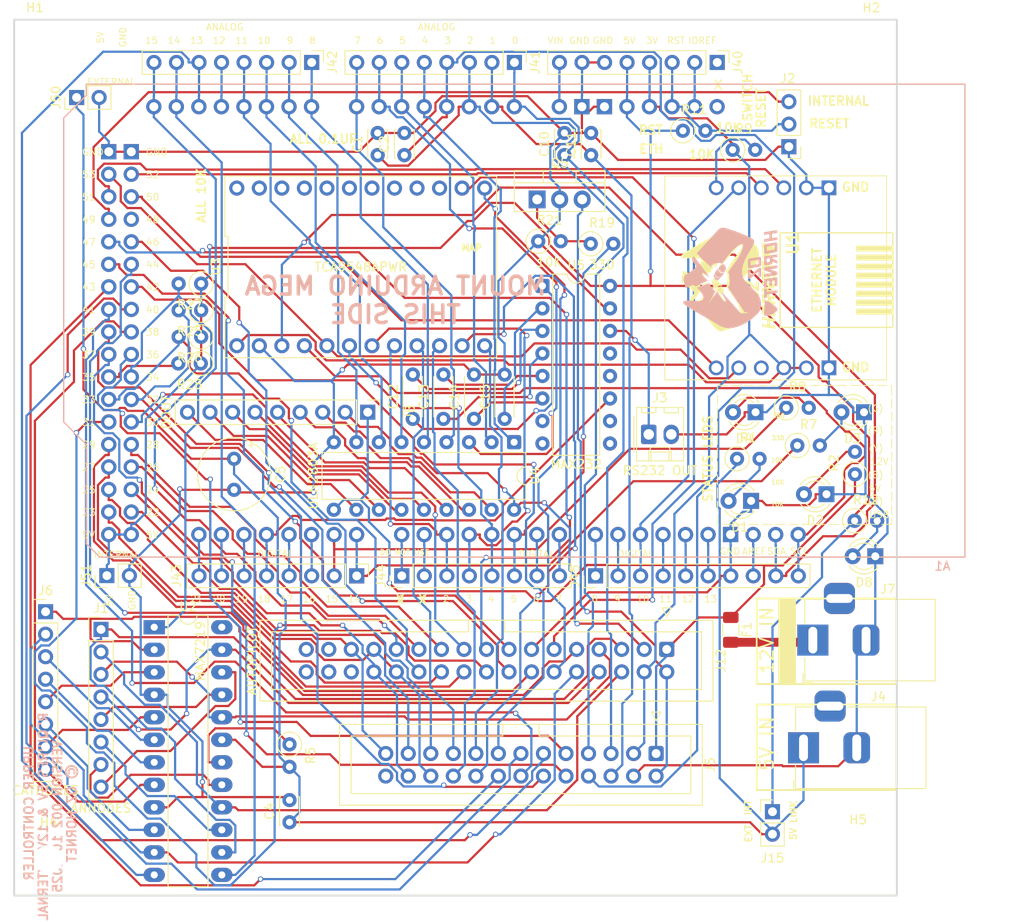
<source format=kicad_pcb>
(kicad_pcb (version 20241229) (generator "pcbnew") (generator_version "9.0")
  (title_block (date "mar. 31 mars 2015"))
  (layers (0 "F.Cu" signal) (2 "B.Cu" signal) (13 "F.Paste" user) (15 "B.Paste" user) (5 "F.SilkS" user "F.Silkscreen") (7 "B.SilkS" user "B.Silkscreen") (1 "F.Mask" user) (3 "B.Mask" user) (25 "Edge.Cuts" user))
  (net 0 "")
  (net 1 "Net-(D1-A)")
  (net 2 "GND")
  (net 3 "Net-(D2-A)")
  (net 4 "Net-(D3-A)")
  (net 5 "Net-(D4-A)")
  (net 6 "/+5v_IN")
  (net 7 "/+12v-IN")
  (net 8 "/MAX_7219-LOAD")
  (net 9 "/MAX_7219-DIN")
  (net 10 "/INT_5V")
  (net 11 "SCLK")
  (net 12 "/CRS_A")
  (net 13 "SDA")
  (net 14 "SCL")
  (net 15 "Net-(J45-Pin_2)")
  (net 16 "/D0_OUT")
  (net 17 "COL1")
  (net 18 "/PIN_20")
  (net 19 "ES1_RST")
  (net 20 "/D1_OUT")
  (net 21 "ROW3")
  (net 22 "MISO")
  (net 23 "/IAS_B")
  (net 24 "/MAX_7219-CLOCK")
  (net 25 "/RESET")
  (net 26 "MOSI")
  (net 27 "/GREEN_LED")
  (net 28 "/RED_LED")
  (net 29 "SS")
  (net 30 "/D4_OUT")
  (net 31 "/D7_OUT")
  (net 32 "Net-(U1-INT)")
  (net 34 "/BACKLIGHT_PWM")
  (net 35 "/SC5")
  (net 36 "+3V3")
  (net 37 "/D1")
  (net 38 "/D0")
  (net 39 "/VIN")
  (net 41 "/AREF")
  (net 42 "/RESET_pin")
  (net 43 "Net-(D8-A)")
  (net 44 "/D2_OUT")
  (net 45 "Net-(Q5-G)")
  (net 46 "COL0")
  (net 47 "/ALT_A")
  (net 48 "/IORF")
  (net 49 "/D5_OUT")
  (net 50 "/CATHODE_01")
  (net 51 "Net-(U2-ISET)")
  (net 52 "/VS_A")
  (net 53 "/D3_OUT")
  (net 54 "/ANNODE_01")
  (net 55 "/D6_OUT")
  (net 56 "/VS_B")
  (net 57 "/COL3")
  (net 58 "/ANNODE_03")
  (net 59 "/CATHODE_03")
  (net 60 "/CATHODE_02")
  (net 61 "/ANNODE_02")
  (net 62 "/SD5")
  (net 63 "/CATHODE_06")
  (net 64 "/CATHODE_05")
  (net 65 "/ANNODE_04")
  (net 66 "/CATHODE_07")
  (net 67 "/SC4")
  (net 68 "Net-(J7-Pin_1)")
  (net 69 "/CRS_B")
  (net 70 "/PIN_21")
  (net 71 "/COMM1_VOL")
  (net 72 "COL2")
  (net 73 "/HDG_A")
  (net 74 "/SD4")
  (net 75 "/SC6")
  (net 76 "/IAS_A")
  (net 77 "/SD6")
  (net 78 "Net-(A1-D16{slash}TX2)")
  (net 80 "/ALT_B")
  (net 81 "/HDG_B")
  (net 82 "/ANNODE_00")
  (net 83 "Net-(J8-Pin_4)")
  (net 84 "Net-(J8-Pin_7)")
  (net 85 "/CATHODE_00")
  (net 86 "/NAV2_VOL")
  (net 87 "/NAV1_VOL")
  (net 88 "Net-(J8-Pin_3)")
  (net 89 "/ANNODE_07")
  (net 90 "/ANNODE_05")
  (net 91 "/ANNODE_06")
  (net 92 "/CATHODE_04")
  (net 94 "/SD7")
  (net 95 "/SC7")
  (net 96 "/AP_MAG_SWITCH_COIL")
  (net 97 "Net-(J8-Pin_8)")
  (net 98 "Net-(J8-Pin_6)")
  (net 99 "Net-(J8-Pin_5)")
  (net 100 "/SC3")
  (net 101 "/AP_OLED_SC")
  (net 103 "/SD3")
  (net 104 "Net-(J8-Pin_9)")
  (net 105 "/GPS_TX")
  (net 106 "I2C_SEL_A2")
  (net 107 "I2C_SEL_A1")
  (net 108 "/COMM2_VOL")
  (net 109 "I2C_SEL_A0")
  (net 110 "ROW0")
  (net 111 "ROW2")
  (net 112 "Net-(J44-Pin_7)")
  (net 113 "Net-(A1-D17{slash}RX2)")
  (net 114 "Net-(A1-D19{slash}RX1)")
  (net 115 "ROW1")
  (net 116 "Net-(J44-Pin_8)")
  (net 117 "Net-(U5-C1-)")
  (net 118 "Net-(J45-Pin_4)")
  (net 119 "Net-(U5-C1+)")
  (net 120 "Net-(U5-C2-)")
  (net 121 "Net-(U5-C2+)")
  (net 122 "Net-(J42-Pin_5)")
  (net 123 "Net-(J45-Pin_1)")
  (net 124 "Net-(J45-Pin_5)")
  (net 125 "Net-(U5-VS-)")
  (net 126 "Net-(U5-VS+)")
  (net 127 "Net-(J45-Pin_6)")
  (net 128 "/NAV2_A")
  (net 129 "NAV_OLED_SC")
  (net 130 "/COMM1_B")
  (net 131 "/COMM1_A")
  (net 132 "/BACKLIGHT_PANELS")
  (net 133 "/NAV1_A")
  (net 134 "COMM_OLED_SD")
  (net 136 "/NAV2_B")
  (net 137 "/COMM2_B")
  (net 138 "/NAV1_B")
  (net 139 "COMM_OLED_SC")
  (net 140 "NAV_OLED_SD")
  (net 141 "/COMM2_A")
  (net 146 "Net-(J3-Pin_1)")
  (net 152 "/AP_OLED_SD")
  (footprint "Fuse:Fuse_1206_3216Metric" (layer "F.Cu") (at 110.75 105.05 -90)
    (property "Reference" "F1")
    (property "Value" "Polyfuse")
  )
  (footprint "Capacitor_THT:C_Disc_D3.0mm_W2.0mm_P2.50mm" (layer "F.Cu") (at 70.94 51.5 90)
    (property "Reference" "C1")
    (property "Value" "0.1uF")
  )
  (footprint "MountingHole:MountingHole_3.2mm_M3" (layer "F.Cu") (at 126.5898 39.0321)
    (property "Reference" "H2")
    (property "Value" "H2")
  )
  (footprint "Capacitor_THT:C_Disc_D4.3mm_W1.9mm_P5.00mm" (layer "F.Cu") (at 78.35 81.25 90)
    (property "Reference" "C13")
    (property "Value" "0.1uF")
  )
  (footprint "Connector_PinHeader_2.54mm:PinHeader_1x08_P2.54mm_Vertical" (layer "F.Cu") (at 63.5 41.0464 -90)
    (property "Reference" "J42")
    (property "Value" "Conn_01x08")
  )
  (footprint "Package_DIP:DIP-24_W7.62mm_LongPads" (layer "F.Cu") (at 45.75 104.75)
    (property "Reference" "U2")
    (property "Value" "MAX7219")
  )
  (footprint "Connector_PinHeader_2.54mm:PinHeader_1x03_P2.54mm_Vertical" (layer "F.Cu") (at 117.298 50.55 180)
    (property "Reference" "J2")
    (property "Value" "Conn_01x03_Pin")
  )
  (footprint "Connector_PinHeader_2.54mm:PinHeader_1x08_P2.54mm_Vertical" (layer "F.Cu") (at 86.36 41.0464 -90)
    (property "Reference" "J41")
    (property "Value" "Conn_01x08")
  )
  (footprint "Connector_Molex:Molex_KK-254_AE-6410-02A_1x02_P2.54mm_Vertical" (layer "F.Cu") (at 101.5 83)
    (property "Reference" "J3")
    (property "Value" "RS232 OUT")
  )
  (footprint "Resistor_THT:R_Axial_DIN0207_L6.3mm_D2.5mm_P2.54mm_Vertical" (layer "F.Cu") (at 51.04 72 180)
    (property "Reference" "R26")
    (property "Value" "10K")
  )
  (footprint "LED_THT:LED_D3.0mm" (layer "F.Cu") (at 113.54 80.5 180)
    (property "Reference" "D4")
    (property "Value" "RED")
  )
  (footprint "Resistor_THT:R_Axial_DIN0207_L6.3mm_D2.5mm_P2.54mm_Vertical" (layer "F.Cu") (at 61 117.96 -90)
    (property "Reference" "R5")
    (property "Value" "10K")
  )
  (footprint "Resistor_THT:R_Axial_DIN0207_L6.3mm_D2.5mm_P2.54mm_Vertical" (layer "F.Cu") (at 118.25 84.25)
    (property "Reference" "R7")
    (property "Value" "330")
  )
  (footprint "Resistor_THT:R_Axial_DIN0207_L6.3mm_D2.5mm_P2.54mm_Vertical" (layer "F.Cu") (at 51.04 66 180)
    (property "Reference" "R27")
    (property "Value" "10K")
  )
  (footprint "Resistor_THT:R_Axial_DIN0207_L6.3mm_D2.5mm_P2.54mm_Vertical" (layer "F.Cu") (at 124.75 87.5 90)
    (property "Reference" "R2")
    (property "Value" "10K")
  )
  (footprint "MountingHole:MountingHole_3.2mm_M3" (layer "F.Cu") (at 32.3 39)
    (property "Reference" "H1")
    (property "Value" "H1")
  )
  (footprint "Connector_PinHeader_2.54mm:PinHeader_1x02_P2.54mm_Vertical" (layer "F.Cu") (at 37 45 90)
    (property "Reference" "J50")
    (property "Value" "Conn_01x02")
  )
  (footprint "Connector_BarrelJack:BarrelJack_Horizontal" (layer "F.Cu") (at 118.949 118.35 180)
    (property "Reference" "J4")
    (property "Value" "5V IN")
  )
  (footprint "Package_DIP:DIP-16_W7.62mm" (layer "F.Cu") (at 89.515 66.25)
    (property "Reference" "U5")
    (property "Value" "MAX232")
  )
  (footprint "MountingHole:MountingHole_3.2mm_M3" (layer "F.Cu") (at 125.101 130.6122)
    (property "Reference" "H5")
    (property "Value" "H1")
  )
  (footprint "Capacitor_THT:C_Disc_D3.0mm_W2.0mm_P2.50mm" (layer "F.Cu") (at 73.95 51.5 90)
    (property "Reference" "C2")
    (property "Value" "0.1uF")
  )
  (footprint "LED_THT:LED_D3.0mm" (layer "F.Cu") (at 127.04 96.75 180)
    (property "Reference" "D8")
    (property "Value" "LED")
  )
  (footprint "Capacitor_THT:C_Radial_D8.0mm_H7.0mm_P3.50mm" (layer "F.Cu") (at 54.75 85.75 -90)
    (property "Reference" "C5")
    (property "Value" "100uF")
  )
  (footprint "LED_THT:LED_D3.0mm" (layer "F.Cu") (at 125.77 80.5 180)
    (property "Reference" "D3")
    (property "Value" "GREEN")
  )
  (footprint "Package_DIP:DIP-18_W7.62mm" (layer "F.Cu") (at 86.32 83.88 -90)
    (property "Reference" "U4")
    (property "Value" "ULN2803A")
  )
  (footprint "Resistor_THT:R_Axial_DIN0207_L6.3mm_D2.5mm_P2.54mm_Vertical" (layer "F.Cu") (at 51.04 69 180)
    (property "Reference" "R25")
    (property "Value" "10K")
  )
  (footprint "Resistor_THT:R_Axial_DIN0207_L6.3mm_D2.5mm_P2.54mm_Vertical" (layer "F.Cu") (at 51 75 180)
    (property "Reference" "R28")
    (property "Value" "10K")
  )
  (footprint "Resistor_THT:R_Axial_DIN0207_L6.3mm_D2.5mm_P2.54mm_Vertical" (layer "F.Cu") (at 124.71 92.75)
    (property "Reference" "R12")
    (property "Value" "5K")
  )
  (footprint "Resistor_THT:R_Axial_DIN0207_L6.3mm_D2.5mm_P2.54mm_Vertical" (layer "F.Cu") (at 117 80)
    (property "Reference" "R8")
    (property "Value" "330")
  )
  (footprint "Connector_PinHeader_2.54mm:PinHeader_1x08_P2.54mm_Vertical" (layer "F.Cu") (at 68.58 98.9584 -90)
    (property "Reference" "J43")
    (property "Value" "Conn_01x08")
  )
  (footprint "Connector_PinHeader_2.54mm:PinHeader_1x08_P2.54mm_Vertical" (layer "F.Cu") (at 33.5 103)
    (property "Reference" "J6")
    (property "Value" "CATHODES")
  )
  (footprint "Resistor_THT:R_Axial_DIN0207_L6.3mm_D2.5mm_P2.54mm_Vertical" (layer "F.Cu") (at 94.96 61.5)
    (property "Reference" "R19")
    (property "Value" "330")
  )
  (footprint "Package_TO_SOT_THT:TO-220-3_Vertical" (layer "F.Cu") (at 88.92 56.5)
    (property "Reference" "Q5")
    (property "Value" "Q_NMOS_GSD")
  )
  (footprint "MountingHole:MountingHole_3.2mm_M3" (layer "F.Cu") (at 33.8518 130.9295)
    (property "Reference" "H4")
    (property "Value" "H2")
  )
  (footprint "Library-OZ-HORNET:USRES1" (layer "F.Cu") (at 121.809 55.1833 -90)
    (property "Reference" "U1")
    (property "Value" "USR-ES1" (hide yes))
  )
  (footprint "LED_THT:LED_D3.0mm" (layer "F.Cu") (at 113.04 90.5 180)
    (property "Reference" "D1")
    (property "Value" "LED")
  )
  (footprint "Resistor_THT:R_Axial_DIN0207_L6.3mm_D2.5mm_P2.54mm_Vertical" (layer "F.Cu") (at 111.455 85.75)
    (property "Reference" "R1")
    (property "Value" "5K")
  )
  (footprint "Connector_PinHeader_2.54mm:PinHeader_1x08_P2.54mm_Vertical" (layer "F.Cu") (at 109.22 41.0464 -90)
    (property "Reference" "J40")
    (property "Value" "Conn_01x08")
  )
  (footprint "Capacitor_THT:C_Disc_D3.0mm_W2.0mm_P2.50mm" (layer "F.Cu") (at 95 51.5 90)
    (property "Reference" "C11")
    (property "Value" "0.1uF")
  )
  (footprint "Connector_PinHeader_2.54mm:PinHeader_1x02_P2.54mm_Vertical" (layer "F.Cu") (at 115.45 125.56)
    (property "Reference" "J15")
    (property "Value" "Conn_01x02")
  )
  (footprint "Capacitor_THT:C_Disc_D3.0mm_W2.0mm_P2.50mm" (layer "F.Cu") (at 61 126.75 90)
    (property "Reference" "C4")
    (property "Value" "0.1uF")
  )
  (footprint "PTLibrary:AllieExpress_TCA9548A" (layer "F.Cu") (at 69.03 64.11)
    (property "Reference" "U3")
    (property "Value" "TCA9548APWR")
  )
  (footprint "Resistor_THT:R_Axial_DIN0207_L6.3mm_D2.5mm_P2.54mm_Vertical" (layer "F.Cu") (at 110.96 50.9)
    (property "Reference" "R9")
    (property "Value" "10K")
  )
  (footprint "Resistor_THT:R_Axial_DIN0207_L6.3mm_D2.5mm_P2.54mm_Vertical" (layer "F.Cu") (at 89.0375 61.2125)
    (property "Reference" "R21")
    (property "Value" "10K")
  )
  (footprint "Connector_IDC:IDC-Header_2x17_P2.54mm_Vertical" (layer "F.Cu") (at 103.53 107.25 -90)
    (property "Reference" "J12")
    (property "Value" "AUTOPILOT")
  )
  (footprint "Resistor_THT:R_Axial_DIN0207_L6.3mm_D2.5mm_P2.54mm_Vertical" (layer "F.Cu") (at 105.35 48.75)
    (property "Reference" "R11")
    (property "Value" "10K")
  )
  (footprint "Capacitor_THT:C_Disc_D3.0mm_W2.0mm_P2.50mm" (layer "F.Cu") (at 91.99 51.5 90)
    (property "Reference" "C10")
    (property "Value" "0.1uF")
  )
  (footprint "Connector_PinHeader_2.54mm:PinHeader_1x08_P2.54mm_Vertical" (layer "F.Cu") (at 39.75 105)
    (property "Reference" "J1")
    (property "Value" "ANNODES")
  )
  (footprint "LED_THT:LED_D3.0mm" (layer "F.Cu") (at 121.54 89.75 180)
    (property "Reference" "D2")
    (property "Value" "LED")
  )
  (footprint "Capacitor_THT:C_Disc_D4.3mm_W1.9mm_P5.00mm" (layer "F.Cu") (at 74.9 81.25 90)
    (property "Reference" "C12")
    (property "Value" "0.1uF")
  )
  (footprint "Capacitor_THT:C_Disc_D4.3mm_W1.9mm_P5.00mm" (layer "F.Cu") (at 81.8 81.25 90)
    (property "Reference" "C14")
    (property "Value" "0.1uF")
  )
  (footprint "Connector_PinHeader_2.54mm:PinHeader_1x09_P2.54mm_Vertical" (layer "F.Cu") (at 69.82 80.5 -90)
    (property "Reference" "J8")
    (property "Value" "DOUT")
  )
  (footprint "Connector_BarrelJack:BarrelJack_Horizontal" (layer "F.Cu") (at 120 106.2075 180)
    (property "Reference" "J7")
    (property "Value" "STEPPER IN 12-20VDC")
  )
  (footprint "Connector_PinHeader_2.54mm:PinHeader_1x10_P2.54mm_Vertical" (layer "F.Cu") (at 95.504 98.9584 90)
    (property "Reference" "J45")
    (property "Value" "Conn_01x10")
  )
  (footprint "Connector_IDC:IDC-Header_2x13_P2.54mm_Vertical" (layer "F.Cu") (at 102.33 119 -90)
    (property "Reference" "J5")
    (property "Value" "NAV_COMM")
  )
  (footprint "Capacitor_THT:C_Disc_D4.3mm_W1.9mm_P5.00mm" (layer "F.Cu") (at 85.25 81.25 90)
    (property "Reference" "C15")
    (property "Value" "0.1uF")
  )
  (footprint "Connector_PinHeader_2.54mm:PinHeader_1x02_P2.54mm_Vertical" (layer "F.Cu") (at 40.4114 98.933 90)
    (property "Reference" "J51")
    (property "Value" "Conn_01x02")
  )
  (footprint "Connector_PinHeader_2.54mm:PinHeader_1x08_P2.54mm_Vertical" (layer "F.Cu") (at 73.66 98.9584 90)
    (property "Reference" "J44")
    (property "Value" "Conn_01x08")
  )
  (footprint "arduino-kicad-library-master:Arduino_Mega2560_R3_Shield" (layer "F.Cu") (at 137.145 43.4993 180)
    (property "Reference" "A1")
    (property "Value" "Arduino_Mega2560_R3_Shield")
  )
  (gr_poly (pts (xy 114.27847 67.325975) (xy 114.279042 67.312348) (xy 114.279937 67.298844) (xy 114.281206 67.285512) (xy 114.282904 67.272395) (xy 114.285084 67.259541) (xy 114.2878 67.246994) (xy 114.291105 67.234801) (xy 114.295052 67.223007) (xy 114.299696 67.211658) (xy 114.305089 67.2008) (xy 114.311285 67.190478) (xy 114.318338 67.180738) (xy 114.3263 67.171626) (xy 114.33064 67.167319) (xy 114.335226 67.163187) (xy 114.33549 67.163717) (xy 114.343354 67.157518) (xy 114.35168 67.151918) (xy 114.360491 67.146913) (xy 114.369808 67.142501) (xy 114.379653 67.138677) (xy 114.39005 67.13544) (xy 114.401019 67.132785) (xy 114.412583 67.13071) (xy 114.424765 67.129212) (xy 114.437585 67.128287) (xy 114.451067 67.127933) (xy 114.465231 67.128147) (xy 114.480102 67.128924) (xy 114.495699 67.130263) (xy 114.512047 67.13216) (xy 114.529166 67.134612) (xy 114.985572 67.207108) (xy 115.003857 67.210252) (xy 115.021221 67.213779) (xy 115.037688 67.217689) (xy 115.053278 67.22198) (xy 115.068016 67.226652) (xy 115.081922 67.231703) (xy 115.095019 67.237132) (xy 115.10733 67.242939) (xy 115.118876 67.249122) (xy 115.129681 67.25568) (xy 115.139765 67.262613) (xy 115.149152 67.269919) (xy 115.157865 67.277597) (xy 115.165924 67.285646) (xy 115.173352 67.294066) (xy 115.180173 67.302855) (xy 115.186407 67.312012) (xy 115.192078 67.321536) (xy 115.197207 67.331426) (xy 115.201817 67.341682) (xy 115.20593 67.352301) (xy 115.209569 67.363284) (xy 115.212755 67.374629) (xy 115.215511 67.386335) (xy 115.219823 67.410826) (xy 115.222682 67.436749) (xy 115.224267 67.464096) (xy 115.224755 67.492858) (xy 115.224755 67.531223) (xy 115.767416 67.311883) (xy 115.767416 67.637585) (xy 115.224755 67.856925) (xy 115.224755 67.965933) (xy 115.767416 68.05007) (xy 115.767416 68.361221) (xy 114.924717 68.228132) (xy 114.924717 67.916985) (xy 114.924717 67.535985) (xy 114.924705 67.529643) (xy 114.924618 67.522359) (xy 114.924523 67.518658) (xy 114.924382 67.515075) (xy 114.924185 67.511727) (xy 114.923924 67.508733) (xy 114.922271 67.508324) (xy 114.920277 67.507886) (xy 114.917924 67.507417) (xy 114.915192 67.506914) (xy 114.912064 67.506374) (xy 114.90852 67.505794) (xy 114.904542 67.50517) (xy 114.900111 67.5045) (xy 114.594253 67.455551) (xy 114.585455 67.454526) (xy 114.581826 67.4541) (xy 114.578642 67.453699) (xy 114.578642 67.862216) (xy 114.924717 67.916985) (xy 114.924717 68.228132) (xy 114.278076 68.126006) (xy 114.278076 67.353423)) (stroke (width -0.000001)) (fill yes) (layer "F.SilkS"))
  (gr_poly (pts (xy 114.246375 61.588834) (xy 114.247667 61.574304) (xy 114.249664 61.560486) (xy 114.252375 61.547378) (xy 114.255809 61.534979) (xy 114.259975 61.523284) (xy 114.264881 61.512292) (xy 114.270537 61.502) (xy 114.276951 61.492406) (xy 114.284133 61.483507) (xy 114.292091 61.475301) (xy 114.300834 61.467786) (xy 114.310371 61.460958) (xy 114.320712 61.454816) (xy 114.331864 61.449357) (xy 114.343837 61.444578) (xy 114.35664 61.440477) (xy 114.370282 61.437052) (xy 114.384772 61.4343) (xy 114.400117 61.432219) (xy 114.416329 61.430805) (xy 114.433415 61.430057) (xy 114.451384 61.429973) (xy 114.470245 61.430549) (xy 114.490007 61.431784) (xy 114.57466 61.439938) (xy 114.658141 61.451217) (xy 114.740418 61.465637) (xy 114.82146 61.483216) (xy 114.901235 61.503972) (xy 114.979712 61.527922) (xy 115.05686 61.555083) (xy 115.132647 61.585474) (xy 115.207042 61.61911) (xy 115.280013 61.65601) (xy 115.351529 61.696192) (xy 115.421559 61.739672) (xy 115.490071 61.786468) (xy 115.557035 61.836598) (xy 115.622417 61.890078) (xy 115.686188 61.946927) (xy 115.700204 61.96032) (xy 115.713284 61.973568) (xy 115.725429 61.98668) (xy 115.736643 61.999665) (xy 115.746927 62.012535) (xy 115.756285 62.025297) (xy 115.764719 62.037963) (xy 115.772231 62.05054) (xy 115.778824 62.06304) (xy 115.784501 62.075472) (xy 115.789264 62.087845) (xy 115.793116 62.100169) (xy 115.796059 62.112453) (xy 115.798096 62.124708) (xy 115.79923 62.136943) (xy 115.799462 62.149168) (xy 115.798797 62.161391) (xy 115.797235 62.173624) (xy 115.79478 62.185875) (xy 115.791434 62.198154) (xy 115.787201 62.210471) (xy 115.782081 62.222836) (xy 115.776079 62.235257) (xy 115.769197 62.247746) (xy 115.761436 62.26031) (xy 115.7528 62.272961) (xy 115.743292 62.285707) (xy 115.732913 62.298559) (xy 115.721667 62.311525) (xy 115.709556 62.324616) (xy 115.682748 62.35121) (xy 115.609568 62.4179) (xy 115.533234 62.483214) (xy 115.454395 62.546981) (xy 115.373699 62.609026) (xy 115.291793 62.669179) (xy 115.209326 62.727267) (xy 115.045301 62.836556) (xy 114.886807 62.935513) (xy 114.739029 63.02276) (xy 114.607151 63.096916) (xy 114.496356 63.156602) (xy 114.489795 63.159773) (xy 114.483171 63.162445) (xy 114.476503 63.164631) (xy 114.469806 63.166341) (xy 114.463101 63.167584) (xy 114.456403 63.168373) (xy 114.449732 63.168717) (xy 114.443105 63.168628) (xy 114.436539 63.168116) (xy 114.430053 63.167192) (xy 114.423663 63.165867) (xy 114.417389 63.164151) (xy 114.411248 63.162054) (xy 114.405257 63.159589) (xy 114.399434 63.156765) (xy 114.393797 63.153593) (xy 114.388365 63.150083) (xy 114.383153 63.146248) (xy 114.378182 63.142096) (xy 114.373467 63.13764) (xy 114.369028 63.132889) (xy 114.364881 63.127854) (xy 114.361045 63.122547) (xy 114.357537 63.116977) (xy 114.354375 63.111155) (xy 114.351577 63.105093) (xy 114.349161 63.098801) (xy 114.347144 63.092289) (xy 114.345545 63.085569) (xy 114.34438 63.078651) (xy 114.343669 63.071545) (xy 114.343427 63.064263) (xy 114.341009 62.77368) (xy 114.336846 62.598212) (xy 114.329835 62.413024) (xy 114.319313 62.225914) (xy 114.304621 62.044679) (xy 114.285098 61.877117) (xy 114.273318 61.800901) (xy 114.260084 61.731028) (xy 114.260349 61.731027) (xy 114.252928 61.691119) (xy 114.248079 61.654131) (xy 114.24664 61.636725) (xy 114.24587 61.620042) (xy 114.245779 61.60408)) (stroke (width -0.000001)) (fill yes) (layer "F.SilkS"))
  (gr_rect (start 109.249 77.482) (end 128.8918 93.158) (stroke (width 0.1) (type dash)) (fill no) (layer "F.SilkS"))
  (gr_poly (pts (xy 114.578642 64.627421) (xy 114.578642 65.274063) (xy 114.8718 65.320894) (xy 114.8718 64.802046) (xy 115.172102 64.849142) (xy 115.172102 65.368254) (xy 115.467377 65.415086) (xy 115.467377 64.768708) (xy 115.767679 64.815804) (xy 115.767679 65.772802) (xy 114.278339 65.537587) (xy 114.278339 64.580325)) (stroke (width -0.000001)) (fill yes) (layer "F.SilkS"))
  (gr_rect (start 124.953042 66.867283) (end 129.017042 67.375283) (stroke (width 0.15)) (fill yes) (layer "F.SilkS"))
  (gr_poly (pts (xy 112.741904 65.6376) (xy 113.638313 66.402775) (xy 113.638313 65.782062) (xy 113.938615 65.829158) (xy 113.938615 66.843306) (xy 113.645721 66.797797) (xy 112.749577 66.023627) (xy 112.749577 66.655452) (xy 112.449274 66.608356) (xy 112.449274 65.592092)) (stroke (width -0.000001)) (fill yes) (layer "F.SilkS"))
  (gr_poly (pts (xy 112.449934 66.980429) (xy 112.450506 66.966801) (xy 112.4514 66.953298) (xy 112.45267 66.939966) (xy 112.454368 66.926849) (xy 112.456548 66.913995) (xy 112.459263 66.901448) (xy 112.462568 66.889255) (xy 112.466516 66.877461) (xy 112.471159 66.866112) (xy 112.476552 66.855254) (xy 112.482748 66.844932) (xy 112.489801 66.835192) (xy 112.497763 66.82608) (xy 112.502103 66.821774) (xy 112.50669 66.817641) (xy 112.514553 66.811443) (xy 112.522879 66.805843) (xy 112.53169 66.800838) (xy 112.541007 66.796425) (xy 112.550853 66.792602) (xy 112.561249 66.789364) (xy 112.572219 66.786709) (xy 112.583783 66.784635) (xy 112.595964 66.783136) (xy 112.608785 66.782212) (xy 112.622266 66.781858) (xy 112.636431 66.782071) (xy 112.651301 66.782849) (xy 112.666899 66.784188) (xy 112.683246 66.786085) (xy 112.700365 66.788537) (xy 113.699432 66.947287) (xy 113.717716 66.950428) (xy 113.735081 66.953949) (xy 113.751547 66.957847) (xy 113.767138 66.962123) (xy 113.781876 66.966774) (xy 113.795782 66.971801) (xy 113.808879 66.977202) (xy 113.82119 66.982977) (xy 113.832736 66.989124) (xy 113.843541 66.995642) (xy 113.853625 67.002531) (xy 113.863013 67.00979) (xy 113.871725 67.017418) (xy 113.879784 67.025413) (xy 113.887213 67.033775) (xy 113.894033 67.042504) (xy 113.900267 67.051597) (xy 113.905938 67.061055) (xy 113.911067 67.070876) (xy 113.915677 67.081059) (xy 113.91979 67.091604) (xy 113.923429 67.102509) (xy 113.926615 67.113774) (xy 113.929372 67.125397) (xy 113.933683 67.149716) (xy 113.936542 67.175458) (xy 113.938127 67.202617) (xy 113.938615 67.231185) (xy 113.938615 67.834435) (xy 113.938221 67.862091) (xy 113.937646 67.87583) (xy 113.936747 67.889447) (xy 113.93547 67.902895) (xy 113.93376 67.916127) (xy 113.931563 67.929097) (xy 113.928826 67.941756) (xy 113.925493 67.954059) (xy 113.921511 67.965959) (xy 113.916824 67.977408) (xy 113.91138 67.98836) (xy 113.905123 67.998768) (xy 113.898 68.008585) (xy 113.889956 68.017764) (xy 113.885571 68.022099) (xy 113.880936 68.026258) (xy 113.873145 68.032416) (xy 113.864845 68.037992) (xy 113.856022 68.042988) (xy 113.846664 68.047404) (xy 113.836757 68.051242) (xy 113.826288 68.054503) (xy 113.815244 68.057188) (xy 113.803611 68.059298) (xy 113.791377 68.060835) (xy 113.778529 68.061799) (xy 113.765052 68.062191) (xy 113.750934 68.062014) (xy 113.736163 68.061268) (xy 113.720723 68.059954) (xy 113.704604 68.058073) (xy 113.68779 68.055627) (xy 113.637784 68.047681) (xy 113.637784 67.736275) (xy 113.637784 67.718812) (xy 113.638313 67.718812) (xy 113.638313 67.276165) (xy 113.6383 67.269823) (xy 113.638213 67.262539) (xy 113.638119 67.258838) (xy 113.637978 67.255254) (xy 113.637781 67.251907) (xy 113.637518 67.248912) (xy 113.635866 67.248503) (xy 113.633872 67.248065) (xy 113.631519 67.247596) (xy 113.628787 67.247094) (xy 113.625659 67.246554) (xy 113.622115 67.245973) (xy 113.618137 67.245349) (xy 113.613706 67.244679) (xy 112.765187 67.109477) (xy 112.75639 67.108452) (xy 112.75276 67.108026) (xy 112.749577 67.107625) (xy 112.749577 67.565883) (xy 112.749594 67.572497) (xy 112.74971 67.580303) (xy 112.749836 67.584218) (xy 112.750024 67.587909) (xy 112.750286 67.591204) (xy 112.750449 67.592648) (xy 112.750636 67.593928) (xy 112.751922 67.594373) (xy 112.753633 67.594908) (xy 112.755821 67.595524) (xy 112.75854 67.59621) (xy 112.760114 67.596578) (xy 112.761841 67.596959) (xy 112.763727 67.597354) (xy 112.765779 67.597761) (xy 112.768002 67.598178) (xy 112.770405 67.598606) (xy 112.772992 67.599042) (xy 112.775771 67.599485) (xy 113.622703 67.734687) (xy 113.627329 67.735233) (xy 113.631335 67.735679) (xy 113.634795 67.736027) (xy 113.637784 67.736275) (xy 113.637784 68.047681) (xy 112.688723 67.896877) (xy 112.670438 67.893733) (xy 112.653074 67.890206) (xy 112.636607 67.886296) (xy 112.621017 67.882005) (xy 112.606279 67.877333) (xy 112.592373 67.872282) (xy 112.579276 67.866853) (xy 112.566965 67.861046) (xy 112.555419 67.854864) (xy 112.544615 67.848305) (xy 112.53453 67.841373) (xy 112.525143 67.834067) (xy 112.516431 67.826389) (xy 112.508371 67.818339) (xy 112.500943 67.80992) (xy 112.494122 67.801131) (xy 112.487888 67.791974) (xy 112.482217 67.78245) (xy 112.477088 67.772559) (xy 112.472478 67.762304) (xy 112.468365 67.751684) (xy 112.464726 67.740701) (xy 112.46154 67.729356) (xy 112.458784 67.717651) (xy 112.454472 67.69316) (xy 112.451613 67.667237) (xy 112.450029 67.639889) (xy 112.44954 67.611127) (xy 112.44954 67.007877)) (stroke (width -0.000001)) (fill yes) (layer "F.SilkS"))
  (gr_rect (start 124.953042 61.787283) (end 129.017042 62.295283) (stroke (width 0.15)) (fill yes) (layer "F.SilkS"))
  (gr_rect (start 113.669042 101.511283) (end 129.417042 111.163283) (stroke (width 0.2)) (fill no) (layer "F.SilkS"))
  (gr_rect (start 124.953042 65.851283) (end 129.017042 66.359283) (stroke (width 0.15)) (fill yes) (layer "F.SilkS"))
  (gr_poly (pts (xy 109.170828 66.750483) (xy 109.173738 66.731408) (xy 109.179455 66.693254) (xy 109.182616 66.674281) (xy 109.186214 66.655448) (xy 109.190426 66.636806) (xy 109.192818 66.627574) (xy 109.195429 66.61841) (xy 109.195429 66.618411) (xy 109.203298 66.594943) (xy 109.212577 66.572098) (xy 109.223206 66.549925) (xy 109.235126 66.528473) (xy 109.248278 66.507791) (xy 109.262601 66.487929) (xy 109.278036 66.468935) (xy 109.294524 66.450859) (xy 109.312005 66.43375) (xy 109.330419 66.417658) (xy 109.349707 66.402631) (xy 109.369809 66.388718) (xy 109.390666 66.375969) (xy 109.412218 66.364432) (xy 109.434405 66.354158) (xy 109.457168 66.345195) (xy 109.480448 66.337593) (xy 109.504184 66.3314) (xy 109.528317 66.326665) (xy 109.552787 66.323439) (xy 109.577536 66.32177) (xy 109.602502 66.321707) (xy 109.627628 66.323299) (xy 109.652852 66.326596) (xy 109.678117 66.331647) (xy 109.703361 66.3385) (xy 109.728525 66.347206) (xy 109.75355 66.357813) (xy 109.778376 66.370371) (xy 109.802944 66.384928) (xy 109.827194 66.401534) (xy 109.851067 66.420238) (xy 109.852501 66.421453) (xy 109.853926 66.422715) (xy 109.855336 66.424022) (xy 109.856726 66.425372) (xy 109.858094 66.426762) (xy 109.859434 66.428191) (xy 109.860742 66.429654) (xy 109.862014 66.431152) (xy 109.863245 66.43268) (xy 109.864433 66.434237) (xy 109.865571 66.43582) (xy 109.866656 66.437427) (xy 109.867684 66.439056) (xy 109.868651 66.440705) (xy 109.869551 66.44237) (xy 109.870381 66.44405) (xy 109.885661 66.476565) (xy 109.900742 66.509105) (xy 109.915327 66.541793) (xy 109.922341 66.558232) (xy 109.929119 66.574754) (xy 109.93377 66.586744) (xy 109.938098 66.598801) (xy 109.942104 66.610924) (xy 109.945788 66.623111) (xy 109.949149 66.635362) (xy 109.952187 66.647675) (xy 109.954903 66.66005) (xy 109.957297 66.672485) (xy 109.959368 66.684978) (xy 109.961117 66.69753) (xy 109.962543 66.710138) (xy 109.963647 66.722801) (xy 109.964428 66.735519) (xy 109.964887 66.748289) (xy 109.965024 66.761112) (xy 109.964838 66.773986) (xy 109.963373 66.801751) (xy 109.960497 66.828904) (xy 109.956259 66.855463) (xy 109.950703 66.881448) (xy 109.943878 66.906877) (xy 109.93583 66.931771) (xy 109.926606 66.956149) (xy 109.916254 66.98003) (xy 109.904819 67.003433) (xy 109.892349 67.026379) (xy 109.87889 67.048885) (xy 109.86449 67.070972) (xy 109.849196 67.092659) (xy 109.833054 67.113966) (xy 109.816112 67.134911) (xy 109.798415 67.155515) (xy 109.789974 67.164782) (xy 109.781312 67.173719) (xy 109.772421 67.182304) (xy 109.763291 67.190518) (xy 109.753914 67.19834) (xy 109.744279 67.205749) (xy 109.734377 67.212724) (xy 109.724199 67.219246) (xy 109.713736 67.225293) (xy 109.702979 67.230846) (xy 109.691918 67.235883) (xy 109.680543 67.240384) (xy 109.668846 67.244328) (xy 109.656817 67.247696) (xy 109.644447 67.250465) (xy 109.631727 67.252617) (xy 109.628641 67.252963) (xy 109.625632 67.253201) (xy 109.622693 67.253322) (xy 109.619821 67.253319) (xy 109.617011 67.253183) (xy 109.614259 67.252905) (xy 109.611559 67.252476) (xy 109.608907 67.251889) (xy 109.606299 67.251134) (xy 109.603729 67.250203) (xy 109.601194 67.249088) (xy 109.598688 67.24778) (xy 109.596206 67.24627) (xy 109.593745 67.24455) (xy 109.5913 67.242611) (xy 109.588865 67.240446) (xy 109.411065 67.074883) (xy 109.321718 66.992647) (xy 109.231677 66.911304) (xy 109.223705 66.903906) (xy 109.216267 66.896388) (xy 109.209379 66.888732) (xy 109.203053 66.880922) (xy 109.197303 66.872944) (xy 109.192145 66.864781) (xy 109.187591 66.856417) (xy 109.183655 66.847837) (xy 109.180352 66.839024) (xy 109.177696 66.829963) (xy 109.1757 66.820637) (xy 109.174378 66.811031) (xy 109.173745 66.801129) (xy 109.173814 66.790915) (xy 109.174599 66.780373) (xy 109.176115 66.769487) (xy 109.167648 66.769487)) (stroke (width -0.000001)) (fill yes) (layer "F.SilkS"))
  (gr_rect (start 124.953042 68.899283) (end 129.017042 69.407283) (stroke (width 0.15)) (fill yes) (layer "F.SilkS"))
  (gr_poly (pts (xy 114.578642 63.452671) (xy 114.578642 63.819119) (xy 115.767679 64.007238) (xy 115.767679 64.318122) (xy 114.578642 64.130004) (xy 114.578642 64.496187) (xy 114.278339 64.449092) (xy 114.278339 63.405575)) (stroke (width -0.000001)) (fill yes) (layer "F.SilkS"))
  (gr_poly (pts (xy 114.8718 70.637696) (xy 114.8718 70.151392) (xy 114.27834 70.057465) (xy 114.27834 69.746579) (xy 115.76768 69.981794) (xy 115.76768 70.292679) (xy 115.172102 70.198752) (xy 115.172102 70.685056) (xy 115.76768 70.778983) (xy 115.76768 71.089869) (xy 114.27834 70.854654) (xy 114.27834 70.543769)) (stroke (width -0.000001)) (fill yes) (layer "F.SilkS"))
  (gr_rect (start 113.669042 113.466983) (end 129.417042 123.118983) (stroke (width 0.2)) (fill no) (layer "F.SilkS"))
  (gr_poly (pts (xy 105.233956 65.360647) (xy 105.247752 65.248855) (xy 105.266959 65.136841) (xy 105.29023 65.026054) (xy 105.316216 64.917941) (xy 105.420355 64.541166) (xy 105.708552 64.681892) (xy 105.848682 64.751126) (xy 105.986828 64.821624) (xy 106.022385 64.838855) (xy 106.057709 64.853345) (xy 106.092783 64.865101) (xy 106.12759 64.874128) (xy 106.162113 64.880432) (xy 106.196336 64.884021) (xy 106.230241 64.884899) (xy 106.263813 64.883074) (xy 106.297035 64.878551) (xy 106.329889 64.871337) (xy 106.36236 64.861438) (xy 106.394431 64.84886) (xy 106.426084 64.833609) (xy 106.457304 64.815692) (xy 106.488073 64.795115) (xy 106.518375 64.771883) (xy 106.539306 64.753635) (xy 106.560411 64.735039) (xy 106.603042 64.697006) (xy 106.603406 64.715659) (xy 106.603526 64.724985) (xy 106.603571 64.734312) (xy 106.60359 64.73489) (xy 106.603647 64.735482) (xy 106.60374 64.736086) (xy 106.603867 64.736701) (xy 106.604027 64.737326) (xy 106.60422 64.737958) (xy 106.604443 64.738597) (xy 106.604696 64.73924) (xy 106.605283 64.740534) (xy 106.605971 64.741828) (xy 106.606749 64.743109) (xy 106.607606 64.744366) (xy 106.608531 64.745585) (xy 106.609514 64.746755) (xy 106.610543 64.747863) (xy 106.611608 64.748897) (xy 106.612698 64.749844) (xy 106.613801 64.750691) (xy 106.614908 64.751427) (xy 106.615459 64.751749) (xy 106.616007 64.752039) (xy 107.102046 64.993604) (xy 107.392294 65.136743) (xy 107.712705 65.2947) (xy 107.809145 65.341729) (xy 107.907173 65.389156) (xy 107.896404 65.401852) (xy 107.886106 65.414127) (xy 107.881033 65.420098) (xy 107.875957 65.425954) (xy 107.870837 65.431693) (xy 107.865634 65.43731) (xy 107.838713 65.465637) (xy 107.811593 65.493865) (xy 107.757155 65.550023) (xy 107.666502 65.644181) (xy 107.643738 65.667605) (xy 107.620791 65.690852) (xy 107.59759 65.713856) (xy 107.574063 65.736554) (xy 107.556499 65.753862) (xy 107.539589 65.771629) (xy 107.52328 65.78982) (xy 107.50752 65.808397) (xy 107.492257 65.827325) (xy 107.477437 65.846566) (xy 107.448915 65.885845) (xy 107.421535 65.925943) (xy 107.394874 65.966568) (xy 107.342024 66.048233) (xy 107.340419 66.05069) (xy 107.338871 66.053193) (xy 107.335901 66.058296) (xy 107.330151 66.068606) (xy 107.32719 66.073653) (xy 107.325649 66.076114) (xy 107.324053 66.07852) (xy 107.32239 66.08086) (xy 107.320649 66.083126) (xy 107.318819 66.085307) (xy 107.316888 66.087392) (xy 107.314973 66.089453) (xy 107.313194 66.091519) (xy 107.311548 66.093591) (xy 107.310032 66.095669) (xy 107.308643 66.097753) (xy 107.307377 66.099844) (xy 107.30623 66.101942) (xy 107.305201 66.104048) (xy 107.304285 66.106162) (xy 107.30348 66.108285) (xy 107.302781 66.110416) (xy 107.302187 66.112558) (xy 107.301693 66.114709) (xy 107.301296 66.11687) (xy 107.300782 66.121225) (xy 107.300618 66.125627) (xy 107.300778 66.130079) (xy 107.301237 66.134584) (xy 107.301968 66.139147) (xy 107.302946 66.143769) (xy 107.304144 66.148456) (xy 107.305537 66.15321) (xy 107.307099 66.158035) (xy 107.311745 66.172556) (xy 107.31619 66.187135) (xy 107.32466 66.216409) (xy 107.34123 66.274981) (xy 107.341493 66.27577) (xy 107.341787 66.276552) (xy 107.342112 66.277336) (xy 107.342466 66.278127) (xy 107.343262 66.279757) (xy 107.344173 66.281496) (xy 107.346327 66.285511) (xy 107.347564 66.287891) (xy 107.348903 66.290591) (xy 108.125984 65.765658) (xy 108.130747 65.769892) (xy 108.070422 65.851383) (xy 107.698947 66.350123) (xy 107.381182 66.777954) (xy 107.013676 67.274048) (xy 106.732688 67.651873) (xy 106.386349 68.119392) (xy 106.386348 68.118862) (xy 106.374707 68.134373) (xy 106.368861 68.142191) (xy 106.363065 68.150083) (xy 106.328901 68.114629) (xy 106.294538 68.079175) (xy 106.266187 68.048057) (xy 106.240981 68.017251) (xy 106.218943 67.986663) (xy 106.200098 67.956201) (xy 106.191881 67.940989) (xy 106.184472 67.925774) (xy 106.177874 67.910544) (xy 106.17209 67.895288) (xy 106.167122 67.879995) (xy 106.162975 67.864652) (xy 106.159651 67.849249) (xy 106.157153 67.833774) (xy 106.155485 67.818215) (xy 106.154649 67.80256) (xy 106.154649 67.786799) (xy 106.155487 67.77092) (xy 106.157167 67.75491) (xy 106.159692 67.73876) (xy 106.163066 67.722456) (xy 106.16729 67.705988) (xy 106.172368 67.689344) (xy 106.178304 67.672513) (xy 106.1851 67.655482) (xy 106.19276 67.638241) (xy 106.210683 67.603082) (xy 106.232096 67.566941) (xy 106.261907 67.521952) (xy 106.291595 67.479872) (xy 106.349916 67.403675) (xy 106.405693 67.336815) (xy 106.457554 67.277756) (xy 106.504133 67.224961) (xy 106.544059 67.176895) (xy 106.561099 67.154156) (xy 106.575963 67.132022) (xy 106.58848 67.110303) (xy 106.598478 67.088806) (xy 106.605786 67.067339) (xy 106.610234 67.045711) (xy 106.611649 67.023729) (xy 106.609861 67.001201) (xy 106.604699 66.977935) (xy 106.595992 66.953739) (xy 106.583568 66.928422) (xy 106.567257 66.901791) (xy 106.546887 66.873655) (xy 106.522288 66.84382) (xy 106.493287 66.812096) (xy 106.459714 66.77829) (xy 106.421399 66.742211) (xy 106.378169 66.703665) (xy 106.276282 66.61841) (xy 106.080151 66.477995) (xy 105.881986 66.340432) (xy 105.681937 66.205598) (xy 105.48015 66.073368) (xy 105.439031 66.045971) (xy 105.402129 66.015443) (xy 105.369276 65.981965) (xy 105.340303 65.945718) (xy 105.315041 65.906884) (xy 105.293324 65.865643) (xy 105.27498 65.822175) (xy 105.259844 65.776663) (xy 105.247744 65.729286) (xy 105.238515 65.680226) (xy 105.231986 65.629664) (xy 105.227989 65.57778) (xy 105.226919 65.470771)) (stroke (width -0.000001)) (fill yes) (layer "F.SilkS"))
  (gr_poly (pts (xy 105.152053 62.879532) (xy 105.171052 62.834998) (xy 105.201928 62.785942) (xy 105.245375 62.732167) (xy 105.302087 62.673474) (xy 105.766576 62.365101) (xy 106.240369 62.070815) (xy 106.720916 61.786742) (xy 107.205664 61.509009) (xy 108.177558 60.957076) (xy 108.659599 60.67513) (xy 109.135634 60.384034) (xy 109.134578 60.384562) (xy 109.255575 60.315552) (xy 109.377082 60.254296) (xy 109.499119 60.20068) (xy 109.621704 60.15459) (xy 109.744859 60.115909) (xy 109.868602 60.084525) (xy 109.992954 60.060321) (xy 110.117934 60.043184) (xy 110.243563 60.032998) (xy 110.369859 60.029649) (xy 110.496842 60.033021) (xy 110.624533 60.043002) (xy 110.752951 60.059475) (xy 110.882116 60.082326) (xy 111.012047 60.11144) (xy 111.142765 60.146702) (xy 111.315607 60.200705) (xy 111.483148 60.260044) (xy 111.645762 60.324608) (xy 111.803822 60.394282) (xy 111.9577 60.468952) (xy 112.107771 60.548505) (xy 112.254406 60.632828) (xy 112.397981 60.721807) (xy 112.538867 60.815328) (xy 112.677438 60.913278) (xy 112.814068 61.015543) (xy 112.949129 61.12201) (xy 113.082994 61.232565) (xy 113.216038 61.347094) (xy 113.348633 61.465485) (xy 113.481152 61.587622) (xy 113.564203 61.673071) (xy 113.639068 61.766027) (xy 113.705663 61.865781) (xy 113.763901 61.971623) (xy 113.813696 62.082846) (xy 113.854962 62.198738) (xy 113.887613 62.318592) (xy 113.911563 62.441697) (xy 113.926726 62.567345) (xy 113.933016 62.694826) (xy 113.930347 62.823431) (xy 113.918632 62.95245) (xy 113.897787 63.081176) (xy 113.867724 63.208897) (xy 113.828358 63.334905) (xy 113.779602 63.458491) (xy 113.763291 63.494871) (xy 113.746215 63.531146) (xy 113.72838 63.567265) (xy 113.709798 63.603172) (xy 113.690476 63.638815) (xy 113.670423 63.674138) (xy 113.649649 63.709088) (xy 113.628161 63.743612) (xy 113.60597 63.777655) (xy 113.583085 63.811164) (xy 113.559513 63.844084) (xy 113.535264 63.876362) (xy 113.510347 63.907944) (xy 113.48477 63.938777) (xy 113.458543 63.968805) (xy 113.431675 63.997975) (xy 113.287541 64.150033) (xy 113.148352 64.29929) (xy 112.877208 64.592197) (xy 112.741452 64.73724) (xy 112.603038 64.882275) (xy 112.460066 65.027998) (xy 112.310636 65.175107) (xy 112.219097 65.263617) (xy 112.137239 65.355047) (xy 112.064733 65.449214) (xy 112.001248 65.545934) (xy 111.946455 65.645026) (xy 111.900023 65.746305) (xy 111.861622 65.84959) (xy 111.830922 65.954697) (xy 111.807592 66.061445) (xy 111.791304 66.169649) (xy 111.781726 66.279128) (xy 111.778529 66.389698) (xy 111.781382 66.501176) (xy 111.789955 66.613381) (xy 111.803919 66.726129) (xy 111.822943 66.839237) (xy 111.87485 67.065802) (xy 111.943036 67.291616) (xy 112.024859 67.515214) (xy 112.11768 67.735136) (xy 112.218857 67.949919) (xy 112.325749 68.1581) (xy 112.435716 68.358218) (xy 112.546115 68.548809) (xy 112.870593 69.078868) (xy 112.94676 69.214197) (xy 112.982554 69.282899) (xy 113.016449 69.352443) (xy 113.048162 69.422941) (xy 113.077413 69.494503) (xy 113.103921 69.567244) (xy 113.127404 69.641273) (xy 113.138141 69.683858) (xy 113.142508 69.704229) (xy 113.146194 69.724011) (xy 113.14919 69.743225) (xy 113.151486 69.761891) (xy 113.153075 69.780029) (xy 113.153945 69.797658) (xy 113.154089 69.8148) (xy 113.153496 69.831472) (xy 113.152157 69.847696) (xy 113.150063 69.863492) (xy 113.147205 69.878879) (xy 113.143574 69.893878) (xy 113.139159 69.908508) (xy 113.133953 69.92279) (xy 113.127944 69.936743) (xy 113.121125 69.950387) (xy 113.113486 69.963742) (xy 113.105018 69.976829) (xy 113.095711 69.989667) (xy 113.085556 70.002276) (xy 113.074543 70.014676) (xy 113.062664 70.026887) (xy 113.049909 70.038929) (xy 113.036269 70.050822) (xy 113.021734 70.062586) (xy 113.006295 70.074241) (xy 112.989943 70.085807) (xy 112.972669 70.097303) (xy 112.954463 70.108751) (xy 112.935317 70.120169) (xy 112.86094 70.162869) (xy 112.786042 70.204794) (xy 112.710623 70.245864) (xy 112.634684 70.285997) (xy 112.558223 70.325113) (xy 112.481242 70.363131) (xy 112.40374 70.399971) (xy 112.325716 70.435552) (xy 112.027067 70.565678) (xy 111.726431 70.690346) (xy 111.423804 70.809557) (xy 111.119183 70.923312) (xy 110.812566 71.031609) (xy 110.503948 71.134449) (xy 110.193328 71.231832) (xy 109.880701 71.323759) (xy 109.817111 71.339868) (xy 109.785944 71.346243) (xy 109.755185 71.351503) (xy 109.724828 71.355652) (xy 109.694865 71.358693) (xy 109.665288 71.36063) (xy 109.63609 71.361466) (xy 109.607264 71.361205) (xy 109.578802 71.35985) (xy 109.550697 71.357405) (xy 109.522942 71.353873) (xy 109.495528 71.349258) (xy 109.46845 71.343564) (xy 109.441698 71.336794) (xy 109.415266 71.328951) (xy 109.389147 71.320039) (xy 109.363333 71.310062) (xy 109.337816 71.299023) (xy 109.312589 71.286926) (xy 109.287645 71.273774) (xy 109.262976 71.259571) (xy 109.238576 71.24432) (xy 109.214435 71.228025) (xy 109.166907 71.192316) (xy 109.120331 71.152473) (xy 109.074649 71.108525) (xy 109.029802 71.060498) (xy 107.862989 69.759807) (xy 107.273927 69.114645) (xy 106.97642 68.794814) (xy 106.676333 68.477371) (xy 106.748729 68.407025) (xy 106.821324 68.336878) (xy 106.855956 68.303796) (xy 106.890811 68.270864) (xy 106.925913 68.23813) (xy 106.961289 68.205644) (xy 106.964224 68.202856) (xy 106.966975 68.20004) (xy 106.969534 68.19719) (xy 106.971897 68.194296) (xy 106.974059 68.191351) (xy 106.976014 68.188348) (xy 106.977756 68.185276) (xy 106.979281 68.182129) (xy 106.980582 68.178899) (xy 106.981655 68.175576) (xy 106.982493 68.172154) (xy 106.983092 68.168623) (xy 106.983446 68.164976) (xy 106.98355 68.161205) (xy 106.983398 68.157301) (xy 106.982985 68.153257) (xy 106.982459 68.148719) (xy 106.982175 68.144325) (xy 106.982138 68.140066) (xy 106.982357 68.135931) (xy 106.982835 68.131908) (xy 106.98358 68.127989) (xy 106.984598 68.124161) (xy 106.985895 68.120415) (xy 106.987478 68.116741) (xy 106.989351 68.113128) (xy 106.991523 68.109564) (xy 106.993998 68.106041) (xy 106.996784 68.102547) (xy 106.999885 68.099073) (xy 107.003309 68.095606) (xy 107.007062 68.092138) (xy 107.037272 68.065209) (xy 107.067218 68.038035) (xy 107.126555 67.983163) (xy 107.244658 67.872798) (xy 107.344704 67.780624) (xy 107.444947 67.688648) (xy 107.65 67.5) (xy 107.8532 67.313205) (xy 108.113814 67.073228) (xy 108.202185 66.992993) (xy 108.291349 66.912361) (xy 108.303071 66.919277) (xy 108.308679 66.922777) (xy 108.314083 66.926363) (xy 108.319256 66.930078) (xy 108.324171 66.933964) (xy 108.328801 66.938065) (xy 108.33312 66.942424) (xy 108.337102 66.947084) (xy 108.338957 66.94954) (xy 108.340718 66.952087) (xy 108.342382 66.954731) (xy 108.343944 66.957477) (xy 108.345401 66.960331) (xy 108.346751 66.963297) (xy 108.347989 66.966382) (xy 108.349113 66.96959) (xy 108.350119 66.972927) (xy 108.351003 66.976399) (xy 108.351763 66.98001) (xy 108.352395 66.983766) (xy 108.352896 66.987673) (xy 108.353262 66.991736) (xy 108.353846 66.997046) (xy 108.354786 67.002359) (xy 108.356054 67.007669) (xy 108.357619 67.012973) (xy 108.359455 67.018266) (xy 108.361531 67.023543) (xy 108.36382 67.028802) (xy 108.366293 67.034036) (xy 108.36892 67.039243) (xy 108.371674 67.044418) (xy 108.377447 67.054653) (xy 108.389245 67.074551) (xy 108.401784 67.094396) (xy 108.415164 67.113185) (xy 108.429346 67.130965) (xy 108.444291 67.147782) (xy 108.45996 67.163685) (xy 108.476314 67.178721) (xy 108.493314 67.192937) (xy 108.510921 67.206379) (xy 108.529094 67.219096) (xy 108.547796 67.231135) (xy 108.566987 67.242543) (xy 108.586629 67.253368) (xy 108.606681 67.263656) (xy 108.627104 67.273454) (xy 108.64786 67.282811) (xy 108.66891 67.291774) (xy 108.701051 67.304292) (xy 108.733551 67.315524) (xy 108.766374 67.325572) (xy 108.799482 67.334537) (xy 108.832838 67.342523) (xy 108.866405 67.349631) (xy 108.900146 67.355964) (xy 108.934023 67.361624) (xy 108.953218 67.364406) (xy 108.972495 67.366667) (xy 108.991833 67.368507) (xy 109.011215 67.370024) (xy 109.088804 67.374853) (xy 109.117222 67.376659) (xy 109.14569 67.378193) (xy 109.159926 67.37871) (xy 109.174157 67.378983) (xy 109.188375 67.378951) (xy 109.202575 67.378557) (xy 109.244708 67.376384) (xy 109.286729 67.373422) (xy 109.328576 67.369357) (xy 109.370188 67.363873) (xy 109.390887 67.360499) (xy 109.411503 67.356651) (xy 109.432029 67.352291) (xy 109.452457 67.347377) (xy 109.47278 67.341872) (xy 109.49299 67.335735) (xy 109.513079 67.328926) (xy 109.53304 67.321407) (xy 109.537871 67.319339) (xy 109.542668 67.317116) (xy 109.547471 67.314756) (xy 109.552321 67.312279) (xy 109.562321 67.307045) (xy 109.567552 67.304326) (xy 109.572991 67.301563) (xy 109.613009 67.358349) (xy 109.653425 67.416128) (xy 109.812274 67.644) (xy 109.971718 67.871476) (xy 110.083769 68.02877) (xy 110.140564 68.106922) (xy 110.198201 68.184478) (xy 110.247629 68.249296) (xy 110.297949 68.313495) (xy 110.349262 68.37695) (xy 110.375322 68.408359) (xy 110.401666 68.439536) (xy 110.467539 68.515678) (xy 110.534355 68.591076) (xy 110.669425 68.740632) (xy 110.703179 68.777165) (xy 110.720244 68.795265) (xy 110.737455 68.813227) (xy 110.754827 68.831027) (xy 110.772376 68.848644) (xy 110.790117 68.866056) (xy 110.808066 68.883242) (xy 110.867603 68.93883) (xy 110.928018 68.993379) (xy 110.989418 69.046744) (xy 111.051913 69.098778) (xy 111.115611 69.149337) (xy 111.18062 69.198274) (xy 111.24705 69.245444) (xy 111.315008 69.2907) (xy 111.373456 69.327148) (xy 111.432747 69.361815) (xy 111.492932 69.39461) (xy 111.554059 69.425439) (xy 111.616178 69.45421) (xy 111.679339 69.480828) (xy 111.743592 69.505202) (xy 111.808985 69.527238) (xy 111.817438 69.529837) (xy 111.825956 69.532306) (xy 111.843348 69.537027) (xy 111.880687 69.546817) (xy 111.881051 69.502698) (xy 111.881022 69.481853) (xy 111.880814 69.471583) (xy 111.880423 69.461356) (xy 111.879034 69.437548) (xy 111.877248 69.413765) (xy 111.875065 69.390031) (xy 111.872485 69.366371) (xy 111.860314 69.25518) (xy 111.853584 69.199684) (xy 111.849841 69.172004) (xy 111.845763 69.144386) (xy 111.836136 69.086838) (xy 111.824956 69.029681) (xy 111.812281 68.972908) (xy 111.798171 68.916513) (xy 111.782684 68.860491) (xy 111.765879 68.804834) (xy 111.747816 68.749537) (xy 111.728552 68.694594) (xy 111.701089 68.620755) (xy 111.68682 68.584001) (xy 111.672163 68.547387) (xy 111.657097 68.510934) (xy 111.6416 68.474663) (xy 111.62565 68.438598) (xy 111.609226 68.402759) (xy 111.568764 68.317356) (xy 111.548015 68.274832) (xy 111.52684 68.2325) (xy 111.505182 68.190415) (xy 111.482982 68.148635) (xy 111.460179 68.107214) (xy 111.436717 68.066209) (xy 111.407343 68.016472) (xy 111.377396 67.967065) (xy 111.346922 67.917967) (xy 111.315968 67.86916) (xy 111.252802 67.772348) (xy 111.188273 67.676478) (xy 111.155128 67.628566) (xy 111.121453 67.581021) (xy 111.052972 67.486705) (xy 110.914694 67.298917) (xy 110.674188 66.968452) (xy 110.451144 66.663652) (xy 110.354108 66.531129) (xy 110.256675 66.398805) (xy 110.255098 66.396534) (xy 110.253734 66.394283) (xy 110.252572 66.392046) (xy 110.251602 66.389817) (xy 110.250814 66.387592) (xy 110.250196 66.385364) (xy 110.249739 66.383128) (xy 110.249432 66.380879) (xy 110.249264 66.378612) (xy 110.249226 66.37632) (xy 110.249306 66.373999) (xy 110.249494 66.371644) (xy 110.24978 66.369247) (xy 110.250153 66.366806) (xy 110.250603 66.364313) (xy 110.251119 66.361763) (xy 110.312833 66.059179) (xy 110.373356 65.756396) (xy 110.376514 65.739581) (xy 110.379276 65.722683) (xy 110.38169 65.705716) (xy 110.383807 65.688696) (xy 110.385676 65.671639) (xy 110.387346 65.654561) (xy 110.390289 65.620401) (xy 110.395271 65.556103) (xy 110.399781 65.49178) (xy 110.403646 65.427408) (xy 110.406693 65.362961) (xy 110.407154 65.344297) (xy 110.407202 65.325614) (xy 110.406921 65.306918) (xy 110.406396 65.288216) (xy 110.403518 65.213472) (xy 110.402063 65.161216) (xy 110.40156 65.148122) (xy 110.400914 65.135039) (xy 110.400082 65.121982) (xy 110.39902 65.108961) (xy 110.394811 65.066671) (xy 110.389706 65.024584) (xy 110.383379 64.982783) (xy 110.379656 64.962015) (xy 110.375506 64.941348) (xy 110.370887 64.920793) (xy 110.365759 64.900359) (xy 110.360082 64.880058) (xy 110.353814 64.859898) (xy 110.346915 64.83989) (xy 110.339345 64.820044) (xy 110.331063 64.80037) (xy 110.322027 64.780878) (xy 110.321109 64.779046) (xy 110.320144 64.777222) (xy 110.319133 64.77541) (xy 110.318079 64.77361) (xy 110.316982 64.771826) (xy 110.315846 64.77006) (xy 110.314671 64.768314) (xy 110.313461 64.76659) (xy 110.312216 64.764892) (xy 110.310939 64.76322) (xy 110.309633 64.761578) (xy 110.308297 64.759968) (xy 110.306936 64.758391) (xy 110.30555 64.756852) (xy 110.304141 64.755351) (xy 110.302712 64.753891) (xy 110.27682 64.727552) (xy 110.250755 64.701338) (xy 110.22454 64.675272) (xy 110.198202 64.64938) (xy 110.196678 64.647868) (xy 110.195286 64.646399) (xy 110.194036 64.644962) (xy 110.192935 64.643543) (xy 110.191992 64.64213) (xy 110.191583 64.641422) (xy 110.191216 64.640711) (xy 110.190893 64.639995) (xy 110.190615 64.639273) (xy 110.190383 64.638544) (xy 110.190198 64.637805) (xy 110.190061 64.637055) (xy 110.189973 64.636293) (xy 110.189936 64.635517) (xy 110.189949 64.634725) (xy 110.190015 64.633916) (xy 110.190134 64.633089) (xy 110.190308 64.632241) (xy 110.190537 64.631372) (xy 110.190823 64.63048) (xy 110.191167 64.629563) (xy 110.191569 64.628619) (xy 110.192031 64.627647) (xy 110.192554 64.626647) (xy 110.193138 64.625615) (xy 110.193786 64.62455) (xy 110.194498 64.623452) (xy 110.467019 64.209114) (xy 110.787693 63.720163) (xy 111.024495 63.359536) (xy 111.270293 62.983564) (xy 111.30588 62.929655) (xy 111.323499 62.902601) (xy 111.332157 62.889006) (xy 111.340672 62.875349) (xy 111.342721 62.872118) (xy 111.344806 62.869084) (xy 111.34694 62.866263) (xy 111.349135 62.863674) (xy 111.351403 62.861333) (xy 111.352568 62.86026) (xy 111.353755 62.859257) (xy 111.354967 62.858323) (xy 111.356205 62.857463) (xy 111.35747 62.856677) (xy 111.358763 62.855968) (xy 111.360087 62.855338) (xy 111.361443 62.854789) (xy 111.362832 62.854324) (xy 111.364255 62.853944) (xy 111.365715 62.853652) (xy 111.367212 62.853449) (xy 111.368749 62.853339) (xy 111.370326 62.853322) (xy 111.371946 62.853401) (xy 111.37361 62.853579) (xy 111.375318 62.853857) (xy 111.377074 62.854238) (xy 111.378878 62.854723) (xy 111.380731 62.855315) (xy 111.382636 62.856016) (xy 111.384593 62.856828) (xy 111.385986 62.857409) (xy 111.387339 62.857912) (xy 111.388653 62.858339) (xy 111.389928 62.858691) (xy 111.391168 62.858969) (xy 111.392372 62.859176) (xy 111.393542 62.859312) (xy 111.39468 62.859379) (xy 111.395788 62.859378) (xy 111.396865 62.85931) (xy 111.397914 62.859178) (xy 111.398936 62.858981) (xy 111.399933 62.858723) (xy 111.400906 62.858404) (xy 111.401855 62.858025) (xy 111.402783 62.857589) (xy 111.403691 62.857096) (xy 111.40458 62.856547) (xy 111.405452 62.855945) (xy 111.406308 62.855291) (xy 111.407148 62.854585) (xy 111.407976 62.85383) (xy 111.408791 62.853027) (xy 111.409596 62.852177) (xy 111.411179 62.850343) (xy 111.412736 62.848338) (xy 111.414277 62.846174) (xy 111.415814 62.843863) (xy 111.765858 62.310199) (xy 111.98943 61.970209) (xy 112.012379 61.936061) (xy 112.035501 61.902012) (xy 112.046902 61.884901) (xy 112.058077 61.867666) (xy 112.068936 61.850257) (xy 112.079388 61.832625) (xy 112.080688 61.830432) (xy 112.082009 61.828364) (xy 112.08335 61.826418) (xy 112.084712 61.824591) (xy 112.086096 61.82288) (xy 112.087501 61.821281) (xy 112.088928 61.819792) (xy 112.090377 61.818408) (xy 112.091849 61.817127) (xy 112.093343 61.815946) (xy 112.094861 61.814861) (xy 112.096402 61.813868) (xy 112.097966 61.812966) (xy 112.099555 61.81215) (xy 112.101167 61.811417) (xy 112.102805 61.810764) (xy 112.106154 61.809686) (xy 112.109604 61.808888) (xy 112.113159 61.808345) (xy 112.116819 61.808032) (xy 112.120588 61.807921) (xy 112.124468 61.807988) (xy 112.128461 61.808205) (xy 112.13257 61.808548) (xy 112.142194 61.809519) (xy 112.151818 61.810607) (xy 112.171067 61.812914) (xy 112.180691 61.814021) (xy 112.190316 61.815022) (xy 112.19994 61.815862) (xy 112.209564 61.816485) (xy 112.242588 61.818366) (xy 112.27571 61.820024) (xy 112.292277 61.820576) (xy 112.308832 61.820839) (xy 112.325363 61.820736) (xy 112.341856 61.82019) (xy 112.346679 61.819915) (xy 112.351522 61.819491) (xy 112.356379 61.818925) (xy 112.361245 61.818222) (xy 112.366113 61.817389) (xy 112.37098 61.816432) (xy 112.375838 61.815357) (xy 112.380683 61.814171) (xy 112.38551 61.812879) (xy 112.390313 61.811488) (xy 112.399825 61.808433) (xy 112.409175 61.805055) (xy 112.418321 61.801405) (xy 112.421134 61.800166) (xy 112.423771 61.798881) (xy 112.426231 61.797553) (xy 112.428514 61.796184) (xy 112.43062 61.794776) (xy 112.432549 61.793333) (xy 112.4343 61.791855) (xy 112.435874 61.790346) (xy 112.437271 61.788808) (xy 112.43849 61.787243) (xy 112.439531 61.785654) (xy 112.440394 61.784043) (xy 112.441079 61.782412) (xy 112.441587 61.780765) (xy 112.441916 61.779102) (xy 112.442067 61.777427) (xy 112.44204 61.775742) (xy 112.441835 61.774049) (xy 112.441451 61.772351) (xy 112.440888 61.770649) (xy 112.440147 61.768948) (xy 112.439227 61.767248) (xy 112.438128 61.765552) (xy 112.43685 61.763863) (xy 112.435393 61.762182) (xy 112.433757 61.760513) (xy 112.431942 61.758858) (xy 112.429947 61.757219) (xy 112.427773 61.755598) (xy 112.425419 61.753998) (xy 112.422886 61.752421) (xy 112.420173 61.750869) (xy 112.415721 61.748488) (xy 112.411201 61.746203) (xy 112.406617 61.744014) (xy 112.401974 61.741918) (xy 112.392537 61.738) (xy 112.382932 61.734431) (xy 112.373204 61.731198) (xy 112.363395 61.728284) (xy 112.353548 61.725674) (xy 112.343708 61.723352) (xy 112.333231 61.721273) (xy 112.322649 61.719565) (xy 112.31198 61.71818) (xy 112.301243 61.717068) (xy 112.290456 61.716179) (xy 112.279638 61.715464) (xy 112.257983 61.714357) (xy 112.048698 61.705625) (xy 111.930826 61.69997) (xy 111.812954 61.693719) (xy 111.768545 61.690965) (xy 111.724186 61.687964) (xy 111.635418 61.681813) (xy 111.633763 61.681766) (xy 111.632125 61.681823) (xy 111.630504 61.681981) (xy 111.628902 61.682239) (xy 111.627322 61.682596) (xy 111.625766 61.683049) (xy 111.624235 61.683596) (xy 111.622731 61.684235) (xy 111.621256 61.684966) (xy 111.619812 61.685785) (xy 111.6184 61.686691) (xy 111.617024 61.687682) (xy 111.615684 61.688757) (xy 111.614383 61.689913) (xy 111.613122 61.691149) (xy 111.611903 61.692462) (xy 111.609601 61.695315) (xy 111.60749 61.698458) (xy 111.605586 61.701874) (xy 111.603904 61.705551) (xy 111.602459 61.709472) (xy 111.601267 61.713623) (xy 111.600342 61.71799) (xy 111.599699 61.722558) (xy 111.599353 61.725402) (xy 111.59896 61.728338) (xy 111.598597 61.731311) (xy 111.598452 61.732795) (xy 111.598343 61.734266) (xy 111.598281 61.735719) (xy 111.598276 61.737147) (xy 111.598336 61.738542) (xy 111.598471 61.739897) (xy 111.598692 61.741206) (xy 111.599008 61.742461) (xy 111.599205 61.743067) (xy 111.599429 61.743656) (xy 111.599681 61.744228) (xy 111.599963 61.744783) (xy 111.601091 61.74706) (xy 111.602046 61.749276) (xy 111.602836 61.751434) (xy 111.603467 61.753537) (xy 111.603945 61.755585) (xy 111.604277 61.757582) (xy 111.604469 61.759529) (xy 111.604528 61.761428) (xy 111.604459 61.763281) (xy 111.604269 61.765091) (xy 111.603966 61.766859) (xy 111.603554 61.768587) (xy 111.603041 61.770278) (xy 111.602432 61.771933) (xy 111.601735 61.773555) (xy 111.600956 61.775145) (xy 111.6001 61.776706) (xy 111.599175 61.778239) (xy 111.597142 61.781231) (xy 111.594907 61.784138) (xy 111.592522 61.786977) (xy 111.582501 61.797965) (xy 111.442537 61.950894) (xy 111.271881 62.141394) (xy 111.144351 62.281623) (xy 110.956497 62.48985) (xy 110.82738 62.631402) (xy 110.645347 62.833544) (xy 110.555124 62.932234) (xy 110.37018 63.137286) (xy 110.326424 63.185043) (xy 110.304584 63.208872) (xy 110.282867 63.232801) (xy 110.096601 63.43944) (xy 109.973834 63.574906) (xy 109.784392 63.784986) (xy 109.722315 63.85348) (xy 109.660038 63.921775) (xy 109.432496 64.172336) (xy 109.432437 64.172377) (xy 109.432359 64.1724) (xy 109.432262 64.172408) (xy 109.432145 64.172402) (xy 109.432008 64.172384) (xy 109.43185 64.172355) (xy 109.431471 64.17227) (xy 109.431005 64.172161) (xy 109.43045 64.172039) (xy 109.429801 64.171917) (xy 109.429441 64.17186) (xy 109.429057 64.171807) (xy 109.980978 63.098922) (xy 109.951344 63.085693) (xy 109.897303 63.062542) (xy 109.870159 63.051165) (xy 109.842865 63.040184) (xy 109.841566 63.039775) (xy 109.84016 63.039441) (xy 109.838666 63.039183) (xy 109.837102 63.039002) (xy 109.835485 63.038898) (xy 109.833833 63.038872) (xy 109.832164 63.038926) (xy 109.830496 63.03906) (xy 109.828846 63.039274) (xy 109.827233 63.039569) (xy 109.825674 63.039947) (xy 109.824187 63.040407) (xy 109.82279 63.040952) (xy 109.821501 63.041581) (xy 109.820903 63.041927) (xy 109.820338 63.042295) (xy 109.819808 63.042684) (xy 109.819317 63.043095) (xy 109.627494 63.208988) (xy 109.617391 63.218018) (xy 109.607787 63.227421) (xy 109.598636 63.237163) (xy 109.58989 63.247208) (xy 109.581505 63.257522) (xy 109.573433 63.268068) (xy 109.565627 63.278813) (xy 109.558041 63.289719) (xy 109.543344 63.311879) (xy 109.52897 63.334264) (xy 109.514546 63.356594) (xy 109.499701 63.378586) (xy 109.31823 63.640656) (xy 109.137751 63.90352) (xy 108.967624 64.150905) (xy 108.965257 64.147998) (xy 108.962928 64.145212) (xy 108.95843 64.139892) (xy 108.956286 64.137301) (xy 108.954229 64.13472) (xy 108.952272 64.13212) (xy 108.951334 64.130804) (xy 108.950426 64.129473) (xy 108.680022 63.729953) (xy 108.392949 63.306884) (xy 108.252654 63.101171) (xy 108.182804 62.998141) (xy 108.113549 62.894664) (xy 108.111172 62.891209) (xy 108.108709 62.887886) (xy 108.103539 62.881606) (xy 108.098077 62.87577) (xy 108.092358 62.870322) (xy 108.086418 62.86521) (xy 108.080295 62.860378) (xy 108.074025 62.855772) (xy 108.067644 62.851339) (xy 108.04174 62.83424) (xy 108.035351 62.829853) (xy 108.02907 62.825312) (xy 108.022933 62.820564) (xy 108.016976 62.815554) (xy 108.011949 62.819258) (xy 108.829776 64.212819) (xy 108.803376 64.218383) (xy 108.777719 64.2236) (xy 108.765155 64.22628) (xy 108.752757 64.229115) (xy 108.740522 64.232186) (xy 108.728441 64.235572) (xy 108.709036 64.242068) (xy 108.690804 64.249633) (xy 108.673739 64.258246) (xy 108.657834 64.267885) (xy 108.643084 64.278529) (xy 108.629484 64.290155) (xy 108.617027 64.302743) (xy 108.605707 64.316271) (xy 108.595519 64.330716) (xy 108.586457 64.346057) (xy 108.578515 64.362273) (xy 108.571688 64.379341) (xy 108.565968 64.39724) (xy 108.561352 64.415948) (xy 108.557832 64.435444) (xy 108.555403 64.455706) (xy 108.554626 64.465806) (xy 108.554074 64.475865) (xy 108.553597 64.495882) (xy 108.553882 64.515786) (xy 108.554841 64.53561) (xy 108.556383 64.555385) (xy 108.558417 64.57514) (xy 108.560855 64.594909) (xy 108.563606 64.61472) (xy 108.563787 64.616583) (xy 108.563838 64.618492) (xy 108.563767 64.62044) (xy 108.563581 64.622418) (xy 108.563286 64.624418) (xy 108.562889 64.626432) (xy 108.562398 64.628449) (xy 108.56182 64.630463) (xy 108.56116 64.632465) (xy 108.560427 64.634446) (xy 108.559628 64.636397) (xy 108.558769 64.63831) (xy 108.557857 64.640177) (xy 108.556899 64.641988) (xy 108.555902 64.643737) (xy 108.554874 64.645413) (xy 108.553225 64.647805) (xy 108.551463 64.650127) (xy 108.549606 64.65239) (xy 108.547673 64.654603) (xy 108.54568 64.656777) (xy 108.543647 64.658923) (xy 108.539528 64.663173) (xy 108.535459 64.667434) (xy 108.533488 64.669596) (xy 108.531583 64.671792) (xy 108.529761 64.674033) (xy 108.528041 64.67633) (xy 108.52644 64.678692) (xy 108.524976 64.681131) (xy 108.524024 64.682833) (xy 108.523051 64.684419) (xy 108.522058 64.685892) (xy 108.521045 64.687256) (xy 108.520011 64.688514) (xy 108.518958 64.68967) (xy 108.517884 64.690726) (xy 108.516791 64.691686) (xy 108.515677 64.692553) (xy 108.514543 64.693331) (xy 108.513389 64.694023) (xy 108.512214 64.694633) (xy 108.51102 64.695163) (xy 108.509805 64.695617) (xy 108.50857 64.695999) (xy 108.507315 64.696312) (xy 108.50604 64.696558) (xy 108.504745 64.696742) (xy 108.502094 64.696936) (xy 108.499362 64.69692) (xy 108.49655 64.696721) (xy 108.493657 64.696365) (xy 108.490684 64.695879) (xy 108.484495 64.694625) (xy 108.474824 64.692595) (xy 108.465162 64.690877) (xy 108.45551 64.689477) (xy 108.44587 64.688403) (xy 108.436244 64.687662) (xy 108.426633 64.687262) (xy 108.417041 64.68721) (xy 108.407468 64.687514) (xy 108.397917 64.68818) (xy 108.38839 64.689217) (xy 108.378888 64.690631) (xy 108.369414 64.692429) (xy 108.359969 64.69462) (xy 108.350555 64.697211) (xy 108.341175 64.700209) (xy 108.33183 64.70362) (xy 108.321708 64.707854) (xy 108.31197 64.712508) (xy 108.302603 64.71757) (xy 108.293594 64.723026) (xy 108.284931 64.728864) (xy 108.276601 64.73507) (xy 108.268591 64.741631) (xy 108.260889 64.748534) (xy 108.253481 64.755765) (xy 108.246355 64.763312) (xy 108.239498 64.771161) (xy 108.232897 64.7793) (xy 108.226539 64.787714) (xy 108.220412 64.796391) (xy 108.214503 64.805318) (xy 108.208799 64.814481) (xy 108.199339 64.830865) (xy 108.190576 64.847467) (xy 108.182471 64.864273) (xy 108.174982 64.881272) (xy 108.16807 64.89845) (xy 108.161695 64.915796) (xy 108.155816 64.933297) (xy 108.150392 64.95094) (xy 108.145384 64.968714) (xy 108.140752 64.986605) (xy 108.13245 65.022692) (xy 108.125166 65.059101) (xy 108.118576 65.095733) (xy 108.118056 65.098314) (xy 108.117493 65.100905) (xy 108.116261 65.106151) (xy 108.113549 65.117165) (xy 106.712051 64.596465) (xy 106.829871 64.479886) (xy 106.888013 64.418914) (xy 106.945195 64.356281) (xy 107.001078 64.292082) (xy 107.055328 64.226413) (xy 107.107606 64.159369) (xy 107.157576 64.091045) (xy 107.204902 64.021536) (xy 107.249246 63.950938) (xy 107.290271 63.879347) (xy 107.327642 63.806857) (xy 107.36102 63.733564) (xy 107.390069 63.659564) (xy 107.414453 63.584951) (xy 107.433835 63.509821) (xy 107.436205 63.492351) (xy 107.437958 63.475124) (xy 107.439094 63.458152) (xy 107.439611 63.441448) (xy 107.439511 63.425026) (xy 107.438793 63.408897) (xy 107.437456 63.393076) (xy 107.435501 63.377575) (xy 107.432926 63.362406) (xy 107.429732 63.347584) (xy 107.425919 63.33312) (xy 107.421486 63.319028) (xy 107.416434 63.30532) (xy 107.410761 63.292011) (xy 107.404467 63.279111) (xy 107.397553 63.266636) (xy 107.390019 63.254596) (xy 107.381863 63.243006) (xy 107.373085 63.231878) (xy 107.363686 63.221226) (xy 107.353665 63.211062) (xy 107.343023 63.201398) (xy 107.331757 63.192249) (xy 107.319869 63.183627) (xy 107.307359 63.175544) (xy 107.294225 63.168015) (xy 107.280468 63.161051) (xy 107.266087 63.154666) (xy 107.251083 63.148872) (xy 107.235454 63.143683) (xy 107.219201 63.139112) (xy 107.202324 63.135171) (xy 107.131978 63.121724) (xy 107.060784 63.110743) (xy 106.988965 63.10221) (xy 106.916739 63.096112) (xy 106.844328 63.092432) (xy 106.77195 63.091155) (xy 106.699827 63.092266) (xy 106.628178 63.095748) (xy 106.198925 63.12606) (xy 105.897823 63.138964) (xy 105.745062 63.139303) (xy 105.598222 63.133452) (xy 105.462847 63.119824) (xy 105.401193 63.109598) (xy 105.344484 63.096834) (xy 105.293415 63.081332) (xy 105.248678 63.062896) (xy 105.210966 63.041325) (xy 105.180974 63.016423) (xy 105.159393 62.987991) (xy 105.146917 62.955831) (xy 105.14424 62.919744)) (stroke (width -0.000001)) (fill yes) (layer "F.SilkS"))
  (gr_rect (start 124.953042 63.819283) (end 129.017042 64.327283) (stroke (width 0.15)) (fill yes) (layer "F.SilkS"))
  (gr_rect (start 124.953042 64.835283) (end 129.017042 65.343283) (stroke (width 0.15)) (fill yes) (layer "F.SilkS"))
  (gr_poly (pts (xy 108.740081 66.237675) (xy 108.740392 66.22815) (xy 108.740578 66.218625) (xy 108.740875 66.199575) (xy 108.741468 66.184426) (xy 108.742366 66.169347) (xy 108.743589 66.154344) (xy 108.745158 66.139423) (xy 108.747093 66.124593) (xy 108.749414 66.109859) (xy 108.752142 66.095229) (xy 108.755295 66.080711) (xy 108.758895 66.06631) (xy 108.762962 66.052033) (xy 108.767515 66.037889) (xy 108.772576 66.023883) (xy 108.778163 66.010023) (xy 108.784298 65.996316) (xy 108.791 65.982768) (xy 108.79829 65.969387) (xy 108.808642 65.952228) (xy 108.819641 65.935763) (xy 108.831262 65.919969) (xy 108.843484 65.904829) (xy 108.856282 65.890321) (xy 108.869634 65.876426) (xy 108.883516 65.863122) (xy 108.897905 65.850391) (xy 108.912778 65.838211) (xy 108.928111 65.826564) (xy 108.943882 65.815428) (xy 108.960066 65.804783) (xy 108.976641 65.79461) (xy 108.993583 65.784888) (xy 109.01087 65.775597) (xy 109.028477 65.766716) (xy 109.045609 65.758824) (xy 109.062764 65.751852) (xy 109.079927 65.745783) (xy 109.097082 65.740597) (xy 109.114214 65.736275) (xy 109.131306 65.7328) (xy 109.148344 65.730153) (xy 109.165312 65.728315) (xy 109.182195 65.727266) (xy 109.198976 65.72699) (xy 109.21564 65.727466) (xy 109.232172 65.728677) (xy 109.248556 65.730603) (xy 109.264777 65.733227) (xy 109.280818 65.736528) (xy 109.296665 65.74049) (xy 109.312303 65.745092) (xy 109.327714 65.750317) (xy 109.342885 65.756145) (xy 109.357798 65.762559) (xy 109.37244 65.769539) (xy 109.386793 65.777067) (xy 109.400843 65.785124) (xy 109.414575 65.793691) (xy 109.441018 65.812283) (xy 109.465999 65.832693) (xy 109.489394 65.854772) (xy 109.511077 65.878371) (xy 109.511342 65.878636) (xy 109.531534 65.902695) (xy 109.55125 65.927135) (xy 109.589361 65.977061) (xy 109.625884 66.028226) (xy 109.66103 66.080447) (xy 109.69501 66.133535) (xy 109.728036 66.187305) (xy 109.760317 66.241572) (xy 109.792065 66.296148) (xy 109.796583 66.304284) (xy 109.801027 66.31242) (xy 109.809792 66.328692) (xy 109.808191 66.328364) (xy 109.80666 66.327978) (xy 109.805194 66.327537) (xy 109.803789 66.327046) (xy 109.80244 66.326509) (xy 109.801141 66.325929) (xy 109.799889 66.325311) (xy 109.798679 66.324657) (xy 109.797507 66.323972) (xy 109.796366 66.323261) (xy 109.795254 66.322526) (xy 109.794165 66.321771) (xy 109.792038 66.32022) (xy 109.789948 66.318637) (xy 109.779262 66.310309) (xy 109.768433 66.302304) (xy 109.757453 66.294641) (xy 109.746317 66.287338) (xy 109.735015 66.280415) (xy 109.723543 66.273891) (xy 109.711892 66.267785) (xy 109.700056 66.262116) (xy 109.688028 66.256902) (xy 109.6758 66.252164) (xy 109.663366 66.247919) (xy 109.650719 66.244186) (xy 109.637852 66.240986) (xy 109.624758 66.238336) (xy 109.61143 66.236256) (xy 109.597861 66.234765) (xy 109.571395 66.233181) (xy 109.545477 66.233081) (xy 109.520112 66.23445) (xy 109.495302 66.23727) (xy 109.471049 66.241526) (xy 109.447358 66.247201) (xy 109.424232 66.254279) (xy 109.401672 66.262744) (xy 109.379683 66.27258) (xy 109.358268 66.283769) (xy 109.33743 66.296297) (xy 109.317171 66.310146) (xy 109.297495 66.3253) (xy 109.278405 66.341744) (xy 109.259905 66.35946) (xy 109.241996 66.378433) (xy 109.223732 66.399713) (xy 109.206748 66.421484) (xy 109.191052 66.443748) (xy 109.176652 66.466506) (xy 109.163559 66.489761) (xy 109.151779 66.513513) (xy 109.141321 66.537765) (xy 109.132194 66.562517) (xy 109.124407 66.587772) (xy 109.117968 66.61353) (xy 109.112885 66.639794) (xy 109.109167 66.666565) (xy 109.106823 66.693844) (xy 109.105861 66.721633) (xy 109.106289 66.749934) (xy 109.108117 66.778748) (xy 109.106428 66.777453) (xy 109.104921 66.776325) (xy 109.102395 66.774448) (xy 109.101345 66.773637) (xy 109.100866 66.77325) (xy 109.100415 66.772869) (xy 109.099991 66.772492) (xy 109.099591 66.772114) (xy 109.099213 66.771731) (xy 109.098856 66.77134) (xy 109.054027 66.721529) (xy 109.010097 66.671054) (xy 108.967172 66.619823) (xy 108.925356 66.567743) (xy 108.884756 66.514719) (xy 108.845476 66.460661) (xy 108.807623 66.405473) (xy 108.771302 66.349065) (xy 108.767312 66.342459) (xy 108.76358 66.335835) (xy 108.760108 66.329187) (xy 108.756899 66.322507) (xy 108.753957 66.31579) (xy 108.751285 66.30903) (xy 108.748886 66.30222) (xy 108.746762 66.295354) (xy 108.744918 66.288426) (xy 108.743356 66.28143) (xy 108.742079 66.27436) (xy 108.74109 66.267209) (xy 108.740393 66.259971) (xy 108.739991 66.25264) (xy 108.739886 66.24521)) (stroke (width -0.000001)) (fill yes) (layer "F.SilkS"))
  (gr_poly (pts (xy 115.155169 66.248258) (xy 114.278339 66.108823) (xy 114.278339 65.797937) (xy 115.767679 66.033152) (xy 115.767679 66.3742) (xy 114.902757 66.663125) (xy 115.767679 66.798856) (xy 115.767679 67.109742) (xy 114.278339 66.874527) (xy 114.278339 66.5393)) (stroke (width -0.000001)) (fill yes) (layer "F.SilkS"))
  (gr_rect (start 124.953042 62.803283) (end 129.017042 63.311283) (stroke (width 0.15)) (fill yes) (layer "F.SilkS"))
  (gr_rect (start 124.953042 67.883283) (end 129.017042 68.391283) (stroke (width 0.15)) (fill yes) (layer "F.SilkS"))
  (gr_poly (pts (xy 108.622297 65.90103) (xy 108.623854 65.878008) (xy 108.626362 65.855168) (xy 108.629784 65.832503) (xy 108.634083 65.810009) (xy 108.639222 65.787679) (xy 108.645165 65.765508) (xy 108.651874 65.74349) (xy 108.659313 65.721618) (xy 108.667446 65.699887) (xy 108.676234 65.678292) (xy 108.685642 65.656826) (xy 108.695632 65.635483) (xy 108.701964 65.622881) (xy 108.708662 65.61058) (xy 108.715729 65.59859) (xy 108.723173 65.58692) (xy 108.730999 65.57558) (xy 108.739211 65.564581) (xy 108.747815 65.553931) (xy 108.756817 65.54364) (xy 108.766222 65.533718) (xy 108.776035 65.524175) (xy 108.786263 65.51502) (xy 108.796909 65.506264) (xy 108.807981 65.497915) (xy 108.819483 65.489983) (xy 108.83142 65.482478) (xy 108.843799 65.475411) (xy 108.854854 65.469647) (xy 108.86589 65.464361) (xy 108.876901 65.459551) (xy 108.887884 65.455214) (xy 108.898832 65.45135) (xy 108.90974 65.447956) (xy 108.920604 65.445031) (xy 108.931417 65.442573) (xy 108.942176 65.440581) (xy 108.952874 65.439053) (xy 108.963507 65.437986) (xy 108.97407 65.43738) (xy 108.984557 65.437233) (xy 108.994963 65.437543) (xy 109.005284 65.438308) (xy 109.015513 65.439526) (xy 109.025647 65.441197) (xy 109.035679 65.443318) (xy 109.045605 65.445887) (xy 109.055419 65.448903) (xy 109.065117 65.452364) (xy 109.074692 65.456269) (xy 109.084141 65.460615) (xy 109.093458 65.465402) (xy 109.102638 65.470627) (xy 109.111675 65.476288) (xy 109.120565 65.482385) (xy 109.129302 65.488914) (xy 109.137881 65.495876) (xy 109.146298 65.503267) (xy 109.154546 65.511086) (xy 109.162622 65.519332) (xy 109.162357 65.519332) (xy 109.174379 65.531817) (xy 109.186599 65.544107) (xy 109.211437 65.568312) (xy 109.236473 65.592369) (xy 109.248942 65.604473) (xy 109.261311 65.616698) (xy 109.287914 65.643673) (xy 109.31479 65.671169) (xy 109.370849 65.728617) (xy 109.339315 65.717143) (xy 109.308111 65.707719) (xy 109.277231 65.700335) (xy 109.246672 65.694982) (xy 109.216427 65.69165) (xy 109.186492 65.690331) (xy 109.156862 65.691014) (xy 109.127531 65.693692) (xy 109.098495 65.698353) (xy 109.069748 65.70499) (xy 109.041286 65.713593) (xy 109.013103 65.724152) (xy 108.985194 65.736658) (xy 108.957555 65.751102) (xy 108.930181 65.767475) (xy 108.903065 65.785767) (xy 108.876631 65.805957) (xy 108.852437 65.827212) (xy 108.830399 65.849492) (xy 108.810432 65.872757) (xy 108.792451 65.896967) (xy 108.776371 65.922084) (xy 108.762107 65.948067) (xy 108.749574 65.974877) (xy 108.738687 66.002475) (xy 108.729363 66.030821) (xy 108.721514 66.059876) (xy 108.715058 66.089599) (xy 108.709909 66.119952) (xy 108.705981 66.150895) (xy 108.703191 66.182388) (xy 108.701453 66.214392) (xy 108.688772 66.187864) (xy 108.676652 66.161219) (xy 108.665283 66.134387) (xy 108.654853 66.107302) (xy 108.650049 66.093642) (xy 108.645552 66.079893) (xy 108.641384 66.066047) (xy 108.637568 66.052095) (xy 108.63413 66.038027) (xy 108.631092 66.023837) (xy 108.628478 66.009515) (xy 108.626311 65.995052) (xy 108.623697 65.971245) (xy 108.622182 65.947643) (xy 108.621727 65.92424)) (stroke (width -0.000001)) (fill yes) (layer "F.SilkS"))
  (gr_rect (start 116.317042 60.263283) (end 129.017042 70.931283) (stroke (width 0.15)) (fill no) (layer "F.SilkS"))
  (gr_rect (start 116.187336 101.532395) (end 118.027336 111.190859) (stroke (width 0.15)) (fill yes) (layer "F.SilkS"))
  (gr_poly (pts (xy 114.278735 68.612644) (xy 114.279307 68.599016) (xy 114.280201 68.585513) (xy 114.281471 68.57218) (xy 114.283169 68.559064) (xy 114.285349 68.54621) (xy 114.288065 68.533663) (xy 114.291369 68.52147) (xy 114.295317 68.509676) (xy 114.29996 68.498327) (xy 114.305353 68.487468) (xy 114.31155 68.477146) (xy 114.318602 68.467407) (xy 114.326565 68.458295) (xy 114.330904 68.453988) (xy 114.335491 68.449856) (xy 114.33549 68.449856) (xy 114.343354 68.443658) (xy 114.35168 68.438058) (xy 114.360491 68.433053) (xy 114.369808 68.42864) (xy 114.379653 68.424817) (xy 114.39005 68.421579) (xy 114.401019 68.418925) (xy 114.412583 68.41685) (xy 114.424765 68.415352) (xy 114.437585 68.414427) (xy 114.451067 68.414073) (xy 114.465231 68.414287) (xy 114.480102 68.415064) (xy 114.495699 68.416403) (xy 114.512047 68.4183) (xy 114.529166 68.420752) (xy 115.528233 68.579502) (xy 115.546517 68.582644) (xy 115.563882 68.586164) (xy 115.580348 68.590063) (xy 115.595939 68.594338) (xy 115.610676 68.59899) (xy 115.624582 68.604016) (xy 115.63768 68.609418) (xy 115.64999 68.615192) (xy 115.661537 68.621339) (xy 115.672341 68.627858) (xy 115.682426 68.634747) (xy 115.691813 68.642005) (xy 115.700525 68.649633) (xy 115.708584 68.657628) (xy 115.716013 68.665991) (xy 115.722833 68.674719) (xy 115.729068 68.683813) (xy 115.734738 68.69327) (xy 115.739867 68.703091) (xy 115.744477 68.713274) (xy 115.748591 68.723819) (xy 115.752229 68.734724) (xy 115.755415 68.745989) (xy 115.758172 68.757612) (xy 115.762483 68.781931) (xy 115.765342 68.807674) (xy 115.766927 68.834832) (xy 115.767416 68.8634) (xy 115.767416 69.46665) (xy 115.767021 69.494307) (xy 115.766446 69.508046) (xy 115.765547 69.521663) (xy 115.76427 69.535111) (xy 115.76256 69.548343) (xy 115.760364 69.561312) (xy 115.757626 69.573972) (xy 115.754293 69.586275) (xy 115.750311 69.598174) (xy 115.745624 69.609624) (xy 115.74018 69.620576) (xy 115.733923 69.630983) (xy 115.7268 69.6408) (xy 115.718756 69.649979) (xy 115.714372 69.654314) (xy 115.709737 69.658473) (xy 115.701946 69.664631) (xy 115.693646 69.670207) (xy 115.684823 69.675203) (xy 115.675465 69.679619) (xy 115.665558 69.683457) (xy 115.655089 69.686718) (xy 115.644045 69.689403) (xy 115.632413 69.691513) (xy 115.620179 69.693049) (xy 115.60733 69.694013) (xy 115.593853 69.694406) (xy 115.579736 69.694229) (xy 115.564964 69.693483) (xy 115.549525 69.692169) (xy 115.533405 69.690288) (xy 115.516592 69.687842) (xy 115.46685 69.679938) (xy 115.46685 69.368754) (xy 115.46685 68.908644) (xy 115.466837 68.902302) (xy 115.46675 68.895018) (xy 115.466656 68.891316) (xy 115.466515 68.887733) (xy 115.466318 68.884386) (xy 115.466056 68.881391) (xy 115.464403 68.880982) (xy 115.46241 68.880544) (xy 115.460056 68.880075) (xy 115.457325 68.879573) (xy 115.454196 68.879033) (xy 115.450652 68.878452) (xy 115.446674 68.877828) (xy 115.442243 68.877158) (xy 114.593725 68.741956) (xy 114.584927 68.740931) (xy 114.581298 68.740505) (xy 114.578114 68.740104) (xy 114.578114 68.755714) (xy 114.578642 68.755715) (xy 114.578642 69.198363) (xy 114.578659 69.204977) (xy 114.578775 69.212782) (xy 114.578901 69.216697) (xy 114.579089 69.220389) (xy 114.579352 69.223684) (xy 114.579515 69.225128) (xy 114.579701 69.226409) (xy 114.580987 69.226853) (xy 114.582698 69.227388) (xy 114.584887 69.228004) (xy 114.587605 69.22869) (xy 114.58918 69.229058) (xy 114.590907 69.229439) (xy 114.592793 69.229834) (xy 114.594845 69.230241) (xy 114.597068 69.230658) (xy 114.59947 69.231086) (xy 114.602058 69.231521) (xy 114.604837 69.231965) (xy 115.451769 69.367167) (xy 115.456394 69.367712) (xy 115.4604 69.368159) (xy 115.46386 69.368506) (xy 115.46685 69.368754) (xy 115.46685 69.679938) (xy 114.517525 69.529092) (xy 114.49924 69.525948) (xy 114.481875 69.522421) (xy 114.465409 69.518511) (xy 114.449818 69.51422) (xy 114.435081 69.509548) (xy 114.421175 69.504497) (xy 114.408077 69.499068) (xy 114.395767 69.493261) (xy 114.38422 69.487078) (xy 114.373416 69.48052) (xy 114.363331 69.473588) (xy 114.353944 69.466282) (xy 114.345232 69.458604) (xy 114.337172 69.450554) (xy 114.329744 69.442135) (xy 114.322923 69.433346) (xy 114.316689 69.424189) (xy 114.311018 69.414664) (xy 114.305889 69.404774) (xy 114.301279 69.394519) (xy 114.297166 69.383899) (xy 114.293527 69.372916) (xy 114.290341 69.361571) (xy 114.287585 69.349865) (xy 114.283273 69.325375) (xy 114.280414 69.299452) (xy 114.27883 69.272105) (xy 114.278341 69.243342) (xy 114.278341 68.640092)) (stroke (width -0.000001)) (fill yes) (layer "F.SilkS"))
  (gr_poly (pts (xy 105.384119 68.163652) (xy 105.403118 68.208186) (xy 105.433994 68.257242) (xy 105.477441 68.311017) (xy 105.534153 68.36971) (xy 105.998642 68.678083) (xy 106.472435 68.972369) (xy 106.952982 69.256442) (xy 107.43773 69.534175) (xy 108.409624 70.086108) (xy 108.891665 70.368054) (xy 109.3677 70.65915) (xy 109.366644 70.658622) (xy 109.487641 70.727632) (xy 109.609148 70.788888) (xy 109.731185 70.842504) (xy 109.85377 70.888594) (xy 109.976925 70.927275) (xy 110.100668 70.958659) (xy 110.22502 70.982863) (xy 110.35 71) (xy 110.475629 71.010186) (xy 110.601925 71.013535) (xy 110.728908 71.010163) (xy 110.856599 71.000182) (xy 110.985017 70.983709) (xy 111.114182 70.960858) (xy 111.244113 70.931744) (xy 111.374831 70.896482) (xy 111.547673 70.842479) (xy 111.715214 70.78314) (xy 111.877828 70.718576) (xy 112.035888 70.648902) (xy 112.189766 70.574232) (xy 112.339837 70.494679) (xy 112.486472 70.410356) (xy 112.630047 70.321377) (xy 112.770933 70.227856) (xy 112.909504 70.129906) (xy 113.046134 70.027641) (xy 113.181195 69.921174) (xy 113.31506 69.810619) (xy 113.448104 69.69609) (xy 113.580699 69.577699) (xy 113.713218 69.455562) (xy 113.796269 69.370113) (xy 113.871134 69.277157) (xy 113.937729 69.177403) (xy 113.995967 69.071561) (xy 114.045762 68.960338) (xy 114.087028 68.844446) (xy 114.119679 68.724592) (xy 114.143629 68.601487) (xy 114.158792 68.475839) (xy 114.165082 68.348358) (xy 114.162413 68.219753) (xy 114.150698 68.090734) (xy 114.129853 67.962008) (xy 114.09979 67.834287) (xy 114.060424 67.708279) (xy 114.011668 67.584693) (xy 113.995357 67.548313) (xy 113.978281 67.512038) (xy 113.960446 67.475919) (xy 113.941864 67.440012) (xy 113.922542 67.404369) (xy 113.902489 67.369046) (xy 113.881715 67.334096) (xy 113.860227 67.299572) (xy 113.838036 67.265529) (xy 113.815151 67.23202) (xy 113.791579 67.1991) (xy 113.76733 67.166822) (xy 113.742413 67.13524) (xy 113.716836 67.104407) (xy 113.690609 67.074379) (xy 113.663741 67.045209) (xy 113.519607 66.893151) (xy 113.380418 66.743894) (xy 113.109274 66.450987) (xy 112.973518 66.305944) (xy 112.835104 66.160909) (xy 112.692132 66.015186) (xy 112.542702 65.868077) (xy 112.451163 65.779567) (xy 112.369305 65.688137) (xy 112.296799 65.59397) (xy 112.233314 65.49725) (xy 112.178521 65.398158) (xy 112.132089 65.296879) (xy 112.093688 65.193594) (xy 112.062988 65.088487) (xy 112.039658 64.981739) (xy 112.02337 64.873535) (xy 112.013792 64.764056) (xy 112.010595 64.653486) (xy 112.013448 64.542008) (xy 112.022021 64.429803) (xy 112.035985 64.317055) (xy 112.055009 64.203947) (xy 112.106916 63.977382) (xy 112.175102 63.751568) (xy 112.256925 63.52797) (xy 112.349746 63.308048) (xy 112.450923 63.093265) (xy 112.557815 62.885084) (xy 112.667782 62.684966) (xy 112.778181 62.494375) (xy 113.102659 61.964316) (xy 113.178826 61.828987) (xy 113.21462 61.760285) (xy 113.248515 61.690741) (xy 113.280228 61.620243) (xy 113.309479 61.548681) (xy 113.335987 61.47594) (xy 113.35947 61.401911) (xy 113.370207 61.359326) (xy 113.374574 61.338955) (xy 113.37826 61.319173) (xy 113.381256 61.299959) (xy 113.383552 61.281293) (xy 113.385141 61.263155) (xy 113.386011 61.245526) (xy 113.386155 61.228384) (xy 113.385562 61.211712) (xy 113.384223 61.195488) (xy 113.382129 61.179692) (xy 113.379271 61.164305) (xy 113.37564 61.149306) (xy 113.371225 61.134676) (xy 113.366019 61.120394) (xy 113.36001 61.106441) (xy 113.353191 61.092797) (xy 113.345552 61.079442) (xy 113.337084 61.066355) (xy 113.327777 61.053517) (xy 113.317622 61.040908) (xy 113.306609 61.028508) (xy 113.29473 61.016297) (xy 113.281975 61.004255) (xy 113.268335 60.992362) (xy 113.2538 60.980598) (xy 113.238361 60.968943) (xy 113.222009 60.957377) (xy 113.204735 60.945881) (xy 113.186529 60.934433) (xy 113.167383 60.923015) (xy 113.093006 60.880315) (xy 113.018108 60.83839) (xy 112.942689 60.79732) (xy 112.86675 60.757187) (xy 112.790289 60.718071) (xy 112.713308 60.680053) (xy 112.635806 60.643213) (xy 112.557782 60.607632) (xy 112.259133 60.477506) (xy 111.958497 60.352838) (xy 111.65587 60.233627) (xy 111.351249 60.119872) (xy 111.044632 60.011575) (xy 110.736014 59.908735) (xy 110.425394 59.811352) (xy 110.112767 59.719425) (xy 110.049177 59.703316) (xy 110.01801 59.696941) (xy 109.987251 59.691681) (xy 109.956894 59.687532) (xy 109.926931 59.684491) (xy 109.897354 59.682554) (xy 109.868156 59.681718) (xy 109.83933 59.681979) (xy 109.810868 59.683334) (xy 109.782763 59.685779) (xy 109.755008 59.689311) (xy 109.727594 59.693926) (xy 109.700516 59.69962) (xy 109.673764 59.70639) (xy 109.647332 59.714233) (xy 109.621213 59.723145) (xy 109.595399 59.733122) (xy 109.569882 59.744161) (xy 109.544655 59.756258) (xy 109.519711 59.76941) (xy 109.495042 59.783613) (xy 109.470642 59.798864) (xy 109.446501 59.815159) (xy 109.398973 59.850868) (xy 109.352397 59.890711) (xy 109.306715 59.934659) (xy 109.261868 59.982686) (xy 108.095055 61.283377) (xy 107.505993 61.928539) (xy 107.208486 62.24837) (xy 106.908399 62.565813) (xy 106.980795 62.636159) (xy 107.05339 62.706306) (xy 107.088022 62.739388) (xy 107.122877 62.77232) (xy 107.157979 62.805054) (xy 107.193355 62.83754) (xy 107.19629 62.840328) (xy 107.199041 62.843144) (xy 107.2016 62.845994) (xy 107.203963 62.848888) (xy 107.206125 62.851833) (xy 107.20808 62.854836) (xy 107.209822 62.857908) (xy 107.211347 62.861055) (xy 107.212648 62.864285) (xy 107.213721 62.867608) (xy 107.214559 62.87103) (xy 107.215158 62.874561) (xy 107.215512 62.878208) (xy 107.215616 62.881979) (xy 107.215464 62.885883) (xy 107.215051 62.889927) (xy 107.214525 62.894465) (xy 107.214241 62.898859) (xy 107.214204 62.903118) (xy 107.214423 62.907253) (xy 107.214901 62.911276) (xy 107.215646 62.915195) (xy 107.216664 62.919023) (xy 107.217961 62.922769) (xy 107.219544 62.926443) (xy 107.221417 62.930056) (xy 107.223589 62.93362) (xy 107.226064 62.937143) (xy 107.22885 62.940637) (xy 107.231951 62.944111) (xy 107.235375 62.947578) (xy 107.239128 62.951046) (xy 107.269338 62.977975) (xy 107.299284 63.005149) (xy 107.358621 63.060021) (xy 107.476724 63.170386) (xy 107.57677 63.26256) (xy 107.677013 63.354536) (xy 107.882066 63.543184) (xy 108.085266 63.729979) (xy 108.34588 63.969956) (xy 108.434251 64.050191) (xy 108.523415 64.130823) (xy 108.535137 64.123907) (xy 108.540745 64.120407) (xy 108.546149 64.116821) (xy 108.551322 64.113106) (xy 108.556237 64.10922) (xy 108.560867 64.105119) (xy 108.565186 64.10076) (xy 108.569168 64.0961) (xy 108.571023 64.093644) (xy 108.572784 64.091097) (xy 108.574448 64.088453) (xy 108.57601 64.085707) (xy 108.577467 64.082853) (xy 108.578817 64.079887) (xy 108.580055 64.076802) (xy 108.581179 64.073594) (xy 108.582185 64.070257) (xy 108.583069 64.066785) (xy 108.583829 64.063174) (xy 108.584461 64.059418) (xy 108.584962 64.055511) (xy 108.585328 64.051448) (xy 108.585912 64.046138) (xy 108.586852 64.040825) (xy 108.58812 64.035515) (xy 108.589685 64.030211) (xy 108.591521 64.024918) (xy 108.593597 64.019641) (xy 108.595886 64.014382) (xy 108.598359 64.009148) (xy 108.600986 64.003941) (xy 108.60374 63.998766) (xy 108.609513 63.988531) (xy 108.621311 63.968633) (xy 108.63385 63.948788) (xy 108.64723 63.929999) (xy 108.661412 63.912219) (xy 108.676357 63.895402) (xy 108.692026 63.879499) (xy 108.70838 63.864463) (xy 108.72538 63.850247) (xy 108.742987 63.836805) (xy 108.76116 63.824088) (xy 108.779862 63.812049) (xy 108.799053 63.800641) (xy 108.818695 63.789816) (xy 108.838747 63.779528) (xy 108.85917 63.76973) (xy 108.879926 63.760373) (xy 108.900976 63.75141) (xy 108.933117 63.738892) (xy 108.965617 63.72766) (xy 108.99844 63.717612) (xy 109.031548 63.708647) (xy 109.064904 63.700661) (xy 109.098471 63.693553) (xy 109.132212 63.68722) (xy 109.166089 63.68156) (xy 109.185284 63.678778) (xy 109.204561 63.676517) (xy 109.223899 63.674677) (xy 109.243281 63.67316) (xy 109.32087 63.668331) (xy 109.349288 63.666525) (xy 109.377756 63.664991) (xy 109.391992 63.664474) (xy 109.406223 63.664201) (xy 109.420441 63.664233) (xy 109.434641 63.664627) (xy 109.476774 63.6668) (xy 109.518795 63.669762) (xy 109.560642 63.673827) (xy 109.602254 63.679311) (xy 109.622953 63.682685) (xy 109.643569 63.686533) (xy 109.664095 63.690893) (xy 109.684523 63.695807) (xy 109.704846 63.701312) (xy 109.725056 63.707449) (xy 109.745145 63.714258) (xy 109.765106 63.721777) (xy 109.769937 63.723845) (xy 109.774734 63.726068) (xy 109.779537 63.728428) (xy 109.784387 63.730905) (xy 109.794387 63.736139) (xy 109.799618 63.738858) (xy 109.805057 63.741621) (xy 109.845075 63.684835) (xy 109.885491 63.627056) (xy 110.04434 63.399184) (xy 110.203784 63.171708) (xy 110.315835 63.014414) (xy 110.37263 62.936262) (xy 110.430267 62.858706) (xy 110.479695 62.793888) (xy 110.530015 62.729689) (xy 110.581328 62.666234) (xy 110.607388 62.634825) (xy 110.633732 62.603648) (xy 110.699605 62.527506) (xy 110.766421 62.452108) (xy 110.901491 62.302552) (xy 110.935245 62.266019) (xy 110.95231 62.247919) (xy 110.969521 62.229957) (xy 110.986893 62.212157) (xy 111.004442 62.19454) (xy 111.022183 62.177128) (xy 111.040132 62.159942) (xy 111.099669 62.104354) (xy 111.160084 62.049805) (xy 111.221484 61.99644) (xy 111.283979 61.944406) (xy 111.347677 61.893847) (xy 111.412686 61.84491) (xy 111.479116 61.79774) (xy 111.547074 61.752484) (xy 111.605522 61.716036) (xy 111.664813 61.681369) (xy 111.724998 61.648574) (xy 111.786125 61.617745) (xy 111.848244 61.588974) (xy 111.911405 61.562356) (xy 111.975658 61.537982) (xy 112.041051 61.515946) (xy 112.049504 61.513347) (xy 112.058022 61.510878) (xy 112.075414 61.506157) (xy 112.112753 61.496367) (xy 112.113117 61.540486) (xy 112.113088 61.561331) (xy 112.11288 61.571601) (xy 112.112489 61.581828) (xy 112.1111 61.605636) (xy 112.109314 61.629419) (xy 112.107131 61.653153) (xy 112.104551 61.676813) (xy 112.09238 61.788004) (xy 112.08565 61.8435) (xy 112.081907 61.87118) (xy 112.077829 61.898798) (xy 112.068202 61.956346) (xy 112.057022 62.013503) (xy 112.044347 62.070276) (xy 112.030237 62.126671) (xy 112.01475 62.182693) (xy 111.997945 62.23835) (xy 111.979882 62.293647) (xy 111.960618 62.34859) (xy 111.933155 62.422429) (xy 111.918886 62.459183) (xy 111.904229 62.495797) (xy 111.889163 62.53225) (xy 111.873666 62.568521) (xy 111.857716 62.604586) (xy 111.841292 62.640425) (xy 111.80083 62.725828) (xy 111.780081 62.768352) (xy 111.758906 62.810684) (xy 111.737248 62.852769) (xy 111.715048 62.894549) (xy 111.692245 62.93597) (xy 111.668783 62.976975) (xy 111.639409 63.026712) (xy 111.609462 63.076119) (xy 111.578988 63.125217) (xy 111.548034 63.174024) (xy 111.484868 63.270836) (xy 111.420339 63.366706) (xy 111.387194 63.414618) (xy 111.353519 63.462163) (xy 111.285038 63.556479) (xy 111.14676 63.744267) (xy 110.906254 64.074732) (xy 110.68321 64.379532) (xy 110.586174 64.512055) (xy 110.488741 64.644379) (xy 110.487164 64.64665) (xy 110.4858 64.648901) (xy 110.484638 64.651138) (xy 110.483668 64.653367) (xy 110.48288 64.655592) (xy 110.482262 64.65782) (xy 110.481805 64.660056) (xy 110.481498 64.662305) (xy 110.48133 64.664572) (xy 110.481292 64.666864) (xy 110.481372 64.669185) (xy 110.48156 64.67154) (xy 110.481846 64.673937) (xy 110.482219 64.676378) (xy 110.482669 64.678871) (xy 110.483185 64.681421) (xy 110.544899 64.984005) (xy 110.605422 65.286788) (xy 110.60858 65.303603) (xy 110.611342 65.320501) (xy 110.613756 65.337468) (xy 110.615873 65.354488) (xy 110.617742 65.371545) (xy 110.619412 65.388623) (xy 110.622355 65.422783) (xy 110.627337 65.487081) (xy 110.631847 65.551404) (xy 110.635712 65.615776) (xy 110.638759 65.680223) (xy 110.63922 65.698887) (xy 110.639268 65.71757) (xy 110.638987 65.736266) (xy 110.638462 65.754968) (xy 110.635584 65.829712) (xy 110.634129 65.881968) (xy 110.633626 65.895062) (xy 110.63298 65.908145) (xy 110.632148 65.921202) (xy 110.631086 65.934223) (xy 110.626877 65.976513) (xy 110.621772 66.0186) (xy 110.615445 66.060401) (xy 110.611722 66.081169) (xy 110.607572 66.101836) (xy 110.602953 66.122391) (xy 110.597825 66.142825) (xy 110.592148 66.163126) (xy 110.58588 66.183286) (xy 110.578981 66.203294) (xy 110.571411 66.22314) (xy 110.563129 66.242814) (xy 110.554093 66.262306) (xy 110.553175 66.264138) (xy 110.55221 66.265962) (xy 110.551199 66.267774) (xy 110.550145 66.269574) (xy 110.549048 66.271358) (xy 110.547912 66.273124) (xy 110.546737 66.27487) (xy 110.545527 66.276594) (xy 110.544282 66.278292) (xy 110.543005 66.279964) (xy 110.541699 66.281606) (xy 110.540363 66.283216) (xy 110.539002 66.284793) (xy 110.537616 66.286332) (xy 110.536207 66.287833) (xy 110.534778 66.289293) (xy 110.508886 66.315632) (xy 110.482821 66.341846) (xy 110.456606 66.367912) (xy 110.430268 66.393804) (xy 110.428744 66.395316) (xy 110.427352 66.396785) (xy 110.426102 66.398222) (xy 110.425001 66.399641) (xy 110.424058 66.401054) (xy 110.423649 66.401762) (xy 110.423282 66.402473) (xy 110.422959 66.403189) (xy 110.422681 66.403911) (xy 110.422449 66.40464) (xy 110.422264 66.405379) (xy 110.422127 66.406129) (xy 110.422039 66.406891) (xy 110.422002 66.407667) (xy 110.422015 66.408459) (xy 110.422081 66.409268) (xy 110.4222 66.410095) (xy 110.422374 66.410943) (xy 110.422603 66.411812) (xy 110.422889 66.412704) (xy 110.423233 66.413621) (xy 110.423635 66.414565) (xy 110.424097 66.415537) (xy 110.42462 66.416537) (xy 110.425204 66.417569) (xy 110.425852 66.418634) (xy 110.426564 66.419732) (xy 110.699085 66.83407) (xy 111.019759 67.323021) (xy 111.256561 67.683648) (xy 111.502359 68.05962) (xy 111.537946 68.113529) (xy 111.555565 68.140583) (xy 111.564223 68.154178) (xy 111.572738 68.167835) (xy 111.574787 68.171066) (xy 111.576872 68.1741) (xy 111.579006 68.176921) (xy 111.581201 68.17951) (xy 111.583469 68.181851) (xy 111.584634 68.182924) (xy 111.585821 68.183927) (xy 111.587033 68.184861) (xy 111.588271 68.185721) (xy 111.589536 68.186507) (xy 111.590829 68.187216) (xy 111.592153 68.187846) (xy 111.593509 68.188395) (xy 111.594898 68.18886) (xy 111.596321 68.18924) (xy 111.597781 68.189532) (xy 111.599278 68.189735) (xy 111.600815 68.189845) (xy 111.602392 68.189862) (xy 111.604012 68.189783) (xy 111.605676 68.189605) (xy 111.607384 68.189327) (xy 111.60914 68.188946) (xy 111.610944 68.188461) (xy 111.612797 68.187869) (xy 111.614702 68.187168) (xy 111.616659 68.186356) (xy 111.618052 68.185775) (xy 111.619405 68.185272) (xy 111.620719 68.184845) (xy 111.621994 68.184493) (xy 111.623234 68.184215) (xy 111.624438 68.184008) (xy 111.625608 68.183872) (xy 111.626746 68.183805) (xy 111.627854 68.183806) (xy 111.628931 68.183874) (xy 111.62998 68.184006) (xy 111.631002 68.184203) (xy 111.631999 68.184461) (xy 111.632972 68.18478) (xy 111.633921 68.185159) (xy 111.634849 68.185595) (xy 111.635757 68.186088) (xy 111.636646 68.186637) (xy 111.637518 68.187239) (xy 111.638374 68.187893) (xy 111.639214 68.188599) (xy 111.640042 68.189354) (xy 111.640857 68.190157) (xy 111.641662 68.191007) (xy 111.643245 68.192841) (xy 111.644802 68.194846) (xy 111.646343 68.19701) (xy 111.64788 68.199321) (xy 111.997924 68.732985) (xy 112.221496 69.072975) (xy 112.244445 69.107123) (xy 112.267567 69.141172) (xy 112.278968 69.158283) (xy 112.290143 69.175518) (xy 112.301002 69.192927) (xy 112.311454 69.210559) (xy 112.312754 69.212752) (xy 112.314075 69.21482) (xy 112.315416 69.216766) (xy 112.316778 69.218593) (xy 112.318162 69.220304) (xy 112.319567 69.221903) (xy 112.320994 69.223392) (xy 112.322443 69.224776) (xy 112.323915 69.226057) (xy 112.325409 69.227238) (xy 112.326927 69.228323) (xy 112.328468 69.229316) (xy 112.330032 69.230218) (xy 112.331621 69.231034) (xy 112.333233 69.231767) (xy 112.334871 69.23242) (xy 112.33822 69.233498) (xy 112.34167 69.234296) (xy 112.345225 69.234839) (xy 112.348885 69.235152) (xy 112.352654 69.235263) (xy 112.356534 69.235196) (xy 112.360527 69.234979) (xy 112.364636 69.234636) (xy 112.37426 69.233665) (xy 112.383884 69.232577) (xy 112.403133 69.23027) (xy 112.412757 69.229163) (xy 112.422382 69.228162) (xy 112.432006 69.227322) (xy 112.44163 69.226699) (xy 112.474654 69.224818) (xy 112.507776 69.22316) (xy 112.524343 69.222608) (xy 112.540898 69.222345) (xy 112.557429 69.222448) (xy 112.573922 69.222994) (xy 112.578745 69.223269) (xy 112.583588 69.223693) (xy 112.588445 69.224259) (xy 112.593311 69.224962) (xy 112.598179 69.225795) (xy 112.603046 69.226752) (xy 112.607904 69.227827) (xy 112.612749 69.229013) (xy 112.617576 69.230305) (xy 112.622379 69.231696) (xy 112.631891 69.234751) (xy 112.641241 69.238129) (xy 112.650387 69.241779) (xy 112.6532 69.243018) (xy 112.655837 69.244303) (xy 112.658297 69.245631) (xy 112.66058 69.247) (xy 112.662686 69.248408) (xy 112.664615 69.249851) (xy 112.666366 69.251329) (xy 112.66794 69.252838) (xy 112.669337 69.254376) (xy 112.670556 69.255941) (xy 112.671597 69.25753) (xy 112.67246 69.259141) (xy 112.673145 69.260772) (xy 112.673653 69.262419) (xy 112.673982 69.264082) (xy 112.674133 69.265757) (xy 112.674106 69.267442) (xy 112.673901 69.269135) (xy 112.673517 69.270833) (xy 112.672954 69.272535) (xy 112.672213 69.274236) (xy 112.671293 69.275936) (xy 112.670194 69.277632) (xy 112.668916 69.279321) (xy 112.667459 69.281002) (xy 112.665823 69.282671) (xy 112.664008 69.284326) (xy 112.662013 69.285965) (xy 112.659839 69.287586) (xy 112.657485 69.289186) (xy 112.654952 69.290763) (xy 112.652239 69.292315) (xy 112.647787 69.294696) (xy 112.643267 69.296981) (xy 112.638683 69.29917) (xy 112.63404 69.301266) (xy 112.624603 69.305184) (xy 112.614998 69.308753) (xy 112.60527 69.311986) (xy 112.595461 69.3149) (xy 112.585614 69.31751) (xy 112.575774 69.319832) (xy 112.565297 69.321911) (xy 112.554715 69.323619) (xy 112.544046 69.325004) (xy 112.533309 69.326116) (xy 112.522522 69.327005) (xy 112.511704 69.32772) (xy 112.490049 69.328827) (xy 112.280764 69.337559) (xy 112.162892 69.343214) (xy 112.04502 69.349465) (xy 112.000611 69.352219) (xy 111.956252 69.35522) (xy 111.867484 69.361371) (xy 111.865829 69.361418) (xy 111.864191 69.361361) (xy 111.86257 69.361203) (xy 111.860968 69.360945) (xy 111.859388 69.360588) (xy 111.857832 69.360135) (xy 111.856301 69.359588) (xy 111.854797 69.358949) (xy 111.853322 69.358218) (xy 111.851878 69.357399) (xy 111.850466 69.356493) (xy 111.84909 69.355502) (xy 111.84775 69.354427) (xy 111.846449 69.353271) (xy 111.845188 69.352035) (xy 111.843969 69.350722) (xy 111.841667 69.347869) (xy 111.839556 69.344726) (xy 111.837652 69.34131) (xy 111.83597 69.337633) (xy 111.834525 69.333712) (xy 111.833333 69.329561) (xy 111.832408 69.325194) (xy 111.831765 69.320626) (xy 111.831419 69.317782) (xy 111.831026 69.314846) (xy 111.830663 69.311873) (xy 111.830518 69.310389) (xy 111.830409 69.308918) (xy 111.830347 69.307465) (xy 111.830342 69.306037) (xy 111.830402 69.304642) (xy 111.830537 69.303287) (xy 111.830758 69.301978) (xy 111.831074 69.300723) (xy 111.831271 69.300117) (xy 111.831495 69.299528) (xy 111.831747 69.298956) (xy 111.832029 69.298401) (xy 111.833157 69.296124) (xy 111.834112 69.293908) (xy 111.834902 69.29175) (xy 111.835533 69.289647) (xy 111.836011 69.287599) (xy 111.836343 69.285602) (xy 111.836535 69.283655) (xy 111.836594 69.281756) (xy 111.836525 69.279903) (xy 111.836335 69.278093) (xy 111.836032 69.276325) (xy 111.83562 69.274597) (xy 111.835107 69.272906) (xy 111.834498 69.271251) (xy 111.833801 69.269629) (xy 111.833022 69.268039) (xy 111.832166 69.266478) (xy 111.831241 69.264945) (xy 111.829208 69.261953) (xy 111.826973 69.259046) (xy 111.824588 69.256207) (xy 111.814567 69.245219) (xy 111.674603 69.09229) (xy 111.503947 68.90179) (xy 111.376417 68.761561) (xy 111.188563 68.553334) (xy 111.059446 68.411782) (xy 110.877413 68.20964) (xy 110.78719 68.11095) (xy 110.602246 67.905898) (xy 110.55849 67.858141) (xy 110.53665 67.834312) (xy 110.514933 67.810383) (xy 110.328667 67.603744) (xy 110.2059 67.468278) (xy 110.016458 67.258198) (xy 109.954381 67.189704) (xy 109.892104 67.121409) (xy 109.664562 66.870848) (xy 109.664503 66.870807) (xy 109.664425 66.870784) (xy 109.664328 66.870776) (xy 109.664211 66.870782) (xy 109.664074 66.8708) (xy 109.663916 66.870829) (xy 109.663537 66.870914) (xy 109.663071 66.871023) (xy 109.662516 66.871145) (xy 109.661867 66.871267) (xy 109.661507 66.871324) (xy 109.661123 66.871377) (xy 110.213044 67.944262) (xy 110.18341 67.957491) (xy 110.129369 67.980642) (xy 110.102225 67.992019) (xy 110.074931 68.003) (xy 110.073632 68.003409) (xy 110.072226 68.003743) (xy 110.070732 68.004001) (xy 110.069168 68.004182) (xy 110.067551 68.004286) (xy 110.065899 68.004312) (xy 110.06423 68.004258) (xy 110.062562 68.004124) (xy 110.060912 68.00391) (xy 110.059299 68.003615) (xy 110.05774 68.003237) (xy 110.056253 68.002777) (xy 110.054856 68.002232) (xy 110.053567 68.001603) (xy 110.052969 68.001257) (xy 110.052404 68.000889) (xy 110.051874 68.0005) (xy 110.051383 68.000089) (xy 109.85956 67.834196) (xy 109.849457 67.825166) (xy 109.839853 67.815763) (xy 109.830702 67.806021) (xy 109.821956 67.795976) (xy 109.813571 67.785662) (xy 109.805499 67.775116) (xy 109.797693 67.764371) (xy 109.790107 67.753465) (xy 109.77541 67.731305) (xy 109.761036 67.70892) (xy 109.746612 67.68659) (xy 109.731767 67.664598) (xy 109.550296 67.402528) (xy 109.369817 67.139664) (xy 109.19969 66.892279) (xy 109.197323 66.895186) (xy 109.194994 66.897972) (xy 109.190496 66.903292) (xy 109.188352 66.905883) (xy 109.186295 66.908464) (xy 109.184338 66.911064) (xy 109.1834 66.91238) (xy 109.182492 66.913711) (xy 108.912088 67.313231) (xy 108.625015 67.7363) (xy 108.48472 67.942013) (xy 108.41487 68.045043) (xy 108.345615 68.14852) (xy 108.343238 68.151975) (xy 108.340775 68.155298) (xy 108.335605 68.161578) (xy 108.330143 68.167414) (xy 108.324424 68.172862) (xy 108.318484 68.177974) (xy 108.312361 68.182806) (xy 108.306091 68.187412) (xy 108.29971 68.191845) (xy 108.273806 68.208944) (xy 108.267417 68.213331) (xy 108.261136 68.217872) (xy 108.254999 68.22262) (xy 108.249042 68.22763) (xy 108.244015 68.223926) (xy 109.061842 66.830365) (xy 109.035442 66.824801) (xy 109.009785 66.819584) (xy 108.997221 66.816904) (xy 108.984823 66.814069) (xy 108.972588 66.810998) (xy 108.960507 66.807612) (xy 108.941102 66.801116) (xy 108.92287 66.793551) (xy 108.905805 66.784938) (xy 108.8899 66.775299) (xy 108.87515 66.764655) (xy 108.86155 66.753029) (xy 108.849093 66.740441) (xy 108.837773 66.726913) (xy 108.827585 66.712468) (xy 108.818523 66.697127) (xy 108.810581 66.680911) (xy 108.803754 66.663843) (xy 108.798034 66.645944) (xy 108.793418 66.627236) (xy 108.789898 66.60774) (xy 108.787469 66.587478) (xy 108.786692 66.577378) (xy 108.78614 66.567319) (xy 108.785663 66.547302) (xy 108.785948 66.527398) (xy 108.786907 66.507574) (xy 108.788449 66.487799) (xy 108.790483 66.468044) (xy 108.792921 66.448275) (xy 108.795672 66.428464) (xy 108.795853 66.426601) (xy 108.795904 66.424692) (xy 108.795833 66.422744) (xy 108.795647 66.420766) (xy 108.795352 66.418766) (xy 108.794955 66.416752) (xy 108.794464 66.414735) (xy 108.793886 66.412721) (xy 108.793226 66.410719) (xy 108.792493 66.408738) (xy 108.791694 66.406787) (xy 108.790835 66.404874) (xy 108.789923 66.403007) (xy 108.788965 66.401196) (xy 108.787968 66.399447) (xy 108.78694 66.397771) (xy 108.785291 66.395379) (xy 108.783529 66.393057) (xy 108.781672 66.390794) (xy 108.779739 66.388581) (xy 108.777746 66.386407) (xy 108.775713 66.384261) (xy 108.771594 66.380011) (xy 108.767525 66.37575) (xy 108.765554 66.373588) (xy 108.763649 66.371392) (xy 108.761827 66.369151) (xy 108.760107 66.366854) (xy 108.758506 66.364492) (xy 108.757042 66.362053) (xy 108.75609 66.360351) (xy 108.755117 66.358765) (xy 108.754124 66.357292) (xy 108.753111 66.355928) (xy 108.752077 66.35467) (xy 108.751024 66.353514) (xy 108.74995 66.352458) (xy 108.748857 66.351498) (xy 108.747743 66.350631) (xy 108.746609 66.349853) (xy 108.745455 66.349161) (xy 108.74428 66.348551) (xy 108.743086 66.348021) (xy 108.741871 66.347567) (xy 108.740636 66.347185) (xy 108.739381 66.346872) (xy 108.738106 66.346626) (xy 108.736811 66.346442) (xy 108.73416 66.346248) (xy 108.731428 66.346264) (xy 108.728616 66.346463) (xy 108.725723 66.346819) (xy 108.72275 66.347305) (xy 108.716561 66.348559) (xy 108.70689 66.350589) (xy 108.697228 66.352307) (xy 108.687576 66.353707) (xy 108.677936 66.354781) (xy 108.66831 66.355522) (xy 108.658699 66.355922) (xy 108.649107 66.355974) (xy 108.639534 66.35567) (xy 108.629983 66.355004) (xy 108.620456 66.353967) (xy 108.610954 66.352553) (xy 108.60148 66.350755) (xy 108.592035 66.348564) (xy 108.582621 66.345973) (xy 108.573241 66.342975) (xy 108.563896 66.339564) (xy 108.553774 66.33533) (xy 108.544036 66.330676) (xy 108.534669 66.325614) (xy 108.52566 66.320158) (xy 108.516997 66.31432) (xy 108.508667 66.308114) (xy 108.500657 66.301553) (xy 108.492955 66.29465) (xy 108.485547 66.287419) (xy 108.478421 66.279872) (xy 108.471564 66.272023) (xy 108.464963 66.263884) (xy 108.458605 66.25547) (xy 108.452478 66.246793) (xy 108.446569 66.237866) (xy 108.440865 66.228703) (xy 108.431405 66.212319) (xy 108.422642 66.195717) (xy 108.414537 66.178911) (xy 108.407048 66.161912) (xy 108.400136 66.144734) (xy 108.393761 66.127388) (xy 108.387882 66.109887) (xy 108.382458 66.092244) (xy 108.37745 66.07447) (xy 108.372818 66.056579) (xy 108.364516 66.020492) (xy 108.357232 65.984083) (xy 108.350642 65.947451) (xy 108.350122 65.94487) (xy 108.349559 65.942279) (xy 108.348327 65.937033) (xy 108.345615 65.926019) (xy 106.944117 66.446719) (xy 107.061937 66.563298) (xy 107.120079 66.62427) (xy 107.177261 66.686903) (xy 107.233144 66.751102) (xy 107.287394 66.816771) (xy 107.339672 66.883815) (xy 107.389642 66.952139) (xy 107.436968 67.021648) (xy 107.481312 67.092246) (xy 107.522337 67.163837) (xy 107.559708 67.236327) (xy 107.593086 67.30962) (xy 107.622135 67.38362) (xy 107.646519 67.458233) (xy 107.665901 67.533363) (xy 107.668271 67.550833) (xy 107.670024 67.56806) (xy 107.67116 67.585032) (xy 107.671677 67.601736) (xy 107.671577 67.618158) (xy 107.670859 67.634287) (xy 107.669522 67.650108) (xy 107.667567 67.665609) (xy 107.664992 67.680778) (xy 107.661798 67.6956) (xy 107.657985 67.710064) (xy 107.653552 67.724156) (xy 107.6485 67.737864) (xy 107.642827 67.751173) (xy 107.636533 67.764073) (xy 107.629619 67.776548) (xy 107.622085 67.788588) (xy 107.613929 67.800178) (xy 107.605151 67.811306) (xy 107.595752 67.821958) (xy 107.585731 67.832122) (xy 107.575089 67.841786) (xy 107.563823 67.850935) (xy 107.551935 67.859557) (xy 107.539425 67.86764) (xy 107.526291 67.875169) (xy 107.512534 67.882133) (xy 107.498153 67.888518) (xy 107.483149 67.894312) (xy 107.46752 67.899501) (xy 107.451267 67.904072) (xy 107.43439 67.908013) (xy 107.364044 67.92146) (xy 107.29285 67.932441) (xy 107.221031 67.940974) (xy 107.148805 67.947072) (xy 107.076394 67.950752) (xy 107.004016 67.952029) (xy 106.931893 67.950918) (xy 106.860244 67.947436) (xy 106.430991 67.917124) (xy 106.129889 67.90422) (xy 105.977128 67.903881) (xy 105.830288 67.909732) (xy 105.694913 67.92336) (xy 105.633259 67.933586) (xy 105.57655 67.94635) (xy 105.525481 67.961852) (xy 105.480744 67.980288) (xy 105.443032 68.001859) (xy 105.41304 68.026761) (xy 105.391459 68.055193) (xy 105.378983 68.087353) (xy 105.376306 68.12344)) (stroke (width -0.000001)) (fill yes) (layer "B.SilkS"))
  (gr_poly (pts (xy 114.478441 69.45435) (xy 114.479733 69.46888) (xy 114.48173 69.482698) (xy 114.484441 69.495806) (xy 114.487875 69.508205) (xy 114.492041 69.5199) (xy 114.496947 69.530892) (xy 114.502603 69.541184) (xy 114.509017 69.550778) (xy 114.516199 69.559677) (xy 114.524157 69.567883) (xy 114.5329 69.575398) (xy 114.542437 69.582226) (xy 114.552778 69.588368) (xy 114.56393 69.593827) (xy 114.575903 69.598606) (xy 114.588706 69.602707) (xy 114.602348 69.606132) (xy 114.616838 69.608884) (xy 114.632183 69.610965) (xy 114.648395 69.612379) (xy 114.665481 69.613127) (xy 114.68345 69.613211) (xy 114.702311 69.612635) (xy 114.722073 69.6114) (xy 114.806726 69.603246) (xy 114.890207 69.591967) (xy 114.972484 69.577547) (xy 115.053526 69.559968) (xy 115.133301 69.539212) (xy 115.211778 69.515262) (xy 115.288926 69.488101) (xy 115.364713 69.45771) (xy 115.439108 69.424074) (xy 115.512079 69.387174) (xy 115.583595 69.346992) (xy 115.653625 69.303512) (xy 115.722137 69.256716) (xy 115.789101 69.206586) (xy 115.854483 69.153106) (xy 115.918254 69.096257) (xy 115.93227 69.082864) (xy 115.94535 69.069616) (xy 115.957495 69.056504) (xy 115.968709 69.043519) (xy 115.978993 69.030649) (xy 115.988351 69.017887) (xy 115.996785 69.005221) (xy 116.004297 68.992644) (xy 116.01089 68.980144) (xy 116.016567 68.967712) (xy 116.02133 68.955339) (xy 116.025182 68.943015) (xy 116.028125 68.930731) (xy 116.030162 68.918476) (xy 116.031296 68.906241) (xy 116.031528 68.894016) (xy 116.030863 68.881793) (xy 116.029301 68.86956) (xy 116.026846 68.857309) (xy 116.0235 68.84503) (xy 116.019267 68.832713) (xy 116.014147 68.820348) (xy 116.008145 68.807927) (xy 116.001263 68.795438) (xy 115.993502 68.782874) (xy 115.984866 68.770223) (xy 115.975358 68.757477) (xy 115.964979 68.744625) (xy 115.953733 68.731659) (xy 115.941622 68.718568) (xy 115.914814 68.691974) (xy 115.841634 68.625284) (xy 115.7653 68.55997) (xy 115.686461 68.496203) (xy 115.605765 68.434158) (xy 115.523859 68.374005) (xy 115.441392 68.315917) (xy 115.277367 68.206628) (xy 115.118873 68.107671) (xy 114.971095 68.020424) (xy 114.839217 67.946268) (xy 114.728422 67.886582) (xy 114.721861 67.883411) (xy 114.715237 67.880739) (xy 114.708569 67.878553) (xy 114.701872 67.876843) (xy 114.695167 67.8756) (xy 114.688469 67.874811) (xy 114.681798 67.874467) (xy 114.675171 67.874556) (xy 114.668605 67.875068) (xy 114.662119 67.875992) (xy 114.655729 67.877317) (xy 114.649455 67.879033) (xy 114.643314 67.88113) (xy 114.637323 67.883595) (xy 114.6315 67.886419) (xy 114.625863 67.889591) (xy 114.620431 67.893101) (xy 114.615219 67.896936) (xy 114.610248 67.901088) (xy 114.605533 67.905544) (xy 114.601094 67.910295) (xy 114.596947 67.91533) (xy 114.593111 67.920637) (xy 114.589603 67.926207) (xy 114.586441 67.932029) (xy 114.583643 67.938091) (xy 114.581227 67.944383) (xy 114.57921 67.950895) (xy 114.577611 67.957615) (xy 114.576446 67.964533) (xy 114.575735 67.971639) (xy 114.575493 67.978921) (xy 114.573075 68.269504) (xy 114.568912 68.444972) (xy 114.561901 68.63016) (xy 114.551379 68.81727) (xy 114.536687 68.998505) (xy 114.517164 69.166067) (xy 114.505384 69.242283) (xy 114.49215 69.312156) (xy 114.492415 69.312157) (xy 114.484994 69.352065) (xy 114.480145 69.389053) (xy 114.478706 69.406459) (xy 114.477936 69.423142) (xy 114.477845 69.439104)) (stroke (width -0.000001)) (fill yes) (layer "B.SilkS"))
  (gr_poly (pts (xy 108.854363 65.142154) (xy 108.85592 65.165176) (xy 108.858428 65.188016) (xy 108.86185 65.210681) (xy 108.866149 65.233175) (xy 108.871288 65.255505) (xy 108.877231 65.277676) (xy 108.88394 65.299694) (xy 108.891379 65.321566) (xy 108.899512 65.343297) (xy 108.9083 65.364892) (xy 108.917708 65.386358) (xy 108.927698 65.407701) (xy 108.93403 65.420303) (xy 108.940728 65.432604) (xy 108.947795 65.444594) (xy 108.955239 65.456264) (xy 108.963065 65.467604) (xy 108.971277 65.478603) (xy 108.979881 65.489253) (xy 108.988883 65.499544) (xy 108.998288 65.509466) (xy 109.008101 65.519009) (xy 109.018329 65.528164) (xy 109.028975 65.53692) (xy 109.040047 65.545269) (xy 109.051549 65.553201) (xy 109.063486 65.560706) (xy 109.075865 65.567773) (xy 109.08692 65.573537) (xy 109.097956 65.578823) (xy 109.108967 65.583633) (xy 109.11995 65.58797) (xy 109.130898 65.591834) (xy 109.141806 65.595228) (xy 109.15267 65.598153) (xy 109.163483 65.600611) (xy 109.174242 65.602603) (xy 109.18494 65.604131) (xy 109.195573 65.605198) (xy 109.206136 65.605804) (xy 109.216623 65.605951) (xy 109.227029 65.605641) (xy 109.23735 65.604876) (xy 109.247579 65.603658) (xy 109.257713 65.601987) (xy 109.267745 65.599866) (xy 109.277671 65.597297) (xy 109.287485 65.594281) (xy 109.297183 65.59082) (xy 109.306758 65.586915) (xy 109.316207 65.582569) (xy 109.325524 65.577782) (xy 109.334704 65.572557) (xy 109.343741 65.566896) (xy 109.352631 65.560799) (xy 109.361368 65.55427) (xy 109.369947 65.547308) (xy 109.378364 65.539917) (xy 109.386612 65.532098) (xy 109.394688 65.523852) (xy 109.394423 65.523852) (xy 109.406445 65.511367) (xy 109.418665 65.499077) (xy 109.443503 65.474872) (xy 109.468539 65.450815) (xy 109.481008 65.438711) (xy 109.493377 65.426486) (xy 109.51998 65.399511) (xy 109.546856 65.372015) (xy 109.602915 65.314567) (xy 109.571381 65.326041) (xy 109.540177 65.335465) (xy 109.509297 65.342849) (xy 109.478738 65.348202) (xy 109.448493 65.351534) (xy 109.418558 65.352853) (xy 109.388928 65.35217) (xy 109.359597 65.349492) (xy 109.330561 65.344831) (xy 109.301814 65.338194) (xy 109.273352 65.329591) (xy 109.245169 65.319032) (xy 109.21726 65.306526) (xy 109.189621 65.292082) (xy 109.162247 65.275709) (xy 109.135131 65.257417) (xy 109.108697 65.237227) (xy 109.084503 65.215972) (xy 109.062465 65.193692) (xy 109.042498 65.170427) (xy 109.024517 65.146217) (xy 109.008437 65.1211) (xy 108.994173 65.095117) (xy 108.98164 65.068307) (xy 108.970753 65.040709) (xy 108.961429 65.012363) (xy 108.95358 64.983308) (xy 108.947124 64.953585) (xy 108.941975 64.923232) (xy 108.938047 64.892289) (xy 108.935257 64.860796) (xy 108.933519 64.828792) (xy 108.920838 64.85532) (xy 108.908718 64.881965) (xy 108.897349 64.908797) (xy 108.886919 64.935882) (xy 108.882115 64.949542) (xy 108.877618 64.963291) (xy 108.87345 64.977137) (xy 108.869634 64.991089) (xy 108.866196 65.005157) (xy 108.863158 65.019347) (xy 108.860544 65.033669) (xy 108.858377 65.048132) (xy 108.855763 65.071939) (xy 108.854248 65.095541) (xy 108.853793 65.118944)) (stroke (width -0.000001)) (fill yes) (layer "B.SilkS"))
  (gr_poly (pts (xy 112.97397 65.405584) (xy 113.870379 64.640409) (xy 113.870379 65.261122) (xy 114.170681 65.214026) (xy 114.170681 64.199878) (xy 113.877787 64.245387) (xy 112.981643 65.019557) (xy 112.981643 64.387732) (xy 112.68134 64.434828) (xy 112.68134 65.451092)) (stroke (width -0.000001)) (fill yes) (layer "B.SilkS"))
  (gr_poly (pts (xy 105.466022 65.682537) (xy 105.479818 65.794329) (xy 105.499025 65.906343) (xy 105.522296 66.01713) (xy 105.548282 66.125243) (xy 105.652421 66.502018) (xy 105.940618 66.361292) (xy 106.080748 66.292058) (xy 106.218894 66.22156) (xy 106.254451 66.204329) (xy 106.289775 66.189839) (xy 106.324849 66.178083) (xy 106.359656 66.169056) (xy 106.394179 66.162752) (xy 106.428402 66.159163) (xy 106.462307 66.158285) (xy 106.495879 66.16011) (xy 106.529101 66.164633) (xy 106.561955 66.171847) (xy 106.594426 66.181746) (xy 106.626497 66.194324) (xy 106.65815 66.209575) (xy 106.68937 66.227492) (xy 106.720139 66.248069) (xy 106.750441 66.271301) (xy 106.771372 66.289549) (xy 106.792477 66.308145) (xy 106.835108 66.346178) (xy 106.835472 66.327525) (xy 106.835592 66.318199) (xy 106.835637 66.308872) (xy 106.835656 66.308294) (xy 106.835713 66.307702) (xy 106.835806 66.307098) (xy 106.835933 66.306483) (xy 106.836093 66.305858) (xy 106.836286 66.305226) (xy 106.836509 66.304587) (xy 106.836762 66.303944) (xy 106.837349 66.30265) (xy 106.838037 66.301356) (xy 106.838815 66.300075) (xy 106.839672 66.298818) (xy 106.840597 66.297599) (xy 106.84158 66.296429) (xy 106.842609 66.295321) (xy 106.843674 66.294287) (xy 106.844764 66.29334) (xy 106.845867 66.292493) (xy 106.846974 66.291757) (xy 106.847525 66.291435) (xy 106.848073 66.291145) (xy 107.334112 66.04958) (xy 107.62436 65.906441) (xy 107.944771 65.748484) (xy 108.041211 65.701455) (xy 108.139239 65.654028) (xy 108.12847 65.641332) (xy 108.118172 65.629057) (xy 108.113099 65.623086) (xy 108.108023 65.61723) (xy 108.102903 65.611491) (xy 108.0977 65.605874) (xy 108.070779 65.577547) (xy 108.043659 65.549319) (xy 107.989221 65.493161) (xy 107.898568 65.399003) (xy 107.875804 65.375579) (xy 107.852857 65.352332) (xy 107.829656 65.329328) (xy 107.806129 65.30663) (xy 107.788565 65.289322) (xy 107.771655 65.271555) (xy 107.755346 65.253364) (xy 107.739586 65.234787) (xy 107.724323 65.215859) (xy 107.709503 65.196618) (xy 107.680981 65.157339) (xy 107.653601 65.117241) (xy 107.62694 65.076616) (xy 107.57409 64.994951) (xy 107.572485 64.992494) (xy 107.570937 64.989991) (xy 107.567967 64.984888) (xy 107.562217 64.974578) (xy 107.559256 64.969531) (xy 107.557715 64.96707) (xy 107.556119 64.964664) (xy 107.554456 64.962324) (xy 107.552715 64.960058) (xy 107.550885 64.957877) (xy 107.548954 64.955792) (xy 107.547039 64.953731) (xy 107.54526 64.951665) (xy 107.543614 64.949593) (xy 107.542098 64.947515) (xy 107.540709 64.945431) (xy 107.539443 64.94334) (xy 107.538296 64.941242) (xy 107.537267 64.939136) (xy 107.536351 64.937022) (xy 107.535546 64.934899) (xy 107.534847 64.932768) (xy 107.534253 64.930626) (xy 107.533759 64.928475) (xy 107.533362 64.926314) (xy 107.532848 64.921959) (xy 107.532684 64.917557) (xy 107.532844 64.913105) (xy 107.533303 64.9086) (xy 107.534034 64.904037) (xy 107.535012 64.899415) (xy 107.53621 64.894728) (xy 107.537603 64.889974) (xy 107.539165 64.885149) (xy 107.543811 64.870628) (xy 107.548256 64.856049) (xy 107.556726 64.826775) (xy 107.573296 64.768203) (xy 107.573559 64.767414) (xy 107.573853 64.766632) (xy 107.574178 64.765848) (xy 107.574532 64.765057) (xy 107.575328 64.763427) (xy 107.576239 64.761688) (xy 107.578393 64.757673) (xy 107.57963 64.755293) (xy 107.580969 64.752593) (xy 108.35805 65.277526) (xy 108.362813 65.273292) (xy 108.302488 65.191801) (xy 107.931013 64.693061) (xy 107.613248 64.26523) (xy 107.245742 63.769136) (xy 106.964754 63.391311) (xy 106.618415 62.923792) (xy 106.618414 62.924322) (xy 106.606773 62.908811) (xy 106.600927 62.900993) (xy 106.595131 62.893101) (xy 106.560967 62.928555) (xy 106.526604 62.964009) (xy 106.498253 62.995127) (xy 106.473047 63.025933) (xy 106.451009 63.056521) (xy 106.432164 63.086983) (xy 106.423947 63.102195) (xy 106.416538 63.11741) (xy 106.40994 63.13264) (xy 106.404156 63.147896) (xy 106.399188 63.163189) (xy 106.395041 63.178532) (xy 106.391717 63.193935) (xy 106.389219 63.20941) (xy 106.387551 63.224969) (xy 106.386715 63.240624) (xy 106.386715 63.256385) (xy 106.387553 63.272264) (xy 106.389233 63.288274) (xy 106.391758 63.304424) (xy 106.395132 63.320728) (xy 106.399356 63.337196) (xy 106.404434 63.35384) (xy 106.41037 63.370671) (xy 106.417166 63.387702) (xy 106.424826 63.404943) (xy 106.442749 63.440102) (xy 106.464162 63.476243) (xy 106.493973 63.521232) (xy 106.523661 63.563312) (xy 106.581982 63.639509) (xy 106.637759 63.706369) (xy 106.68962 63.765428) (xy 106.736199 63.818223) (xy 106.776125 63.866289) (xy 106.793165 63.889028) (xy 106.808029 63.911162) (xy 106.820546 63.932881) (xy 106.830544 63.954378) (xy 106.837852 63.975845) (xy 106.8423 63.997473) (xy 106.843715 64.019455) (xy 106.841927 64.041983) (xy 106.836765 64.065249) (xy 106.828058 64.089445) (xy 106.815634 64.114762) (xy 106.799323 64.141393) (xy 106.778953 64.169529) (xy 106.754354 64.199364) (xy 106.725353 64.231088) (xy 106.69178 64.264894) (xy 106.653465 64.300973) (xy 106.610235 64.339519) (xy 106.508348 64.424774) (xy 106.312217 64.565189) (xy 106.114052 64.702752) (xy 105.914003 64.837586) (xy 105.712216 64.969816) (xy 105.671097 64.997213) (xy 105.634195 65.027741) (xy 105.601342 65.061219) (xy 105.572369 65.097466) (xy 105.547107 65.1363) (xy 105.52539 65.177541) (xy 105.507046 65.221009) (xy 105.49191 65.266521) (xy 105.47981 65.313898) (xy 105.470581 65.362958) (xy 105.464052 65.41352) (xy 105.460055 65.465404) (xy 105.458985 65.572413)) (stroke (width -0.000001)) (fill yes) (layer "B.SilkS"))
  (gr_poly (pts (xy 114.810708 66.415763) (xy 114.810708 65.769121) (xy 115.103866 65.72229) (xy 115.103866 66.241138) (xy 115.404168 66.194042) (xy 115.404168 65.67493) (xy 115.699443 65.628098) (xy 115.699443 66.274476) (xy 115.999745 66.22738) (xy 115.999745 65.270382) (xy 114.510405 65.505597) (xy 114.510405 66.462859)) (stroke (width -0.000001)) (fill yes) (layer "B.SilkS"))
  (gr_poly (pts (xy 115.387235 64.794926) (xy 114.510405 64.934361) (xy 114.510405 65.245247) (xy 115.999745 65.010032) (xy 115.999745 64.668984) (xy 115.134823 64.380059) (xy 115.999745 64.244328) (xy 115.999745 63.933442) (xy 114.510405 64.168657) (xy 114.510405 64.503884)) (stroke (width -0.000001)) (fill yes) (layer "B.SilkS"))
  (gr_poly (pts (xy 112.682 64.062755) (xy 112.682572 64.076383) (xy 112.683466 64.089886) (xy 112.684736 64.103218) (xy 112.686434 64.116335) (xy 112.688614 64.129189) (xy 112.691329 64.141736) (xy 112.694634 64.153929) (xy 112.698582 64.165723) (xy 112.703225 64.177072) (xy 112.708618 64.18793) (xy 112.714814 64.198252) (xy 112.721867 64.207992) (xy 112.729829 64.217104) (xy 112.734169 64.22141) (xy 112.738756 64.225543) (xy 112.746619 64.231741) (xy 112.754945 64.237341) (xy 112.763756 64.242346) (xy 112.773073 64.246759) (xy 112.782919 64.250582) (xy 112.793315 64.25382) (xy 112.804285 64.256475) (xy 112.815849 64.258549) (xy 112.82803 64.260048) (xy 112.840851 64.260972) (xy 112.854332 64.261326) (xy 112.868497 64.261113) (xy 112.883367 64.260335) (xy 112.898965 64.258996) (xy 112.915312 64.257099) (xy 112.932431 64.254647) (xy 113.931498 64.095897) (xy 113.949782 64.092756) (xy 113.967147 64.089235) (xy 113.983613 64.085337) (xy 113.999204 64.081061) (xy 114.013942 64.07641) (xy 114.027848 64.071383) (xy 114.040945 64.065982) (xy 114.053256 64.060207) (xy 114.064802 64.05406) (xy 114.075607 64.047542) (xy 114.085691 64.040653) (xy 114.095079 64.033394) (xy 114.103791 64.025766) (xy 114.11185 64.017771) (xy 114.119279 64.009409) (xy 114.126099 64.00068) (xy 114.132333 63.991587) (xy 114.138004 63.982129) (xy 114.143133 63.972308) (xy 114.147743 63.962125) (xy 114.151856 63.95158) (xy 114.155495 63.940675) (xy 114.158681 63.92941) (xy 114.161438 63.917787) (xy 114.165749 63.893468) (xy 114.168608 63.867726) (xy 114.170193 63.840567) (xy 114.170681 63.811999) (xy 114.170681 63.208749) (xy 114.170287 63.181093) (xy 114.169712 63.167354) (xy 114.168813 63.153737) (xy 114.167536 63.140289) (xy 114.165826 63.127057) (xy 114.163629 63.114087) (xy 114.160892 63.101428) (xy 114.157559 63.089125) (xy 114.153577 63.077225) (xy 114.14889 63.065776) (xy 114.143446 63.054824) (xy 114.137189 63.044416) (xy 114.130066 63.034599) (xy 114.122022 63.02542) (xy 114.117637 63.021085) (xy 114.113002 63.016926) (xy 114.105211 63.010768) (xy 114.096911 63.005192) (xy 114.088088 63.000196) (xy 114.07873 62.99578) (xy 114.068823 62.991942) (xy 114.058354 62.988681) (xy 114.04731 62.985996) (xy 114.035677 62.983886) (xy 114.023443 62.982349) (xy 114.010595 62.981385) (xy 113.997118 62.980993) (xy 113.983 62.98117) (xy 113.968229 62.981916) (xy 113.952789 62.98323) (xy 113.93667 62.985111) (xy 113.919856 62.987557) (xy 113.86985 62.995503) (xy 113.86985 63.306909) (xy 113.86985 63.324372) (xy 113.870379 63.324372) (xy 113.870379 63.767019) (xy 113.870366 63.773361) (xy 113.870279 63.780645) (xy 113.870185 63.784346) (xy 113.870044 63.78793) (xy 113.869847 63.791277) (xy 113.869584 63.794272) (xy 113.867932 63.794681) (xy 113.865938 63.795119) (xy 113.863585 63.795588) (xy 113.860853 63.79609) (xy 113.857725 63.79663) (xy 113.854181 63.797211) (xy 113.850203 63.797835) (xy 113.845772 63.798505) (xy 112.997253 63.933707) (xy 112.988456 63.934732) (xy 112.984826 63.935158) (xy 112.981643 63.935559) (xy 112.981643 63.477301) (xy 112.98166 63.470687) (xy 112.981776 63.462881) (xy 112.981902 63.458966) (xy 112.98209 63.455275) (xy 112.982352 63.45198) (xy 112.982515 63.450536) (xy 112.982702 63.449256) (xy 112.983988 63.448811) (xy 112.985699 63.448276) (xy 112.987887 63.44766) (xy 112.990606 63.446974) (xy 112.99218 63.446606) (xy 112.993907 63.446225) (xy 112.995793 63.44583) (xy 112.997845 63.445423) (xy 113.000068 63.445006) (xy 113.002471 63.444578) (xy 113.005058 63.444142) (xy 113.007837 63.443699) (xy 113.854769 63.308497) (xy 113.859395 63.307951) (xy 113.863401 63.307505) (xy 113.866861 63.307157) (xy 113.86985 63.306909) (xy 113.86985 62.995503) (xy 112.920789 63.146307) (xy 112.902504 63.149451) (xy 112.88514 63.152978) (xy 112.868673 63.156888) (xy 112.853083 63.161179) (xy 112.838345 63.165851) (xy 112.824439 63.170902) (xy 112.811342 63.176331) (xy 112.799031 63.182138) (xy 112.787485 63.18832) (xy 112.776681 63.194879) (xy 112.766596 63.201811) (xy 112.757209 63.209117) (xy 112.748497 63.216795) (xy 112.740437 63.224845) (xy 112.733009 63.233264) (xy 112.726188 63.242053) (xy 112.719954 63.25121) (xy 112.714283 63.260734) (xy 112.709154 63.270625) (xy 112.704544 63.28088) (xy 112.700431 63.2915) (xy 112.696792 63.302483) (xy 112.693606 63.313828) (xy 112.69085 63.325533) (xy 112.686538 63.350024) (xy 112.683679 63.375947) (xy 112.682095 63.403295) (xy 112.681606 63.432057) (xy 112.681606 64.035307)) (stroke (width -0.000001)) (fill yes) (layer "B.SilkS"))
  (gr_poly (pts (xy 114.510536 63.717209) (xy 114.511108 63.730836) (xy 114.512003 63.74434) (xy 114.513272 63.757672) (xy 114.51497 63.770789) (xy 114.51715 63.783643) (xy 114.519866 63.79619) (xy 114.523171 63.808383) (xy 114.527118 63.820177) (xy 114.531762 63.831526) (xy 114.537155 63.842384) (xy 114.543351 63.852706) (xy 114.550404 63.862446) (xy 114.558366 63.871558) (xy 114.562706 63.875865) (xy 114.567292 63.879997) (xy 114.567556 63.879467) (xy 114.57542 63.885666) (xy 114.583746 63.891266) (xy 114.592557 63.896271) (xy 114.601874 63.900683) (xy 114.611719 63.904507) (xy 114.622116 63.907744) (xy 114.633085 63.910399) (xy 114.644649 63.912474) (xy 114.656831 63.913972) (xy 114.669651 63.914897) (xy 114.683133 63.915251) (xy 114.697297 63.915037) (xy 114.712168 63.91426) (xy 114.727765 63.912921) (xy 114.744113 63.911024) (xy 114.761232 63.908572) (xy 115.217638 63.836076) (xy 115.235923 63.832932) (xy 115.253287 63.829405) (xy 115.269754 63.825495) (xy 115.285344 63.821204) (xy 115.300082 63.816532) (xy 115.313988 63.811481) (xy 115.327085 63.806052) (xy 115.339396 63.800245) (xy 115.350942 63.794062) (xy 115.361747 63.787504) (xy 115.371831 63.780571) (xy 115.381218 63.773265) (xy 115.389931 63.765587) (xy 115.39799 63.757538) (xy 115.405418 63.749118) (xy 115.412239 63.740329) (xy 115.418473 63.731172) (xy 115.424144 63.721648) (xy 115.429273 63.711758) (xy 115.433883 63.701502) (xy 115.437996 63.690883) (xy 115.441635 63.6799) (xy 115.444821 63.668555) (xy 115.447577 63.656849) (xy 115.451889 63.632358) (xy 115.454748 63.606435) (xy 115.456333 63.579088) (xy 115.456821 63.550326) (xy 115.456821 63.511961) (xy 115.999482 63.731301) (xy 115.999482 63.405599) (xy 115.456821 63.186259) (xy 115.456821 63.077251) (xy 115.999482 62.993114) (xy 115.999482 62.681963) (xy 115.156783 62.815052) (xy 115.156783 63.126199) (xy 115.156783 63.507199) (xy 115.156771 63.513541) (xy 115.156684 63.520825) (xy 115.156589 63.524526) (xy 115.156448 63.528109) (xy 115.156251 63.531457) (xy 115.15599 63.534451) (xy 115.154337 63.53486) (xy 115.152343 63.535298) (xy 115.14999 63.535767) (xy 115.147258 63.53627) (xy 115.14413 63.53681) (xy 115.140586 63.53739) (xy 115.136608 63.538014) (xy 115.132177 63.538684) (xy 114.826319 63.587633) (xy 114.817521 63.588658) (xy 114.813892 63.589084) (xy 114.810708 63.589485) (xy 114.810708 63.180968) (xy 115.156783 63.126199) (xy 115.156783 62.815052) (xy 114.510142 62.917178) (xy 114.510142 63.689761)) (stroke (width -0.000001)) (fill yes) (layer "B.SilkS"))
  (gr_poly (pts (xy 115.103866 60.405488) (xy 115.103866 60.891792) (xy 114.510406 60.985719) (xy 114.510406 61.296605) (xy 115.999746 61.06139) (xy 115.999746 60.750505) (xy 115.404168 60.844432) (xy 115.404168 60.358128) (xy 115.999746 60.264201) (xy 115.999746 59.953315) (xy 114.510406 60.18853) (xy 114.510406 60.499415)) (stroke (width -0.000001)) (fill yes) (layer "B.SilkS"))
  (gr_poly (pts (xy 114.510801 62.43054) (xy 114.511373 62.444168) (xy 114.512267 62.457671) (xy 114.513537 62.471004) (xy 114.515235 62.48412) (xy 114.517415 62.496974) (xy 114.520131 62.509521) (xy 114.523435 62.521714) (xy 114.527383 62.533508) (xy 114.532026 62.544857) (xy 114.537419 62.555716) (xy 114.543616 62.566038) (xy 114.550668 62.575777) (xy 114.558631 62.584889) (xy 114.56297 62.589196) (xy 114.567557 62.593328) (xy 114.567556 62.593328) (xy 114.57542 62.599526) (xy 114.583746 62.605126) (xy 114.592557 62.610131) (xy 114.601874 62.614544) (xy 114.611719 62.618367) (xy 114.622116 62.621605) (xy 114.633085 62.624259) (xy 114.644649 62.626334) (xy 114.656831 62.627832) (xy 114.669651 62.628757) (xy 114.683133 62.629111) (xy 114.697297 62.628897) (xy 114.712168 62.62812) (xy 114.727765 62.626781) (xy 114.744113 62.624884) (xy 114.761232 62.622432) (xy 115.760299 62.463682) (xy 115.778583 62.46054) (xy 115.795948 62.45702) (xy 115.812414 62.453121) (xy 115.828005 62.448846) (xy 115.842742 62.444194) (xy 115.856648 62.439168) (xy 115.869746 62.433766) (xy 115.882056 62.427992) (xy 115.893603 62.421845) (xy 115.904407 62.415326) (xy 115.914492 62.408437) (xy 115.923879 62.401179) (xy 115.932591 62.393551) (xy 115.94065 62.385556) (xy 115.948079 62.377193) (xy 115.954899 62.368465) (xy 115.961134 62.359371) (xy 115.966804 62.349914) (xy 115.971933 62.340093) (xy 115.976543 62.32991) (xy 115.980657 62.319365) (xy 115.984295 62.30846) (xy 115.987481 62.297195) (xy 115.990238 62.285572) (xy 115.994549 62.261253) (xy 115.997408 62.23551) (xy 115.998993 62.208352) (xy 115.999482 62.179784) (xy 115.999482 61.576534) (xy 115.999087 61.548877) (xy 115.998512 61.535138) (xy 115.997613 61.521521) (xy 115.996336 61.508073) (xy 115.994626 61.494841) (xy 115.99243 61.481872) (xy 115.989692 61.469212) (xy 115.986359 61.456909) (xy 115.982377 61.44501) (xy 115.97769 61.43356) (xy 115.972246 61.422608) (xy 115.965989 61.412201) (xy 115.958866 61.402384) (xy 115.950822 61.393205) (xy 115.946438 61.38887) (xy 115.941803 61.384711) (xy 115.934012 61.378553) (xy 115.925712 61.372977) (xy 115.916889 61.367981) (xy 115.907531 61.363565) (xy 115.897624 61.359727) (xy 115.887155 61.356466) (xy 115.876111 61.353781) (xy 115.864479 61.351671) (xy 115.852245 61.350135) (xy 115.839396 61.349171) (xy 115.825919 61.348778) (xy 115.811802 61.348955) (xy 115.79703 61.349701) (xy 115.781591 61.351015) (xy 115.765471 61.352896) (xy 115.748658 61.355342) (xy 115.698916 61.363246) (xy 115.698916 61.67443) (xy 115.698916 62.13454) (xy 115.698903 62.140882) (xy 115.698816 62.148166) (xy 115.698722 62.151868) (xy 115.698581 62.155451) (xy 115.698384 62.158798) (xy 115.698122 62.161793) (xy 115.696469 62.162202) (xy 115.694476 62.16264) (xy 115.692122 62.163109) (xy 115.689391 62.163611) (xy 115.686262 62.164151) (xy 115.682718 62.164732) (xy 115.67874 62.165356) (xy 115.674309 62.166026) (xy 114.825791 62.301228) (xy 114.816993 62.302253) (xy 114.813364 62.302679) (xy 114.81018 62.30308) (xy 114.81018 62.28747) (xy 114.810708 62.287469) (xy 114.810708 61.844821) (xy 114.810725 61.838207) (xy 114.810841 61.830402) (xy 114.810967 61.826487) (xy 114.811155 61.822795) (xy 114.811418 61.8195) (xy 114.811581 61.818056) (xy 114.811767 61.816775) (xy 114.813053 61.816331) (xy 114.814764 61.815796) (xy 114.816953 61.81518) (xy 114.819671 61.814494) (xy 114.821246 61.814126) (xy 114.822973 61.813745) (xy 114.824859 61.81335) (xy 114.826911 61.812943) (xy 114.829134 61.812526) (xy 114.831536 61.812098) (xy 114.834124 61.811663) (xy 114.836903 61.811219) (xy 115.683835 61.676017) (xy 115.68846 61.675472) (xy 115.692466 61.675025) (xy 115.695926 61.674678) (xy 115.698916 61.67443) (xy 115.698916 61.363246) (xy 114.749591 61.514092) (xy 114.731306 61.517236) (xy 114.713941 61.520763) (xy 114.697475 61.524673) (xy 114.681884 61.528964) (xy 114.667147 61.533636) (xy 114.653241 61.538687) (xy 114.640143 61.544116) (xy 114.627833 61.549923) (xy 114.616286 61.556106) (xy 114.605482 61.562664) (xy 114.595397 61.569596) (xy 114.58601 61.576902) (xy 114.577298 61.58458) (xy 114.569238 61.59263) (xy 114.56181 61.601049) (xy 114.554989 61.609838) (xy 114.548755 61.618995) (xy 114.543084 61.62852) (xy 114.537955 61.63841) (xy 114.533345 61.648665) (xy 114.529232 61.659285) (xy 114.525593 61.670268) (xy 114.522407 61.681613) (xy 114.519651 61.693319) (xy 114.515339 61.717809) (xy 114.51248 61.743732) (xy 114.510896 61.771079) (xy 114.510407 61.799842) (xy 114.510407 62.403092)) (stroke (width -0.000001)) (fill yes) (layer "B.SilkS"))
  (gr_poly (pts (xy 114.810708 67.590513) (xy 114.810708 67.224065) (xy 115.999745 67.035946) (xy 115.999745 66.725062) (xy 114.810708 66.91318) (xy 114.810708 66.546997) (xy 114.510405 66.594092) (xy 114.510405 67.637609)) (stroke (width -0.000001)) (fill yes) (layer "B.SilkS"))
  (gr_poly (pts (xy 108.972147 64.805509) (xy 108.972458 64.815034) (xy 108.972644 64.824559) (xy 108.972941 64.843609) (xy 108.973534 64.858758) (xy 108.974432 64.873837) (xy 108.975655 64.88884) (xy 108.977224 64.903761) (xy 108.979159 64.918591) (xy 108.98148 64.933325) (xy 108.984208 64.947955) (xy 108.987361 64.962473) (xy 108.990961 64.976874) (xy 108.995028 64.991151) (xy 108.999581 65.005295) (xy 109.004642 65.019301) (xy 109.010229 65.033161) (xy 109.016364 65.046868) (xy 109.023066 65.060416) (xy 109.030356 65.073797) (xy 109.040708 65.090956) (xy 109.051707 65.107421) (xy 109.063328 65.123215) (xy 109.07555 65.138355) (xy 109.088348 65.152863) (xy 109.1017 65.166758) (xy 109.115582 65.180062) (xy 109.129971 65.192793) (xy 109.144844 65.204973) (xy 109.160177 65.21662) (xy 109.175948 65.227756) (xy 109.192132 65.238401) (xy 109.208707 65.248574) (xy 109.225649 65.258296) (xy 109.242936 65.267587) (xy 109.260543 65.276468) (xy 109.277675 65.28436) (xy 109.29483 65.291332) (xy 109.311993 65.297401) (xy 109.329148 65.302587) (xy 109.34628 65.306909) (xy 109.363372 65.310384) (xy 109.38041 65.313031) (xy 109.397378 65.314869) (xy 109.414261 65.315918) (xy 109.431042 65.316194) (xy 109.447706 65.315718) (xy 109.464238 65.314507) (xy 109.480622 65.312581) (xy 109.496843 65.309957) (xy 109.512884 65.306656) (xy 109.528731 65.302694) (xy 109.544369 65.298092) (xy 109.55978 65.292867) (xy 109.574951 65.287039) (xy 109.589864 65.280625) (xy 109.604506 65.273645) (xy 109.618859 65.266117) (xy 109.632909 65.25806) (xy 109.646641 65.249493) (xy 109.673084 65.230901) (xy 109.698065 65.210491) (xy 109.72146 65.188412) (xy 109.743143 65.164813) (xy 109.743408 65.164548) (xy 109.7636 65.140489) (xy 109.783316 65.116049) (xy 109.821427 65.066123) (xy 109.85795 65.014958) (xy 109.893096 64.962737) (xy 109.927076 64.909649) (xy 109.960102 64.855879) (xy 109.992383 64.801612) (xy 110.024131 64.747036) (xy 110.028649 64.7389) (xy 110.033093 64.730764) (xy 110.041858 64.714492) (xy 110.040257 64.71482) (xy 110.038726 64.715206) (xy 110.03726 64.715647) (xy 110.035855 64.716138) (xy 110.034506 64.716675) (xy 110.033207 64.717255) (xy 110.031955 64.717873) (xy 110.030745 64.718527) (xy 110.029573 64.719212) (xy 110.028432 64.719923) (xy 110.02732 64.720658) (xy 110.026231 64.721413) (xy 110.024104 64.722964) (xy 110.022014 64.724547) (xy 110.011328 64.732875) (xy 110.000499 64.74088) (xy 109.989519 64.748543) (xy 109.978383 64.755846) (xy 109.967081 64.762769) (xy 109.955609 64.769293) (xy 109.943958 64.775399) (xy 109.932122 64.781068) (xy 109.920094 64.786282) (xy 109.907866 64.79102) (xy 109.895432 64.795265) (xy 109.882785 64.798998) (xy 109.869918 64.802198) (xy 109.856824 64.804848) (xy 109.843496 64.806928) (xy 109.829927 64.808419) (xy 109.803461 64.810003) (xy 109.777543 64.810103) (xy 109.752178 64.808734) (xy 109.727368 64.805914) (xy 109.703115 64.801658) (xy 109.679424 64.795983) (xy 109.656298 64.788905) (xy 109.633738 64.78044) (xy 109.611749 64.770604) (xy 109.590334 64.759415) (xy 109.569496 64.746887) (xy 109.549237 64.733038) (xy 109.529561 64.717884) (xy 109.510471 64.70144) (xy 109.491971 64.683724) (xy 109.474062 64.664751) (xy 109.455798 64.643471) (xy 109.438814 64.6217) (xy 109.423118 64.599436) (xy 109.408718 64.576678) (xy 109.395625 64.553423) (xy 109.383845 64.529671) (xy 109.373387 64.505419) (xy 109.36426 64.480667) (xy 109.356473 64.455412) (xy 109.350034 64.429654) (xy 109.344951 64.40339) (xy 109.341233 64.376619) (xy 109.338889 64.34934) (xy 109.337927 64.321551) (xy 109.338355 64.29325) (xy 109.340183 64.264436) (xy 109.338494 64.265731) (xy 109.336987 64.266859) (xy 109.334461 64.268736) (xy 109.333411 64.269547) (xy 109.332932 64.269934) (xy 109.332481 64.270315) (xy 109.332057 64.270692) (xy 109.331657 64.27107) (xy 109.331279 64.271453) (xy 109.330922 64.271844) (xy 109.286093 64.321655) (xy 109.242163 64.37213) (xy 109.199238 64.423361) (xy 109.157422 64.475441) (xy 109.116822 64.528465) (xy 109.077542 64.582523) (xy 109.039689 64.637711) (xy 109.003368 64.694119) (xy 108.999378 64.700725) (xy 108.995646 64.707349) (xy 108.992174 64.713997) (xy 108.988965 64.720677) (xy 108.986023 64.727394) (xy 108.983351 64.734154) (xy 108.980952 64.740964) (xy 108.978828 64.74783) (xy 108.976984 64.754758) (xy 108.975422 64.761754) (xy 108.974145 64.768824) (xy 108.973156 64.775975) (xy 108.972459 64.783213) (xy 108.972057 64.790544) (xy 108.971952 64.797974)) (stroke (width -0.000001)) (fill yes) (layer "B.SilkS"))
  (gr_poly (pts (xy 109.402894 64.292701) (xy 109.405804 64.311776) (xy 109.411521 64.34993) (xy 109.414682 64.368903) (xy 109.41828 64.387736) (xy 109.422492 64.406378) (xy 109.424884 64.41561) (xy 109.427495 64.424774) (xy 109.427495 64.424773) (xy 109.435364 64.448241) (xy 109.444643 64.471086) (xy 109.455272 64.493259) (xy 109.467192 64.514711) (xy 109.480344 64.535393) (xy 109.494667 64.555255) (xy 109.510102 64.574249) (xy 109.52659 64.592325) (xy 109.544071 64.609434) (xy 109.562485 64.625526) (xy 109.581773 64.640553) (xy 109.601875 64.654466) (xy 109.622732 64.667215) (xy 109.644284 64.678752) (xy 109.666471 64.689026) (xy 109.689234 64.697989) (xy 109.712514 64.705591) (xy 109.73625 64.711784) (xy 109.760383 64.716519) (xy 109.784853 64.719745) (xy 109.809602 64.721414) (xy 109.834568 64.721477) (xy 109.859694 64.719885) (xy 109.884918 64.716588) (xy 109.910183 64.711537) (xy 109.935427 64.704684) (xy 109.960591 64.695978) (xy 109.985616 64.685371) (xy 110.010442 64.672813) (xy 110.03501 64.658256) (xy 110.05926 64.64165) (xy 110.083133 64.622946) (xy 110.084567 64.621731) (xy 110.085992 64.620469) (xy 110.087402 64.619162) (xy 110.088792 64.617812) (xy 110.09016 64.616422) (xy 110.0915 64.614993) (xy 110.092808 64.61353) (xy 110.09408 64.612032) (xy 110.095311 64.610504) (xy 110.096499 64.608947) (xy 110.097637 64.607364) (xy 110.098722 64.605757) (xy 110.09975 64.604128) (xy 110.100717 64.602479) (xy 110.101617 64.600814) (xy 110.102447 64.599134) (xy 110.117727 64.566619) (xy 110.132808 64.534079) (xy 110.147393 64.501391) (xy 110.154407 64.484952) (xy 110.161185 64.46843) (xy 110.165836 64.45644) (xy 110.170164 64.444383) (xy 110.17417 64.43226) (xy 110.177854 64.420073) (xy 110.181215 64.407822) (xy 110.184253 64.395509) (xy 110.186969 64.383134) (xy 110.189363 64.370699) (xy 110.191434 64.358206) (xy 110.193183 64.345654) (xy 110.194609 64.333046) (xy 110.195713 64.320383) (xy 110.196494 64.307665) (xy 110.196953 64.294895) (xy 110.19709 64.282072) (xy 110.196904 64.269198) (xy 110.195439 64.241433) (xy 110.192563 64.21428) (xy 110.188325 64.187721) (xy 110.182769 64.161736) (xy 110.175944 64.136307) (xy 110.167896 64.111413) (xy 110.158672 64.087035) (xy 110.14832 64.063154) (xy 110.136885 64.039751) (xy 110.124415 64.016805) (xy 110.110956 63.994299) (xy 110.096556 63.972212) (xy 110.081262 63.950525) (xy 110.06512 63.929218) (xy 110.048178 63.908273) (xy 110.030481 63.887669) (xy 110.02204 63.878402) (xy 110.013378 63.869465) (xy 110.004487 63.86088) (xy 109.995357 63.852666) (xy 109.98598 63.844844) (xy 109.976345 63.837435) (xy 109.966443 63.83046) (xy 109.956265 63.823938) (xy 109.945802 63.817891) (xy 109.935045 63.812338) (xy 109.923984 63.807301) (xy 109.912609 63.8028) (xy 109.900912 63.798856) (xy 109.888883 63.795488) (xy 109.876513 63.792719) (xy 109.863793 63.790567) (xy 109.860707 63.790221) (xy 109.857698 63.789983) (xy 109.854759 63.789862) (xy 109.851887 63.789865) (xy 109.849077 63.790001) (xy 109.846325 63.790279) (xy 109.843625 63.790708) (xy 109.840973 63.791295) (xy 109.838365 63.79205) (xy 109.835795 63.792981) (xy 109.83326 63.794096) (xy 109.830754 63.795404) (xy 109.828272 63.796914) (xy 109.825811 63.798634) (xy 109.823366 63.800573) (xy 109.820931 63.802738) (xy 109.643131 63.968301) (xy 109.553784 64.050537) (xy 109.463743 64.13188) (xy 109.455771 64.139278) (xy 109.448333 64.146796) (xy 109.441445 64.154452) (xy 109.435119 64.162262) (xy 109.429369 64.17024) (xy 109.424211 64.178403) (xy 109.419657 64.186767) (xy 109.415721 64.195347) (xy 109.412418 64.20416) (xy 109.409762 64.213221) (xy 109.407766 64.222547) (xy 109.406444 64.232153) (xy 109.405811 64.242055) (xy 109.40588 64.252269) (xy 109.406665 64.262811) (xy 109.408181 64.273697) (xy 109.399714 64.273697)) (stroke (width -0.000001)) (fill yes) (layer "B.SilkS"))
  (gr_rect (start 29.964 36.2164) (end 129.464 135.0164) (stroke (width 0.2)) (fill no) (layer "Edge.Cuts"))
  (gr_text "10" (at 58.928 39.0144 0) (layer "F.SilkS") (effects (font (size 0.75 0.75) (thickness 0.1)) (justify right bottom)))
  (gr_text "10K" (at 116.85 88.7 0) (layer "F.SilkS") (effects (font (size 0.5 0.5) (thickness 0.1)) (justify right bottom)))
  (gr_text "ANALOG" (at 79.756 37.4904 0) (layer "F.SilkS") (effects (font (size 0.75 0.75) (thickness 0.1)) (justify right bottom)))
  (gr_text "11" (at 102.616 102.0064 0) (layer "F.SilkS") (effects (font (size 0.75 0.75) (thickness 0.1)) (justify left bottom)))
  (gr_text "GND" (at 97.536 39.0144 0) (layer "F.SilkS") (effects (font (size 0.75 0.75) (thickness 0.1)) (justify right bottom)))
  (gr_text "7" (at 69.088 39.0144 0) (layer "F.SilkS") (effects (font (size 0.75 0.75) (thickness 0.1)) (justify right bottom)))
  (gr_text "EXTERNAL" (at 43.688 43.688 0) (layer "F.SilkS") (effects (font (size 0.75 0.75) (thickness 0.1)) (justify right bottom)))
  (gr_text "20" (at 53.848 102.0064 0) (layer "F.SilkS") (effects (font (size 0.75 0.75) (thickness 0.1)) (justify right bottom)))
  (gr_text "330" (at 116.85 83.7 0) (layer "F.SilkS") (effects (font (size 0.5 0.5) (thickness 0.1)) (justify right bottom)))
  (gr_text "9" (at 61.468 39.0144 0) (layer "F.SilkS") (effects (font (size 0.75 0.75) (thickness 0.1)) (justify right bottom)))
  (gr_text "8" (at 64.008 39.0144 0) (layer "F.SilkS") (effects (font (size 0.75 0.75) (thickness 0.1)) (justify right bottom)))
  (gr_text "X" (at 76.622633 102.211397 0) (layer "F.SilkS") (effects (font (size 1 1) (thickness 0.2) (bold yes)) (justify right bottom)))
  (gr_text "11" (at 56.388 39.0144 0) (layer "F.SilkS") (effects (font (size 0.75 0.75) (thickness 0.1)) (justify right bottom)))
  (gr_text "3" (at 80.772 102.0064 0) (layer "F.SilkS") (effects (font (size 0.75 0.75) (thickness 0.1)) (justify left bottom)))
  (gr_text "10K" (at 107.5 52 0) (layer "F.SilkS") (effects (font (size 1 1) (thickness 0.2) (bold yes)) (justify bottom)))
  (gr_text "8" (at 94.996 102.0064 0) (layer "F.SilkS") (effects (font (size 0.75 0.75) (thickness 0.1)) (justify left bottom)))
  (gr_text "AREF" (at 114.808 96.636035 0) (layer "F.SilkS") (effects (font (size 0.75 0.75) (thickness 0.1)) (justify right bottom)))
  (gr_text "GND\n\n53\n\n51\n\n49\n\n47\n\n45\n\n43\n\n41\n\n39\n\n37\n\n35\n\n33\n\n31\n\n29\n\n27\n\n25\n\n23\n\n5V" (at 37.55 94.8 0) (layer "F.SilkS") (effects (font (size 0.789 0.8) (thickness 0.1)) (justify left bottom)))
  (gr_text "RESET" (at 114.758 43.75 90) (layer "F.SilkS") (effects (font (size 1 1) (thickness 0.2) (bold yes)) (justify right bottom)))
  (gr_text "12" (at 105.156 102.0064 0) (layer "F.SilkS") (effects (font (size 0.75 0.75) (thickness 0.1)) (justify left bottom)))
  (gr_text "(R)" (at 128 83 0) (layer "F.SilkS") (effects (font (size 0.75 0.75) (thickness 0.1) (bold yes)) (justify right bottom)))
  (gr_text "GND" (at 94.887182 39.031622 0) (layer "F.SilkS") (effects (font (size 0.75 0.75) (thickness 0.1)) (justify right bottom)))
  (gr_text "2" (at 78.232 102.0064 0) (layer "F.SilkS") (effects (font (size 0.75 0.75) (thickness 0.1)) (justify left bottom)))
  (gr_text "1" (at 84.328 39.0144 0) (layer "F.SilkS") (effects (font (size 0.75 0.75) (thickness 0.1)) (justify right bottom)))
  (gr_text "12" (at 53.848 39.0144 0) (layer "F.SilkS") (effects (font (size 0.75 0.75) (thickness 0.1)) (justify right bottom)))
  (gr_text "16" (at 64.008 102.0064 0) (layer "F.SilkS") (effects (font (size 0.75 0.75) (thickness 0.1)) (justify right bottom)))
  (gr_text "14" (at 69.088 102.0064 0) (layer "F.SilkS") (effects (font (size 0.75 0.75) (thickness 0.1)) (justify right bottom)))
  (gr_text "12V" (at 127.5 86.5 0) (layer "F.SilkS") (effects (font (size 0.75 0.75) (thickness 0.09375)) (justify bottom)))
  (gr_text "DIGITAL" (at 90.932 96.9264 0) (layer "F.SilkS") (effects (font (size 0.75 0.75) (thickness 0.1)) (justify right bottom)))
  (gr_text "19" (at 56.388 102.0064 0) (layer "F.SilkS") (effects (font (size 0.75 0.75) (thickness 0.1)) (justify right bottom)))
  (gr_text "GND" (at 111.866797 96.636218 0) (layer "F.SilkS") (effects (font (size 0.75 0.75) (thickness 0.1)) (justify right bottom)))
  (gr_text "DIGITAL" (at 102.108 96.9264 0) (layer "F.SilkS") (effects (font (size 0.75 0.75) (thickness 0.1)) (justify right bottom)))
  (gr_text "ETH" (at 103.293 51.408 0) (layer "F.SilkS") (effects (font (size 1 1) (thickness 0.2) (bold yes)) (justify right bottom)))
  (gr_text "4" (at 76.708 39.0144 0) (layer "F.SilkS") (effects (font (size 0.75 0.75) (thickness 0.1)) (justify right bottom)))
  (gr_text "5V IN" (at 115.701042 121.086983 90) (layer "F.SilkS") (effects (font (size 1.5 1.5) (thickness 0.2) (bold yes)) (justify left bottom)))
  (gr_text "GND" (at 126.477042 55.691283 0) (layer "F.SilkS") (effects (font (size 1 1) (thickness 0.2) (bold yes)) (justify right bottom)))
  (gr_text "7" (at 90.932 102.0064 0) (layer "F.SilkS") (effects (font (size 0.75 0.75) (thickness 0.1)) (justify left bottom)))
  (gr_text "(G)" (at 128 80.5 0) (layer "F.SilkS") (effects (font (size 0.75 0.75) (thickness 0.1) (bold yes)) (justify right bottom)))
  (gr_text "RST" (at 103.2145 49.258 0) (layer "F.SilkS") (effects (font (size 1 1) (thickness 0.2) (bold yes)) (justify right bottom)))
  (gr_text "ALL 0.1UF" (at 60.9 50.25 0) (layer "F.SilkS") (effects (font (size 1 1) (thickness 0.2) (bold yes)) (justify left bottom)))
  (gr_text "(R)" (at 128 91 0) (layer "F.SilkS") (effects (font (size 0.75 0.75) (thickness 0.1) (bold yes)) (justify right bottom)))
  (gr_text "X" (at 74.082633 102.211397 0) (layer "F.SilkS") (effects (font (size 1 1) (thickness 0.2) (bold yes)) (justify right bottom)))
  (gr_text "(B)" (at 128 88 0) (layer "F.SilkS") (effects (font (size 0.75 0.75) (thickness 0.1) (bold yes)) (justify right bottom)))
  (gr_text "GND" (at 42.672 36.9824 90) (layer "F.SilkS") (effects (font (size 0.75 0.75) (thickness 0.1)) (justify right bottom)))
  (gr_text "9" (at 97.536 102.0064 0) (layer "F.SilkS") (effects (font (size 0.75 0.75) (thickness 0.1)) (justify left bottom)))
  (gr_text "6" (at 88.392 102.0064 0) (layer "F.SilkS") (effects (font (size 0.75 0.75) (thickness 0.1)) (justify left bottom)))
  (gr_text "4" (at 83.312 102.0064 0) (layer "F.SilkS") (effects (font (size 0.75 0.75) (thickness 0.1)) (justify left bottom)))
  (gr_text "10K" (at 110.5 49 0) (layer "F.SilkS") (effects (font (size 1 1) (thickness 0.2) (bold yes)) (justify bottom)))
  (gr_text "(Y)" (at 128 85 0) (layer "F.SilkS") (effects (font (size 0.75 0.75) (thickness 0.1) (bold yes)) (justify right bottom)))
  (gr_text "EXT" (at 113.2 129.1 90) (layer "F.SilkS") (effects (font (size 0.75 0.75) (thickness 0.15) (bold yes)) (justify left bottom)))
  (gr_text "5V" (at 127 89.5 0) (layer "F.SilkS") (effects (font (size 0.75 0.75) (thickness 0.09375)) (justify bottom)))
  (gr_text "ALL 10K" (at 51.6375 59.25 90) (layer "F.SilkS") (effects (font (size 1 1) (thickness 0.2) (bold yes)) (justify left bottom)))
  (gr_text "15" (at 66.548 102.0064 0) (layer "F.SilkS") (effects (font (size 0.75 0.75) (thickness 0.1)) (justify right bottom)))
  (gr_text "+" (at 56.274 84.226 270) (layer "F.SilkS") (effects (font (size 0.75 0.75) (thickness 0.09375)) (justify bottom)))
  (gr_text "5" (at 85.852 102.0064 0) (layer "F.SilkS") (effects (font (size 0.75 0.75) (thickness 0.1)) (justify left bottom)))
  (gr_text "X" (at 109.9312 44.196 0) (layer "F.SilkS") (effects (font (size 1 1) (thickness 0.2) (bold yes)) (justify right bottom)))
  (gr_text "5V" (at 100.076 39.0144 0) (layer "F.SilkS") (effects (font (size 0.75 0.75) (thickness 0.1)) (justify right bottom)))
  (gr_text "0" (at 73.152 102.0064 0) (layer "F.SilkS") (effects (font (size 0.75 0.75) (thickness 0.1)) (justify left bottom)))
  (gr_text "5V" (at 40.132 37.4904 90) (layer "F.SilkS") (effects (font (size 0.75 0.75) (thickness 0.1)) (justify right bottom)))
  (gr_text "17" (at 61.468 102.0064 0) (layer "F.SilkS") (effects (font (size 0.75 0.75) (thickness 0.1)) (justify right bottom)))
  (gr_text "SWITCH" (at 113.234 45 90) (layer "F.SilkS") (effects (font (size 1 1) (thickness 0.2) (bold yes)) (justify bottom)))
  (gr_text "0" (at 86.868 39.0144 0) (layer "F.SilkS") (effects (font (size 0.75 0.75) (thickness 0.1)) (justify right bottom)))
  (gr_text "14" (at 48.768 39.0144 0) (layer "F.SilkS") (effects (font (size 0.75 0.75) (thickness 0.1)) (justify right bottom)))
  (gr_text "3V" (at 102.616 39.0144 0) (layer "F.SilkS") (effects (font (size 0.75 0.75) (thickness 0.1)) (justify right bottom)))
  (gr_text "RST" (at 105.664 39.0144 0) (layer "F.SilkS") (effects (font (size 0.75 0.75) (thickness 0.1)) (justify right bottom)))
  (gr_text "INT" (at 113.15 126.05 90) (layer "F.SilkS") (effects (font (size 0.75 0.75) (thickness 0.15) (bold yes)) (justify left bottom)))
  (gr_text "13" (at 51.308 39.0144 0) (layer "F.SilkS") (effects (font (size 0.75 0.75) (thickness 0.1)) (justify right bottom)))
  (gr_text "INTERNAL" (at 122.886 45.978 0) (layer "F.SilkS") (effects (font (size 1 1) (thickness 0.2) (bold yes)) (justify bottom)))
  (gr_text "ETHERNET\nMODULE" (at 122.667042 65.597283 90) (layer "F.SilkS") (effects (font (size 1 1) (thickness 0.2) (bold yes)) (justify bottom)))
  (gr_text "DIGITAL" (at 61.468 96.9264 0) (layer "F.SilkS") (effects (font (size 0.75 0.75) (thickness 0.1)) (justify right bottom)))
  (gr_text "10K" (at 116.8 91.2 0) (layer "F.SilkS") (effects (font (size 0.5 0.5) (thickness 0.1)) (justify right bottom)))
  (gr_text "INTERNAL" (at 44.196 97.028 0) (layer "F.SilkS") (effects (font (size 0.75 0.75) (thickness 0.1)) (justify right bottom)))
  (gr_text "GND" (at 126.477042 76.011283 0) (layer "F.SilkS") (effects (font (size 1 1) (thickness 0.2) (bold yes)) (justify right bottom)))
  (gr_text "12V IN" (at 115.701042 110.147283 90) (layer "F.SilkS") (effects (font (size 1.5 1.5) (thickness 0.2) (bold yes)) (justify left bottom)))
  (gr_text "10K" (at 116.8 86.2 0) (layer "F.SilkS") (effects (font (size 0.5 0.5) (thickness 0.1)) (justify right bottom)))
  (gr_text "SCL" (at 119.580784 96.620097 0) (layer "F.SilkS") (effects (font (size 0.75 0.75) (thickness 0.1)) (justify right bottom)))
  (gr_text "USB" (at 127.5 92.5 0) (layer "F.SilkS") (effects (font (size 0.75 0.75) (thickness 0.09375)) (justify bottom)))
  (gr_text "5" (at 74.168 39.0144 0) (layer "F.SilkS") (effects (font (size 0.75 0.75) (thickness 0.1)) (justify right bottom)))
  (gr_text "18" (at 58.928 102.0064 0) (layer "F.SilkS") (effects (font (size 0.75 0.75) (thickness 0.1)) (justify right bottom)))
  (gr_text "SDA" (at 117.025576 96.612036 0) (layer "F.SilkS") (effects (font (size 0.75 0.75) (thickness 0.1)) (justify right bottom)))
  (gr_text "330" (at 116.9 81.2 0) (layer "F.SilkS") (effects (font (size 0.5 0.5) (thickness 0.1)) (justify right bottom)))
  (gr_text "1" (at 75.692 102.0064 0) (layer "F.SilkS") (effects (font (size 0.75 0.75) (thickness 0.1)) (justify left bottom)))
  (gr_text "10" (at 100.076 102.0064 0) (layer "F.SilkS") (effects (font (size 0.75 0.75) (thickness 0.1)) (justify left bottom)))
  (gr_text "STATUS LEDS" (at 108.75 80.75 90) (layer "F.SilkS") (effects (font (size 1 1) (thickness 0.2) (bold yes)) (justify right bottom)))
  (gr_text "GND\n\n52\n\n50\n\n48\n\n46\n\n44\n\n42\n\n40\n\n38\n\n36\n\n34\n\n32\n\n30\n\n28\n\n26\n\n24\n\n22\n\n5V" (at 44.75 94.8 0) (layer "F.SilkS") (effects (font (size 0.789 0.8) (thickness 0.1)) (justify left bottom)))
  (gr_text "DO NOT USE" (at 76.85 96.65 0) (layer "F.SilkS") (effects (font (size 0.6 0.6) (thickness 0.1)) (justify right bottom)))
  (gr_text "MAP" (at 80.3 62.4 0) (layer "F.SilkS") (effects (font (size 0.75 0.75) (thickness 0.1875) (bold yes)) (justify left bottom)))
  (gr_text "5V" (at 41.148 100.9904 90) (layer "F.SilkS") (effects (font (size 0.75 0.75) (thickness 0.1)) (justify right bottom)))
  (gr_text "IOREF" (at 109.22 39.0144 0) (layer "F.SilkS") (effects (font (size 0.75 0.75) (thickness 0.1)) (justify right bottom)))
  (gr_text "5V LINK" (at 118.25 128.85 90) (layer "F.SilkS") (effects (font (size 0.75 0.75) (thickness 0.15) (bold yes)) (justify left bottom)))
  (gr_text "ANALOG" (at 55.88 37.4904 0) (layer "F.SilkS") (effects (font (size 0.75 0.75) (thickness 0.1)) (justify right bottom)))
  (gr_text "15" (at 46.228 39.0144 0) (layer "F.SilkS") (effects (font (size 0.75 0.75) (thickness 0.1)) (justify right bottom)))
  (gr_text "RESET" (at 121.87 48.518 0) (layer "F.SilkS") (effects (font (size 1 1) (thickness 0.2) (bold yes)) (justify bottom)))
  (gr_text "6" (at 71.628 39.0144 0) (layer "F.SilkS") (effects (font (size 0.75 0.75) (thickness 0.1)) (justify right bottom)))
  (gr_text "2" (at 81.788 39.0144 0) (layer "F.SilkS") (effects (font (size 0.75 0.75) (thickness 0.1)) (justify right bottom)))
  (gr_text "VIN" (at 91.948 39.0144 0) (layer "F.SilkS") (effects (font (size 0.75 0.75) (thickness 0.1)) (justify right bottom)))
  (gr_text "GND" (at 43.688 100.4824 90) (layer "F.SilkS") (effects (font (size 0.75 0.75) (thickness 0.1)) (justify right bottom)))
  (gr_text "21" (at 51.308 102.0064 0) (layer "F.SilkS") (effects (font (size 0.75 0.75) (thickness 0.1)) (justify right bottom)))
  (gr_text "13" (at 107.696 102.0064 0) (layer "F.SilkS") (effects (font (size 0.75 0.75) (thickness 0.1)) (justify left bottom)))
  (gr_text "3" (at 79.248 39.0144 0) (layer "F.SilkS") (effects (font (size 0.75 0.75) (thickness 0.1)) (justify right bottom)))
  (gr_text "MOUNT ARDUINO MEGA\nTHIS SIDE" (at 72.95 70.65 0) (layer "B.SilkS") (effects (font (size 2 2) (thickness 0.4) (bold yes)) (justify bottom mirror)))
  (gr_text "UPPER CONTROLLER \nREQUIRES 5V & 12V EXTERNAL\nVERSION 002 10 2025\n© OZ HORNET \n\n" (at 38.65 126.1 90) (layer "B.SilkS") (effects (font (size 1 1) (thickness 0.2) (bold yes)) (justify bottom mirror)))
  (segment (start 113.995 87.005) (end 110.5 90.5) (width 0.25) (layer "B.Cu") (net 1))
  (segment (start 113.995 85.75) (end 113.995 87.005) (width 0.25) (layer "B.Cu") (net 1))
  (segment (start 112.3149 80.9594) (end 110.2743 83) (width 0.25) (layer "F.Cu") (net 2))
  (segment (start 109.5689 98.9584) (end 109.5689 99.3256) (width 0.25) (layer "F.Cu") (net 2))
  (segment (start 54.75 89.25) (end 55.0501 89.5501) (width 0.25) (layer "F.Cu") (net 2))
  (segment (start 70.94 49) (end 73.95 49) (width 0.25) (layer "F.Cu") (net 2))
  (segment (start 85.25 76.25) (end 81.8 76.25) (width 0.25) (layer "F.Cu") (net 2))
  (segment (start 113.54 80.5) (end 112.3149 80.5) (width 0.25) (layer "F.Cu") (net 2))
  (segment (start 110.2743 83) (end 104.04 83) (width 0.25) (layer "F.Cu") (net 2))
  (segment (start 77.455 45.6141) (end 78.2185 44.8506) (width 0.25) (layer "F.Cu") (net 2))
  (segment (start 93.965 46.6336) (end 94.722 46.6336) (width 0.25) (layer "F.Cu") (net 2))
  (segment (start 98.0386 52.0386) (end 114.6343 52.0386) (width 0.25) (layer "F.Cu") (net 2))
  (segment (start 93.965 46.6336) (end 93.965 47.228) (width 0.25) (layer "F.Cu") (net 2))
  (segment (start 91.99 49) (end 93.965 49) (width 0.25) (layer "F.Cu") (net 2))
  (segment (start 51.1877 122.1918) (end 51.1877 123.9125) (width 0.25) (layer "F.Cu") (net 2))
  (segment (start 81.8 76.25) (end 80.6748 75.1248) (width 0.25) (layer "F.Cu") (net 2))
  (segment (start 114.6343 52.0386) (end 116.1229 50.55) (width 0.25) (layer "F.Cu") (net 2))
  (segment (start 43.165 51.1193) (end 68.8207 51.1193) (width 0.25) (layer "F.Cu") (net 2))
  (segment (start 99.79 121.54) (end 101.0068 120.3232) (width 0.25) (layer "F.Cu") (net 2))
  (segment (start 94.722 46.6336) (end 95.3163 46.0393) (width 0.25) (layer "F.Cu") (net 2))
  (segment (start 80.6748 75.1248) (end 67.5497 75.1248) (width 0.25) (layer "F.Cu") (net 2))
  (segment (start 93.965 46.0393) (end 93.965 46.6336) (width 0.25) (layer "F.Cu") (net 2))
  (segment (start 87.8406 44.8506) (end 91.99 49) (width 0.25) (layer "F.Cu") (net 2))
  (segment (start 54.75 89.25) (end 48.7208 89.25) (width 0.25) (layer "F.Cu") (net 2))
  (segment (start 94.7258 100.8142) (end 88.29 107.25) (width 0.25) (layer "F.Cu") (net 2))
  (segment (start 117.298 50.55) (end 116.1229 50.55) (width 0.25) (layer "F.Cu") (net 2))
  (segment (start 74.9665 49) (end 77.455 46.5115) (width 0.25) (layer "F.Cu") (net 2))
  (segment (start 89.0375 61.2125) (end 96.615 68.79) (width 0.25) (layer "F.Cu") (net 2))
  (segment (start 60.6625 123.9125) (end 61 124.25) (width 0.25) (layer "F.Cu") (net 2))
  (segment (start 108.0803 100.8142) (end 94.7258 100.8142) (width 0.25) (layer "F.Cu") (net 2))
  (segment (start 120.3149 90.2094) (end 119.5401 90.9842) (width 0.25) (layer "F.Cu") (net 2))
  (segment (start 96.505 46.0393) (end 95.3163 46.0393) (width 0.25) (layer "F.Cu") (net 2))
  (segment (start 112.3149 80.5) (end 112.3149 80.9594) (width 0.25) (layer "F.Cu") (net 2))
  (segment (start 40.625 51.1193) (end 43.165 51.1193) (width 0.25) (layer "F.Cu") (net 2))
  (segment (start 93.98 41.0464) (end 96.52 41.0464) (width 0.25) (layer "F.Cu") (net 2))
  (segment (start 119.5401 90.9842) (end 114.7493 90.9842) (width 0.25) (layer "F.Cu") (net 2))
  (segment (start 109.5689 99.3256) (end 108.0803 100.8142) (width 0.25) (layer "F.Cu") (net 2))
  (segment (start 51.1877 123.9125) (end 60.6625 123.9125) (width 0.25) (layer "F.Cu") (net 2))
  (segment (start 121.54 89.75) (end 120.3149 89.75) (width 0.25) (layer "F.Cu") (net 2))
  (segment (start 122.8707 120.4283) (end 124.949 118.35) (width 0.25) (layer "F.Cu") (net 2))
  (segment (start 116.5232 120.3232) (end 116.6283 120.4283) (width 0.25) (layer "F.Cu") (net 2))
  (segment (start 73.95 49) (end 74.9665 49) (width 0.25) (layer "F.Cu") (net 2))
  (segment (start 93.965 49) (end 93.965 47.228) (width 0.25) (layer "F.Cu") (net 2))
  (segment (start 110.744 98.9584) (end 109.5689 98.9584) (width 0.25) (layer "F.Cu") (net 2))
  (segment (start 101.0068 120.3232) (end 116.5232 120.3232) (width 0.25) (layer "F.Cu") (net 2))
  (segment (start 96.615 68.79) (end 97.135 68.79) (width 0.25) (layer "F.Cu") (net 2))
  (segment (start 95 49) (end 98.0386 52.0386) (width 0.25) (layer "F.Cu") (net 2))
  (segment (start 68.8207 51.1193) (end 70.94 49) (width 0.25) (layer "F.Cu") (net 2))
  (segment (start 55.0501 89.5501) (end 63.7173 89.5501) (width 0.25) (layer "F.Cu") (net 2))
  (segment (start 114.7493 90.9842) (end 114.2651 90.5) (width 0.25) (layer "F.Cu") (net 2))
  (segment (start 93.965 49) (end 95 49) (width 0.25) (layer "F.Cu") (net 2))
  (segment (start 78.2185 44.8506) (end 87.8406 44.8506) (width 0.25) (layer "F.Cu") (net 2))
  (segment (start 77.455 46.5115) (end 77.455 45.6141) (width 0.25) (layer "F.Cu") (net 2))
  (segment (start 45.75 125.07) (end 47.2751 125.07) (width 0.25) (layer "F.Cu") (net 2))
  (segment (start 48.4326 123.9125) (end 51.1877 123.9125) (width 0.25) (layer "F.Cu") (net 2))
  (segment (start 48.7208 89.25) (end 48.6336 89.1628) (width 0.25) (layer "F.Cu") (net 2))
  (segment (start 120.3149 89.75) (end 120.3149 90.2094) (width 0.25) (layer "F.Cu") (net 2))
  (segment (start 116.6283 120.4283) (end 122.8707 120.4283) (width 0.25) (layer "F.Cu") (net 2))
  (segment (start 67.5497 75.1248) (end 66.9568 75.7177) (width 0.25) (layer "F.Cu") (net 2))
  (segment (start 113.04 90.5) (end 114.2651 90.5) (width 0.25) (layer "F.Cu") (net 2))
  (segment (start 47.2751 125.07) (end 48.4326 123.9125) (width 0.25) (layer "F.Cu") (net 2))
  (via (at 66.9568 75.7177) (size 0.6) (drill 0.4) (layers "F.Cu" "B.Cu") (net 2))
  (via (at 51.1877 122.1918) (size 0.6) (drill 0.4) (layers "F.Cu" "B.Cu") (net 2))
  (via (at 48.6336 89.1628) (size 0.6) (drill 0.4) (layers "F.Cu" "B.Cu") (net 2))
  (via (at 63.7173 89.5501) (size 0.6) (drill 0.4) (layers "F.Cu" "B.Cu") (net 2))
  (segment (start 84.5539 65.6961) (end 84.5539 72.0519) (width 0.25) (layer "B.Cu") (net 2))
  (segment (start 45.6474 112.37) (end 44.2249 112.37) (width 0.25) (layer "B.Cu") (net 2))
  (segment (start 44.2249 101.3816) (end 44.2249 112.37) (width 0.25) (layer "B.Cu") (net 2))
  (segment (start 66 77.2945) (end 66 83.88) (width 0.25) (layer "B.Cu") (net 2))
  (segment (start 119.269 55.1833) (end 121.809 55.1833) (width 0.25) (layer "B.Cu") (net 2))
  (segment (start 47.2751 113.7274) (end 51.1877 117.64) (width 0.25) (layer "B.Cu") (net 2))
  (segment (start 121.54 89.75) (end 125.9351 89.75) (width 0.25) (layer "B.Cu") (net 2))
  (segment (start 121.809 75.5033) (end 121.809 76.6609) (width 0.25) (layer "B.Cu") (net 2))
  (segment (start 124.949 107.2585) (end 126 106.2075) (width 0.25) (layer "B.Cu") (net 2))
  (segment (start 93.965 44.8506) (end 93.98 44.8356) (width 0.25) (layer "B.Cu") (net 2))
  (segment (start 47.2751 112.37) (end 47.2751 113.7274) (width 0.25) (layer "B.Cu") (net 2))
  (segment (start 110.729 95.488) (end 110.744 95.503) (width 0.25) (layer "B.Cu") (net 2))
  (segment (start 40.625 49.9306) (end 39.54 48.8456) (width 0.25) (layer "B.Cu") (net 2))
  (segment (start 125.9351 81.8902) (end 125.77 81.7251) (width 0.25) (layer "B.Cu") (net 2))
  (segment (start 40.625 51.1193) (end 40.625 49.9306) (width 0.25) (layer "B.Cu") (net 2))
  (segment (start 66.9568 75.7177) (end 65.69 76.9845) (width 0.25) (layer "B.Cu") (net 2))
  (segment (start 119.269 53.6961) (end 117.298 51.7251) (width 0.25) (layer "B.Cu") (net 2))
  (segment (start 121.809 75.5033) (end 121.809 55.1833) (width 0.25) (layer "B.Cu") (net 2))
  (segment (start 119.269 55.1833) (end 119.269 53.6961) (width 0.25) (layer "B.Cu") (net 2))
  (segment (start 123.1481 78.5516) (end 121.809 78.5516) (width 0.25) (layer "B.Cu") (net 2))
  (segment (start 128.4123 92.2272) (end 128.4123 94.1526) (width 0.25) (layer "B.Cu") (net 2))
  (segment (start 91.99 49) (end 90.4003 50.5897) (width 0.25) (layer "B.Cu") (net 2))
  (segment (start 61.5845 76.9845) (end 57.6 73) (width 0.25) (layer "B.Cu") (net 2))
  (segment (start 125.9351 89.75) (end 125.9351 81.8902) (width 0.25) (layer "B.Cu") (net 2))
  (segment (start 42.9514 98.933) (end 42.9514 97.7579) (width 0.25) (layer "B.Cu") (net 2))
  (segment (start 89.0375 61.2125) (end 91.46 58.79) (width 0.25) (layer "B.Cu") (net 2))
  (segment (start 65.69 76.9845) (end 61.5845 76.9845) (width 0.25) (layer "B.Cu") (net 2))
  (segment (start 66 83.88) (end 63.7173 86.1627) (width 0.25) (layer "B.Cu") (net 2))
  (segment (start 125.77 80.5) (end 124.5449 80.5) (width 0.25) (layer "B.Cu") (net 2))
  (segment (start 124.5449 79.9484) (end 123.1481 78.5516) (width 0.25) (layer "B.Cu") (net 2))
  (segment (start 42.9514 100.1081) (end 44.2249 101.3816) (width 0.25) (layer "B.Cu") (net 2))
  (segment (start 126 106.2075) (end 127.04 105.1675) (width 0.25) (layer "B.Cu") (net 2))
  (segment (start 91.46 58.79) (end 91.46 56.5) (width 0.25) (layer "B.Cu") (net 2))
  (segment (start 110.729 94.2993) (end 110.729 93.1106) (width 0.25) (layer "B.Cu") (net 2))
  (segment (start 116.7135 78.5516) (end 114.7651 80.5) (width 0.25) (layer "B.Cu") (net 2))
  (segment (start 113.54 80.5) (end 114.7651 80.5) (width 0.25) (layer "B.Cu") (net 2))
  (segment (start 42.9514 98.933) (end 42.9514 100.1081) (width 0.25) (layer "B.Cu") (net 2))
  (segment (start 45.75 112.37) (end 47.2751 112.37) (width 0.25) (layer "B.Cu") (net 2))
  (segment (start 125.9351 89.75) (end 128.4123 92.2272) (width 0.25) (layer "B.Cu") (net 2))
  (segment (start 125.77 80.5) (end 125.77 81.7251) (width 0.25) (layer "B.Cu") (net 2))
  (segment (start 39.54 48.8456) (end 39.54 45) (width 0.25) (layer "B.Cu") (net 2))
  (segment (start 89.0375 61.2125) (end 84.5539 65.6961) (width 0.25) (layer "B.Cu") (net 2))
  (segment (start 91.46 56.5) (end 91.46 55.1749) (width 0.25) (layer "B.Cu") (net 2))
  (segment (start 110.744 95.503) (end 110.744 98.9584) (width 0.25) (layer "B.Cu") (net 2))
  (segment (start 63.7173 86.1627) (end 63.7173 89.5501) (width 0.25) (layer "B.Cu") (net 2))
  (segment (start 84.5539 72.0519) (end 85.25 72.748) (width 0.25) (layer "B.Cu") (net 2))
  (segment (start 128.4123 94.1526) (end 127.04 95.5249) (width 0.25) (layer "B.Cu") (net 2))
  (segment (start 90.4003 54.1152) (end 91.46 55.1749) (width 0.25) (layer "B.Cu") (net 2))
  (segment (start 112.1145 91.7251) (end 110.729 93.1106) (width 0.25) (layer "B.Cu") (net 2))
  (segment (start 51.1877 117.64) (end 51.1877 122.1918) (width 0.25) (layer "B.Cu") (net 2))
  (segment (start 48.6336 92.0757) (end 48.6336 89.1628) (width 0.25) (layer "B.Cu") (net 2))
  (segment (start 124.949 118.35) (end 124.949 107.2585) (width 0.25) (layer "B.Cu") (net 2))
  (segment (start 110.729 94.8879) (end 110.729 94.2993) (width 0.25) (layer "B.Cu") (net 2))
  (segment (start 90.4003 50.5897) (end 90.4003 54.1152) (width 0.25) (layer "B.Cu") (net 2))
  (segment (start 93.98 44.8356) (end 93.98 41.0464) (width 0.25) (layer "B.Cu") (net 2))
  (segment (start 127.04 105.1675) (end 127.04 96.75) (width 0.25) (layer "B.Cu") (net 2))
  (segment (start 93.965 46.0393) (end 93.965 44.8506) (width 0.25) (layer "B.Cu") (net 2))
  (segment (start 42.9514 97.7579) (end 48.6336 92.0757) (width 0.25) (layer "B.Cu") (net 2))
  (segment (start 113.04 90.5) (end 113.04 91.7251) (width 0.25) (layer "B.Cu") (net 2))
  (segment (start 85.25 72.748) (end 85.25 76.25) (width 0.25) (layer "B.Cu") (net 2))
  (segment (start 110.729 94.8879) (end 110.729 95.488) (width 0.25) (layer "B.Cu") (net 2))
  (segment (start 65.69 76.9845) (end 66 77.2945) (width 0.25) (layer "B.Cu") (net 2))
  (segment (start 127.04 96.75) (end 127.04 95.5249) (width 0.25) (layer "B.Cu") (net 2))
  (segment (start 45.6474 112.37) (end 45.75 112.37) (width 0.25) (layer "B.Cu") (net 2))
  (segment (start 113.04 91.7251) (end 112.1145 91.7251) (width 0.25) (layer "B.Cu") (net 2))
  (segment (start 124.5449 80.5) (end 124.5449 79.9484) (width 0.25) (layer "B.Cu") (net 2))
  (segment (start 121.809 78.5516) (end 116.7135 78.5516) (width 0.25) (layer "B.Cu") (net 2))
  (segment (start 121.809 76.6609) (end 121.809 78.5516) (width 0.25) (layer "B.Cu") (net 2))
  (segment (start 117.298 50.55) (end 117.298 51.7251) (width 0.25) (layer "B.Cu") (net 2))
  (segment (start 124.75 84.96) (end 123.79 84.96) (width 0.25) (layer "F.Cu") (net 3))
  (segment (start 123.79 84.96) (end 119 89.75) (width 0.25) (layer "F.Cu") (net 3))
  (segment (start 123.23 81.81) (end 123.23 80.5) (width 0.25) (layer "B.Cu") (net 4))
  (segment (start 120.79 84.25) (end 123.23 81.81) (width 0.25) (layer "B.Cu") (net 4))
  (segment (start 112.6288 78.8712) (end 111 80.5) (width 0.25) (layer "F.Cu") (net 5))
  (segment (start 119.54 80) (end 118.4112 78.8712) (width 0.25) (layer "F.Cu") (net 5))
  (segment (start 118.4112 78.8712) (end 112.6288 78.8712) (width 0.25) (layer "F.Cu") (net 5))
  (segment (start 53.37 117.45) (end 54.8951 117.45) (width 0.25) (layer "F.Cu") (net 6))
  (segment (start 49.9275 85.75) (end 44.5214 80.3439) (width 0.25) (layer "F.Cu") (net 6))
  (segment (start 57.9451 120.5) (end 61 120.5) (width 0.25) (layer "F.Cu") (net 6))
  (segment (start 41.657 80.2618) (end 40.0939 80.2618) (width 0.25) (layer "F.Cu") (net 6))
  (segment (start 54.75 85.75) (end 49.9275 85.75) (width 0.25) (layer "F.Cu") (net 6))
  (segment (start 112.9249 126.75) (end 61 126.75) (width 0.25) (layer "F.Cu") (net 6))
  (segment (start 37.7724 77.9403) (end 37.7724 73.3514) (width 0.25) (layer "F.Cu") (net 6))
  (segment (start 41.9032 80.0156) (end 41.657 80.2618) (width 0.25) (layer "F.Cu") (net 6))
  (segment (start 54.8951 117.45) (end 57.9451 120.5) (width 0.25) (layer "F.Cu") (net 6))
  (segment (start 114.2749 128.1) (end 112.9249 126.75) (width 0.25) (layer "F.Cu") (net 6))
  (segment (start 115.45 128.1) (end 114.2749 128.1) (width 0.25) (layer "F.Cu") (net 6))
  (segment (start 40.0939 80.2618) (end 37.7724 77.9403) (width 0.25) (layer "F.Cu") (net 6))
  (segment (start 44.5214 80.3439) (end 42.7494 80.3439) (width 0.25) (layer "F.Cu") (net 6))
  (segment (start 42.4211 80.0156) (end 41.9032 80.0156) (width 0.25) (layer "F.Cu") (net 6))
  (segment (start 42.7494 80.3439) (end 42.4211 80.0156) (width 0.25) (layer "F.Cu") (net 6))
  (via (at 37.7724 73.3514) (size 0.6) (drill 0.4) (layers "F.Cu" "B.Cu") (net 6))
  (segment (start 61 120.5) (end 59.8748 119.3748) (width 0.25) (layer "B.Cu") (net 6))
  (segment (start 115.2295 127.5124) (end 109.5001 121.783) (width 0.25) (layer "B.Cu") (net 6))
  (segment (start 62.1252 121.6252) (end 61 120.5) (width 0.25) (layer "B.Cu") (net 6))
  (segment (start 59.675 100.9095) (end 59.675 92.4) (width 0.25) (layer "B.Cu") (net 6))
  (segment (start 60.5667 101.8012) (end 59.675 100.9095) (width 0.25) (layer "B.Cu") (net 6))
  (segment (start 37.7724 46.9475) (end 37.7724 73.3514) (width 0.25) (layer "B.Cu") (net 6))
  (segment (start 37 45) (end 37 46.1751) (width 0.25) (layer "B.Cu") (net 6))
  (segment (start 109.5001 91.3825) (end 109.2413 91.1237) (width 0.25) (layer "B.Cu") (net 6))
  (segment (start 54.75 87.475) (end 54.75 85.75) (width 0.25) (layer "B.Cu") (net 6))
  (segment (start 115.45 127.5124) (end 115.7061 127.5124) (width 0.25) (layer "B.Cu") (net 6))
  (segment (start 118.949 124.2695) (end 118.949 118.35) (width 0.25) (layer "B.Cu") (net 6))
  (segment (start 109.5001 121.783) (end 109.5001 91.3825) (width 0.25) (layer "B.Cu") (net 6))
  (segment (start 111.455 86.3866) (end 111.455 85.75) (width 0.25) (layer "B.Cu") (net 6))
  (segment (start 115.45 127.5124) (end 115.2295 127.5124) (width 0.25) (layer "B.Cu") (net 6))
  (segment (start 61 126.75) (end 62.1252 125.6248) (width 0.25) (layer "B.Cu") (net 6))
  (segment (start 62.1252 125.6248) (end 62.1252 121.6252) (width 0.25) (layer "B.Cu") (net 6))
  (segment (start 59.8748 105.5594) (end 60.5667 104.8675) (width 0.25) (layer "B.Cu") (net 6))
  (segment (start 60.5667 104.8675) (end 60.5667 101.8012) (width 0.25) (layer "B.Cu") (net 6))
  (segment (start 109.2413 91.1237) (end 109.2413 88.6003) (width 0.25) (layer "B.Cu") (net 6))
  (segment (start 59.8748 119.3748) (end 59.8748 105.5594) (width 0.25) (layer "B.Cu") (net 6))
  (segment (start 115.7061 127.5124) (end 118.949 124.2695) (width 0.25) (layer "B.Cu") (net 6))
  (segment (start 109.2413 88.6003) (end 111.455 86.3866) (width 0.25) (layer "B.Cu") (net 6))
  (segment (start 59.675 92.4) (end 54.75 87.475) (width 0.25) (layer "B.Cu") (net 6))
  (segment (start 37 46.1751) (end 37.7724 46.9475) (width 0.25) (layer "B.Cu") (net 6))
  (segment (start 115.45 128.1) (end 115.45 127.5124) (width 0.25) (layer "B.Cu") (net 6))
  (segment (start 73.1837 100.6937) (end 87.6376 100.6937) (width 0.25) (layer "F.Cu") (net 7))
  (segment (start 114.4946 97.7834) (end 114.4971 97.7809) (width 0.25) (layer "F.Cu") (net 7))
  (segment (start 107.13 103.65) (end 103.53 107.25) (width 0.25) (layer "F.Cu") (net 7))
  (segment (start 114.4946 99.9054) (end 114.4946 97.7834) (width 0.25) (layer "F.Cu") (net 7))
  (segment (start 72.2602 99.7702) (end 73.1837 100.6937) (width 0.25) (layer "F.Cu") (net 7))
  (segment (start 116.6091 97.7809) (end 124.75 89.64) (width 0.25) (layer "F.Cu") (net 7))
  (segment (start 114.4971 97.7809) (end 116.6091 97.7809) (width 0.25) (layer "F.Cu") (net 7))
  (segment (start 110.75 103.65) (end 107.13 103.65) (width 0.25) (layer "F.Cu") (net 7))
  (segment (start 124.75 89.64) (end 124.75 87.5) (width 0.25) (layer "F.Cu") (net 7))
  (segment (start 90.456 101.8057) (end 94.5301 97.7316) (width 0.25) (layer "F.Cu") (net 7))
  (segment (start 87.6376 100.6937) (end 88.7496 101.8057) (width 0.25) (layer "F.Cu") (net 7))
  (segment (start 110.75 103.65) (end 114.4946 99.9054) (width 0.25) (layer "F.Cu") (net 7))
  (segment (start 88.7496 101.8057) (end 90.456 101.8057) (width 0.25) (layer "F.Cu") (net 7))
  (segment (start 114.4428 97.7316) (end 114.4946 97.7834) (width 0.25) (layer "F.Cu") (net 7))
  (segment (start 94.5301 97.7316) (end 114.4428 97.7316) (width 0.25) (layer "F.Cu") (net 7))
  (via (at 72.2602 99.7702) (size 0.6) (drill 0.4) (layers "F.Cu" "B.Cu") (net 7))
  (segment (start 69.0052 90.3681) (end 69.9548 91.3177) (width 0.25) (layer "B.Cu") (net 7))
  (segment (start 72.2602 95.1569) (end 72.2602 99.7702) (width 0.25) (layer "B.Cu") (net 7))
  (segment (start 67.1319 90.3681) (end 66 91.5) (width 0.25) (layer "B.Cu") (net 7))
  (segment (start 69.9548 91.3177) (end 69.9548 92.8515) (width 0.25) (layer "B.Cu") (net 7))
  (segment (start 103.53 108.0074) (end 103.53 107.25) (width 0.25) (layer "B.Cu") (net 7))
  (segment (start 69.0052 90.3681) (end 67.1319 90.3681) (width 0.25) (layer "B.Cu") (net 7))
  (segment (start 102.33 109.2074) (end 103.53 108.0074) (width 0.25) (layer "B.Cu") (net 7))
  (segment (start 102.33 119) (end 102.33 109.2074) (width 0.25) (layer "B.Cu") (net 7))
  (segment (start 69.9548 92.8515) (end 72.2602 95.1569) (width 0.25) (layer "B.Cu") (net 7))
  (segment (start 69.82 80.5) (end 69.82 89.5533) (width 0.25) (layer "B.Cu") (net 7))
  (segment (start 69.82 89.5533) (end 69.0052 90.3681) (width 0.25) (layer "B.Cu") (net 7))
  (segment (start 50.785 46.0393) (end 50.785 44.8506) (width 0.25) (layer "B.Cu") (net 8))
  (segment (start 30.8391 119.783) (end 43.7461 132.69) (width 0.25) (layer "B.Cu") (net 8))
  (segment (start 50.785 44.8506) (end 50.8 44.8356) (width 0.25) (layer "B.Cu") (net 8))
  (segment (start 50.8 44.8356) (end 50.8 41.0464) (width 0.25) (layer "B.Cu") (net 8))
  (segment (start 48.7826 39.8369) (end 39.9943 39.8369) (width 0.25) (layer "B.Cu") (net 8))
  (segment (start 30.8391 48.9921) (end 30.8391 119.783) (width 0.25) (layer "B.Cu") (net 8))
  (segment (start 49.6249 41.0464) (end 49.6249 40.6792) (width 0.25) (layer "B.Cu") (net 8))
  (segment (start 39.9943 39.8369) (end 30.8391 48.9921) (width 0.25) (layer "B.Cu") (net 8))
  (segment (start 50.8 41.0464) (end 49.6249 41.0464) (width 0.25) (layer "B.Cu") (net 8))
  (segment (start 49.6249 40.6792) (end 48.7826 39.8369) (width 0.25) (layer "B.Cu") (net 8))
  (segment (start 43.7461 132.69) (end 45.75 132.69) (width 0.25) (layer "B.Cu") (net 8))
  (segment (start 45.705 46.0393) (end 45.705 47.228) (width 0.25) (layer "B.Cu") (net 9))
  (segment (start 52.6852 75.5428) (end 52.6852 54.2082) (width 0.25) (layer "B.Cu") (net 9))
  (segment (start 50.6956 77.5324) (end 52.6852 75.5428) (width 0.25) (layer "B.Cu") (net 9))
  (segment (start 49.263 102.7621) (end 49.263 83.0465) (width 0.25) (layer "B.Cu") (net 9))
  (segment (start 45.705 46.0393) (end 45.705 44.8506) (width 0.25) (layer "B.Cu") (net 9))
  (segment (start 49.263 83.0465) (end 50.6956 81.6139) (width 0.25) (layer "B.Cu") (net 9))
  (segment (start 45.72 44.8356) (end 45.72 41.0464) (width 0.25) (layer "B.Cu") (net 9))
  (segment (start 47.2751 104.75) (end 49.263 102.7621) (width 0.25) (layer "B.Cu") (net 9))
  (segment (start 50.6956 81.6139) (end 50.6956 77.5324) (width 0.25) (layer "B.Cu") (net 9))
  (segment (start 45.75 104.75) (end 47.2751 104.75) (width 0.25) (layer "B.Cu") (net 9))
  (segment (start 52.6852 54.2082) (end 45.705 47.228) (width 0.25) (layer "B.Cu") (net 9))
  (segment (start 45.705 44.8506) (end 45.72 44.8356) (width 0.25) (layer "B.Cu") (net 9))
  (segment (start 124.5448 80.0728) (end 121.4816 77.0096) (width 0.25) (layer "F.Cu") (net 10))
  (segment (start 86.3901 56.8902) (end 83.7435 56.8902) (width 0.25) (layer "F.Cu") (net 10))
  (segment (start 90.3075 61.5992) (end 90.3075 60.8076) (width 0.25) (layer "F.Cu") (net 10))
  (segment (start 81.7094 58.9243) (end 81.0727 58.9243) (width 0.25) (layer "F.Cu") (net 10))
  (segment (start 120.6513 76.5329) (end 120.6513 75.2317) (width 0.25) (layer "F.Cu") (net 10))
  (segment (start 81.0727 58.9243) (end 78.0264 61.9706) (width 0.25) (layer "F.Cu") (net 10))
  (segment (start 126.3348 83.3796) (end 124.5448 81.5896) (width 0.25) (layer "F.Cu") (net 10))
  (segment (start 124.5448 81.5896) (end 124.5448 80.0728) (width 0.25) (layer "F.Cu") (net 10))
  (segment (start 126.3348 90.4886) (end 126.3348 83.3796) (width 0.25) (layer "F.Cu") (net 10))
  (segment (start 121.4816 77.0096) (end 121.128 77.0096) (width 0.25) (layer "F.Cu") (net 10))
  (segment (start 120.6513 75.2317) (end 111.6696 66.25) (width 0.25) (layer "F.Cu") (net 10))
  (segment (start 121.128 77.0096) (end 120.6513 76.5329) (width 0.25) (layer "F.Cu") (net 10))
  (segment (start 97.135 66.25) (end 94.9583 66.25) (width 0.25) (layer "F.Cu") (net 10))
  (segment (start 124.71 92.75) (end 124.71 92.1134) (width 0.25) (layer "F.Cu") (net 10))
  (segment (start 51 75) (end 51.04 74.96) (width 0.25) (layer "F.Cu") (net 10))
  (segment (start 83.7435 56.8902) (end 81.7094 58.9243) (width 0.25) (layer "F.Cu") (net 10))
  (segment (start 97.135 66.25) (end 101.7078 66.25) (width 0.25) (layer "F.Cu") (net 10))
  (segment (start 111.6696 66.25) (end 101.7078 66.25) (width 0.25) (layer "F.Cu") (net 10))
  (segment (start 51.04 74.96) (end 51.04 72) (width 0.25) (layer "F.Cu") (net 10))
  (segment (start 124.71 92.1134) (end 126.3348 90.4886) (width 0.25) (layer "F.Cu") (net 10))
  (segment (start 51.04 69) (end 51.04 72) (width 0.25) (layer "F.Cu") (net 10))
  (segment (start 101.7078 64.616) (end 101.7078 66.25) (width 0.25) (layer "F.Cu") (net 10))
  (segment (start 52.154 61.9706) (end 52.0107 61.8273) (width 0.25) (layer "F.Cu") (net 10))
  (segment (start 90.3075 60.8076) (end 86.3901 56.8902) (width 0.25) (layer "F.Cu") (net 10))
  (segment (start 78.0264 61.9706) (end 52.154 61.9706) (width 0.25) (layer "F.Cu") (net 10))
  (segment (start 94.9583 66.25) (end 90.3075 61.5992) (width 0.25) (layer "F.Cu") (net 10))
  (via (at 101.7078 64.616) (size 0.6) (drill 0.4) (layers "F.Cu" "B.Cu") (net 10))
  (via (at 52.0107 61.8273) (size 0.6) (drill 0.4) (layers "F.Cu" "B.Cu") (net 10))
  (segment (start 40.625 97.5443) (end 40.625 94.2993) (width 0.25) (layer "B.Cu") (net 10))
  (segment (start 43.5344 93.1106) (end 44.8039 91.8411) (width 0.25) (layer "B.Cu") (net 10))
  (segment (start 101.7078 48.75) (end 100.567 48.75) (width 0.25) (layer "B.Cu") (net 10))
  (segment (start 99.045 44.8506) (end 99.06 44.8356) (width 0.25) (layer "B.Cu") (net 10))
  (segment (start 105.35 48.75) (end 101.7078 48.75) (width 0.25) (layer "B.Cu") (net 10))
  (segment (start 101.7078 48.75) (end 101.7078 64.616) (width 0.25) (layer "B.Cu") (net 10))
  (segment (start 100.567 48.75) (end 99.045 47.228) (width 0.25) (layer "B.Cu") (net 10))
  (segment (start 99.06 44.8356) (end 99.06 41.0464) (width 0.25) (layer "B.Cu") (net 10))
  (segment (start 99.045 46.0393) (end 99.045 44.8506) (width 0.25) (layer "B.Cu") (net 10))
  (segment (start 52.0106 65.0294) (end 52.0106 61.8273) (width 0.25) (layer "B.Cu") (net 10))
  (segment (start 121.0336 99.1204) (end 121.0336 96.4264) (width 0.25) (layer "B.Cu") (net 10))
  (segment (start 51.04 69) (end 51.04 66) (width 0.25) (layer "B.Cu") (net 10))
  (segment (start 43.165 94.2993) (end 43.165 93.1106) (width 0.25) (layer "B.Cu") (net 10))
  (segment (start 52.0106 61.8273) (end 52.0107 61.8273) (width 0.25) (layer "B.Cu") (net 10))
  (segment (start 51.04 66) (end 52.0106 65.0294) (width 0.25) (layer "B.Cu") (net 10))
  (segment (start 40.4114 98.933) (end 40.4114 97.7579) (width 0.25) (layer "B.Cu") (net 10))
  (segment (start 43.165 93.1106) (end 43.5344 93.1106) (width 0.25) (layer "B.Cu") (net 10))
  (segment (start 121.0336 96.4264) (end 124.71 92.75) (width 0.25) (layer "B.Cu") (net 10))
  (segment (start 115.45 125.56) (end 115.45 104.704) (width 0.25) (layer "B.Cu") (net 10))
  (segment (start 40.4114 97.7579) (end 40.625 97.5443) (width 0.25) (layer "B.Cu") (net 10))
  (segment (start 99.045 46.0393) (end 99.045 47.228) (width 0.25) (layer "B.Cu") (net 10))
  (segment (start 115.45 104.704) (end 121.0336 99.1204) (width 0.25) (layer "B.Cu") (net 10))
  (segment (start 44.8039 91.8411) (end 44.8039 81.2982) (width 0.25) (layer "B.Cu") (net 10))
  (segment (start 40.625 94.2993) (end 41.9763 94.2993) (width 0.25) (layer "B.Cu") (net 10))
  (segment (start 51 75.1021) (end 51 75) (width 0.25) (layer "B.Cu") (net 10))
  (segment (start 43.165 94.2993) (end 41.9763 94.2993) (width 0.25) (layer "B.Cu") (net 10))
  (segment (start 44.8039 81.2982) (end 51 75.1021) (width 0.25) (layer "B.Cu") (net 10))
  (segment (start 82.1097 53.6593) (end 82.2326 53.5364) (width 0.25) (layer "F.Cu") (net 11))
  (segment (start 112.5421 53.5364) (end 114.189 55.1833) (width 0.25) (layer "F.Cu") (net 11))
  (segment (start 82.2326 53.5364) (end 112.5421 53.5364) (width 0.25) (layer "F.Cu") (net 11))
  (segment (start 43.165 53.6593) (end 82.1097 53.6593) (width 0.25) (layer "F.Cu") (net 11))
  (segment (start 55.8017 104.5371) (end 54.3915 103.1269) (width 0.25) (layer "F.Cu") (net 12))
  (segment (start 86.1342 111.9458) (end 62.6999 111.9458) (width 0.25) (layer "F.Cu") (net 12))
  (segment (start 54.3915 103.1269) (end 42.4441 103.1269) (width 0.25) (layer "F.Cu") (net 12))
  (segment (start 55.8017 105.0476) (end 55.8017 104.5371) (width 0.25) (layer "F.Cu") (net 12))
  (segment (start 88.29 109.79) (end 86.1342 111.9458) (width 0.25) (layer "F.Cu") (net 12))
  (segment (start 62.6999 111.9458) (end 55.8017 105.0476) (width 0.25) (layer "F.Cu") (net 12))
  (via (at 42.4441 103.1269) (size 0.6) (drill 0.4) (layers "F.Cu" "B.Cu") (net 12))
  (segment (start 38.5125 99.1953) (end 38.5125 74.7686) (width 0.25) (layer "B.Cu") (net 12))
  (segment (start 41.0688 72.6987) (end 41.9763 71.7912) (width 0.25) (layer "B.Cu") (net 12))
  (segment (start 40.1972 72.6987) (end 41.0688 72.6987) (width 0.25) (layer "B.Cu") (net 12))
  (segment (start 42.4441 103.1269) (end 38.5125 99.1953) (width 0.25) (layer "B.Cu") (net 12))
  (segment (start 41.9763 71.7912) (end 41.9763 65.8251) (width 0.25) (layer "B.Cu") (net 12))
  (segment (start 39.2977 73.9834) (end 39.2977 73.5982) (width 0.25) (layer "B.Cu") (net 12))
  (segment (start 38.5125 74.7686) (end 39.2977 73.9834) (width 0.25) (layer "B.Cu") (net 12))
  (segment (start 41.9763 65.8251) (end 42.7934 65.008) (width 0.25) (layer "B.Cu") (net 12))
  (segment (start 39.2977 73.5982) (end 40.1972 72.6987) (width 0.25) (layer "B.Cu") (net 12))
  (segment (start 43.165 63.8193) (end 43.165 65.008) (width 0.25) (layer "B.Cu") (net 12))
  (segment (start 42.7934 65.008) (end 43.165 65.008) (width 0.25) (layer "B.Cu") (net 12))
  (segment (start 116.9991 98.9584) (end 116.9991 98.6437) (width 0.25) (layer "F.Cu") (net 13))
  (segment (start 115.824 98.9584) (end 116.9991 98.9584) (width 0.25) (layer "F.Cu") (net 13))
  (segment (start 126.1097 92.9608) (end 126.1097 91.6685) (width 0.25) (layer "F.Cu") (net 13))
  (segment (start 126.9952 90.783) (end 126.9952 78.553) (width 0.25) (layer "F.Cu") (net 13))
  (segment (start 126.9952 78.553) (end 111.1711 62.7289) (width 0.25) (layer "F.Cu") (net 13))
  (segment (start 124.5803 94.4902) (end 126.1097 92.9608) (width 0.25) (layer "F.Cu") (net 13))
  (segment (start 65.7508 58.2492) (end 62.6546 61.3454) (width 0.25) (layer "F.Cu") (net 13))
  (segment (start 111.1711 62.7289) (end 104.5979 62.7289) (width 0.25) (layer "F.Cu") (net 13))
  (segment (start 84.755 55.1652) (end 81.671 58.2492) (width 0.25) (layer "F.Cu") (net 13))
  (segment (start 97.0342 55.1652) (end 84.755 55.1652) (width 0.25) (layer "F.Cu") (net 13))
  (segment (start 116.9991 98.6437) (end 121.1526 94.4902) (width 0.25) (layer "F.Cu") (net 13))
  (segment (start 81.671 58.2492) (end 65.7508 58.2492) (width 0.25) (layer "F.Cu") (net 13))
  (segment (start 121.1526 94.4902) (end 124.5803 94.4902) (width 0.25) (layer "F.Cu") (net 13))
  (segment (start 126.1097 91.6685) (end 126.9952 90.783) (width 0.25) (layer "F.Cu") (net 13))
  (segment (start 104.5979 62.7289) (end 97.0342 55.1652) (width 0.25) (layer "F.Cu") (net 13))
  (via (at 62.6546 61.3454) (size 0.6) (drill 0.4) (layers "F.Cu" "B.Cu") (net 13))
  (segment (start 115.809 95.488) (end 115.824 95.503) (width 0.25) (layer "B.Cu") (net 13))
  (segment (start 115.824 95.503) (end 115.824 98.9584) (width 0.25) (layer "B.Cu") (net 13))
  (segment (start 115.809 94.2993) (end 115.809 95.488) (width 0.25) (layer "B.Cu") (net 13))
  (segment (start 62.6546 61.3454) (end 60.14 63.86) (width 0.25) (layer "B.Cu") (net 13))
  (segment (start 60.14 63.86) (end 60.14 73) (width 0.25) (layer "B.Cu") (net 13))
  (segment (start 86.9641 78.3338) (end 73.1421 78.3338) (width 0.25) (layer "F.Cu") (net 14))
  (segment (start 119.3123 94.2993) (end 123.5337 90.0779) (width 0.25) (layer "F.Cu") (net 14))
  (segment (start 124.0801 82.6844) (end 123.6749 82.6844) (width 0.25) (layer "F.Cu") (net 14))
  (segment (start 118.9889 77.7859) (end 87.512 77.7859) (width 0.25) (layer "F.Cu") (net 14))
  (segment (start 73.1421 78.3338) (end 71.2528 76.4445) (width 0.25) (layer "F.Cu") (net 14))
  (segment (start 123.5337 87.0507) (end 124.3544 86.23) (width 0.25) (layer "F.Cu") (net 14))
  (segment (start 125.0832 86.23) (end 125.8846 85.4286) (width 0.25) (layer "F.Cu") (net 14))
  (segment (start 121.5644 80.5739) (end 121.5644 80.3614) (width 0.25) (layer "F.Cu") (net 14))
  (segment (start 121.5644 80.3614) (end 118.9889 77.7859) (width 0.25) (layer "F.Cu") (net 14))
  (segment (start 118.349 94.2993) (end 119.3123 94.2993) (width 0.25) (layer "F.Cu") (net 14))
  (segment (start 87.512 77.7859) (end 86.9641 78.3338) (width 0.25) (layer "F.Cu") (net 14))
  (segment (start 125.8846 85.4286) (end 125.8846 84.4889) (width 0.25) (layer "F.Cu") (net 14))
  (segment (start 71.2528 76.4445) (end 66.1245 76.4445) (width 0.25) (layer "F.Cu") (net 14))
  (segment (start 125.8846 84.4889) (end 124.0801 82.6844) (width 0.25) (layer "F.Cu") (net 14))
  (segment (start 123.5337 90.0779) (end 123.5337 87.0507) (width 0.25) (layer "F.Cu") (net 14))
  (segment (start 66.1245 76.4445) (end 62.68 73) (width 0.25) (layer "F.Cu") (net 14))
  (segment (start 124.3544 86.23) (end 125.0832 86.23) (width 0.25) (layer "F.Cu") (net 14))
  (segment (start 123.6749 82.6844) (end 121.5644 80.5739) (width 0.25) (layer "F.Cu") (net 14))
  (segment (start 118.349 94.2993) (end 118.349 95.488) (width 0.25) (layer "B.Cu") (net 14))
  (segment (start 118.364 95.503) (end 118.364 98.9584) (width 0.25) (layer "B.Cu") (net 14))
  (segment (start 118.349 95.488) (end 118.364 95.503) (width 0.25) (layer "B.Cu") (net 14))
  (segment (start 98.029 94.2993) (end 98.029 95.488) (width 0.25) (layer "B.Cu") (net 15))
  (segment (start 98.044 95.503) (end 98.044 98.9584) (width 0.25) (layer "B.Cu") (net 15))
  (segment (start 98.029 95.488) (end 98.044 95.503) (width 0.25) (layer "B.Cu") (net 15))
  (segment (start 84.1247 81.7942) (end 84.1247 75.7841) (width 0.25) (layer "B.Cu") (net 16))
  (segment (start 76.185 46.0393) (end 76.185 44.8506) (width 0.25) (layer "B.Cu") (net 16))
  (segment (start 76.185 46.0393) (end 76.185 47.228) (width 0.25) (layer "B.Cu") (net 16))
  (segment (start 84.1247 75.7841) (end 84.1752 75.7336) (width 0.25) (layer "B.Cu") (net 16))
  (segment (start 84.1038 58.5285) (end 84.8173 57.815) (width 0.25) (layer "B.Cu") (net 16))
  (segment (start 84.1038 72.2384) (end 84.1038 58.5285) (width 0.25) (layer "B.Cu") (net 16))
  (segment (start 76.185 44.8506) (end 76.2 44.8356) (width 0.25) (layer "B.Cu") (net 16))
  (segment (start 76.6776 47.228) (end 76.185 47.228) (width 0.25) (layer "B.Cu") (net 16))
  (segment (start 84.8173 55.3677) (end 76.6776 47.228) (width 0.25) (layer "B.Cu") (net 16))
  (segment (start 84.1752 72.3098) (end 84.1038 72.2384) (width 0.25) (layer "B.Cu") (net 16))
  (segment (start 84.8173 57.815) (end 84.8173 55.3677) (width 0.25) (layer "B.Cu") (net 16))
  (segment (start 76.2 44.8356) (end 76.2 41.0464) (width 0.25) (layer "B.Cu") (net 16))
  (segment (start 86.2105 83.88) (end 84.1247 81.7942) (width 0.25) (layer "B.Cu") (net 16))
  (segment (start 84.1752 75.7336) (end 84.1752 72.3098) (width 0.25) (layer "B.Cu") (net 16))
  (segment (start 86.32 83.88) (end 86.2105 83.88) (width 0.25) (layer "B.Cu") (net 16))
  (segment (start 59.7918 78.9692) (end 60.93 80.1074) (width 0.25) (layer "F.Cu") (net 17))
  (segment (start 58.1099 78.9692) (end 59.7918 78.9692) (width 0.25) (layer "F.Cu") (net 17))
  (segment (start 49.73 73.23) (end 49.73 75.4014) (width 0.25) (layer "F.Cu") (net 17))
  (segment (start 55.2659 76.1252) (end 58.1099 78.9692) (width 0.25) (layer "F.Cu") (net 17))
  (segment (start 60.93 81.1627) (end 61.218 81.4507) (width 0.25) (layer "F.Cu") (net 17))
  (segment (start 60.93 80.1074) (end 60.93 81.1627) (width 0.25) (layer "F.Cu") (net 17))
  (segment (start 48.5 72) (end 49.73 73.23) (width 0.25) (layer "F.Cu") (net 17))
  (segment (start 50.4538 76.1252) (end 55.2659 76.1252) (width 0.25) (layer "F.Cu") (net 17))
  (segment (start 49.73 75.4014) (end 50.4538 76.1252) (width 0.25) (layer "F.Cu") (net 17))
  (via (at 61.218 81.4507) (size 0.6) (drill 0.4) (layers "F.Cu" "B.Cu") (net 17))
  (segment (start 70.6951 101.4768) (end 70.6951 94.7215) (width 0.25) (layer "B.Cu") (net 17))
  (segment (start 42.6308 77.8706) (end 43.5495 77.8706) (width 0.25) (layer "B.Cu") (net 17))
  (segment (start 75.59 109.79) (end 74.2252 108.4252) (width 0.25) (layer "B.Cu") (net 17))
  (segment (start 40.625 79.0593) (end 41.8137 79.0593) (width 0.25) (layer "B.Cu") (net 17))
  (segment (start 65.4731 92.6252) (end 61.218 88.3701) (width 0.25) (layer "B.Cu") (net 17))
  (segment (start 74.2252 105.0069) (end 70.6951 101.4768) (width 0.25) (layer "B.Cu") (net 17))
  (segment (start 68.5988 92.6252) (end 65.4731 92.6252) (width 0.25) (layer "B.Cu") (net 17))
  (segment (start 61.218 88.3701) (end 61.218 81.4507) (width 0.25) (layer "B.Cu") (net 17))
  (segment (start 74.2252 108.4252) (end 74.2252 105.0069) (width 0.25) (layer "B.Cu") (net 17))
  (segment (start 70.6951 94.7215) (end 68.5988 92.6252) (width 0.25) (layer "B.Cu") (net 17))
  (segment (start 41.8137 78.6877) (end 42.6308 77.8706) (width 0.25) (layer "B.Cu") (net 17))
  (segment (start 41.8137 79.0593) (end 41.8137 78.6877) (width 0.25) (layer "B.Cu") (net 17))
  (segment (start 43.5495 77.8706) (end 48.5 72.9201) (width 0.25) (layer "B.Cu") (net 17))
  (segment (start 48.5 72.9201) (end 48.5 72) (width 0.25) (layer "B.Cu") (net 17))
  (segment (start 53.34 95.503) (end 53.34 98.9584) (width 0.25) (layer "B.Cu") (net 18))
  (segment (start 53.325 95.488) (end 53.34 95.503) (width 0.25) (layer "B.Cu") (net 18))
  (segment (start 53.325 94.2993) (end 53.325 95.488) (width 0.25) (layer "B.Cu") (net 18))
  (segment (start 41.9762 55.0105) (end 40.625 53.6593) (width 0.25) (layer "F.Cu") (net 19))
  (segment (start 105.0937 73.441) (end 108.3247 76.672) (width 0.25) (layer "F.Cu") (net 19))
  (segment (start 100.1495 73.441) (end 105.0937 73.441) (width 0.25) (layer "F.Cu") (net 19))
  (segment (start 42.7318 57.4693) (end 41.9762 56.7137) (width 0.25) (layer "F.Cu") (net 19))
  (segment (start 41.9762 56.7137) (end 41.9762 55.0105) (width 0.25) (layer "F.Cu") (net 19))
  (segment (start 65.22 73) (end 66.4198 74.1998) (width 0.25) (layer "F.Cu") (net 19))
  (segment (start 87.154 74.1998) (end 88.6132 72.7406) (width 0.25) (layer "F.Cu") (net 19))
  (segment (start 56.0214 63.8014) (end 50.5669 63.8014) (width 0.25) (layer "F.Cu") (net 19))
  (segment (start 50.5669 63.8014) (end 44.2348 57.4693) (width 0.25) (layer "F.Cu") (net 19))
  (segment (start 66.4198 74.1998) (end 87.154 74.1998) (width 0.25) (layer "F.Cu") (net 19))
  (segment (start 88.6132 72.7406) (end 99.4491 72.7406) (width 0.25) (layer "F.Cu") (net 19))
  (segment (start 99.4491 72.7406) (end 100.1495 73.441) (width 0.25) (layer "F.Cu") (net 19))
  (segment (start 44.2348 57.4693) (end 42.7318 57.4693) (width 0.25) (layer "F.Cu") (net 19))
  (segment (start 108.3247 76.672) (end 110.4803 76.672) (width 0.25) (layer "F.Cu") (net 19))
  (segment (start 110.4803 76.672) (end 111.649 75.5033) (width 0.25) (layer "F.Cu") (net 19))
  (segment (start 65.22 73) (end 56.0214 63.8014) (width 0.25) (layer "F.Cu") (net 19))
  (segment (start 81.8886 59.5155) (end 81.73 59.3569) (width 0.25) (layer "B.Cu") (net 20))
  (segment (start 73.645 44.8506) (end 73.66 44.8356) (width 0.25) (layer "B.Cu") (net 20))
  (segment (start 81.8886 60.0335) (end 81.8886 59.5155) (width 0.25) (layer "B.Cu") (net 20))
  (segment (start 83.1562 83.2562) (end 83.1562 75.9544) (width 0.25) (layer "B.Cu") (net 20))
  (segment (start 81.8093 60.1128) (end 81.8886 60.0335) (width 0.25) (layer "B.Cu") (net 20))
  (segment (start 81.73 54.1243) (end 73.645 46.0393) (width 0.25) (layer "B.Cu") (net 20))
  (segment (start 83.78 83.88) (end 83.1562 83.2562) (width 0.25) (layer "B.Cu") (net 20))
  (segment (start 73.645 46.0393) (end 73.645 44.8506) (width 0.25) (layer "B.Cu") (net 20))
  (segment (start 81.8093 74.6075) (end 81.8093 60.1128) (width 0.25) (layer "B.Cu") (net 20))
  (segment (start 73.66 44.8356) (end 73.66 41.0464) (width 0.25) (layer "B.Cu") (net 20))
  (segment (start 83.1562 75.9544) (end 81.8093 74.6075) (width 0.25) (layer "B.Cu") (net 20))
  (segment (start 81.73 59.3569) (end 81.73 54.1243) (width 0.25) (layer "B.Cu") (net 20))
  (segment (start 51.0384 100.8764) (end 54.7665 100.8764) (width 0.25) (layer "F.Cu") (net 21))
  (segment (start 63.5632 105.6248) (end 64.0028 106.0644) (width 0.25) (layer "F.Cu") (net 21))
  (segment (start 41.895 92.176) (end 42.7155 92.9965) (width 0.25) (layer "F.Cu") (net 21))
  (segment (start 40.625 90.408) (end 40.9944 90.408) (width 0.25) (layer "F.Cu") (net 21))
  (segment (start 45.0425 94.4946) (end 45.0425 94.8805) (width 0.25) (layer "F.Cu") (net 21))
  (segment (start 59.5149 105.6248) (end 63.5632 105.6248) (width 0.25) (layer "F.Cu") (net 21))
  (segment (start 41.895 91.3086) (end 41.895 92.176) (width 0.25) (layer "F.Cu") (net 21))
  (segment (start 43.5444 92.9965) (end 45.0425 94.4946) (width 0.25) (layer "F.Cu") (net 21))
  (segment (start 66.7844 106.0644) (end 67.97 107.25) (width 0.25) (layer "F.Cu") (net 21))
  (segment (start 45.0425 94.8805) (end 51.0384 100.8764) (width 0.25) (layer "F.Cu") (net 21))
  (segment (start 64.0028 106.0644) (end 66.7844 106.0644) (width 0.25) (layer "F.Cu") (net 21))
  (segment (start 54.7665 100.8764) (end 59.5149 105.6248) (width 0.25) (layer "F.Cu") (net 21))
  (segment (start 40.625 89.2193) (end 40.625 90.408) (width 0.25) (layer "F.Cu") (net 21))
  (segment (start 40.9944 90.408) (end 41.895 91.3086) (width 0.25) (layer "F.Cu") (net 21))
  (segment (start 42.7155 92.9965) (end 43.5444 92.9965) (width 0.25) (layer "F.Cu") (net 21))
  (segment (start 67.97 107.25) (end 69.24 108.52) (width 0.25) (layer "B.Cu") (net 21))
  (segment (start 69.24 108.52) (end 69.24 116.39) (width 0.25) (layer "B.Cu") (net 21))
  (segment (start 69.24 116.39) (end 71.85 119) (width 0.25) (layer "B.Cu") (net 21))
  (segment (start 66.4515 62.9688) (end 73.615 70.1323) (width 0.25) (layer "F.Cu") (net 22))
  (segment (start 43.165 56.1993) (end 44.3537 56.1993) (width 0.25) (layer "F.Cu") (net 22))
  (segment (start 44.3537 56.3623) (end 50.9602 62.9688) (width 0.25) (layer "F.Cu") (net 22))
  (segment (start 103.738 70.1323) (end 109.109 75.5033) (width 0.25) (layer "F.Cu") (net 22))
  (segment (start 50.9602 62.9688) (end 66.4515 62.9688) (width 0.25) (layer "F.Cu") (net 22))
  (segment (start 73.615 70.1323) (end 103.738 70.1323) (width 0.25) (layer "F.Cu") (net 22))
  (segment (start 44.3537 56.1993) (end 44.3537 56.3623) (width 0.25) (layer "F.Cu") (net 22))
  (segment (start 57.6244 96.4764) (end 56.2734 96.4764) (width 0.25) (layer "F.Cu") (net 23))
  (segment (start 59.69 99.4373) (end 59.69 98.542) (width 0.25) (layer "F.Cu") (net 23))
  (segment (start 65.3806 103.4639) (end 62.7539 100.8372) (width 0.25) (layer "F.Cu") (net 23))
  (segment (start 49.3231 91.6487) (end 44.3537 86.6793) (width 0.25) (layer "F.Cu") (net 23))
  (segment (start 71.8039 103.4639) (end 65.3806 103.4639) (width 0.25) (layer "F.Cu") (net 23))
  (segment (start 61.0899 100.8372) (end 59.69 99.4373) (width 0.25) (layer "F.Cu") (net 23))
  (segment (start 75.59 107.25) (end 71.8039 103.4639) (width 0.25) (layer "F.Cu") (net 23))
  (segment (start 54.595 94.798) (end 54.595 93.8842) (width 0.25) (layer "F.Cu") (net 23))
  (segment (start 62.7539 100.8372) (end 61.0899 100.8372) (width 0.25) (layer "F.Cu") (net 23))
  (segment (start 56.2734 96.4764) (end 54.595 94.798) (width 0.25) (layer "F.Cu") (net 23))
  (segment (start 52.3595 91.6487) (end 49.3231 91.6487) (width 0.25) (layer "F.Cu") (net 23))
  (segment (start 54.595 93.8842) (end 52.3595 91.6487) (width 0.25) (layer "F.Cu") (net 23))
  (segment (start 43.165 86.6793) (end 44.3537 86.6793) (width 0.25) (layer "F.Cu") (net 23))
  (segment (start 59.69 98.542) (end 57.6244 96.4764) (width 0.25) (layer "F.Cu") (net 23))
  (segment (start 48.245 46.0393) (end 48.245 47.228) (width 0.25) (layer "B.Cu") (net 24))
  (segment (start 57.065 130.5201) (end 57.065 93.7308) (width 0.25) (layer "B.Cu") (net 24))
  (segment (start 48.245 45.4506) (end 48.245 44.8506) (width 0.25) (layer "B.Cu") (net 24))
  (segment (start 53.3601 52.3431) (end 48.245 47.228) (width 0.25) (layer "B.Cu") (net 24))
  (segment (start 48.26 44.8356) (end 48.26 41.0464) (width 0.25) (layer "B.Cu") (net 24))
  (segment (start 54.8951 132.69) (end 57.065 130.5201) (width 0.25) (layer "B.Cu") (net 24))
  (segment (start 57.065 93.7308) (end 53.3601 90.0259) (width 0.25) (layer "B.Cu") (net 24))
  (segment (start 53.3601 90.0259) (end 53.3601 52.3431) (width 0.25) (layer "B.Cu") (net 24))
  (segment (start 48.245 45.4506) (end 48.245 46.0393) (width 0.25) (layer "B.Cu") (net 24))
  (segment (start 53.37 132.69) (end 54.8951 132.69) (width 0.25) (layer "B.Cu") (net 24))
  (segment (start 48.245 44.8506) (end 48.26 44.8356) (width 0.25) (layer "B.Cu") (net 24))
  (segment (start 107.89 48.75) (end 115.3829 48.75) (width 0.25) (layer "B.Cu") (net 25))
  (segment (start 104.125 46.0393) (end 105.3137 46.0393) (width 0.25) (layer "B.Cu") (net 25))
  (segment (start 105.3137 46.0393) (end 105.3137 46.4423) (width 0.25) (layer "B.Cu") (net 25))
  (segment (start 104.14 44.8356) (end 104.14 41.0464) (width 0.25) (layer "B.Cu") (net 25))
  (segment (start 104.125 44.8506) (end 104.14 44.8356) (width 0.25) (layer "B.Cu") (net 25))
  (segment (start 115.3829 48.75) (end 116.1229 48.01) (width 0.25) (layer "B.Cu") (net 25))
  (segment (start 105.3137 46.4423) (end 107.6214 48.75) (width 0.25) (layer "B.Cu") (net 25))
  (segment (start 104.125 46.0393) (end 104.125 44.8506) (width 0.25) (layer "B.Cu") (net 25))
  (segment (start 107.6214 48.75) (end 107.89 48.75) (width 0.25) (layer "B.Cu") (net 25))
  (segment (start 117.298 48.01) (end 116.1229 48.01) (width 0.25) (layer "B.Cu") (net 25))
  (segment (start 39.4021 53.1639) (end 39.4021 54.1592) (width 0.25) (layer "F.Cu") (net 26))
  (segment (start 40.2535 55.0106) (end 40.625 55.0106) (width 0.25) (layer "F.Cu") (net 26))
  (segment (start 44.1952 52.4666) (end 40.0994 52.4666) (width 0.25) (layer "F.Cu") (net 26))
  (segment (start 40.625 56.1993) (end 40.625 55.0106) (width 0.25) (layer "F.Cu") (net 26))
  (segment (start 81.9705 53.1344) (end 44.863 53.1344) (width 0.25) (layer "F.Cu") (net 26))
  (segment (start 114.6275 53.0818) (end 82.0231 53.0818) (width 0.25) (layer "F.Cu") (net 26))
  (segment (start 116.729 55.1833) (end 114.6275 53.0818) (width 0.25) (layer "F.Cu") (net 26))
  (segment (start 82.0231 53.0818) (end 81.9705 53.1344) (width 0.25) (layer "F.Cu") (net 26))
  (segment (start 44.863 53.1344) (end 44.1952 52.4666) (width 0.25) (layer "F.Cu") (net 26))
  (segment (start 39.4021 54.1592) (end 40.2535 55.0106) (width 0.25) (layer "F.Cu") (net 26))
  (segment (start 40.0994 52.4666) (end 39.4021 53.1639) (width 0.25) (layer "F.Cu") (net 26))
  (segment (start 69.7551 98.9584) (end 70.9302 97.7833) (width 0.25) (layer "F.Cu") (net 27))
  (segment (start 70.9302 97.7833) (end 90.2724 97.7833) (width 0.25) (layer "F.Cu") (net 27))
  (segment (start 99.7719 88.2838) (end 114.2162 88.2838) (width 0.25) (layer "F.Cu") (net 27))
  (segment (start 68.58 98.9584) (end 69.7551 98.9584) (width 0.25) (layer "F.Cu") (net 27))
  (segment (start 114.2162 88.2838) (end 118.25 84.25) (width 0.25) (layer "F.Cu") (net 27))
  (segment (start 90.2724 97.7833) (end 99.7719 88.2838) (width 0.25) (layer "F.Cu") (net 27))
  (segment (start 68.565 95.488) (end 68.58 95.503) (width 0.25) (layer "B.Cu") (net 27))
  (segment (start 68.565 94.2993) (end 68.565 95.488) (width 0.25) (layer "B.Cu") (net 27))
  (segment (start 68.58 95.503) (end 68.58 98.9584) (width 0.25) (layer "B.Cu") (net 27))
  (segment (start 90.155 94.7105) (end 88.9124 95.9531) (width 0.25) (layer "F.Cu") (net 28))
  (segment (start 66.025 94.2993) (end 66.025 95.488) (width 0.25) (layer "F.Cu") (net 28))
  (segment (start 88.9124 95.9531) (end 66.04 95.9531) (width 0.25) (layer "F.Cu") (net 28))
  (segment (start 112.3752 84.6248) (end 99.369 84.6248) (width 0.25) (layer "F.Cu") (net 28))
  (segment (start 66.04 95.9531) (end 66.04 98.9584) (width 0.25) (layer "F.Cu") (net 28))
  (segment (start 99.369 84.6248) (end 90.155 93.8388) (width 0.25) (layer "F.Cu") (net 28))
  (segment (start 66.025 95.488) (end 66.04 95.503) (width 0.25) (layer "F.Cu") (net 28))
  (segment (start 117 80) (end 112.3752 84.6248) (width 0.25) (layer "F.Cu") (net 28))
  (segment (start 66.04 95.503) (end 66.04 95.9531) (width 0.25) (layer "F.Cu") (net 28))
  (segment (start 90.155 93.8388) (end 90.155 94.7105) (width 0.25) (layer "F.Cu") (net 28))
  (segment (start 100.569 94.2993) (end 100.569 93.1106) (width 0.25) (layer "B.Cu") (net 29))
  (segment (start 111.649 55.1833) (end 111.4542 55.1833) (width 0.25) (layer "B.Cu") (net 29))
  (segment (start 100.569 95.488) (end 100.584 95.503) (width 0.25) (layer "B.Cu") (net 29))
  (segment (start 111.4542 55.1833) (end 105.9552 60.6823) (width 0.25) (layer "B.Cu") (net 29))
  (segment (start 100.569 94.8879) (end 100.569 94.2993) (width 0.25) (layer "B.Cu") (net 29))
  (segment (start 105.9552 60.6823) (end 105.9552 87.7244) (width 0.25) (layer "B.Cu") (net 29))
  (segment (start 100.584 95.503) (end 100.584 98.9584) (width 0.25) (layer "B.Cu") (net 29))
  (segment (start 105.9552 87.7244) (end 100.569 93.1106) (width 0.25) (layer "B.Cu") (net 29))
  (segment (start 100.569 94.8879) (end 100.569 95.488) (width 0.25) (layer "B.Cu") (net 29))
  (segment (start 63.485 44.8506) (end 63.5 44.8356) (width 0.25) (layer "B.Cu") (net 30))
  (segment (start 63.485 46.0302) (end 63.485 46.0393) (width 0.25) (layer "B.Cu") (net 30))
  (segment (start 76.5943 83.4457) (end 76.5943 66.0869) (width 0.25) (layer "B.Cu") (net 30))
  (segment (start 63.485 46.0302) (end 63.485 44.8506) (width 0.25) (layer "B.Cu") (net 30))
  (segment (start 69.03 52.773) (end 63.485 47.228) (width 0.25) (layer "B.Cu") (net 30))
  (segment (start 76.16 83.88) (end 76.5943 83.4457) (width 0.25) (layer "B.Cu") (net 30))
  (segment (start 63.485 46.0393) (end 63.485 47.228) (width 0.25) (layer "B.Cu") (net 30))
  (segment (start 69.03 58.5226) (end 69.03 52.773) (width 0.25) (layer "B.Cu") (net 30))
  (segment (start 76.5943 66.0869) (end 69.03 58.5226) (width 0.25) (layer "B.Cu") (net 30))
  (segment (start 63.5 44.8356) (end 63.5 41.0464) (width 0.25) (layer "B.Cu") (net 30))
  (segment (start 66.49 64.648) (end 63.2797 61.4377) (width 0.25) (layer "B.Cu") (net 31))
  (segment (start 55.865 44.8506) (end 55.88 44.8356) (width 0.25) (layer "B.Cu") (net 31))
  (segment (start 63.2797 61.0865) (end 58.87 56.6768) (width 0.25) (layer "B.Cu") (net 31))
  (segment (start 55.88 44.8356) (end 55.88 41.0464) (width 0.25) (layer "B.Cu") (net 31))
  (segment (start 58.87 56.6768) (end 58.87 50.233) (width 0.25) (layer "B.Cu") (net 31))
  (segment (start 55.865 46.0393) (end 55.865 44.8506) (width 0.25) (layer "B.Cu") (net 31))
  (segment (start 68.54 75.7419) (end 66.49 73.6919) (width 0.25) (layer "B.Cu") (net 31))
  (segment (start 68.54 83.88) (end 68.54 75.7419) (width 0.25) (layer "B.Cu") (net 31))
  (segment (start 66.49 73.6919) (end 66.49 64.648) (width 0.25) (layer "B.Cu") (net 31))
  (segment (start 55.865 46.0393) (end 55.865 47.228) (width 0.25) (layer "B.Cu") (net 31))
  (segment (start 63.2797 61.4377) (end 63.2797 61.0865) (width 0.25) (layer "B.Cu") (net 31))
  (segment (start 58.87 50.233) (end 55.865 47.228) (width 0.25) (layer "B.Cu") (net 31))
  (segment (start 109.109 55.1833) (end 109.109 51.105) (width 0.25) (layer "B.Cu") (net 32))
  (segment (start 110.4587 49.7553) (end 112.3553 49.7553) (width 0.25) (layer "B.Cu") (net 32))
  (segment (start 112.3553 49.7553) (end 113.5 50.9) (width 0.25) (layer "B.Cu") (net 32))
  (segment (start 109.109 51.105) (end 110.4587 49.7553) (width 0.25) (layer "B.Cu") (net 32))
  (segment (start 86.345 94.2993) (end 87.5337 94.2993) (width 0.25) (layer "F.Cu") (net 34))
  (segment (start 94.1402 87.2576) (end 94.1402 83.2371) (width 0.25) (layer "F.Cu") (net 34))
  (segment (start 87.5337 94.2993) (end 87.5337 93.8641) (width 0.25) (layer "F.Cu") (net 34))
  (segment (start 87.5337 93.8641) (end 94.1402 87.2576) (width 0.25) (layer "F.Cu") (net 34))
  (via (at 94.1402 83.2371) (size 0.6) (drill 0.4) (layers "F.Cu" "B.Cu") (net 34))
  (segment (start 86.36 95.503) (end 86.36 98.9584) (width 0.25) (layer "B.Cu") (net 34))
  (segment (start 86.345 95.488) (end 86.36 95.503) (width 0.25) (layer "B.Cu") (net 34))
  (segment (start 86.345 94.2993) (end 86.345 95.488) (width 0.25) (layer "B.Cu") (net 34))
  (segment (start 94.1402 83.2371) (end 94.1402 64.8598) (width 0.25) (layer "B.Cu") (net 34))
  (segment (start 94.1402 64.8598) (end 97.5 61.5) (width 0.25) (layer "B.Cu") (net 34))
  (segment (start 63.1565 71.7971) (end 63.95 72.5906) (width 0.25) (layer "F.Cu") (net 36))
  (segment (start 102.7737 46.4088) (end 102.7737 46.0393) (width 0.25) (layer "F.Cu") (net 36))
  (segment (start 55.06 73) (end 56.2629 71.7971) (width 0.25) (layer "F.Cu") (net 36))
  (segment (start 85.2413 74.65) (end 85.7313 75.14) (width 0.25) (layer "F.Cu") (net 36))
  (segment (start 110.96 50.9) (end 110.96 50.22) (width 0.25) (layer "F.Cu") (net 36))
  (segment (start 115.1102 77.1221) (end 116.729 75.5033) (width 0.25) (layer "F.Cu") (net 36))
  (segment (start 101.585 46.0393) (end 102.7737 46.0393) (width 0.25) (layer "F.Cu") (net 36))
  (segment (start 116.729 75.5033) (end 119.269 75.5033) (width 0.25) (layer "F.Cu") (net 36))
  (segment (start 85.7313 75.14) (end 106.0077 75.14) (width 0.25) (layer "F.Cu") (net 36))
  (segment (start 107.9898 77.1221) (end 115.1102 77.1221) (width 0.25) (layer "F.Cu") (net 36))
  (segment (start 63.95 73.458) (end 65.142 74.65) (width 0.25) (layer "F.Cu") (net 36))
  (segment (start 103.7145 47.3496) (end 102.7737 46.4088) (width 0.25) (layer "F.Cu") (net 36))
  (segment (start 56.2629 71.7971) (end 63.1565 71.7971) (width 0.25) (layer "F.Cu") (net 36))
  (segment (start 65.142 74.65) (end 85.2413 74.65) (width 0.25) (layer "F.Cu") (net 36))
  (segment (start 106.0077 75.14) (end 107.9898 77.1221) (width 0.25) (layer "F.Cu") (net 36))
  (segment (start 108.0896 47.3496) (end 103.7145 47.3496) (width 0.25) (layer "F.Cu") (net 36))
  (segment (start 63.95 72.5906) (end 63.95 73.458) (width 0.25) (layer "F.Cu") (net 36))
  (segment (start 110.96 50.22) (end 108.0896 47.3496) (width 0.25) (layer "F.Cu") (net 36))
  (segment (start 102.2595 104.2747) (end 102.2595 108.5205) (width 0.25) (layer "B.Cu") (net 36))
  (segment (start 113.0313 71.8056) (end 112.8263 71.8056) (width 0.25) (layer "B.Cu") (net 36))
  (segment (start 112.8263 52.7663) (end 112.8263 71.8056) (width 0.25) (layer "B.Cu") (net 36))
  (segment (start 104.394 91.9701) (end 104.394 102.1402) (width 0.25) (layer "B.Cu") (net 36))
  (segment (start 101.585 46.0393) (end 101.585 44.8506) (width 0.25) (layer "B.Cu") (net 36))
  (segment (start 110.379 76.661) (end 108.3019 78.7381) (width 0.25) (layer "B.Cu") (net 36))
  (segment (start 108.3019 88.0622) (end 104.394 91.9701) (width 0.25) (layer "B.Cu") (net 36))
  (segment (start 104.394 102.1402) (end 102.2595 104.2747) (width 0.25) (layer "B.Cu") (net 36))
  (segment (start 101.6 44.8356) (end 101.6 41.0464) (width 0.25) (layer "B.Cu") (net 36))
  (segment (start 110.96 50.9) (end 112.8263 52.7663) (width 0.25) (layer "B.Cu") (net 36))
  (segment (start 100.99 117.8) (end 99.79 119) (width 0.25) (layer "B.Cu") (net 36))
  (segment (start 112.8263 71.8056) (end 110.379 74.2529) (width 0.25) (layer "B.Cu") (net 36))
  (segment (start 110.379 74.2529) (end 110.379 76.661) (width 0.25) (layer "B.Cu") (net 36))
  (segment (start 101.585 44.8506) (end 101.6 44.8356) (width 0.25) (layer "B.Cu") (net 36))
  (segment (start 108.3019 78.7381) (end 108.3019 88.0622) (width 0.25) (layer "B.Cu") (net 36))
  (segment (start 116.729 75.5033) (end 113.0313 71.8056) (width 0.25) (layer "B.Cu") (net 36))
  (segment (start 100.99 109.79) (end 100.99 117.8) (width 0.25) (layer "B.Cu") (net 36))
  (segment (start 102.2595 108.5205) (end 100.99 109.79) (width 0.25) (layer "B.Cu") (net 36))
  (segment (start 76.185 95.488) (end 76.2 95.503) (width 0.25) (layer "B.Cu") (net 37))
  (segment (start 76.2 95.503) (end 76.2 98.9584) (width 0.25) (layer "B.Cu") (net 37))
  (segment (start 76.185 94.2993) (end 76.185 95.488) (width 0.25) (layer "B.Cu") (net 37))
  (segment (start 73.645 94.2993) (end 73.645 95.488) (width 0.25) (layer "B.Cu") (net 38))
  (segment (start 73.645 95.488) (end 73.66 95.503) (width 0.25) (layer "B.Cu") (net 38))
  (segment (start 73.66 95.503) (end 73.66 98.9584) (width 0.25) (layer "B.Cu") (net 38))
  (segment (start 91.425 42.2365) (end 91.44 42.2215) (width 0.25) (layer "B.Cu") (net 39))
  (segment (start 91.44 41.0464) (end 91.44 42.2215) (width 0.25) (layer "B.Cu") (net 39))
  (segment (start 91.425 46.0393) (end 91.425 42.2365) (width 0.25) (layer "B.Cu") (net 39))
  (segment (start 113.269 95.488) (end 113.284 95.503) (width 0.25) (layer "B.Cu") (net 41))
  (segment (start 113.269 94.2993) (end 113.269 95.488) (width 0.25) (layer "B.Cu") (net 41))
  (segment (start 113.284 95.503) (end 113.284 98.9584) (width 0.25) (layer "B.Cu") (net 41))
  (segment (start 40.625 58.7393) (end 40.625 57.5506) (width 0.25) (layer "F.Cu") (net 42))
  (segment (start 38.9092 56.2063) (end 38.9092 50.5996) (width 0.25) (layer "F.Cu") (net 42))
  (segment (start 40.2535 57.5506) (end 38.9092 56.2063) (width 0.25) (layer "F.Cu") (net 42))
  (segment (start 115.0534 44.4005) (end 116.1229 45.47) (width 0.25) (layer "F.Cu") (net 42))
  (segment (start 117.298 45.47) (end 116.1229 45.47) (width 0.25) (layer "F.Cu") (net 42))
  (segment (start 45.1083 44.4005) (end 115.0534 44.4005) (width 0.25) (layer "F.Cu") (net 42))
  (segment (start 40.625 57.5506) (end 40.2535 57.5506) (width 0.25) (layer "F.Cu") (net 42))
  (segment (start 38.9092 50.5996) (end 45.1083 44.4005) (width 0.25) (layer "F.Cu") (net 42))
  (segment (start 127.25 92.75) (end 127.25 94) (width 0.25) (layer "B.Cu") (net 43))
  (segment (start 127.25 94) (end 124.5 96.75) (width 0.25) (layer "B.Cu") (net 43))
  (segment (start 89.969 85.2089) (end 82.5689 85.2089) (width 0.25) (layer "F.Cu") (net 44))
  (segment (start 84.9895 59.7745) (end 91.0904 65.8754) (width 0.25) (layer "F.Cu") (net 44))
  (segment (start 90.677 80.7891) (end 90.677 84.5009) (width 0.25) (layer "F.Cu") (net 44))
  (segment (start 90.677 84.5009) (end 89.969 85.2089) (width 0.25) (layer "F.Cu") (net 44))
  (segment (start 81.2635 59.7745) (end 84.9895 59.7745) (width 0.25) (layer "F.Cu") (net 44))
  (segment (start 82.5689 85.2089) (end 81.24 83.88) (width 0.25) (layer "F.Cu") (net 44))
  (segment (start 91.0904 65.8754) (end 91.0904 66.3793) (width 0.25) (layer "F.Cu") (net 44))
  (segment (start 90.5077 80.6198) (end 90.677 80.7891) (width 0.25) (layer "F.Cu") (net 44))
  (via (at 91.0904 66.3793) (size 0.6) (drill 0.4) (layers "F.Cu" "B.Cu") (net 44))
  (via (at 90.5077 80.6198) (size 0.6) (drill 0.4) (layers "F.Cu" "B.Cu") (net 44))
  (via (at 81.2635 59.7745) (size 0.6) (drill 0.4) (layers "F.Cu" "B.Cu") (net 44))
  (segment (start 72.2937 46.4109) (end 73.1108 47.228) (width 0.25) (layer "B.Cu") (net 44))
  (segment (start 73.1108 47.228) (end 73.7897 47.228) (width 0.25) (layer "B.Cu") (net 44))
  (segment (start 71.105 44.8506) (end 71.12 44.8356) (width 0.25) (layer "B.Cu") (net 44))
  (segment (start 79.0952 52.5335) (end 79.0952 57.6062) (width 0.25) (layer "B.Cu") (net 44))
  (segment (start 71.105 45.7421) (end 71.105 44.8506) (width 0.25) (layer "B.Cu") (net 44))
  (segment (start 91.0904 80.0371) (end 91.0904 66.3793) (width 0.25) (layer "B.Cu") (net 44))
  (segment (start 71.12 44.8356) (end 71.12 41.0464) (width 0.25) (layer "B.Cu") (net 44))
  (segment (start 71.105 45.7421) (end 71.105 46.0393) (width 0.25) (layer "B.Cu") (net 44))
  (segment (start 72.2937 46.0393) (end 72.2937 46.4109) (width 0.25) (layer "B.Cu") (net 44))
  (segment (start 90.5077 80.6198) (end 91.0904 80.0371) (width 0.25) (layer "B.Cu") (net 44))
  (segment (start 73.7897 47.228) (end 79.0952 52.5335) (width 0.25) (layer "B.Cu") (net 44))
  (segment (start 71.105 46.0393) (end 72.2937 46.0393) (width 0.25) (layer "B.Cu") (net 44))
  (segment (start 79.0952 57.6062) (end 81.2635 59.7745) (width 0.25) (layer "B.Cu") (net 44))
  (segment (start 88.92 58.555) (end 91.5775 61.2125) (width 0.25) (layer "F.Cu") (net 45))
  (segment (start 91.5775 61.2125) (end 94.6725 61.2125) (width 0.25) (layer "F.Cu") (net 45))
  (segment (start 94.6725 61.2125) (end 94.96 61.5) (width 0.25) (layer "F.Cu") (net 45))
  (segment (start 88.92 56.5) (end 88.92 58.555) (width 0.25) (layer "F.Cu") (net 45))
  (segment (start 58.0255 87.3609) (end 58.0255 87.6059) (width 0.25) (layer "F.Cu") (net 46))
  (segment (start 59.3446 88.925) (end 59.8495 88.925) (width 0.25) (layer "F.Cu") (net 46))
  (segment (start 43.165 79.0593) (end 44.3537 79.0593) (width 0.25) (layer "F.Cu") (net 46))
  (segment (start 49.8158 84.5214) (end 55.186 84.5214) (width 0.25) (layer "F.Cu") (net 46))
  (segment (start 58.0255 87.6059) (end 59.3446 88.925) (width 0.25) (layer "F.Cu") (net 46))
  (segment (start 44.3537 79.0593) (end 49.8158 84.5214) (width 0.25) (layer "F.Cu") (net 46))
  (segment (start 55.186 84.5214) (end 58.0255 87.3609) (width 0.25) (layer "F.Cu") (net 46))
  (via (at 59.8495 88.925) (size 0.6) (drill 0.4) (layers "F.Cu" "B.Cu") (net 46))
  (segment (start 49.6343 75.4406) (end 47.4904 77.5845) (width 0.25) (layer "B.Cu") (net 46))
  (segment (start 47.4904 77.5845) (end 45.8285 77.5845) (width 0.25) (layer "B.Cu") (net 46))
  (segment (start 49.6343 70.1343) (end 49.6343 75.4406) (width 0.25) (layer "B.Cu") (net 46))
  (segment (start 73.4466 108.52) (end 74.32 109.3934) (width 0.25) (layer "B.Cu") (net 46))
  (segment (start 74.32 110.4233) (end 76.93 113.0333) (width 0.25) (layer "B.Cu") (net 46))
  (segment (start 76.93 113.0333) (end 76.93 119) (width 0.25) (layer "B.Cu") (net 46))
  (segment (start 59.8495 88.925) (end 64.7066 93.7821) (width 0.25) (layer "B.Cu") (net 46))
  (segment (start 74.32 109.3934) (end 74.32 110.4233) (width 0.25) (layer "B.Cu") (net 46))
  (segment (start 71.78 106.5231) (end 71.78 107.6593) (width 0.25) (layer "B.Cu") (net 46))
  (segment (start 71.78 107.6593) (end 72.6407 108.52) (width 0.25) (layer "B.Cu") (net 46))
  (segment (start 72.6407 108.52) (end 73.4466 108.52) (width 0.25) (layer "B.Cu") (net 46))
  (segment (start 64.7066 99.4497) (end 71.78 106.5231) (width 0.25) (layer "B.Cu") (net 46))
  (segment (start 48.5 69) (end 49.6343 70.1343) (width 0.25) (layer "B.Cu") (net 46))
  (segment (start 43.165 79.0593) (end 44.3537 79.0593) (width 0.25) (layer "B.Cu") (net 46))
  (segment (start 64.7066 93.7821) (end 64.7066 99.4497) (width 0.25) (layer "B.Cu") (net 46))
  (segment (start 45.8285 77.5845) (end 44.3537 79.0593) (width 0.25) (layer "B.Cu") (net 46))
  (segment (start 51.2378 64.5403) (end 55.3327 68.6352) (width 0.25) (layer "F.Cu") (net 47))
  (segment (start 79.4313 101.8047) (end 69.2087 101.8047) (width 0.25) (layer "F.Cu") (net 47))
  (segment (start 85.75 109.79) (end 84.48 108.52) (width 0.25) (layer "F.Cu") (net 47))
  (segment (start 84.48 106.8534) (end 79.4313 101.8047) (width 0.25) (layer "F.Cu") (net 47))
  (segment (start 55.3327 68.6352) (end 55.3327 70.394) (width 0.25) (layer "F.Cu") (net 47))
  (segment (start 43.165 61.2793) (end 44.3537 61.2793) (width 0.25) (layer "F.Cu") (net 47))
  (segment (start 47.6147 64.5403) (end 51.2378 64.5403) (width 0.25) (layer "F.Cu") (net 47))
  (segment (start 44.3537 61.2793) (end 47.6147 64.5403) (width 0.25) (layer "F.Cu") (net 47))
  (segment (start 84.48 108.52) (end 84.48 106.8534) (width 0.25) (layer "F.Cu") (net 47))
  (via (at 55.3327 70.394) (size 0.6) (drill 0.4) (layers "F.Cu" "B.Cu") (net 47))
  (via (at 69.2087 101.8047) (size 0.6) (drill 0.4) (layers "F.Cu" "B.Cu") (net 47))
  (segment (start 58.39 78.0486) (end 58.39 86.1788) (width 0.25) (layer "B.Cu") (net 47))
  (segment (start 67.31 93.8665) (end 67.31 99.906) (width 0.25) (layer "B.Cu") (net 47))
  (segment (start 65.2866 93.0754) (end 66.5189 93.0754) (width 0.25) (layer "B.Cu") (net 47))
  (segment (start 55.3327 70.394) (end 56.3952 71.4565) (width 0.25) (layer "B.Cu") (net 47))
  (segment (start 66.5189 93.0754) (end 67.31 93.8665) (width 0.25) (layer "B.Cu") (net 47))
  (segment (start 67.31 99.906) (end 69.2087 101.8047) (width 0.25) (layer "B.Cu") (net 47))
  (segment (start 58.39 86.1788) (end 65.2866 93.0754) (width 0.25) (layer "B.Cu") (net 47))
  (segment (start 56.3952 76.0538) (end 58.39 78.0486) (width 0.25) (layer "B.Cu") (net 47))
  (segment (start 56.3952 71.4565) (end 56.3952 76.0538) (width 0.25) (layer "B.Cu") (net 47))
  (segment (start 106.68 44.8356) (end 106.68 41.0464) (width 0.25) (layer "B.Cu") (net 48))
  (segment (start 106.665 44.8506) (end 106.68 44.8356) (width 0.25) (layer "B.Cu") (net 48))
  (segment (start 106.665 46.0393) (end 106.665 44.8506) (width 0.25) (layer "B.Cu") (net 48))
  (segment (start 74.0262 70.2535) (end 74.0262 73.9238) (width 0.25) (layer "B.Cu") (net 49))
  (segment (start 66.4038 62.6311) (end 74.0262 70.2535) (width 0.25) (layer "B.Cu") (net 49))
  (segment (start 60.945 47.228) (end 66.4038 52.6868) (width 0.25) (layer "B.Cu") (net 49))
  (segment (start 73.62 74.33) (end 73.62 83.88) (width 0.25) (layer "B.Cu") (net 49))
  (segment (start 60.945 46.0393) (end 60.945 47.228) (width 0.25) (layer "B.Cu") (net 49))
  (segment (start 60.945 44.8506) (end 60.96 44.8356) (width 0.25) (layer "B.Cu") (net 49))
  (segment (start 66.4038 52.6868) (end 66.4038 62.6311) (width 0.25) (layer "B.Cu") (net 49))
  (segment (start 60.945 45.5227) (end 60.945 44.8506) (width 0.25) (layer "B.Cu") (net 49))
  (segment (start 60.945 45.5227) (end 60.945 46.0393) (width 0.25) (layer "B.Cu") (net 49))
  (segment (start 60.96 44.8356) (end 60.96 41.0464) (width 0.25) (layer "B.Cu") (net 49))
  (segment (start 74.0262 73.9238) (end 73.62 74.33) (width 0.25) (layer "B.Cu") (net 49))
  (segment (start 45.75 130.15) (end 47.2751 130.15) (width 0.25) (layer "F.Cu") (net 50))
  (segment (start 81.0678 131.2842) (end 48.4093 131.2842) (width 0.25) (layer "F.Cu") (net 50))
  (segment (start 48.4093 131.2842) (end 47.2751 130.15) (width 0.25) (layer "F.Cu") (net 50))
  (segment (start 84.235 128.117) (end 81.0678 131.2842) (width 0.25) (layer "F.Cu") (net 50))
  (via (at 84.235 128.117) (size 0.6) (drill 0.4) (layers "F.Cu" "B.Cu") (net 50))
  (segment (start 90.9 121.9924) (end 84.7754 128.117) (width 0.25) (layer "B.Cu") (net 50))
  (segment (start 31.804 107.236) (end 33.5 105.54) (width 0.25) (layer "B.Cu") (net 50))
  (segment (start 84.7754 128.117) (end 84.235 128.117) (width 0.25) (layer "B.Cu") (net 50))
  (segment (start 31.804 115.6657) (end 31.804 107.236) (width 0.25) (layer "B.Cu") (net 50))
  (segment (start 93.37 109.79) (end 90.9 112.26) (width 0.25) (layer "B.Cu") (net 50))
  (segment (start 37.7937 120.8717) (end 33.892 116.97) (width 0.25) (layer "B.Cu") (net 50))
  (segment (start 37.7937 123.7188) (end 37.7937 120.8717) (width 0.25) (layer "B.Cu") (net 50))
  (segment (start 45.75 130.15) (end 44.2249 130.15) (width 0.25) (layer "B.Cu") (net 50))
  (segment (start 33.1083 116.97) (end 31.804 115.6657) (width 0.25) (layer "B.Cu") (net 50))
  (segment (start 90.9 112.26) (end 90.9 121.9924) (width 0.25) (layer "B.Cu") (net 50))
  (segment (start 33.892 116.97) (end 33.1083 116.97) (width 0.25) (layer "B.Cu") (net 50))
  (segment (start 44.2249 130.15) (end 37.7937 123.7188) (width 0.25) (layer "B.Cu") (net 50))
  (segment (start 59.1978 116.1578) (end 52.6409 116.1578) (width 0.25) (layer "F.Cu") (net 51))
  (segment (start 52.6409 116.1578) (end 51.8449 116.9538) (width 0.25) (layer "F.Cu") (net 51))
  (segment (start 61 117.96) (end 59.1978 116.1578) (width 0.25) (layer "F.Cu") (net 51))
  (segment (start 51.8449 116.9538) (end 51.8449 119.99) (width 0.25) (layer "F.Cu") (net 51))
  (segment (start 53.37 119.99) (end 51.8449 119.99) (width 0.25) (layer "F.Cu") (net 51))
  (segment (start 77.43 91.1258) (end 75.8711 89.5669) (width 0.25) (layer "F.Cu") (net 52))
  (segment (start 75.8711 89.5669) (end 72.1416 89.5669) (width 0.25) (layer "F.Cu") (net 52))
  (segment (start 72.1416 89.5669) (end 69.1822 86.6075) (width 0.25) (layer "F.Cu") (net 52))
  (segment (start 64.079 86.6075) (end 58.39 80.9185) (width 0.25) (layer "F.Cu") (net 52))
  (segment (start 58.39 80.0119) (end 56.8769 78.4988) (width 0.25) (layer "F.Cu") (net 52))
  (segment (start 56.8769 78.4988) (end 46.7192 78.4988) (width 0.25) (layer "F.Cu") (net 52))
  (segment (start 58.39 80.9185) (end 58.39 80.0119) (width 0.25) (layer "F.Cu") (net 52))
  (segment (start 69.1822 86.6075) (end 64.079 86.6075) (width 0.25) (layer "F.Cu") (net 52))
  (segment (start 77.43 92.0751) (end 77.43 91.1258) (width 0.25) (layer "F.Cu") (net 52))
  (via (at 46.7192 78.4988) (size 0.6) (drill 0.4) (layers "F.Cu" "B.Cu") (net 52))
  (via (at 77.43 92.0751) (size 0.6) (drill 0.4) (layers "F.Cu" "B.Cu") (net 52))
  (segment (start 44.3537 80.8643) (end 46.7192 78.4988) (width 0.25) (layer "B.Cu") (net 52))
  (segment (start 43.165 81.5993) (end 44.3537 81.5993) (width 0.25) (layer "B.Cu") (net 52))
  (segment (start 44.3537 81.5993) (end 44.3537 80.8643) (width 0.25) (layer "B.Cu") (net 52))
  (segment (start 77.43 104.01) (end 80.67 107.25) (width 0.25) (layer "B.Cu") (net 52))
  (segment (start 77.43 92.0751) (end 77.43 104.01) (width 0.25) (layer "B.Cu") (net 52))
  (segment (start 79.5216 83.0584) (end 78.7 83.88) (width 0.25) (layer "B.Cu") (net 53))
  (segment (start 79.25 75.4477) (end 79.53 75.7277) (width 0.25) (layer "B.Cu") (net 53))
  (segment (start 68.565 50.8155) (end 71.57 53.8205) (width 0.25) (layer "B.Cu") (net 53))
  (segment (start 71.57 53.8205) (end 71.57 59.6281) (width 0.25) (layer "B.Cu") (net 53))
  (segment (start 68.565 46.0393) (end 68.565 44.8506) (width 0.25) (layer "B.Cu") (net 53))
  (segment (start 79.25 67.3081) (end 79.25 75.4477) (width 0.25) (layer "B.Cu") (net 53))
  (segment (start 79.455 80.2562) (end 79.5216 80.3228) (width 0.25) (layer "B.Cu") (net 53))
  (segment (start 68.565 46.0393) (end 68.565 50.8155) (width 0.25) (layer "B.Cu") (net 53))
  (segment (start 79.53 75.7277) (end 79.53 78.7315) (width 0.25) (layer "B.Cu") (net 53))
  (segment (start 68.58 44.8356) (end 68.58 41.0464) (width 0.25) (layer "B.Cu") (net 53))
  (segment (start 71.57 59.6281) (end 79.25 67.3081) (width 0.25) (layer "B.Cu") (net 53))
  (segment (start 79.5216 80.3228) (end 79.5216 83.0584) (width 0.25) (layer "B.Cu") (net 53))
  (segment (start 79.53 78.7315) (end 79.455 78.8065) (width 0.25) (layer "B.Cu") (net 53))
  (segment (start 68.565 44.8506) (end 68.58 44.8356) (width 0.25) (layer "B.Cu") (net 53))
  (segment (start 79.455 78.8065) (end 79.455 80.2562) (width 0.25) (layer "B.Cu") (net 53))
  (segment (start 90.0146 125.3925) (end 55.2176 125.3925) (width 0.25) (layer "F.Cu") (net 54))
  (segment (start 55.2176 125.3925) (end 54.8951 125.07) (width 0.25) (layer "F.Cu") (net 54))
  (segment (start 93.44 121.9671) (end 90.0146 125.3925) (width 0.25) (layer "F.Cu") (net 54))
  (segment (start 53.37 125.07) (end 54.8951 125.07) (width 0.25) (layer "F.Cu") (net 54))
  (segment (start 98.45 109.79) (end 93.44 114.8) (width 0.25) (layer "F.Cu") (net 54))
  (segment (start 93.44 114.8) (end 93.44 121.9671) (width 0.25) (layer "F.Cu") (net 54))
  (segment (start 53.1819 125.07) (end 53.37 125.07) (width 0.25) (layer "B.Cu") (net 54))
  (segment (start 50.5626 117.706) (end 50.5626 122.4507) (width 0.25) (layer "B.Cu") (net 54))
  (segment (start 50.5626 122.4507) (end 53.1819 125.07) (width 0.25) (layer "B.Cu") (net 54))
  (segment (start 39.75 107.54) (end 42.3515 110.1415) (width 0.25) (layer "B.Cu") (net 54))
  (segment (start 44.6776 113.4951) (end 46.3517 113.4951) (width 0.25) (layer "B.Cu") (net 54))
  (segment (start 42.3515 110.1415) (end 42.3515 111.169) (width 0.25) (layer "B.Cu") (net 54))
  (segment (start 42.3515 111.169) (end 44.6776 113.4951) (width 0.25) (layer "B.Cu") (net 54))
  (segment (start 46.3517 113.4951) (end 50.5626 117.706) (width 0.25) (layer "B.Cu") (net 54))
  (segment (start 68.9352 74.1658) (end 68.9352 66.3444) (width 0.25) (layer "B.Cu") (net 55))
  (segment (start 58.405 44.8506) (end 58.42 44.8356) (width 0.25) (layer "B.Cu") (net 55))
  (segment (start 63.95 52.773) (end 58.405 47.228) (width 0.25) (layer "B.Cu") (net 55))
  (segment (start 63.95 61.3592) (end 63.95 52.773) (width 0.25) (layer "B.Cu") (net 55))
  (segment (start 58.42 44.8356) (end 58.42 41.0464) (width 0.25) (layer "B.Cu") (net 55))
  (segment (start 71.08 83.88) (end 71.3831 83.5769) (width 0.25) (layer "B.Cu") (net 55))
  (segment (start 71.3831 83.5769) (end 71.3831 76.6137) (width 0.25) (layer "B.Cu") (net 55))
  (segment (start 58.405 45.5227) (end 58.405 46.0393) (width 0.25) (layer "B.Cu") (net 55))
  (segment (start 71.3831 76.6137) (end 68.9352 74.1658) (width 0.25) (layer "B.Cu") (net 55))
  (segment (start 68.9352 66.3444) (end 63.95 61.3592) (width 0.25) (layer "B.Cu") (net 55))
  (segment (start 58.405 45.5227) (end 58.405 44.8506) (width 0.25) (layer "B.Cu") (net 55))
  (segment (start 58.405 46.0393) (end 58.405 47.228) (width 0.25) (layer "B.Cu") (net 55))
  (segment (start 38.1861 81.5993) (end 36.9827 82.8027) (width 0.25) (layer "F.Cu") (net 56))
  (segment (start 74.4148 106.9482) (end 74.4148 107.8324) (width 0.25) (layer "F.Cu") (net 56))
  (segment (start 40.625 81.5993) (end 38.1861 81.5993) (width 0.25) (layer "F.Cu") (net 56))
  (segment (start 71.4541 105.4224) (end 72.889 105.4224) (width 0.25) (layer "F.Cu") (net 56))
  (segment (start 75.1024 108.52) (end 81.94 108.52) (width 0.25) (layer "F.Cu") (net 56))
  (segment (start 74.4148 107.8324) (end 75.1024 108.52) (width 0.25) (layer "F.Cu") (net 56))
  (segment (start 64.3758 105.1642) (end 71.1959 105.1642) (width 0.25) (layer "F.Cu") (net 56))
  (segment (start 72.889 105.4224) (end 74.4148 106.9482) (width 0.25) (layer "F.Cu") (net 56))
  (segment (start 59.9397 104.5288) (end 63.7404 104.5288) (width 0.25) (layer "F.Cu") (net 56))
  (segment (start 71.1959 105.1642) (end 71.4541 105.4224) (width 0.25) (layer "F.Cu") (net 56))
  (segment (start 81.94 108.52) (end 83.21 109.79) (width 0.25) (layer "F.Cu") (net 56))
  (segment (start 63.7404 104.5288) (end 64.3758 105.1642) (width 0.25) (layer "F.Cu") (net 56))
  (via (at 59.9397 104.5288) (size 0.6) (drill 0.4) (layers "F.Cu" "B.Cu") (net 56))
  (via (at 36.9827 82.8027) (size 0.6) (drill 0.4) (layers "F.Cu" "B.Cu") (net 56))
  (segment (start 36.9827 82.8027) (end 36.9827 103.7365) (width 0.25) (layer "B.Cu") (net 56))
  (segment (start 41.254 120.0717) (end 41.254 122.6032) (width 0.25) (layer "B.Cu") (net 56))
  (segment (start 54.3556 133.8662) (end 59.3239 128.8979) (width 0.25) (layer "B.Cu") (net 56))
  (segment (start 32.2672 111.0694) (end 33.0878 111.89) (width 0.25) (layer "B.Cu") (net 56))
  (segment (start 52.544 133.8662) (end 54.3556 133.8662) (width 0.25) (layer "B.Cu") (net 56))
  (segment (start 50.4973 131.8195) (end 52.544 133.8662) (width 0.25) (layer "B.Cu") (net 56))
  (segment (start 38.1572 117.8245) (end 39.2079 118.8752) (width 0.25) (layer "B.Cu") (net 56))
  (segment (start 44.9908 126.34) (end 46.477 126.34) (width 0.25) (layer "B.Cu") (net 56))
  (segment (start 36.9827 103.7365) (end 33.9092 106.81) (width 0.25) (layer "B.Cu") (net 56))
  (segment (start 50.4973 130.3603) (end 50.4973 131.8195) (width 0.25) (layer "B.Cu") (net 56))
  (segment (start 34.0026 111.89) (end 38.1572 116.0446) (width 0.25) (layer "B.Cu") (net 56))
  (segment (start 39.2079 118.8752) (end 40.0575 118.8752) (width 0.25) (layer "B.Cu") (net 56))
  (segment (start 32.997 106.81) (end 32.2672 107.5398) (width 0.25) (layer "B.Cu") (net 56))
  (segment (start 41.254 122.6032) (end 44.9908 126.34) (width 0.25) (layer "B.Cu") (net 56))
  (segment (start 59.3239 128.8979) (end 59.3239 105.1446) (width 0.25) (layer "B.Cu") (net 56))
  (segment (start 59.3239 105.1446) (end 59.9397 104.5288) (width 0.25) (layer "B.Cu") (net 56))
  (segment (start 33.0878 111.89) (end 34.0026 111.89) (width 0.25) (layer "B.Cu") (net 56))
  (segment (start 33.9092 106.81) (end 32.997 106.81) (width 0.25) (layer "B.Cu") (net 56))
  (segment (start 32.2672 107.5398) (end 32.2672 111.0694) (width 0.25) (layer "B.Cu") (net 56))
  (segment (start 40.0575 118.8752) (end 41.254 120.0717) (width 0.25) (layer "B.Cu") (net 56))
  (segment (start 46.477 126.34) (end 50.4973 130.3603) (width 0.25) (layer "B.Cu") (net 56))
  (segment (start 38.1572 116.0446) (end 38.1572 117.8245) (width 0.25) (layer "B.Cu") (net 56))
  (segment (start 41.8137 76.1498) (end 42.6848 75.2787) (width 0.25) (layer "F.Cu") (net 57))
  (segment (start 42.6848 75.2787) (end 48.1813 75.2787) (width 0.25) (layer "F.Cu") (net 57))
  (segment (start 41.8137 76.5193) (end 41.8137 76.1498) (width 0.25) (layer "F.Cu") (net 57))
  (segment (start 48.1813 75.2787) (end 48.46 75) (width 0.25) (layer "F.Cu") (net 57))
  (segment (start 40.625 76.5193) (end 41.8137 76.5193) (width 0.25) (layer "F.Cu") (net 57))
  (segment (start 47.6032 116.2894) (end 49.4 114.4926) (width 0.25) (layer "F.Cu") (net 58))
  (segment (start 60.9012 113.2961) (end 54.8951 107.29) (width 0.25) (layer "F.Cu") (net 58))
  (segment (start 43.9795 116.2894) (end 47.6032 116.2894) (width 0.25) (layer "F.Cu") (net 58))
  (segment (start 53.37 107.29) (end 54.8951 107.29) (width 0.25) (layer "F.Cu") (net 58))
  (segment (start 92.4039 113.2961) (end 60.9012 113.2961) (width 0.25) (layer "F.Cu") (net 58))
  (segment (start 95.91 109.79) (end 92.4039 113.2961) (width 0.25) (layer "F.Cu") (net 58))
  (via (at 43.9795 116.2894) (size 0.6) (drill 0.4) (layers "F.Cu" "B.Cu") (net 58))
  (via (at 49.4 114.4926) (size 0.6) (drill 0.4) (layers "F.Cu" "B.Cu") (net 58))
  (segment (start 43.9795 116.2894) (end 40.3101 112.62) (width 0.25) (layer "B.Cu") (net 58))
  (segment (start 53.37 107.29) (end 51.8449 107.29) (width 0.25) (layer "B.Cu") (net 58))
  (segment (start 51.8449 107.29) (end 49.4 109.7349) (width 0.25) (layer "B.Cu") (net 58))
  (segment (start 49.4 109.7349) (end 49.4 114.4926) (width 0.25) (layer "B.Cu") (net 58))
  (segment (start 40.3101 112.62) (end 39.75 112.62) (width 0.25) (layer "B.Cu") (net 58))
  (segment (start 39.31 116.43) (end 40.6649 116.43) (width 0.25) (layer "B.Cu") (net 59))
  (segment (start 40.6649 116.43) (end 44.2249 119.99) (width 0.25) (layer "B.Cu") (net 59))
  (segment (start 33.5 110.62) (end 39.31 116.43) (width 0.25) (layer "B.Cu") (net 59))
  (segment (start 45.75 119.99) (end 44.2249 119.99) (width 0.25) (layer "B.Cu") (net 59))
  (segment (start 39.31 113.89) (end 40.6649 113.89) (width 0.25) (layer "B.Cu") (net 60))
  (segment (start 45.75 117.45) (end 44.2249 117.45) (width 0.25) (layer "B.Cu") (net 60))
  (segment (start 33.5 108.08) (end 39.31 113.89) (width 0.25) (layer "B.Cu") (net 60))
  (segment (start 40.6649 113.89) (end 44.2249 117.45) (width 0.25) (layer "B.Cu") (net 60))
  (segment (start 48.3001 108.6376) (end 41.1924 108.6376) (width 0.25) (layer "F.Cu") (net 61))
  (segment (start 97.1253 110.2799) (end 92.2427 115.1625) (width 0.25) (layer "F.Cu") (net 61))
  (segment (start 95.91 107.25) (end 97.1253 108.4653) (width 0.25) (layer "F.Cu") (net 61))
  (segment (start 50.0251 110.3626) (end 48.3001 108.6376) (width 0.25) (layer "F.Cu") (net 61))
  (segment (start 73.9652 114.8123) (end 54.9928 114.8123) (width 0.25) (layer "F.Cu") (net 61))
  (segment (start 53.37 114.91) (end 54.8951 114.91) (width 0.25) (layer "F.Cu") (net 61))
  (segment (start 74.3154 115.1625) (end 73.9652 114.8123) (width 0.25) (layer "F.Cu") (net 61))
  (segment (start 92.2427 115.1625) (end 74.3154 115.1625) (width 0.25) (layer "F.Cu") (net 61))
  (segment (start 41.1924 108.6376) (end 39.75 110.08) (width 0.25) (layer "F.Cu") (net 61))
  (segment (start 97.1253 108.4653) (end 97.1253 110.2799) (width 0.25) (layer "F.Cu") (net 61))
  (segment (start 54.9928 114.8123) (end 54.8951 114.91) (width 0.25) (layer "F.Cu") (net 61))
  (via (at 50.0251 110.3626) (size 0.6) (drill 0.4) (layers "F.Cu" "B.Cu") (net 61))
  (segment (start 51.8449 114.91) (end 51.8449 112.1824) (width 0.25) (layer "B.Cu") (net 61))
  (segment (start 51.8449 112.1824) (end 50.0251 110.3626) (width 0.25) (layer "B.Cu") (net 61))
  (segment (start 53.37 114.91) (end 51.8449 114.91) (width 0.25) (layer "B.Cu") (net 61))
  (segment (start 42.7997 116.3352) (end 44.2249 114.91) (width 0.25) (layer "F.Cu") (net 63))
  (segment (start 35.4048 116.3352) (end 42.7997 116.3352) (width 0.25) (layer "F.Cu") (net 63))
  (segment (start 45.75 114.91) (end 44.2249 114.91) (width 0.25) (layer "F.Cu") (net 63))
  (segment (start 33.5 118.24) (end 35.4048 116.3352) (width 0.25) (layer "F.Cu") (net 63))
  (segment (start 42.9123 127.61) (end 38.2439 122.9416) (width 0.25) (layer "B.Cu") (net 64))
  (segment (start 45.75 127.61) (end 42.9123 127.61) (width 0.25) (layer "B.Cu") (net 64))
  (segment (start 38.2439 122.9416) (end 38.2439 120.4439) (width 0.25) (layer "B.Cu") (net 64))
  (segment (start 38.2439 120.4439) (end 33.5 115.7) (width 0.25) (layer "B.Cu") (net 64))
  (segment (start 41.1595 113.7505) (end 39.75 115.16) (width 0.25) (layer "F.Cu") (net 65))
  (segment (start 53.37 112.37) (end 51.8449 112.37) (width 0.25) (layer "F.Cu") (net 65))
  (segment (start 51.8449 112.37) (end 50.4644 113.7505) (width 0.25) (layer "F.Cu") (net 65))
  (segment (start 50.4644 113.7505) (end 41.1595 113.7505) (width 0.25) (layer "F.Cu") (net 65))
  (segment (start 42.3337 124.4212) (end 37.1412 124.4212) (width 0.25) (layer "F.Cu") (net 66))
  (segment (start 45.75 122.53) (end 44.2249 122.53) (width 0.25) (layer "F.Cu") (net 66))
  (segment (start 44.2249 122.53) (end 42.3337 124.4212) (width 0.25) (layer "F.Cu") (net 66))
  (segment (start 37.1412 124.4212) (end 33.5 120.78) (width 0.25) (layer "F.Cu") (net 66))
  (segment (start 119.7575 106.45) (end 120 106.2075) (width 0.25) (layer "F.Cu") (net 68))
  (segment (start 110.75 106.45) (end 118.9397 106.45) (width 1) (layer "F.Cu") (net 68))
  (segment (start 118.94 106.45) (end 119.7575 106.45) (width 0.25) (layer "F.Cu") (net 68))
  (segment (start 41.8137 64.1909) (end 42.6308 65.008) (width 0.25) (layer "F.Cu") (net 69))
  (segment (start 62.215 93.3859) (end 61.6511 92.822) (width 0.25) (layer "F.Cu") (net 69))
  (segment (start 46.67 67.1252) (end 51.4156 67.1252) (width 0.25) (layer "F.Cu") (net 69))
  (segment (start 64.77 99.4207) (end 64.77 97.2819) (width 0.25) (layer "F.Cu") (net 69))
  (segment (start 44.5528 65.008) (end 46.67 67.1252) (width 0.25) (layer "F.Cu") (net 69))
  (segment (start 51.4156 67.1252) (end 54.1098 69.8194) (width 0.25) (layer "F.Cu") (net 69))
  (segment (start 54.1098 69.8194) (end 54.1098 70.1742) (width 0.25) (layer "F.Cu") (net 69))
  (segment (start 42.6308 65.008) (end 44.5528 65.008) (width 0.25) (layer "F.Cu") (net 69))
  (segment (start 41.8137 63.8193) (end 41.8137 64.1909) (width 0.25) (layer "F.Cu") (net 69))
  (segment (start 64.77 97.2819) (end 62.215 94.7269) (width 0.25) (layer "F.Cu") (net 69))
  (segment (start 62.215 94.7269) (end 62.215 93.3859) (width 0.25) (layer "F.Cu") (net 69))
  (segment (start 85.75 107.25) (end 79.6796 101.1796) (width 0.25) (layer "F.Cu") (net 69))
  (segment (start 40.625 63.8193) (end 41.8137 63.8193) (width 0.25) (layer "F.Cu") (net 69))
  (segment (start 79.6796 101.1796) (end 66.5289 101.1796) (width 0.25) (layer "F.Cu") (net 69))
  (segment (start 66.5289 101.1796) (end 64.77 99.4207) (width 0.25) (layer "F.Cu") (net 69))
  (via (at 54.1098 70.1742) (size 0.6) (drill 0.4) (layers "F.Cu" "B.Cu") (net 69))
  (via (at 61.6511 92.822) (size 0.6) (drill 0.4) (layers "F.Cu" "B.Cu") (net 69))
  (segment (start 53.8848 70.3992) (end 53.8848 76.0834) (width 0.25) (layer "B.Cu") (net 69))
  (segment (start 58.0255 89.1964) (end 61.6511 92.822) (width 0.25) (layer "B.Cu") (net 69))
  (segment (start 54.1098 70.1742) (end 53.8848 70.3992) (width 0.25) (layer "B.Cu") (net 69))
  (segment (start 58.0255 87.2543) (end 58.0255 89.1964) (width 0.25) (layer "B.Cu") (net 69))
  (segment (start 53.8848 76.0834) (end 55.85 78.0486) (width 0.25) (layer "B.Cu") (net 69))
  (segment (start 55.85 85.0788) (end 58.0255 87.2543) (width 0.25) (layer "B.Cu") (net 69))
  (segment (start 55.85 78.0486) (end 55.85 85.0788) (width 0.25) (layer "B.Cu") (net 69))
  (segment (start 50.785 94.2993) (end 50.785 95.488) (width 0.25) (layer "B.Cu") (net 70))
  (segment (start 50.8 95.503) (end 50.8 98.9584) (width 0.25) (layer "B.Cu") (net 70))
  (segment (start 50.785 95.488) (end 50.8 95.503) (width 0.25) (layer "B.Cu") (net 70))
  (segment (start 91.99 51.5) (end 93.5996 49.8904) (width 0.25) (layer "B.Cu") (net 71))
  (segment (start 99.0998 62.5867) (end 98.6497 63.0368) (width 0.25) (layer "B.Cu") (net 71))
  (segment (start 86.36 41.0464) (end 86.36 42.2215) (width 0.25) (layer "B.Cu") (net 71))
  (segment (start 99.0998 58.6098) (end 99.0998 62.5867) (width 0.25) (layer "B.Cu") (net 71))
  (segment (start 91.99 51.5) (end 99.0998 58.6098) (width 0.25) (layer "B.Cu") (net 71))
  (segment (start 97.25 105.5548) (end 97.25 119) (width 0.25) (layer "B.Cu") (net 71))
  (segment (start 88.9098 47.4154) (end 87.5337 46.0393) (width 0.25) (layer "B.Cu") (net 71))
  (segment (start 96.8204 105.1252) (end 97.25 105.5548) (width 0.25) (layer "B.Cu") (net 71))
  (segment (start 96.8204 86.7882) (end 96.8204 105.1252) (width 0.25) (layer "B.Cu") (net 71))
  (segment (start 86.345 46.0393) (end 87.5337 46.0393) (width 0.25) (layer "B.Cu") (net 71))
  (segment (start 93.5996 49.8904) (end 93.5996 48.3751) (width 0.25) (layer "B.Cu") (net 71))
  (segment (start 92.6399 47.4154) (end 88.9098 47.4154) (width 0.25) (layer "B.Cu") (net 71))
  (segment (start 86.36 42.2215) (end 86.345 42.2365) (width 0.25) (layer "B.Cu") (net 71))
  (segment (start 98.6497 84.9589) (end 96.8204 86.7882) (width 0.25) (layer "B.Cu") (net 71))
  (segment (start 86.345 42.2365) (end 86.345 46.0393) (width 0.25) (layer "B.Cu") (net 71))
  (segment (start 93.5996 48.3751) (end 92.6399 47.4154) (width 0.25) (layer "B.Cu") (net 71))
  (segment (start 98.6497 63.0368) (end 98.6497 84.9589) (width 0.25) (layer "B.Cu") (net 71))
  (segment (start 55.0885 96.4764) (end 53.8131 96.4764) (width 0.25) (layer "F.Cu") (net 72))
  (segment (start 71.713 104.5497) (end 71.0773 103.914) (width 0.25) (layer "F.Cu") (net 72))
  (segment (start 49.3916 92.6769) (end 45.8205 89.1058) (width 0.25) (layer "F.Cu") (net 72))
  (segment (start 57.15 99.4007) (end 57.15 98.5379) (width 0.25) (layer "F.Cu") (net 72))
  (segment (start 63.5895 102.3096) (end 60.0589 102.3096) (width 0.25) (layer "F.Cu") (net 72))
  (segment (start 65.1939 103.914) (end 63.5895 102.3096) (width 0.25) (layer "F.Cu") (net 72))
  (segment (start 53.8131 96.4764) (end 52.055 94.7183) (width 0.25) (layer "F.Cu") (net 72))
  (segment (start 60.0589 102.3096) (end 57.15 99.4007) (width 0.25) (layer "F.Cu") (net 72))
  (segment (start 50.8547 92.6769) (end 49.3916 92.6769) (width 0.25) (layer "F.Cu") (net 72))
  (segment (start 52.055 94.7183) (end 52.055 93.8772) (width 0.25) (layer "F.Cu") (net 72))
  (segment (start 71.0773 103.914) (end 65.1939 103.914) (width 0.25) (layer "F.Cu") (net 72))
  (segment (start 52.055 93.8772) (end 50.8547 92.6769) (width 0.25) (layer "F.Cu") (net 72))
  (segment (start 57.15 98.5379) (end 55.0885 96.4764) (width 0.25) (layer "F.Cu") (net 72))
  (via (at 45.8205 89.1058) (size 0.6) (drill 0.4) (layers "F.Cu" "B.Cu") (net 72))
  (via (at 71.713 104.5497) (size 0.6) (drill 0.4) (layers "F.Cu" "B.Cu") (net 72))
  (segment (start 43.165 75.3306) (end 43.5366 75.3306) (width 0.25) (layer "B.Cu") (net 72))
  (segment (start 45.8205 81.7708) (end 45.8205 89.1058) (width 0.25) (layer "B.Cu") (net 72))
  (segment (start 48.506 67.388) (end 49.8593 68.7413) (width 0.25) (layer "B.Cu") (net 72))
  (segment (start 50.9431 70.5) (end 51.1741 70.5) (width 0.25) (layer "B.Cu") (net 72))
  (segment (start 43.165 76.5193) (end 43.165 75.3306) (width 0.25) (layer "B.Cu") (net 72))
  (segment (start 44.3537 74.5135) (end 44.3537 71.5403) (width 0.25) (layer "B.Cu") (net 72))
  (segment (start 43.5366 75.3306) (end 44.3537 74.5135) (width 0.25) (layer "B.Cu") (net 72))
  (segment (start 49.8593 69.4162) (end 50.9431 70.5) (width 0.25) (layer "B.Cu") (net 72))
  (segment (start 73.05 107.25) (end 73.05 105.8867) (width 0.25) (layer "B.Cu") (net 72))
  (segment (start 48.5 67.382) (end 48.506 67.388) (width 0.25) (layer "B.Cu") (net 72))
  (segment (start 52.1788 71.5047) (end 52.1788 75.4125) (width 0.25) (layer "B.Cu") (net 72))
  (segment (start 51.1741 70.5) (end 52.1788 71.5047) (width 0.25) (layer "B.Cu") (net 72))
  (segment (start 49.8593 68.7413) (end 49.8593 69.4162) (width 0.25) (layer "B.Cu") (net 72))
  (segment (start 48.5 66) (end 48.5 67.382) (width 0.25) (layer "B.Cu") (net 72))
  (segment (start 73.05 105.8867) (end 71.713 104.5497) (width 0.25) (layer "B.Cu") (net 72))
  (segment (start 44.3537 71.5403) (end 48.506 67.388) (width 0.25) (layer "B.Cu") (net 72))
  (segment (start 52.1788 75.4125) (end 45.8205 81.7708) (width 0.25) (layer "B.Cu") (net 72))
  (segment (start 57.135 94.792) (end 59.0903 96.7473) (width 0.25) (layer "F.Cu") (net 73))
  (segment (start 62.23 99.4067) (end 65.2532 102.4299) (width 0.25) (layer "F.Cu") (net 73))
  (segment (start 43.9071 85.328) (end 49.7513 91.1722) (width 0.25) (layer "F.Cu") (net 73))
  (segment (start 60.4155 96.7473) (end 62.23 98.5618) (width 0.25) (layer "F.Cu") (net 73))
  (segment (start 43.165 85.328) (end 43.9071 85.328) (width 0.25) (layer "F.Cu") (net 73))
  (segment (start 57.135 93.8616) (end 57.135 94.792) (width 0.25) (layer "F.Cu") (net 73))
  (segment (start 43.165 84.1393) (end 43.165 85.328) (width 0.25) (layer "F.Cu") (net 73))
  (segment (start 49.7513 91.1722) (end 54.4456 91.1722) (width 0.25) (layer "F.Cu") (net 73))
  (segment (start 65.2532 102.4299) (end 73.3099 102.4299) (width 0.25) (layer "F.Cu") (net 73))
  (segment (start 54.4456 91.1722) (end 57.135 93.8616) (width 0.25) (layer "F.Cu") (net 73))
  (segment (start 59.0903 96.7473) (end 60.4155 96.7473) (width 0.25) (layer "F.Cu") (net 73))
  (segment (start 73.3099 102.4299) (end 78.13 107.25) (width 0.25) (layer "F.Cu") (net 73))
  (segment (start 62.23 98.5618) (end 62.23 99.4067) (width 0.25) (layer "F.Cu") (net 73))
  (segment (start 64.9658 110.9947) (end 64.0651 110.094) (width 0.25) (layer "F.Cu") (net 76))
  (segment (start 76.9253 110.9947) (end 64.9658 110.9947) (width 0.25) (layer "F.Cu") (net 76))
  (segment (start 61.1549 108.6149) (end 54.3166 101.7766) (width 0.25) (layer "F.Cu") (net 76))
  (segment (start 40.2535 87.868) (end 40.625 87.868) (width 0.25) (layer "F.Cu") (net 76))
  (segment (start 39.4058 88.7157) (end 40.2535 87.868) (width 0.25) (layer "F.Cu") (net 76))
  (segment (start 40.625 86.6793) (end 40.625 87.868) (width 0.25) (layer "F.Cu") (net 76))
  (segment (start 78.13 109.79) (end 76.9253 110.9947) (width 0.25) (layer "F.Cu") (net 76))
  (segment (start 63.3767 108.6149) (end 61.1549 108.6149) (width 0.25) (layer "F.Cu") (net 76))
  (segment (start 64.0651 109.3033) (end 63.3767 108.6149) (width 0.25) (layer "F.Cu") (net 76))
  (segment (start 39.4058 94.8354) (end 39.4058 88.7157) (width 0.25) (layer "F.Cu") (net 76))
  (segment (start 42.9646 96.5536) (end 41.124 96.5536) (width 0.25) (layer "F.Cu") (net 76))
  (segment (start 64.0651 110.094) (end 64.0651 109.3033) (width 0.25) (layer "F.Cu") (net 76))
  (segment (start 54.3166 101.7766) (end 48.1876 101.7766) (width 0.25) (layer "F.Cu") (net 76))
  (segment (start 41.124 96.5536) (end 39.4058 94.8354) (width 0.25) (layer "F.Cu") (net 76))
  (segment (start 48.1876 101.7766) (end 42.9646 96.5536) (width 0.25) (layer "F.Cu") (net 76))
  (segment (start 63.485 95.488) (end 63.5 95.503) (width 0.25) (layer "B.Cu") (net 78))
  (segment (start 63.485 94.2993) (end 63.485 95.488) (width 0.25) (layer "B.Cu") (net 78))
  (segment (start 63.5 95.503) (end 63.5 98.9584) (width 0.25) (layer "B.Cu") (net 78))
  (segment (start 51.3918 62.4548) (end 51.1976 62.2606) (width 0.25) (layer "F.Cu") (net 80))
  (segment (start 92.2279 69.4712) (end 90.3583 67.6016) (width 0.25) (layer "F.Cu") (net 80))
  (segment (start 68.8351 62.4548) (end 51.3918 62.4548) (width 0.25) (layer "F.Cu") (net 80))
  (segment (start 92.6171 94.8019) (end 92.6171 92.4217) (width 0.25) (layer "F.Cu") (net 80))
  (segment (start 73.9819 67.6016) (end 68.8351 62.4548) (width 0.25) (layer "F.Cu") (net 80))
  (segment (start 83.1711 96.8871) (end 90.5319 96.8871) (width 0.25) (layer "F.Cu") (net 80))
  (segment (start 92.6171 92.4217) (end 92.5565 92.3611) (width 0.25) (layer "F.Cu") (net 80))
  (segment (start 90.5319 96.8871) (end 92.6171 94.8019) (width 0.25) (layer "F.Cu") (net 80))
  (segment (start 90.3583 67.6016) (end 73.9819 67.6016) (width 0.25) (layer "F.Cu") (net 80))
  (via (at 51.1976 62.2606) (size 0.6) (drill 0.4) (layers "F.Cu" "B.Cu") (net 80))
  (via (at 92.5565 92.3611) (size 0.6) (drill 0.4) (layers "F.Cu" "B.Cu") (net 80))
  (via (at 92.2279 69.4712) (size 0.6) (drill 0.4) (layers "F.Cu" "B.Cu") (net 80))
  (via (at 83.1711 96.8871) (size 0.6) (drill 0.4) (layers "F.Cu" "B.Cu") (net 80))
  (segment (start 92.2279 92.0325) (end 92.5565 92.3611) (width 0.25) (layer "B.Cu") (net 80))
  (segment (start 42.64 62.4771) (end 50.9811 62.4771) (width 0.25) (layer "B.Cu") (net 80))
  (segment (start 83.1711 96.8871) (end 82.6276 97.4306) (width 0.25) (layer "B.Cu") (net 80))
  (segment (start 82.6276 106.6676) (end 83.21 107.25) (width 0.25) (layer "B.Cu") (net 80))
  (segment (start 82.6276 97.4306) (end 82.6276 106.6676) (width 0.25) (layer "B.Cu") (net 80))
  (segment (start 40.625 61.2793) (end 41.8137 61.2793) (width 0.25) (layer "B.Cu") (net 80))
  (segment (start 41.8137 61.2793) (end 41.8137 61.6508) (width 0.25) (layer "B.Cu") (net 80))
  (segment (start 50.9811 62.4771) (end 51.1976 62.2606) (width 0.25) (layer "B.Cu") (net 80))
  (segment (start 41.8137 61.6508) (end 42.64 62.4771) (width 0.25) (layer "B.Cu") (net 80))
  (segment (start 92.2279 69.4712) (end 92.2279 92.0325) (width 0.25) (layer "B.Cu") (net 80))
  (segment (start 79.015 111.445) (end 62.8384 111.445) (width 0.25) (layer "F.Cu") (net 81))
  (segment (start 80.67 109.79) (end 79.015 111.445) (width 0.25) (layer "F.Cu") (net 81))
  (segment (start 41.1304 97.2215) (end 38.9539 95.045) (width 0.25) (layer "F.Cu") (net 81))
  (segment (start 57.2838 105.3806) (end 54.3568 102.4536) (width 0.25) (layer "F.Cu") (net 81))
  (segment (start 40.625 84.1393) (end 40.625 85.328) (width 0.25) (layer "F.Cu") (net 81))
  (segment (start 38.9539 95.045) (end 38.9539 86.6276) (width 0.25) (layer "F.Cu") (net 81))
  (segment (start 57.2838 105.8904) (end 57.2838 105.3806) (width 0.25) (layer "F.Cu") (net 81))
  (segment (start 48.2279 102.4536) (end 42.9958 97.2215) (width 0.25) (layer "F.Cu") (net 81))
  (segment (start 38.9539 86.6276) (end 40.2535 85.328) (width 0.25) (layer "F.Cu") (net 81))
  (segment (start 40.2535 85.328) (end 40.625 85.328) (width 0.25) (layer "F.Cu") (net 81))
  (segment (start 42.9958 97.2215) (end 41.1304 97.2215) (width 0.25) (layer "F.Cu") (net 81))
  (segment (start 62.8384 111.445) (end 57.2838 105.8904) (width 0.25) (layer "F.Cu") (net 81))
  (segment (start 54.3568 102.4536) (end 48.2279 102.4536) (width 0.25) (layer "F.Cu") (net 81))
  (segment (start 39.75 105) (end 40.9251 105) (width 0.25) (layer "F.Cu") (net 82))
  (segment (start 94.64 106.8486) (end 94.64 110.1872) (width 0.25) (layer "F.Cu") (net 82))
  (segment (start 54.6998 105.8752) (end 41.8003 105.8752) (width 0.25) (layer "F.Cu") (net 82))
  (segment (start 98.45 107.25) (end 97.2572 106.0572) (width 0.25) (layer "F.Cu") (net 82))
  (segment (start 95.4314 106.0572) (end 94.64 106.8486) (width 0.25) (layer "F.Cu") (net 82))
  (segment (start 61.6706 112.846) (end 54.6998 105.8752) (width 0.25) (layer "F.Cu") (net 82))
  (segment (start 41.8003 105.8752) (end 40.9251 105) (width 0.25) (layer "F.Cu") (net 82))
  (segment (start 91.9812 112.846) (end 61.6706 112.846) (width 0.25) (layer "F.Cu") (net 82))
  (segment (start 94.64 110.1872) (end 91.9812 112.846) (width 0.25) (layer "F.Cu") (net 82))
  (segment (start 97.2572 106.0572) (end 95.4314 106.0572) (width 0.25) (layer "F.Cu") (net 82))
  (segment (start 39.3189 111.35) (end 38.5749 110.606) (width 0.25) (layer "B.Cu") (net 82))
  (segment (start 54.2613 126.4848) (end 52.7384 126.4848) (width 0.25) (layer "B.Cu") (net 82))
  (segment (start 48.1032 121.8496) (end 48.1032 117.7223) (width 0.25) (layer "B.Cu") (net 82))
  (segment (start 52.7384 126.4848) (end 48.1032 121.8496) (width 0.25) (layer "B.Cu") (net 82))
  (segment (start 54.8951 127.1186) (end 54.2613 126.4848) (width 0.25) (layer "B.Cu") (net 82))
  (segment (start 48.1032 117.7223) (end 46.5609 116.18) (width 0.25) (layer "B.Cu") (net 82))
  (segment (start 54.8951 130.15) (end 54.8951 127.1186) (width 0.25) (layer "B.Cu") (net 82))
  (segment (start 38.5749 110.606) (end 38.5749 106.9829) (width 0.25) (layer "B.Cu") (net 82))
  (segment (start 44.972 116.18) (end 40.142 111.35) (width 0.25) (layer "B.Cu") (net 82))
  (segment (start 39.3827 106.1751) (end 39.75 106.1751) (width 0.25) (layer "B.Cu") (net 82))
  (segment (start 39.75 105) (end 39.75 106.1751) (width 0.25) (layer "B.Cu") (net 82))
  (segment (start 46.5609 116.18) (end 44.972 116.18) (width 0.25) (layer "B.Cu") (net 82))
  (segment (start 38.5749 106.9829) (end 39.3827 106.1751) (width 0.25) (layer "B.Cu") (net 82))
  (segment (start 40.142 111.35) (end 39.3189 111.35) (width 0.25) (layer "B.Cu") (net 82))
  (segment (start 53.37 130.15) (end 54.8951 130.15) (width 0.25) (layer "B.Cu") (net 82))
  (segment (start 74.7298 86.6232) (end 75.5903 86.6232) (width 0.25) (layer "F.Cu") (net 83))
  (segment (start 68.7149 85.6803) (end 69.5282 85.6803) (width 0.25) (layer "F.Cu") (net 83))
  (segment (start 75.5903 86.6232) (end 80.4671 91.5) (width 0.25) (layer "F.Cu") (net 83))
  (segment (start 69.5282 85.6803) (end 69.9783 86.1304) (width 0.25) (layer "F.Cu") (net 83))
  (segment (start 63.9005 82.2005) (end 65.9228 82.2005) (width 0.25) (layer "F.Cu") (net 83))
  (segment (start 67.2701 83.5478) (end 67.2701 84.2355) (width 0.25) (layer "F.Cu") (net 83))
  (segment (start 69.9783 86.1304) (end 74.237 86.1304) (width 0.25) (layer "F.Cu") (net 83))
  (segment (start 67.2701 84.2355) (end 68.7149 85.6803) (width 0.25) (layer "F.Cu") (net 83))
  (segment (start 80.4671 91.5) (end 81.24 91.5) (width 0.25) (layer "F.Cu") (net 83))
  (segment (start 65.9228 82.2005) (end 67.2701 83.5478) (width 0.25) (layer "F.Cu") (net 83))
  (segment (start 74.237 86.1304) (end 74.7298 86.6232) (width 0.25) (layer "F.Cu") (net 83))
  (segment (start 62.2 80.5) (end 63.9005 82.2005) (width 0.25) (layer "F.Cu") (net 83))
  (segment (start 72.8015 91.5) (end 68.8092 87.5077) (width 0.25) (layer "F.Cu") (net 84))
  (segment (start 56.4909 82.4109) (end 54.58 80.5) (width 0.25) (layer "F.Cu") (net 84))
  (segment (start 58.491 82.4109) (end 56.4909 82.4109) (width 0.25) (layer "F.Cu") (net 84))
  (segment (start 73.62 91.5) (end 72.8015 91.5) (width 0.25) (layer "F.Cu") (net 84))
  (segment (start 68.8092 87.5077) (end 63.5878 87.5077) (width 0.25) (layer "F.Cu") (net 84))
  (segment (start 63.5878 87.5077) (end 58.491 82.4109) (width 0.25) (layer "F.Cu") (net 84))
  (segment (start 43.2603 106.3254) (end 44.2249 107.29) (width 0.25) (layer "F.Cu") (net 85))
  (segment (start 87.4223 112.3959) (end 62.5134 112.3959) (width 0.25) (layer "F.Cu") (net 85))
  (segment (start 43.2512 103.8053) (end 38.5666 103.8053) (width 0.25) (layer "F.Cu") (net 85))
  (segment (start 45.75 107.29) (end 44.2249 107.29) (width 0.25) (layer "F.Cu") (net 85))
  (segment (start 35.4804 103.8053) (end 34.6751 103) (width 0.25) (layer "F.Cu") (net 85))
  (segment (start 62.5134 112.3959) (end 55.3516 105.2341) (width 0.25) (layer "F.Cu") (net 85))
  (segment (start 89.5523 109.3667) (end 89.5523 110.2659) (width 0.25) (layer "F.Cu") (net 85))
  (segment (start 38.5666 103.8053) (end 35.4804 103.8053) (width 0.25) (layer "F.Cu") (net 85))
  (segment (start 90.3042 108.6148) (end 89.5523 109.3667) (width 0.25) (layer "F.Cu") (net 85))
  (segment (start 38.8591 106.3254) (end 43.2603 106.3254) (width 0.25) (layer "F.Cu") (net 85))
  (segment (start 33.5 103) (end 34.6751 103) (width 0.25) (layer "F.Cu") (net 85))
  (segment (start 54.205 103.577) (end 43.4795 103.577) (width 0.25) (layer "F.Cu") (net 85))
  (segment (start 93.37 107.25) (end 92.0052 108.6148) (width 0.25) (layer "F.Cu") (net 85))
  (segment (start 55.3516 104.7236) (end 54.205 103.577) (width 0.25) (layer "F.Cu") (net 85))
  (segment (start 38.5666 106.0329) (end 38.8591 106.3254) (width 0.25) (layer "F.Cu") (net 85))
  (segment (start 43.4795 103.577) (end 43.2512 103.8053) (width 0.25) (layer "F.Cu") (net 85))
  (segment (start 89.5523 110.2659) (end 87.4223 112.3959) (width 0.25) (layer "F.Cu") (net 85))
  (segment (start 38.5666 103.8053) (end 38.5666 106.0329) (width 0.25) (layer "F.Cu") (net 85))
  (segment (start 55.3516 105.2341) (end 55.3516 104.7236) (width 0.25) (layer "F.Cu") (net 85))
  (segment (start 92.0052 108.6148) (end 90.3042 108.6148) (width 0.25) (layer "F.Cu") (net 85))
  (segment (start 78.725 46.0393) (end 78.725 47.228) (width 0.25) (layer "F.Cu") (net 86))
  (segment (start 78.222 47.228) (end 73.95 51.5) (width 0.25) (layer "F.Cu") (net 86))
  (segment (start 78.725 47.228) (end 78.222 47.228) (width 0.25) (layer "F.Cu") (net 86))
  (segment (start 78.74 44.8356) (end 78.74 41.0464) (width 0.25) (layer "B.Cu") (net 86))
  (segment (start 105.7012 47.4665) (end 106.62 48.3853) (width 0.25) (layer "B.Cu") (net 86))
  (segment (start 113.4764 49.2288) (end 117.8893 53.6417) (width 0.25) (layer "B.Cu") (net 86))
  (segment (start 109.0887 49.2288) (end 113.4764 49.2288) (width 0.25) (layer "B.Cu") (net 86))
  (segment (start 95.8884 122.7184) (end 94.71 121.54) (width 0.25) (layer "B.Cu") (net 86))
  (segment (start 106.9578 90.043) (end 106.9578 118.6425) (width 0.25) (layer "B.Cu") (net 86))
  (segment (start 117.8893 53.6417) (end 117.8893 75.9948) (width 0.25) (layer "B.Cu") (net 86))
  (segment (start 116.1059 77.7782) (end 111.9844 77.7782) (width 0.25) (layer "B.Cu") (net 86))
  (segment (start 106.9578 118.6425) (end 102.8819 122.7184) (width 0.25) (layer "B.Cu") (net 86))
  (segment (start 106.62 48.3853) (end 106.62 49.1218) (width 0.25) (layer "B.Cu") (net 86))
  (segment (start 78.725 44.8506) (end 78.74 44.8356) (width 0.25) (layer "B.Cu") (net 86))
  (segment (start 102.855 40.624) (end 102.855 46.5008) (width 0.25) (layer "B.Cu") (net 86))
  (segment (start 108.4357 49.8818) (end 109.0887 49.2288) (width 0.25) (layer "B.Cu") (net 86))
  (segment (start 109.3292 80.4334) (end 109.3292 87.6716) (width 0.25) (layer "B.Cu") (net 86))
  (segment (start 103.8207 47.4665) (end 105.7012 47.4665) (width 0.25) (layer "B.Cu") (net 86))
  (segment (start 107.38 49.8818) (end 108.4357 49.8818) (width 0.25) (layer "B.Cu") (net 86))
  (segment (start 78.74 41.0464) (end 79.9151 41.0464) (width 0.25) (layer "B.Cu") (net 86))
  (segment (start 109.3292 87.6716) (end 106.9578 90.043) (width 0.25) (layer "B.Cu") (net 86))
  (segment (start 102.8819 122.7184) (end 95.8884 122.7184) (width 0.25) (layer "B.Cu") (net 86))
  (segment (start 78.725 46.0393) (end 78.725 44.8506) (width 0.25) (layer "B.Cu") (net 86))
  (segment (start 79.9151 41.0464) (end 79.9151 40.6792) (width 0.25) (layer "B.Cu") (net 86))
  (segment (start 79.9151 40.6792) (end 80.7467 39.8476) (width 0.25) (layer "B.Cu") (net 86))
  (segment (start 111.9844 77.7782) (end 109.3292 80.4334) (width 0.25) (layer "B.Cu") (net 86))
  (segment (start 80.7467 39.8476) (end 102.0786 39.8476) (width 0.25) (layer "B.Cu") (net 86))
  (segment (start 102.855 46.5008) (end 103.8207 47.4665) (width 0.25) (layer "B.Cu") (net 86))
  (segment (start 106.62 49.1218) (end 107.38 49.8818) (width 0.25) (layer "B.Cu") (net 86))
  (segment (start 117.8893 75.9948) (end 116.1059 77.7782) (width 0.25) (layer "B.Cu") (net 86))
  (segment (start 102.0786 39.8476) (end 102.855 40.624) (width 0.25) (layer "B.Cu") (net 86))
  (segment (start 80.0763 46.0393) (end 80.0763 47.0051) (width 0.25) (layer "F.Cu") (net 87))
  (segment (start 74.3972 52.6842) (end 72.1242 52.6842) (width 0.25) (layer "F.Cu") (net 87))
  (segment (start 81.265 46.0393) (end 80.0763 46.0393) (width 0.25) (layer "F.Cu") (net 87))
  (segment (start 72.1242 52.6842) (end 70.94 51.5) (width 0.25) (layer "F.Cu") (net 87))
  (segment (start 80.0763 47.0051) (end 74.3972 52.6842) (width 0.25) (layer "F.Cu") (net 87))
  (segment (start 95.2042 101.7653) (end 95.2042 104.6249) (width 0.25) (layer "B.Cu") (net 87))
  (segment (start 82.4537 46.4108) (end 83.9085 47.8656) (width 0.25) (layer "B.Cu") (net 87))
  (segment (start 81.265 44.8506) (end 81.28 44.8356) (width 0.25) (layer "B.Cu") (net 87))
  (segment (start 83.9085 47.8656) (end 92.4534 47.8656) (width 0.25) (layer "B.Cu") (net 87))
  (segment (start 93.1494 48.5616) (end 93.1494 49.4793) (width 0.25) (layer "B.Cu") (net 87))
  (segment (start 95.5469 65.0556) (end 95.5469 87.4945) (width 0.25) (layer "B.Cu") (net 87))
  (segment (start 90.8505 51.9589) (end 91.755 52.8634) (width 0.25) (layer "B.Cu") (net 87))
  (segment (start 95.5469 87.4945) (end 94.3002 88.7412) (width 0.25) (layer "B.Cu") (net 87))
  (segment (start 92.4534 47.8656) (end 93.1494 48.5616) (width 0.25) (layer "B.Cu") (net 87))
  (segment (start 93.1494 49.4793) (end 92.3787 50.25) (width 0.25) (layer "B.Cu") (net 87))
  (segment (start 91.5945 50.25) (end 90.8505 50.994) (width 0.25) (layer "B.Cu") (net 87))
  (segment (start 94.3002 100.8613) (end 95.2042 101.7653) (width 0.25) (layer "B.Cu") (net 87))
  (segment (start 91.755 52.8634) (end 92.2237 52.8634) (width 0.25) (layer "B.Cu") (net 87))
  (segment (start 81.28 44.8356) (end 81.28 41.0464) (width 0.25) (layer "B.Cu") (net 87))
  (segment (start 98.6496 59.2893) (end 98.6496 61.9529) (width 0.25) (layer "B.Cu") (net 87))
  (segment (start 94.3002 88.7412) (end 94.3002 100.8613) (width 0.25) (layer "B.Cu") (net 87))
  (segment (start 81.265 46.0393) (end 82.4537 46.0393) (width 0.25) (layer "B.Cu") (net 87))
  (segment (start 92.2237 52.8634) (end 98.6496 59.2893) (width 0.25) (layer "B.Cu") (net 87))
  (segment (start 92.3787 50.25) (end 91.5945 50.25) (width 0.25) (layer "B.Cu") (net 87))
  (segment (start 81.265 45.4506) (end 81.265 46.0393) (width 0.25) (layer "B.Cu") (net 87))
  (segment (start 81.265 45.4506) (end 81.265 44.8506) (width 0.25) (layer "B.Cu") (net 87))
  (segment (start 90.8505 50.994) (end 90.8505 51.9589) (width 0.25) (layer "B.Cu") (net 87))
  (segment (start 95.2042 104.6249) (end 94.71 105.1191) (width 0.25) (layer "B.Cu") (net 87))
  (segment (start 82.4537 46.0393) (end 82.4537 46.4108) (width 0.25) (layer "B.Cu") (net 87))
  (segment (start 94.71 105.1191) (end 94.71 119) (width 0.25) (layer "B.Cu") (net 87))
  (segment (start 98.6496 61.9529) (end 95.5469 65.0556) (width 0.25) (layer "B.Cu") (net 87))
  (segment (start 68.2799 82.6652) (end 68.9165 82.6652) (width 0.25) (layer "F.Cu") (net 88))
  (segment (start 81.8166 89.5366) (end 83.78 91.5) (width 0.25) (layer "F.Cu") (net 88))
  (segment (start 68.9165 82.6652) (end 69.81 83.5587) (width 0.25) (layer "F.Cu") (net 88))
  (segment (start 74.4235 85.6803) (end 74.8736 86.1304) (width 0.25) (layer "F.Cu") (net 88))
  (segment (start 74.8736 86.1304) (end 75.7342 86.1304) (width 0.25) (layer "F.Cu") (net 88))
  (segment (start 75.7342 86.1304) (end 79.1404 89.5366) (width 0.25) (layer "F.Cu") (net 88))
  (segment (start 71.264 85.6803) (end 74.4235 85.6803) (width 0.25) (layer "F.Cu") (net 88))
  (segment (start 64.74 80.5) (end 65.9152 81.6752) (width 0.25) (layer "F.Cu") (net 88))
  (segment (start 69.81 83.5587) (end 69.81 84.2263) (width 0.25) (layer "F.Cu") (net 88))
  (segment (start 65.9152 81.6752) (end 67.2899 81.6752) (width 0.25) (layer "F.Cu") (net 88))
  (segment (start 79.1404 89.5366) (end 81.8166 89.5366) (width 0.25) (layer "F.Cu") (net 88))
  (segment (start 67.2899 81.6752) (end 68.2799 82.6652) (width 0.25) (layer "F.Cu") (net 88))
  (segment (start 69.81 84.2263) (end 71.264 85.6803) (width 0.25) (layer "F.Cu") (net 88))
  (segment (start 52.6488 113.64) (end 47.5688 118.72) (width 0.25) (layer "F.Cu") (net 89))
  (segment (start 54.8951 112.8436) (end 54.0987 113.64) (width 0.25) (layer "F.Cu") (net 89))
  (segment (start 47.5688 118.72) (end 43.81 118.72) (width 0.25) (layer "F.Cu") (net 89))
  (segment (start 53.37 109.83) (end 54.8951 109.83) (width 0.25) (layer "F.Cu") (net 89))
  (segment (start 43.81 118.72) (end 39.75 122.78) (width 0.25) (layer "F.Cu") (net 89))
  (segment (start 54.0987 113.64) (end 52.6488 113.64) (width 0.25) (layer "F.Cu") (net 89))
  (segment (start 54.8951 109.83) (end 54.8951 112.8436) (width 0.25) (layer "F.Cu") (net 89))
  (segment (start 53.37 127.61) (end 51.8449 127.61) (width 0.25) (layer "B.Cu") (net 90))
  (segment (start 51.8449 127.61) (end 48.0349 123.8) (width 0.25) (layer "B.Cu") (net 90))
  (segment (start 48.0349 123.8) (end 44.982 123.8) (width 0.25) (layer "B.Cu") (net 90))
  (segment (start 42.5139 121.3319) (end 42.5139 120.4638) (width 0.25) (layer "B.Cu") (net 90))
  (segment (start 42.5139 120.4638) (end 42.5138 120.4638) (width 0.25) (layer "B.Cu") (net 90))
  (segment (start 44.982 123.8) (end 42.5139 121.3319) (width 0.25) (layer "B.Cu") (net 90))
  (segment (start 42.5138 120.4638) (end 39.75 117.7) (width 0.25) (layer "B.Cu") (net 90))
  (segment (start 38.5584 123.296) (end 38.5584 121.4316) (width 0.25) (layer "F.Cu") (net 91))
  (segment (start 38.5584 121.4316) (end 39.75 120.24) (width 0.25) (layer "F.Cu") (net 91))
  (segment (start 39.2335 123.9711) (end 38.5584 123.296) (width 0.25) (layer "F.Cu") (net 91))
  (segment (start 51.2763 121.3963) (end 43.1062 121.3963) (width 0.25) (layer "F.Cu") (net 91))
  (segment (start 43.1062 121.3963) (end 40.5314 123.9711) (width 0.25) (layer "F.Cu") (net 91))
  (segment (start 51.8449 122.53) (end 51.8449 121.9649) (width 0.25) (layer "F.Cu") (net 91))
  (segment (start 51.8449 121.9649) (end 51.2763 121.3963) (width 0.25) (layer "F.Cu") (net 91))
  (segment (start 53.37 122.53) (end 51.8449 122.53) (width 0.25) (layer "F.Cu") (net 91))
  (segment (start 40.5314 123.9711) (end 39.2335 123.9711) (width 0.25) (layer "F.Cu") (net 91))
  (segment (start 42.3514 109.83) (end 40.8314 111.35) (width 0.25) (layer "F.Cu") (net 92))
  (segment (start 45.75 109.83) (end 44.2249 109.83) (width 0.25) (layer "F.Cu") (net 92))
  (segment (start 40.8314 111.35) (end 35.31 111.35) (width 0.25) (layer "F.Cu") (net 92))
  (segment (start 35.31 111.35) (end 33.5 113.16) (width 0.25) (layer "F.Cu") (net 92))
  (segment (start 44.2249 109.83) (end 42.3514 109.83) (width 0.25) (layer "F.Cu") (net 92))
  (segment (start 98.0909 104.3509) (end 100.99 107.25) (width 0.25) (layer "F.Cu") (net 96))
  (segment (start 68.9298 82.1498) (end 70.9517 82.1498) (width 0.25) (layer "F.Cu") (net 96))
  (segment (start 74.9281 85.2301) (end 75.3221 85.6241) (width 0.25) (layer "F.Cu") (net 96))
  (segment (start 77.6144 87.374) (end 83.3486 87.374) (width 0.25) (layer "F.Cu") (net 96))
  (segment (start 67.28 80.5) (end 68.9298 82.1498) (width 0.25) (layer "F.Cu") (net 96))
  (segment (start 70.9517 82.1498) (end 72.35 83.5481) (width 0.25) (layer "F.Cu") (net 96))
  (segment (start 75.3221 85.6241) (end 75.8645 85.6241) (width 0.25) (layer "F.Cu") (net 96))
  (segment (start 72.35 83.5481) (end 72.35 84.2598) (width 0.25) (layer "F.Cu") (net 96))
  (segment (start 87.1121 90.7079) (end 89.7242 90.7079) (width 0.25) (layer "F.Cu") (net 96))
  (segment (start 83.3486 87.374) (end 85.26 89.2854) (width 0.25) (layer "F.Cu") (net 96))
  (segment (start 93.4372 104.3509) (end 98.0909 104.3509) (width 0.25) (layer "F.Cu") (net 96))
  (segment (start 75.8645 85.6241) (end 77.6144 87.374) (width 0.25) (layer "F.Cu") (net 96))
  (segment (start 72.35 84.2598) (end 73.3203 85.2301) (width 0.25) (layer "F.Cu") (net 96))
  (segment (start 86.32 91.5) (end 87.1121 90.7079) (width 0.25) (layer "F.Cu") (net 96))
  (segment (start 73.3203 85.2301) (end 74.9281 85.2301) (width 0.25) (layer "F.Cu") (net 96))
  (via (at 85.26 89.2854) (size 0.6) (drill 0.4) (layers "F.Cu" "B.Cu") (net 96))
  (via (at 89.7242 90.7079) (size 0.6) (drill 0.4) (layers "F.Cu" "B.Cu") (net 96))
  (via (at 93.4372 104.3509) (size 0.6) (drill 0.4) (layers "F.Cu" "B.Cu") (net 96))
  (segment (start 93.1563 98.9041) (end 93.1563 104.07) (width 0.25) (layer "B.Cu") (net 96))
  (segment (start 92.564 95.4012) (end 92.564 98.3118) (width 0.25) (layer "B.Cu") (net 96))
  (segment (start 92.632 93.6157) (end 92.632 95.3332) (width 0.25) (layer "B.Cu") (net 96))
  (segment (start 93.1563 104.07) (end 93.4372 104.3509) (width 0.25) (layer "B.Cu") (net 96))
  (segment (start 85.26 89.2854) (end 86.3199 90.3453) (width 0.25) (layer "B.Cu") (net 96))
  (segment (start 89.7242 90.7079) (end 92.632 93.6157) (width 0.25) (layer "B.Cu") (net 96))
  (segment (start 86.3199 90.3453) (end 86.3199 91.5) (width 0.25) (layer "B.Cu") (net 96))
  (segment (start 86.3199 91.5) (end 86.32 91.5) (width 0.25) (layer "B.Cu") (net 96))
  (segment (start 92.564 98.3118) (end 93.1563 98.9041) (width 0.25) (layer "B.Cu") (net 96))
  (segment (start 92.632 95.3332) (end 92.564 95.4012) (width 0.25) (layer "B.Cu") (net 96))
  (segment (start 67.736 88.156) (end 63.5028 88.156) (width 0.25) (layer "F.Cu") (net 97))
  (segment (start 58.5178 83.171) (end 54.711 83.171) (width 0.25) (layer "F.Cu") (net 97))
  (segment (start 71.08 91.5) (end 67.736 88.156) (width 0.25) (layer "F.Cu") (net 97))
  (segment (start 54.711 83.171) (end 52.04 80.5) (width 0.25) (layer "F.Cu") (net 97))
  (segment (start 63.5028 88.156) (end 58.5178 83.171) (width 0.25) (layer "F.Cu") (net 97))
  (segment (start 76.16 91.5) (end 74.929 90.269) (width 0.25) (layer "F.Cu") (net 98))
  (segment (start 72.2071 90.269) (end 68.9957 87.0576) (width 0.25) (layer "F.Cu") (net 98))
  (segment (start 57.2167 80.5) (end 57.12 80.5) (width 0.25) (layer "F.Cu") (net 98))
  (segment (start 63.7743 87.0576) (end 57.2167 80.5) (width 0.25) (layer "F.Cu") (net 98))
  (segment (start 68.9957 87.0576) (end 63.7743 87.0576) (width 0.25) (layer "F.Cu") (net 98))
  (segment (start 74.929 90.269) (end 72.2071 90.269) (width 0.25) (layer "F.Cu") (net 98))
  (segment (start 69.3687 86.1574) (end 70.0169 86.8056) (width 0.25) (layer "F.Cu") (net 99))
  (segment (start 70.0169 86.8056) (end 74.0056 86.8056) (width 0.25) (layer "F.Cu") (net 99))
  (segment (start 59.66 80.5) (end 59.66 80.8124) (width 0.25) (layer "F.Cu") (net 99))
  (segment (start 59.66 80.8124) (end 65.005 86.1574) (width 0.25) (layer "F.Cu") (net 99))
  (segment (start 74.0056 86.8056) (end 78.7 91.5) (width 0.25) (layer "F.Cu") (net 99))
  (segment (start 65.005 86.1574) (end 69.3687 86.1574) (width 0.25) (layer "F.Cu") (net 99))
  (segment (start 81.3381 55.22) (end 80.46 55.22) (width 0.25) (layer "F.Cu") (net 101))
  (segment (start 90.83 105.7806) (end 94.9462 101.6644) (width 0.25) (layer "F.Cu") (net 101))
  (segment (start 106.5981 60.9234) (end 99.6735 53.9988) (width 0.25) (layer "F.Cu") (net 101))
  (segment (start 94.9462 101.6644) (end 101.9202 101.6644) (width 0.25) (layer "F.Cu") (net 101))
  (segment (start 90.83 107.25) (end 90.83 105.7806) (width 0.25) (layer "F.Cu") (net 101))
  (segment (start 82.5593 53.9988) (end 81.3381 55.22) (width 0.25) (layer "F.Cu") (net 101))
  (segment (start 99.6735 53.9988) (end 82.5593 53.9988) (width 0.25) (layer "F.Cu") (net 101))
  (via (at 101.9202 101.6644) (size 0.6) (drill 0.4) (layers "F.Cu" "B.Cu") (net 101))
  (via (at 106.5981 60.9234) (size 0.6) (drill 0.4) (layers "F.Cu" "B.Cu") (net 101))
  (segment (start 101.9202 93.1105) (end 101.9202 101.6644) (width 0.25) (layer "B.Cu") (net 101))
  (segment (start 106.5981 88.4326) (end 101.9202 93.1105) (width 0.25) (layer "B.Cu") (net 101))
  (segment (start 106.5981 60.9234) (end 106.5981 88.4326) (width 0.25) (layer "B.Cu") (net 101))
  (segment (start 63.0043 88.6062) (end 65.6462 88.6062) (width 0.25) (layer "F.Cu") (net 104))
  (segment (start 58.0193 83.6212) (end 63.0043 88.6062) (width 0.25) (layer "F.Cu") (net 104))
  (segment (start 52.6212 83.6212) (end 58.0193 83.6212) (width 0.25) (layer "F.Cu") (net 104))
  (segment (start 65.6462 88.6062) (end 68.54 91.5) (width 0.25) (layer "F.Cu") (net 104))
  (segment (start 49.5 80.5) (end 52.6212 83.6212) (width 0.25) (layer "F.Cu") (net 104))
  (segment (start 72.8077 92.4854) (end 71.96 92.4854) (width 0.25) (layer "F.Cu") (net 105))
  (segment (start 85.05 91.035) (end 85.05 91.8275) (width 0.25) (layer "F.Cu") (net 105))
  (segment (start 61.9101 92.1969) (end 61.3245 92.1969) (width 0.25) (layer "F.Cu") (net 105))
  (segment (start 71.96 92.4854) (end 71.7951 92.6503) (width 0.25) (layer "F.Cu") (net 105))
  (segment (start 71.7951 92.6503) (end 62.3635 92.6503) (width 0.25) (layer "F.Cu") (net 105))
  (segment (start 58.405 94.2993) (end 59.5937 94.2993) (width 0.25) (layer "F.Cu") (net 105))
  (segment (start 62.3635 92.6503) (end 61.9101 92.1969) (width 0.25) (layer "F.Cu") (net 105))
  (segment (start 77.1212 92.6503) (end 72.9726 92.6503) (width 0.25) (layer "F.Cu") (net 105))
  (segment (start 59.5937 93.9277) (end 59.5937 94.2993) (width 0.25) (layer "F.Cu") (net 105))
  (segment (start 61.3245 92.1969) (end 59.5937 93.9277) (width 0.25) (layer "F.Cu") (net 105))
  (segment (start 97.135 78.95) (end 85.05 91.035) (width 0.25) (layer "F.Cu") (net 105))
  (segment (start 84.1773 92.7002) (end 77.1711 92.7002) (width 0.25) (layer "F.Cu") (net 105))
  (segment (start 85.05 91.8275) (end 84.1773 92.7002) (width 0.25) (layer "F.Cu") (net 105))
  (segment (start 72.9726 92.6503) (end 72.8077 92.4854) (width 0.25) (layer "F.Cu") (net 105))
  (segment (start 77.1711 92.7002) (end 77.1212 92.6503) (width 0.25) (layer "F.Cu") (net 105))
  (segment (start 58.405 95.488) (end 58.42 95.503) (width 0.25) (layer "B.Cu") (net 105))
  (segment (start 58.42 95.503) (end 58.42 98.9584) (width 0.25) (layer "B.Cu") (net 105))
  (segment (start 58.405 94.2993) (end 58.405 95.488) (width 0.25) (layer "B.Cu") (net 105))
  (segment (start 76.719 93.1105) (end 72.3838 93.1105) (width 0.25) (layer "F.Cu") (net 106))
  (segment (start 77.5363 93.9278) (end 76.719 93.1105) (width 0.25) (layer "F.Cu") (net 106))
  (segment (start 78.725 94.2993) (end 77.5363 94.2993) (width 0.25) (layer "F.Cu") (net 106))
  (segment (start 77.5363 94.2993) (end 77.5363 93.9278) (width 0.25) (layer "F.Cu") (net 106))
  (via (at 72.3838 93.1105) (size 0.6) (drill 0.4) (layers "F.Cu" "B.Cu") (net 106))
  (segment (start 78.725 94.2993) (end 78.725 95.488) (width 0.25) (layer "B.Cu") (net 106))
  (segment (start 72.84 73) (end 72.3838 73.4562) (width 0.25) (layer "B.Cu") (net 106))
  (segment (start 78.74 95.503) (end 78.74 98.9584) (width 0.25) (layer "B.Cu") (net 106))
  (segment (start 78.725 95.488) (end 78.74 95.503) (width 0.25) (layer "B.Cu") (net 106))
  (segment (start 72.3838 73.4562) (end 72.3838 93.1105) (width 0.25) (layer "B.Cu") (net 106))
  (segment (start 82.4537 94.6708) (end 83.2858 95.5029) (width 0.25) (layer "F.Cu") (net 107))
  (segment (start 82.4537 94.2993) (end 82.4537 94.6708) (width 0.25) (layer "F.Cu") (net 107))
  (segment (start 86.9618 71.0711) (end 72.2289 71.0711) (width 0.25) (layer "F.Cu") (net 107))
  (segment (start 72.2289 71.0711) (end 70.3 73) (width 0.25) (layer "F.Cu") (net 107))
  (segment (start 81.265 94.2993) (end 82.4537 94.2993) (width 0.25) (layer "F.Cu") (net 107))
  (segment (start 84.9938 93.9682) (end 86.1259 92.8361) (width 0.25) (layer "F.Cu") (net 107))
  (segment (start 84.3103 95.5029) (end 84.9938 94.8194) (width 0.25) (layer "F.Cu") (net 107))
  (segment (start 87.7392 71.8485) (end 86.9618 71.0711) (width 0.25) (layer "F.Cu") (net 107))
  (segment (start 86.1259 92.8361) (end 86.645 92.8361) (width 0.25) (layer "F.Cu") (net 107))
  (segment (start 83.2858 95.5029) (end 84.3103 95.5029) (width 0.25) (layer "F.Cu") (net 107))
  (segment (start 84.9938 94.8194) (end 84.9938 93.9682) (width 0.25) (layer "F.Cu") (net 107))
  (segment (start 86.645 92.8361) (end 87.8742 91.6069) (width 0.25) (layer "F.Cu") (net 107))
  (via (at 87.8742 91.6069) (size 0.6) (drill 0.4) (layers "F.Cu" "B.Cu") (net 107))
  (via (at 87.7392 71.8485) (size 0.6) (drill 0.4) (layers "F.Cu" "B.Cu") (net 107))
  (segment (start 81.265 95.488) (end 81.28 95.503) (width 0.25) (layer "B.Cu") (net 107))
  (segment (start 81.28 95.503) (end 81.28 98.9584) (width 0.25) (layer "B.Cu") (net 107))
  (segment (start 87.4921 72.0956) (end 87.4921 91.2248) (width 0.25) (layer "B.Cu") (net 107))
  (segment (start 87.7392 71.8485) (end 87.4921 72.0956) (width 0.25) (layer "B.Cu") (net 107))
  (segment (start 87.4921 91.2248) (end 87.8742 91.6069) (width 0.25) (layer "B.Cu") (net 107))
  (segment (start 81.265 94.2993) (end 81.265 95.488) (width 0.25) (layer "B.Cu") (net 107))
  (segment (start 93.75 50.25) (end 95 51.5) (width 0.25) (layer "F.Cu") (net 108))
  (segment (start 88.8329 50.25) (end 93.75 50.25) (width 0.25) (layer "F.Cu") (net 108))
  (segment (start 84.9937 46.4108) (end 88.8329 50.25) (width 0.25) (layer "F.Cu") (net 108))
  (segment (start 84.9937 46.0393) (end 84.9937 46.4108) (width 0.25) (layer "F.Cu") (net 108))
  (segment (start 83.805 46.0393) (end 84.9937 46.0393) (width 0.25) (layer "F.Cu") (net 108))
  (segment (start 98.52 120.27) (end 97.25 121.54) (width 0.25) (layer "B.Cu") (net 108))
  (segment (start 83.805 44.8506) (end 83.82 44.8356) (width 0.25) (layer "B.Cu") (net 108))
  (segment (start 99.6252 112.2627) (end 98.52 113.3679) (width 0.25) (layer "B.Cu") (net 108))
  (segment (start 99.3332 72.1069) (end 99.3332 103.1456) (width 0.25) (layer "B.Cu") (net 108))
  (segment (start 99.5499 56.0499) (end 99.5499 71.8902) (width 0.25) (layer "B.Cu") (net 108))
  (segment (start 98.52 113.3679) (end 98.52 120.27) (width 0.25) (layer "B.Cu") (net 108))
  (segment (start 83.805 46.0393) (end 83.805 44.8506) (width 0.25) (layer "B.Cu") (net 108))
  (segment (start 99.3332 103.1456) (end 99.6252 103.4376) (width 0.25) (layer "B.Cu") (net 108))
  (segment (start 83.82 44.8356) (end 83.82 41.0464) (width 0.25) (layer "B.Cu") (net 108))
  (segment (start 99.5499 71.8902) (end 99.3332 72.1069) (width 0.25) (layer "B.Cu") (net 108))
  (segment (start 95 51.5) (end 99.5499 56.0499) (width 0.25) (layer "B.Cu") (net 108))
  (segment (start 99.6252 103.4376) (end 99.6252 112.2627) (width 0.25) (layer "B.Cu") (net 108))
  (segment (start 70.758 77.1765) (end 73.6187 80.0372) (width 0.25) (layer "F.Cu") (net 109))
  (segment (start 73.6187 80.0372) (end 80.1229 80.0372) (width 0.25) (layer "F.Cu") (net 109))
  (via (at 80.1229 80.0372) (size 0.6) (drill 0.4) (layers "F.Cu" "B.Cu") (net 109))
  (via (at 70.758 77.1765) (size 0.6) (drill 0.4) (layers "F.Cu" "B.Cu") (net 109))
  (segment (start 80.0433 86.756) (end 80.0433 80.1168) (width 0.25) (layer "B.Cu") (net 109))
  (segment (start 83.805 94.2993) (end 83.805 93.1106) (width 0.25) (layer "B.Cu") (net 109))
  (segment (start 70.758 77.1765) (end 67.76 74.1785) (width 0.25) (layer "B.Cu") (net 109))
  (segment (start 83.805 94.8879) (end 83.805 94.2993) (width 0.25) (layer "B.Cu") (net 109))
  (segment (start 67.76 74.1785) (end 67.76 73) (width 0.25) (layer "B.Cu") (net 109))
  (segment (start 83.805 95.488) (end 83.82 95.503) (width 0.25) (layer "B.Cu") (net 109))
  (segment (start 82.6163 91.9963) (end 82.6163 89.329) (width 0.25) (layer "B.Cu") (net 109))
  (segment (start 83.82 95.503) (end 83.82 98.9584) (width 0.25) (layer "B.Cu") (net 109))
  (segment (start 83.7306 93.1106) (end 82.6163 91.9963) (width 0.25) (layer "B.Cu") (net 109))
  (segment (start 83.805 93.1106) (end 83.7306 93.1106) (width 0.25) (layer "B.Cu") (net 109))
  (segment (start 82.6163 89.329) (end 80.0433 86.756) (width 0.25) (layer "B.Cu") (net 109))
  (segment (start 83.805 94.8879) (end 83.805 95.488) (width 0.25) (layer "B.Cu") (net 109))
  (segment (start 80.0433 80.1168) (end 80.1229 80.0372) (width 0.25) (layer "B.Cu") (net 109))
  (segment (start 59.7014 105.1747) (end 63.7497 105.1747) (width 0.25) (layer "F.Cu") (net 110))
  (segment (start 53.1434 100.4263) (end 54.953 100.4263) (width 0.25) (layer "F.Cu") (net 110))
  (segment (start 64.1893 105.6143) (end 70.5955 105.6143) (width 0.25) (layer "F.Cu") (net 110))
  (segment (start 52.07 98.5664) (end 52.07 99.3529) (width 0.25) (layer "F.Cu") (net 110))
  (segment (start 44.3537 91.7593) (end 50.1348 97.5404) (width 0.25) (layer "F.Cu") (net 110))
  (segment (start 71.78 108.52) (end 73.05 109.79) (width 0.25) (layer "F.Cu") (net 110))
  (segment (start 54.953 100.4263) (end 59.7014 105.1747) (width 0.25) (layer "F.Cu") (net 110))
  (segment (start 63.7497 105.1747) (end 64.1893 105.6143) (width 0.25) (layer "F.Cu") (net 110))
  (segment (start 52.07 99.3529) (end 53.1434 100.4263) (width 0.25) (layer "F.Cu") (net 110))
  (segment (start 71.78 106.7988) (end 71.78 108.52) (width 0.25) (layer "F.Cu") (net 110))
  (segment (start 43.165 91.7593) (end 44.3537 91.7593) (width 0.25) (layer "F.Cu") (net 110))
  (segment (start 70.5955 105.6143) (end 71.78 106.7988) (width 0.25) (layer "F.Cu") (net 110))
  (segment (start 50.1348 97.5404) (end 51.044 97.5404) (width 0.25) (layer "F.Cu") (net 110))
  (segment (start 51.044 97.5404) (end 52.07 98.5664) (width 0.25) (layer "F.Cu") (net 110))
  (segment (start 75.66 120.27) (end 76.93 121.54) (width 0.25) (layer "B.Cu") (net 110))
  (segment (start 75.66 112.4) (end 75.66 120.27) (width 0.25) (layer "B.Cu") (net 110))
  (segment (start 73.05 109.79) (end 75.66 112.4) (width 0.25) (layer "B.Cu") (net 110))
  (segment (start 64.5919 104.5391) (end 66.9843 104.5391) (width 0.25) (layer "F.Cu") (net 111))
  (segment (start 58.4299 103.1724) (end 63.2252 103.1724) (width 0.25) (layer "F.Cu") (net 111))
  (segment (start 43.165 89.2193) (end 50.9586 97.0129) (width 0.25) (layer "F.Cu") (net 111))
  (segment (start 54.61 98.5664) (end 54.61 99.3525) (width 0.25) (layer "F.Cu") (net 111))
  (segment (start 63.2252 103.1724) (end 64.5919 104.5391) (width 0.25) (layer "F.Cu") (net 111))
  (segment (start 50.9586 97.0129) (end 53.0565 97.0129) (width 0.25) (layer "F.Cu") (net 111))
  (segment (start 54.61 99.3525) (end 58.4299 103.1724) (width 0.25) (layer "F.Cu") (net 111))
  (segment (start 53.0565 97.0129) (end 54.61 98.5664) (width 0.25) (layer "F.Cu") (net 111))
  (via (at 66.9843 104.5391) (size 0.6) (drill 0.4) (layers "F.Cu" "B.Cu") (net 111))
  (segment (start 69.24 106.7948) (end 69.24 107.6419) (width 0.25) (layer "B.Cu") (net 111))
  (segment (start 74.39 121.54) (end 73.12 120.27) (width 0.25) (layer "B.Cu") (net 111))
  (segment (start 73.12 120.27) (end 73.12 112.4) (width 0.25) (layer "B.Cu") (net 111))
  (segment (start 69.24 107.6419) (end 70.51 108.9119) (width 0.25) (layer "B.Cu") (net 111))
  (segment (start 73.12 112.4) (end 70.51 109.79) (width 0.25) (layer "B.Cu") (net 111))
  (segment (start 70.51 108.9119) (end 70.51 109.79) (width 0.25) (layer "B.Cu") (net 111))
  (segment (start 66.9843 104.5391) (end 69.24 106.7948) (width 0.25) (layer "B.Cu") (net 111))
  (segment (start 88.885 94.2993) (end 88.885 95.488) (width 0.25) (layer "B.Cu") (net 112))
  (segment (start 88.9 95.503) (end 88.9 98.9584) (width 0.25) (layer "B.Cu") (net 112))
  (segment (start 88.885 95.488) (end 88.9 95.503) (width 0.25) (layer "B.Cu") (net 112))
  (segment (start 60.945 95.488) (end 60.96 95.503) (width 0.25) (layer "B.Cu") (net 113))
  (segment (start 60.96 95.503) (end 60.96 98.9584) (width 0.25) (layer "B.Cu") (net 113))
  (segment (start 60.945 94.2993) (end 60.945 95.488) (width 0.25) (layer "B.Cu") (net 113))
  (segment (start 55.865 94.2993) (end 55.865 95.488) (width 0.25) (layer "B.Cu") (net 114))
  (segment (start 55.865 95.488) (end 55.88 95.503) (width 0.25) (layer "B.Cu") (net 114))
  (segment (start 55.88 95.503) (end 55.88 98.9584) (width 0.25) (layer "B.Cu") (net 114))
  (segment (start 54.503 101.3265) (end 48.4682 101.3265) (width 0.25) (layer "F.Cu") (net 115))
  (segment (start 40.9966 92.948) (end 40.625 92.948) (width 0.25) (layer "F.Cu") (net 115))
  (segment (start 70.51 107.25) (end 69.3195 108.4405) (width 0.25) (layer "F.Cu") (net 115))
  (segment (start 40.625 91.7593) (end 40.625 92.948) (width 0.25) (layer "F.Cu") (net 115))
  (segment (start 63.3767 106.0749) (end 59.2514 106.0749) (width 0.25) (layer "F.Cu") (net 115))
  (segment (start 48.4682 101.3265) (end 41.8137 94.672) (width 0.25) (layer "F.Cu") (net 115))
  (segment (start 59.2514 106.0749) (end 54.503 101.3265) (width 0.25) (layer "F.Cu") (net 115))
  (segment (start 64.0651 106.7633) (end 63.3767 106.0749) (width 0.25) (layer "F.Cu") (net 115))
  (segment (start 64.0651 107.5796) (end 64.0651 106.7633) (width 0.25) (layer "F.Cu") (net 115))
  (segment (start 41.8137 94.672) (end 41.8137 93.7651) (width 0.25) (layer "F.Cu") (net 115))
  (segment (start 41.8137 93.7651) (end 40.9966 92.948) (width 0.25) (layer "F.Cu") (net 115))
  (segment (start 64.926 108.4405) (end 64.0651 107.5796) (width 0.25) (layer "F.Cu") (net 115))
  (segment (start 69.3195 108.4405) (end 64.926 108.4405) (width 0.25) (layer "F.Cu") (net 115))
  (segment (start 71.78 110.2064) (end 74.39 112.8164) (width 0.25) (layer "B.Cu") (net 115))
  (segment (start 74.39 112.8164) (end 74.39 119) (width 0.25) (layer "B.Cu") (net 115))
  (segment (start 71.78 108.52) (end 71.78 110.2064) (width 0.25) (layer "B.Cu") (net 115))
  (segment (start 70.51 107.25) (end 71.78 108.52) (width 0.25) (layer "B.Cu") (net 115))
  (segment (start 91.425 94.2993) (end 91.425 95.488) (width 0.25) (layer "B.Cu") (net 116))
  (segment (start 91.425 95.488) (end 91.44 95.503) (width 0.25) (layer "B.Cu") (net 116))
  (segment (start 91.44 95.503) (end 91.44 98.9584) (width 0.25) (layer "B.Cu") (net 116))
  (segment (start 76.5336 77.8836) (end 74.9 76.25) (width 0.25) (layer "F.Cu") (net 117))
  (segment (start 86.8168 77.1607) (end 86.0939 77.8836) (width 0.25) (layer "F.Cu") (net 117))
  (segment (start 86.0939 77.8836) (end 76.5336 77.8836) (width 0.25) (layer "F.Cu") (net 117))
  (via (at 86.8168 77.1607) (size 0.6) (drill 0.4) (layers "F.Cu" "B.Cu") (net 117))
  (segment (start 89.3854 71.2004) (end 87.4631 71.2004) (width 0.25) (layer "B.Cu") (net 117))
  (segment (start 89.515 71.33) (end 89.3854 71.2004) (width 0.25) (layer "B.Cu") (net 117))
  (segment (start 87.0419 71.6216) (end 87.0419 76.9356) (width 0.25) (layer "B.Cu") (net 117))
  (segment (start 87.4631 71.2004) (end 87.0419 71.6216) (width 0.25) (layer "B.Cu") (net 117))
  (segment (start 87.0419 76.9356) (end 86.8168 77.1607) (width 0.25) (layer "B.Cu") (net 117))
  (segment (start 103.109 95.488) (end 103.124 95.503) (width 0.25) (layer "B.Cu") (net 118))
  (segment (start 103.109 94.2993) (end 103.109 95.488) (width 0.25) (layer "B.Cu") (net 118))
  (segment (start 103.124 95.503) (end 103.124 98.9584) (width 0.25) (layer "B.Cu") (net 118))
  (segment (start 86.7405 82.3855) (end 88.8055 80.3205) (width 0.25) (layer "F.Cu") (net 119))
  (segment (start 74.9 81.25) (end 76.0355 82.3855) (width 0.25) (layer "F.Cu") (net 119))
  (segment (start 76.0355 82.3855) (end 86.7405 82.3855) (width 0.25) (layer "F.Cu") (net 119))
  (via (at 88.8055 80.3205) (size 0.6) (drill 0.4) (layers "F.Cu" "B.Cu") (net 119))
  (segment (start 90.6402 79.4383) (end 89.758 80.3205) (width 0.25) (layer "B.Cu") (net 119))
  (segment (start 90.6402 67.3752) (end 90.6402 79.4383) (width 0.25) (layer "B.Cu") (net 119))
  (segment (start 89.515 66.25) (end 90.6402 67.3752) (width 0.25) (layer "B.Cu") (net 119))
  (segment (start 89.758 80.3205) (end 88.8055 80.3205) (width 0.25) (layer "B.Cu") (net 119))
  (segment (start 86.6836 76.41) (end 85.6983 77.3953) (width 0.25) (layer "F.Cu") (net 120))
  (segment (start 85.6983 77.3953) (end 79.4953 77.3953) (width 0.25) (layer "F.Cu") (net 120))
  (segment (start 79.4953 77.3953) (end 78.35 76.25) (width 0.25) (layer "F.Cu") (net 120))
  (segment (start 89.515 76.41) (end 86.6836 76.41) (width 0.25) (layer "F.Cu") (net 120))
  (segment (start 78.35 81.25) (end 79.845 81.25) (width 0.25) (layer "F.Cu") (net 121))
  (segment (start 79.845 81.25) (end 82.3111 78.7839) (width 0.25) (layer "F.Cu") (net 121))
  (segment (start 88.0818 78.7839) (end 88.12 78.7457) (width 0.25) (layer "F.Cu") (net 121))
  (segment (start 82.3111 78.7839) (end 88.0818 78.7839) (width 0.25) (layer "F.Cu") (net 121))
  (via (at 88.12 78.7457) (size 0.6) (drill 0.4) (layers "F.Cu" "B.Cu") (net 121))
  (segment (start 89.515 73.87) (end 88.12 75.265) (width 0.25) (layer "B.Cu") (net 121))
  (segment (start 88.12 75.265) (end 88.12 78.7457) (width 0.25) (layer "B.Cu") (net 121))
  (segment (start 53.325 46.0393) (end 53.325 44.8506) (width 0.25) (layer "B.Cu") (net 122))
  (segment (start 53.325 44.8506) (end 53.34 44.8356) (width 0.25) (layer "B.Cu") (net 122))
  (segment (start 53.34 44.8356) (end 53.34 41.0464) (width 0.25) (layer "B.Cu") (net 122))
  (segment (start 95.489 94.2993) (end 95.489 95.488) (width 0.25) (layer "B.Cu") (net 123))
  (segment (start 95.504 95.503) (end 95.504 98.9584) (width 0.25) (layer "B.Cu") (net 123))
  (segment (start 95.489 95.488) (end 95.504 95.503) (width 0.25) (layer "B.Cu") (net 123))
  (segment (start 105.649 94.2993) (end 105.649 95.488) (width 0.25) (layer "B.Cu") (net 124))
  (segment (start 105.664 95.503) (end 105.664 98.9584) (width 0.25) (layer "B.Cu") (net 124))
  (segment (start 105.649 95.488) (end 105.664 95.503) (width 0.25) (layer "B.Cu") (net 124))
  (segment (start 89.065 79.4) (end 89.515 78.95) (width 0.25) (layer "F.Cu") (net 125))
  (segment (start 83.65 79.4) (end 89.065 79.4) (width 0.25) (layer "F.Cu") (net 125))
  (segment (start 81.8 81.25) (end 83.65 79.4) (width 0.25) (layer "F.Cu") (net 125))
  (segment (start 85.25 77.8435) (end 85.25 81.25) (width 0.25) (layer "B.Cu") (net 126))
  (segment (start 86.4196 71.5423) (end 86.4196 76.6739) (width 0.25) (layer "B.Cu") (net 126))
  (segment (start 89.1719 68.79) (end 86.4196 71.5423) (width 0.25) (layer "B.Cu") (net 126))
  (segment (start 89.515 68.79) (end 89.1719 68.79) (width 0.25) (layer "B.Cu") (net 126))
  (segment (start 86.4196 76.6739) (end 85.25 77.8435) (width 0.25) (layer "B.Cu") (net 126))
  (segment (start 108.189 94.2993) (end 108.189 95.488) (width 0.25) (layer "B.Cu") (net 127))
  (segment (start 108.204 95.503) (end 108.204 98.9584) (width 0.25) (layer "B.Cu") (net 127))
  (segment (start 108.189 95.488) (end 108.204 95.503) (width 0.25) (layer "B.Cu") (net 127))
  (segment (start 43.165 66.3593) (end 44.3537 66.3593) (width 0.25) (layer "F.Cu") (net 128))
  (segment (start 75.0348 83.529) (end 75.0348 84.3818) (width 0.25) (layer "F.Cu") (net 128))
  (segment (start 57.2484 76.8947) (end 68.4005 76.8947) (width 0.25) (layer "F.Cu") (net 128))
  (segment (start 75.827 85.174) (end 76.051 85.174) (width 0.25) (layer "F.Cu") (net 128))
  (segment (start 44.3537 66.3593) (end 45.7948 67.8004) (width 0.25) (layer "F.Cu") (net 128))
  (segment (start 68.4005 76.8947) (end 75.0348 83.529) (width 0.25) (layer "F.Cu") (net 128))
  (segment (start 53.0802 69.4265) (end 53.0802 72.7265) (width 0.25) (layer "F.Cu") (net 128))
  (segment (start 53.0802 72.7265) (end 57.2484 76.8947) (width 0.25) (layer "F.Cu") (net 128))
  (segment (start 77.271 86.394) (end 88.5385 86.394) (width 0.25) (layer "F.Cu") (net 128))
  (segment (start 76.051 85.174) (end 77.271 86.394) (width 0.25) (layer "F.Cu") (net 128))
  (segment (start 75.0348 84.3818) (end 75.827 85.174) (width 0.25) (layer "F.Cu") (net 128))
  (segment (start 45.7948 67.8004) (end 51.4541 67.8004) (width 0.25) (layer "F.Cu") (net 128))
  (segment (start 51.4541 67.8004) (end 53.0802 69.4265) (width 0.25) (layer "F.Cu") (net 128))
  (via (at 88.5385 86.394) (size 0.6) (drill 0.4) (layers "F.Cu" "B.Cu") (net 128))
  (segment (start 88.5704 100.3402) (end 87.667 99.4368) (width 0.25) (layer "B.Cu") (net 128))
  (segment (start 88.5385 91.8611) (end 88.5385 86.394) (width 0.25) (layer "B.Cu") (net 128))
  (segment (start 84.55 115.5312) (end 89.6336 110.4476) (width 0.25) (layer "B.Cu") (net 128))
  (segment (start 89.6336 100.8645) (end 89.1093 100.3402) (width 0.25) (layer "B.Cu") (net 128))
  (segment (start 84.55 119) (end 84.55 115.5312) (width 0.25) (layer "B.Cu") (net 128))
  (segment (start 87.667 92.7326) (end 88.5385 91.8611) (width 0.25) (layer "B.Cu") (net 128))
  (segment (start 89.6336 110.4476) (end 89.6336 100.8645) (width 0.25) (layer "B.Cu") (net 128))
  (segment (start 89.1093 100.3402) (end 88.5704 100.3402) (width 0.25) (layer "B.Cu") (net 128))
  (segment (start 87.667 99.4368) (end 87.667 92.7326) (width 0.25) (layer "B.Cu") (net 128))
  (segment (start 79.97 101.0667) (end 81.865 102.9617) (width 0.25) (layer "B.Cu") (net 129))
  (segment (start 77.181 73.739) (end 77.181 82.7162) (width 0.25) (layer "B.Cu") (net 129))
  (segment (start 80.7749 113.333) (end 80.7749 120.2351) (width 0.25) (layer "B.Cu") (net 129))
  (segment (start 79.97 89.3504) (end 79.97 101.0667) (width 0.25) (layer "B.Cu") (net 129))
  (segment (start 77.3525 86.7329) (end 79.97 89.3504) (width 0.25) (layer "B.Cu") (net 129))
  (segment (start 77.181 82.7162) (end 77.3525 82.8877) (width 0.25) (layer "B.Cu") (net 129))
  (segment (start 77.3525 82.8877) (end 77.3525 86.7329) (width 0.25) (layer "B.Cu") (net 129))
  (segment (start 80.7749 120.2351) (end 79.47 121.54) (width 0.25) (layer "B.Cu") (net 129))
  (segment (start 81.865 112.2429) (end 80.7749 113.333) (width 0.25) (layer "B.Cu") (net 129))
  (segment (start 77.92 73) (end 77.181 73.739) (width 0.25) (layer "B.Cu") (net 129))
  (segment (start 81.865 102.9617) (end 81.865 112.2429) (width 0.25) (layer "B.Cu") (net 129))
  (segment (start 54.068 97.3853) (end 53.2455 96.5628) (width 0.25) (layer "F.Cu") (net 130))
  (segment (start 53.2455 96.5628) (end 51.3215 96.5628) (width 0.25) (layer "F.Cu") (net 130))
  (segment (start 65.5661 119.0852) (end 58.4374 119.0852) (width 0.25) (layer "F.Cu") (net 130))
  (segment (start 58.4374 119.0852) (end 56.1351 116.7829) (width 0.25) (layer "F.Cu") (net 130))
  (segment (start 66.7509 120.27) (end 65.5661 119.0852) (width 0.25) (layer "F.Cu") (net 130))
  (segment (start 51.3215 96.5628) (end 44.3538 89.5951) (width 0.25) (layer "F.Cu") (net 130))
  (segment (start 44.3538 88.4052) (end 44.0876 88.139) (width 0.25) (layer "F.Cu") (net 130))
  (segment (start 90.9 120.27) (end 66.7509 120.27) (width 0.25) (layer "F.Cu") (net 130))
  (segment (start 54.5433 97.3853) (end 54.068 97.3853) (width 0.25) (layer "F.Cu") (net 130))
  (segment (start 92.17 121.54) (end 90.9 120.27) (width 0.25) (layer "F.Cu") (net 130))
  (segment (start 44.3538 89.5951) (end 44.3538 88.4052) (width 0.25) (layer "F.Cu") (net 130))
  (via (at 44.0876 88.139) (size 0.6) (drill 0.4) (layers "F.Cu" "B.Cu") (net 130))
  (via (at 54.5433 97.3853) (size 0.6) (drill 0.4) (layers "F.Cu" "B.Cu") (net 130))
  (via (at 56.1351 116.7829) (size 0.6) (drill 0.4) (layers "F.Cu" "B.Cu") (net 130))
  (segment (start 41.0853 82.8693) (end 41.8138 83.5978) (width 0.25) (layer "B.Cu") (net 130))
  (segment (start 56.1351 104.5201) (end 56.1351 116.7829) (width 0.25) (layer "B.Cu") (net 130))
  (segment (start 40.1486 82.8693) (end 41.0853 82.8693) (width 0.25) (layer "B.Cu") (net 130))
  (segment (start 54.5433 102.9283) (end 56.1351 104.5201) (width 0.25) (layer "B.Cu") (net 130))
  (segment (start 42.6004 87.8681) (end 43.8167 87.8681) (width 0.25) (layer "B.Cu") (net 130))
  (segment (start 43.8167 87.8681) (end 44.0876 88.139) (width 0.25) (layer "B.Cu") (net 130))
  (segment (start 40.625 73.9793) (end 40.625 75.168) (width 0.25) (layer "B.Cu") (net 130))
  (segment (start 40.625 75.168) (end 40.2535 75.168) (width 0.25) (layer "B.Cu") (net 130))
  (segment (start 41.8138 83.5978) (end 41.8138 87.0815) (width 0.25) (layer "B.Cu") (net 130))
  (segment (start 54.5433 97.3853) (end 54.5433 102.9283) (width 0.25) (layer "B.Cu") (net 130))
  (segment (start 38.9626 81.6833) (end 40.1486 82.8693) (width 0.25) (layer "B.Cu") (net 130))
  (segment (start 40.2535 75.168) (end 38.9626 76.4589) (width 0.25) (layer "B.Cu") (net 130))
  (segment (start 38.9626 76.4589) (end 38.9626 81.6833) (width 0.25) (layer "B.Cu") (net 130))
  (segment (start 41.8138 87.0815) (end 42.6004 87.8681) (width 0.25) (layer "B.Cu") (net 130))
  (segment (start 92.17 119) (end 90.1785 117.0085) (width 0.25) (layer "F.Cu") (net 131))
  (segment (start 46.3551 82.8693) (end 51.5471 88.0613) (width 0.25) (layer "F.Cu") (net 131))
  (segment (start 51.5471 88.0613) (end 52.07 88.0613) (width 0.25) (layer "F.Cu") (net 131))
  (segment (start 41.9762 82.1137) (end 42.7318 82.8693) (width 0.25) (layer "F.Cu") (net 131))
  (segment (start 42.7318 82.8693) (end 46.3551 82.8693) (width 0.25) (layer "F.Cu") (net 131))
  (segment (start 42.1621 80.6407) (end 41.9762 80.8266) (width 0.25) (layer "F.Cu") (net 131))
  (segment (start 41.9762 80.8266) (end 41.9762 82.1137) (width 0.25) (layer "F.Cu") (net 131))
  (segment (start 63.3904 117.0085) (end 61.8218 115.4399) (width 0.25) (layer "F.Cu") (net 131))
  (segment (start 61.8218 115.4399) (end 55.4523 115.4399) (width 0.25) (layer "F.Cu") (net 131))
  (segment (start 90.1785 117.0085) (end 63.3904 117.0085) (width 0.25) (layer "F.Cu") (net 131))
  (via (at 52.07 88.0613) (size 0.6) (drill 0.4) (layers "F.Cu" "B.Cu") (net 131))
  (via (at 42.1621 80.6407) (size 0.6) (drill 0.4) (layers "F.Cu" "B.Cu") (net 131))
  (via (at 55.4523 115.4399) (size 0.6) (drill 0.4) (layers "F.Cu" "B.Cu") (net 131))
  (segment (start 40.2802 77.7081) (end 39.4127 78.5756) (width 0.25) (layer "B.Cu") (net 131))
  (segment (start 41.9762 76.8493) (end 41.1174 77.7081) (width 0.25) (layer "B.Cu") (net 131))
  (segment (start 43.165 73.9793) (end 41.9762 75.1681) (width 0.25) (layer "B.Cu") (net 131))
  (segment (start 41.9762 75.1681) (end 41.9762 76.8493) (width 0.25) (layer "B.Cu") (net 131))
  (segment (start 39.4127 79.5687) (end 40.0921 80.2481) (width 0.25) (layer "B.Cu") (net 131))
  (segment (start 41.7695 80.2481) (end 42.1621 80.6407) (width 0.25) (layer "B.Cu") (net 131))
  (segment (start 39.4127 78.5756) (end 39.4127 79.5687) (width 0.25) (layer "B.Cu") (net 131))
  (segment (start 55.4523 104.7921) (end 52.07 101.4098) (width 0.25) (layer "B.Cu") (net 131))
  (segment (start 55.4523 115.4399) (end 55.4523 104.7921) (width 0.25) (layer "B.Cu") (net 131))
  (segment (start 52.07 101.4098) (end 52.07 88.0613) (width 0.25) (layer "B.Cu") (net 131))
  (segment (start 40.0921 80.2481) (end 41.7695 80.2481) (width 0.25) (layer "B.Cu") (net 131))
  (segment (start 41.1174 77.7081) (end 40.2802 77.7081) (width 0.25) (layer "B.Cu") (net 131))
  (segment (start 94.5583 102.991) (end 98.4029 102.991) (width 0.25) (layer "F.Cu") (net 132))
  (segment (start 98.4029 102.991) (end 102.2595 106.8476) (width 0.25) (layer "F.Cu") (net 132))
  (segment (start 102.2595 106.8476) (end 102.2595 108.5195) (width 0.25) (layer "F.Cu") (net 132))
  (segment (start 102.2595 108.5195) (end 103.53 109.79) (width 0.25) (layer "F.Cu") (net 132))
  (via (at 94.5583 102.991) (size 0.6) (drill 0.4) (layers "F.Cu" "B.Cu") (net 132))
  (segment (start 103.53 120.34) (end 103.53 109.79) (width 0.25) (layer "B.Cu") (net 132))
  (segment (start 94 57.8251) (end 93.5151 58.31) (width 0.25) (layer "B.Cu") (net 132))
  (segment (start 102.33 121.54) (end 103.53 120.34) (width 0.25) (layer "B.Cu") (net 132))
  (segment (start 93.5151 83.496) (end 93.8372 83.8181) (width 0.25) (layer "B.Cu") (net 132))
  (segment (start 93.8372 83.8181) (end 93.8372 102.2699) (width 0.25) (layer "B.Cu") (net 132))
  (segment (start 93.5151 58.31) (end 93.5151 83.496) (width 0.25) (layer "B.Cu") (net 132))
  (segment (start 93.8372 102.2699) (end 94.5583 102.991) (width 0.25) (layer "B.Cu") (net 132))
  (segment (start 94 56.5) (end 94 57.8251) (width 0.25) (layer "B.Cu") (net 132))
  (segment (start 41.9763 68.5278) (end 41.1329 67.6844) (width 0.25) (layer "F.Cu") (net 133))
  (segment (start 43.165 68.8993) (end 41.9763 68.8993) (width 0.25) (layer "F.Cu") (net 133))
  (segment (start 41.1329 67.6844) (end 40.0746 67.6844) (width 0.25) (layer "F.Cu") (net 133))
  (segment (start 35.9928 71.7662) (end 35.9928 76.2659) (width 0.25) (layer "F.Cu") (net 133))
  (segment (start 40.0746 67.6844) (end 35.9928 71.7662) (width 0.25) (layer "F.Cu") (net 133))
  (segment (start 41.9763 68.8993) (end 41.9763 68.5278) (width 0.25) (layer "F.Cu") (net 133))
  (via (at 35.9928 76.2659) (size 0.6) (drill 0.4) (layers "F.Cu" "B.Cu") (net 133))
  (segment (start 33.9709 119.51) (end 35.9702 121.5093) (width 0.25) (layer "B.Cu") (net 133))
  (segment (start 31.346 80.9127) (end 31.346 117.8191) (width 0.25) (layer "B.Cu") (net 133))
  (segment (start 73.4208 134.3312) (end 85.82 121.932) (width 0.25) (layer "B.Cu") (net 133))
  (segment (start 85.82 120.27) (end 87.09 119) (width 0.25) (layer "B.Cu") (net 133))
  (segment (start 31.346 117.8191) (end 33.0369 119.51) (width 0.25) (layer "B.Cu") (net 133))
  (segment (start 85.82 121.932) (end 85.82 120.27) (width 0.25) (layer "B.Cu") (net 133))
  (segment (start 44.8443 131.42) (end 47.6791 131.42) (width 0.25) (layer "B.Cu") (net 133))
  (segment (start 47.6791 131.42) (end 50.5903 134.3312) (width 0.25) (layer "B.Cu") (net 133))
  (segment (start 35.9928 76.2659) (end 31.346 80.9127) (width 0.25) (layer "B.Cu") (net 133))
  (segment (start 35.9702 122.5459) (end 44.8443 131.42) (width 0.25) (layer "B.Cu") (net 133))
  (segment (start 33.0369 119.51) (end 33.9709 119.51) (width 0.25) (layer "B.Cu") (net 133))
  (segment (start 50.5903 134.3312) (end 73.4208 134.3312) (width 0.25) (layer "B.Cu") (net 133))
  (segment (start 35.9702 121.5093) (end 35.9702 122.5459) (width 0.25) (layer "B.Cu") (net 133))
  (segment (start 89.0085 101.1806) (end 90.17 100.0191) (width 0.25) (layer "F.Cu") (net 134))
  (segment (start 81.7638 71.6962) (end 80.46 73) (width 0.25) (layer "F.Cu") (net 134))
  (segment (start 85.179 71.6962) (end 81.7638 71.6962) (width 0.25) (layer "F.Cu") (net 134))
  (segment (start 90.17 100.0191) (end 90.17 98.5224) (width 0.25) (layer "F.Cu") (net 134))
  (segment (start 92.8186 95.8738) (end 93.204 95.8738) (width 0.25) (layer "F.Cu") (net 134))
  (segment (start 90.17 98.5224) (end 92.8186 95.8738) (width 0.25) (layer "F.Cu") (net 134))
  (via (at 85.179 71.6962) (size 0.6) (drill 0.4) (layers "F.Cu" "B.Cu") (net 134))
  (via (at 93.204 95.8738) (size 0.6) (drill 0.4) (layers "F.Cu" "B.Cu") (net 134))
  (via (at 89.0085 101.1806) (size 0.6) (drill 0.4) (layers "F.Cu" "B.Cu") (net 134))
  (segment (start 88.6863 65.1125) (end 90.7164 65.1125) (width 0.25) (layer "B.Cu") (net 134))
  (segment (start 87.02 103.1691) (end 89.0085 101.1806) (width 0.25) (layer "B.Cu") (net 134))
  (segment (start 93.065 83.6825) (end 93.204 83.8215) (width 0.25) (layer "B.Cu") (net 134))
  (segment (start 83.28 115.2684) (end 87.02 111.5284) (width 0.25) (layer "B.Cu") (net 134))
  (segment (start 93.204 83.8215) (end 93.204 95.8738) (width 0.25) (layer "B.Cu") (net 134))
  (segment (start 90.7164 65.1125) (end 93.065 67.4611) (width 0.25) (layer "B.Cu") (net 134))
  (segment (start 85.179 71.6962) (end 85.179 68.6198) (width 0.25) (layer "B.Cu") (net 134))
  (segment (start 85.179 68.6198) (end 88.6863 65.1125) (width 0.25) (layer "B.Cu") (net 134))
  (segment (start 87.02 111.5284) (end 87.02 103.1691) (width 0.25) (layer "B.Cu") (net 134))
  (segment (start 83.28 120.27) (end 83.28 115.2684) (width 0.25) (layer "B.Cu") (net 134))
  (segment (start 82.01 121.54) (end 83.28 120.27) (width 0.25) (layer "B.Cu") (net 134))
  (segment (start 93.065 67.4611) (end 93.065 83.6825) (width 0.25) (layer "B.Cu") (net 134))
  (segment (start 31.8114 121.4616) (end 44.2118 133.862) (width 0.25) (layer "F.Cu") (net 136))
  (segment (start 57.0344 133.862) (end 57.7353 133.1611) (width 0.25) (layer "F.Cu") (net 136))
  (segment (start 40.625 66.3593) (end 31.8114 75.1729) (width 0.25) (layer "F.Cu") (net 136))
  (segment (start 31.8114 75.1729) (end 31.8114 121.4616) (width 0.25) (layer "F.Cu") (net 136))
  (segment (start 44.2118 133.862) (end 57.0344 133.862) (width 0.25) (layer "F.Cu") (net 136))
  (via (at 57.7353 133.1611) (size 0.6) (drill 0.4) (layers "F.Cu" "B.Cu") (net 136))
  (segment (start 57.7353 133.1611) (end 72.9289 133.1611) (width 0.25) (layer "B.Cu") (net 136))
  (segment (start 72.9289 133.1611) (end 84.55 121.54) (width 0.25) (layer "B.Cu") (net 136))
  (segment (start 78.3868 122.5662) (end 78.5714 122.7508) (width 0.25) (layer "F.Cu") (net 137))
  (segment (start 78.5714 122.7508) (end 88.4192 122.7508) (width 0.25) (layer "F.Cu") (net 137))
  (segment (start 44.1175 77.7081) (end 50.4807 84.0713) (width 0.25) (layer "F.Cu") (net 137))
  (segment (start 40.625 71.4393) (end 40.625 72.628) (width 0.25) (layer "F.Cu") (net 137))
  (segment (start 88.4192 122.7508) (end 89.63 121.54) (width 0.25) (layer "F.Cu") (net 137))
  (segment (start 55.3896 84.0713) (end 58.6506 87.3323) (width 0.25) (layer "F.Cu") (net 137))
  (segment (start 40.2535 72.628) (end 39.4325 73.449) (width 0.25) (layer "F.Cu") (net 137))
  (segment (start 50.4807 84.0713) (end 55.3896 84.0713) (width 0.25) (layer "F.Cu") (net 137))
  (segment (start 40.1097 77.7081) (end 44.1175 77.7081) (width 0.25) (layer "F.Cu") (net 137))
  (segment (start 40.625 72.628) (end 40.2535 72.628) (width 0.25) (layer "F.Cu") (net 137))
  (segment (start 39.4325 77.0309) (end 40.1097 77.7081) (width 0.25) (layer "F.Cu") (net 137))
  (segment (start 39.4325 73.449) (end 39.4325 77.0309) (width 0.25) (layer "F.Cu") (net 137))
  (via (at 58.6506 87.3323) (size 0.6) (drill 0.4) (layers "F.Cu" "B.Cu") (net 137))
  (via (at 78.3868 122.5662) (size 0.6) (drill 0.4) (layers "F.Cu" "B.Cu") (net 137))
  (segment (start 78.2378 122.7152) (end 73.8584 122.7152) (width 0.25) (layer "B.Cu") (net 137))
  (segment (start 71.3155 120.1752) (end 64.16 113.0197) (width 0.25) (layer "B.Cu") (net 137))
  (segment (start 78.3868 122.5662) (end 78.2378 122.7152) (width 0.25) (layer "B.Cu") (net 137))
  (segment (start 64.16 113.0197) (end 64.16 105.6169) (width 0.25) (layer "B.Cu") (net 137))
  (segment (start 58.6506 88.61) (end 58.6506 87.3323) (width 0.25) (layer "B.Cu") (net 137))
  (segment (start 73.12 121.1459) (end 72.1493 120.1752) (width 0.25) (layer "B.Cu") (net 137))
  (segment (start 73.8584 122.7152) (end 73.12 121.9768) (width 0.25) (layer "B.Cu") (net 137))
  (segment (start 72.1493 120.1752) (end 71.3155 120.1752) (width 0.25) (layer "B.Cu") (net 137))
  (segment (start 73.12 121.9768) (end 73.12 121.1459) (width 0.25) (layer "B.Cu") (net 137))
  (segment (start 62.2961 92.2555) (end 58.6506 88.61) (width 0.25) (layer "B.Cu") (net 137))
  (segment (start 64.16 105.6169) (end 62.2961 103.753) (width 0.25) (layer "B.Cu") (net 137))
  (segment (start 62.2961 103.753) (end 62.2961 92.2555) (width 0.25) (layer "B.Cu") (net 137))
  (segment (start 54.8953 108.6339) (end 52.5524 108.6339) (width 0.25) (layer "F.Cu") (net 138))
  (segment (start 52.5524 108.6339) (end 51.266 109.9203) (width 0.25) (layer "F.Cu") (net 138))
  (segment (start 51.266 109.9203) (end 51.266 110.0111) (width 0.25) (layer "F.Cu") (net 138))
  (segment (start 86.4929 114.4723) (end 86.3778 114.3572) (width 0.25) (layer "F.Cu") (net 138))
  (segment (start 51.266 110.0111) (end 50.2318 111.0453) (width 0.25) (layer "F.Cu") (net 138))
  (segment (start 60.6186 114.3572) (end 54.8953 108.6339) (width 0.25) (layer "F.Cu") (net 138))
  (segment (start 50.2318 111.0453) (end 43.255 111.0453) (width 0.25) (layer "F.Cu") (net 138))
  (segment (start 86.3778 114.3572) (end 60.6186 114.3572) (width 0.25) (layer "F.Cu") (net 138))
  (via (at 43.255 111.0453) (size 0.6) (drill 0.4) (layers "F.Cu" "B.Cu") (net 138))
  (via (at 86.4929 114.4723) (size 0.6) (drill 0.4) (layers "F.Cu" "B.Cu") (net 138))
  (segment (start 88.2674 120.3626) (end 87.09 121.54) (width 0.25) (layer "B.Cu") (net 138))
  (segment (start 40.2535 70.088) (end 40.625 70.088) (width 0.25) (layer "B.Cu") (net 138))
  (segment (start 40.625 68.8993) (end 40.625 70.088) (width 0.25) (layer "B.Cu") (net 138))
  (segment (start 38.8476 71.4939) (end 40.2535 70.088) (width 0.25) (layer "B.Cu") (net 138))
  (segment (start 38.8476 73.7969) (end 38.8476 71.4939) (width 0.25) (layer "B.Cu") (net 138))
  (segment (start 88.2674 116.2468) (end 88.2674 120.3626) (width 0.25) (layer "B.Cu") (net 138))
  (segment (start 38.0623 74.5822) (end 38.8476 73.7969) (width 0.25) (layer "B.Cu") (net 138))
  (segment (start 38.0623 99.9858) (end 38.0623 74.5822) (width 0.25) (layer "B.Cu") (net 138))
  (segment (start 43.255 105.1785) (end 38.0623 99.9858) (width 0.25) (layer "B.Cu") (net 138))
  (segment (start 43.255 111.0453) (end 43.255 105.1785) (width 0.25) (layer "B.Cu") (net 138))
  (segment (start 86.4929 114.4723) (end 88.2674 116.2468) (width 0.25) (layer "B.Cu") (net 138))
  (segment (start 82.01 119) (end 82.01 114.4077) (width 0.25) (layer "B.Cu") (net 139))
  (segment (start 82.01 114.4077) (end 84.3852 112.0325) (width 0.25) (layer "B.Cu") (net 139))
  (segment (start 84.9052 86.6209) (end 84.9052 83.3487) (width 0.25) (layer "B.Cu") (net 139))
  (segment (start 83.6064 73.6064) (end 83 73) (width 0.25) (layer "B.Cu") (net 139))
  (segment (start 84.9052 83.3487) (end 83.6064 82.0499) (width 0.25) (layer "B.Cu") (net 139))
  (segment (start 84.3852 112.0325) (end 84.3852 106.6848) (width 0.25) (layer "B.Cu") (net 139))
  (segment (start 84.6167 86.9094) (end 84.9052 86.6209) (width 0.25) (layer "B.Cu") (net 139))
  (segment (start 85.02 106.05) (end 85.02 90.7599) (width 0.25) (layer "B.Cu") (net 139))
  (segment (start 83.6064 82.0499) (end 83.6064 73.6064) (width 0.25) (layer "B.Cu") (net 139))
  (segment (start 85.02 90.7599) (end 84.6167 90.3566) (width 0.25) (layer "B.Cu") (net 139))
  (segment (start 84.6167 90.3566) (end 84.6167 86.9094) (width 0.25) (layer "B.Cu") (net 139))
  (segment (start 84.3852 106.6848) (end 85.02 106.05) (width 0.25) (layer "B.Cu") (net 139))
  (segment (start 76.0486 82.3028) (end 76.0486 73.6686) (width 0.25) (layer "B.Cu") (net 140))
  (segment (start 76.86 111.4795) (end 76.86 103.0367) (width 0.25) (layer "B.Cu") (net 140))
  (segment (start 74.9865 101.1632) (end 74.9865 83.3649) (width 0.25) (layer "B.Cu") (net 140))
  (segment (start 79.47 114.0895) (end 76.86 111.4795) (width 0.25) (layer "B.Cu") (net 140))
  (segment (start 76.0486 73.6686) (end 75.38 73) (width 0.25) (layer "B.Cu") (net 140))
  (segment (start 74.9865 83.3649) (end 76.0486 82.3028) (width 0.25) (layer "B.Cu") (net 140))
  (segment (start 79.47 119) (end 79.47 114.0895) (width 0.25) (layer "B.Cu") (net 140))
  (segment (start 76.86 103.0367) (end 74.9865 101.1632) (width 0.25) (layer "B.Cu") (net 140))
  (segment (start 41.9763 71.0678) (end 41.9763 71.4393) (width 0.25) (layer "F.Cu") (net 141))
  (segment (start 32.2979 81.4777) (end 36.7017 77.0739) (width 0.25) (layer "F.Cu") (net 141))
  (segment (start 39.9847 70.2487) (end 41.1572 70.2487) (width 0.25) (layer "F.Cu") (net 141))
  (segment (start 80.761 128.7715) (end 39.7594 128.7715) (width 0.25) (layer "F.Cu") (net 141))
  (segment (start 41.1572 70.2487) (end 41.9763 71.0678) (width 0.25) (layer "F.Cu") (net 141))
  (segment (start 36.7017 73.5317) (end 39.9847 70.2487) (width 0.25) (layer "F.Cu") (net 141))
  (segment (start 36.7017 77.0739) (end 36.7017 73.5317) (width 0.25) (layer "F.Cu") (net 141))
  (segment (start 39.7594 128.7715) (end 32.2979 121.31) (width 0.25) (layer "F.Cu") (net 141))
  (segment (start 32.2979 121.31) (end 32.2979 81.4777) (width 0.25) (layer "F.Cu") (net 141))
  (segment (start 43.165 71.4393) (end 41.9763 71.4393) (width 0.25) (layer "F.Cu") (net 141))
  (segment (start 81.359 128.1735) (end 80.761 128.7715) (width 0.25) (layer "F.Cu") (net 141))
  (via (at 81.359 128.1735) (size 0.6) (drill 0.4) (layers "F.Cu" "B.Cu") (net 141))
  (segment (start 82.1443 128.1735) (end 88.36 121.9578) (width 0.25) (layer "B.Cu") (net 141))
  (segment (start 88.36 121.0274) (end 89.63 119.7574) (width 0.25) (layer "B.Cu") (net 141))
  (segment (start 88.36 121.9578) (end 88.36 121.0274) (width 0.25) (layer "B.Cu") (net 141))
  (segment (start 89.63 119.7574) (end 89.63 119) (width 0.25) (layer "B.Cu") (net 141))
  (segment (start 81.359 128.1735) (end 82.1443 128.1735) (width 0.25) (layer "B.Cu") (net 141))
  (segment (start 97.135 71.33) (end 98.9225 71.33) (width 0.25) (layer "F.Cu") (net 146))
  (segment (start 98.9225 71.33) (end 99.9583 72.3658) (width 0.25) (layer "F.Cu") (net 146))
  (via (at 99.9583 72.3658) (size 0.6) (drill 0.4) (layers "F.Cu" "B.Cu") (net 146))
  (segment (start 99.9583 72.3658) (end 101.5 73.9075) (width 0.25) (layer "B.Cu") (net 146))
  (segment (start 101.5 73.9075) (end 101.5 83) (width 0.25) (layer "B.Cu") (net 146))
  (segment (start 91.9949 66.1432) (end 84.1922 58.3405) (width 0.25) (layer "F.Cu") (net 152))
  (segment (start 91.9949 67.2751) (end 91.9949 66.1432) (width 0.25) (layer "F.Cu") (net 152))
  (segment (start 84.1922 58.3405) (end 84.1922 57.556) (width 0.25) (layer "F.Cu") (net 152))
  (via (at 84.1922 57.556) (size 0.6) (drill 0.4) (layers "F.Cu" "B.Cu") (net 152))
  (via (at 91.9949 67.2751) (size 0.6) (drill 0.4) (layers "F.Cu" "B.Cu") (net 152))
  (segment (start 89.0732 91.0821) (end 89.0732 87.9944) (width 0.25) (layer "B.Cu") (net 152))
  (segment (start 90.155 92.1639) (end 89.0732 91.0821) (width 0.25) (layer "B.Cu") (net 152))
  (segment (start 91.5406 67.7294) (end 91.9949 67.2751) (width 0.25) (layer "B.Cu") (net 152))
  (segment (start 92.0206 108.5994) (end 92.0206 102.6148) (width 0.25) (layer "B.Cu") (net 152))
  (segment (start 84.1922 57.556) (end 83 56.3638) (width 0.25) (layer "B.Cu") (net 152))
  (segment (start 92.0206 102.6148) (end 90.155 100.7492) (width 0.25) (layer "B.Cu") (net 152))
  (segment (start 90.155 100.7492) (end 90.155 92.1639) (width 0.25) (layer "B.Cu") (net 152))
  (segment (start 90.83 109.79) (end 92.0206 108.5994) (width 0.25) (layer "B.Cu") (net 152))
  (segment (start 91.5406 85.527) (end 91.5406 67.7294) (width 0.25) (layer "B.Cu") (net 152))
  (segment (start 89.0732 87.9944) (end 91.5406 85.527) (width 0.25) (layer "B.Cu") (net 152))
  (segment (start 83 56.3638) (end 83 55.22) (width 0.25) (layer "B.Cu") (net 152))
)
</source>
